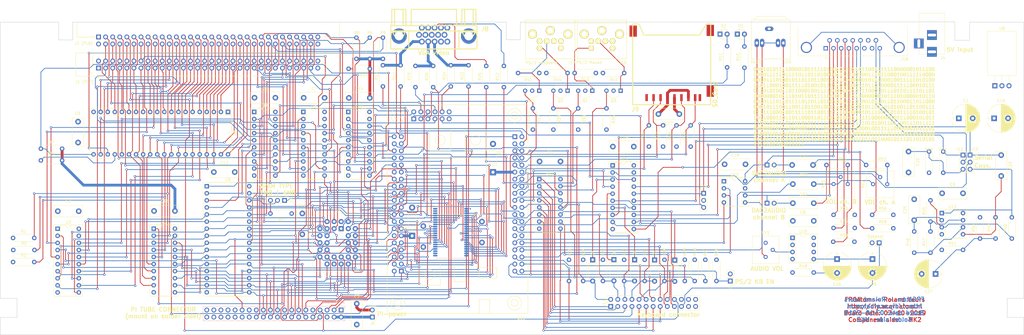
<source format=kicad_pcb>
(kicad_pcb (version 20171130) (host pcbnew "(5.0.2-5)-5")
  (title_block (title "FPGAtom MK2") (date 2019-10-07) (rev 1.3) (company "StarDot Community") (comment 1 "Roland Leurs"))
  (layers (0 F.Cu signal) (1 In1.Cu power hide) (2 In2.Cu power hide) (31 B.Cu signal) (34 B.Paste user hide) (35 F.Paste user hide) (36 B.SilkS user) (37 F.SilkS user) (38 B.Mask user hide) (39 F.Mask user hide) (44 Edge.Cuts user))
  (net 0 "")
  (net 1 /PB7)
  (net 2 /PB6)
  (net 3 /PB5)
  (net 4 /PB4)
  (net 5 /PB3)
  (net 6 /PB2)
  (net 7 /PB1)
  (net 8 /PB0)
  (net 9 /CB2)
  (net 10 /CB1)
  (net 11 /PA7)
  (net 12 /PA6)
  (net 13 /PA5)
  (net 14 /PA4)
  (net 15 /PA3)
  (net 16 /PA2)
  (net 17 /PA1)
  (net 18 /PA0)
  (net 19 /CA2)
  (net 20 /CA1)
  (net 21 GNDD)
  (net 22 +3V3)
  (net 23 "Net-(D1-Pad2)")
  (net 24 "Net-(D2-Pad2)")
  (net 25 "Net-(D3-Pad1)")
  (net 26 "Net-(D4-Pad1)")
  (net 27 /BA15)
  (net 28 /BA14)
  (net 29 /NWDS)
  (net 30 /NRDS)
  (net 31 /RST)
  (net 32 /BA8)
  (net 33 /BA7)
  (net 34 /BA6)
  (net 35 /BA5)
  (net 36 /BA4)
  (net 37 /BA3)
  (net 38 /BA2)
  (net 39 /BA1)
  (net 40 /BA0)
  (net 41 /BD7)
  (net 42 /BD6)
  (net 43 /BD5)
  (net 44 /BD4)
  (net 45 /BD3)
  (net 46 /BD2)
  (net 47 /BD1)
  (net 48 /BD0)
  (net 49 /BA13)
  (net 50 /BA12)
  (net 51 /BRDY)
  (net 52 /BA11)
  (net 53 /BSO)
  (net 54 /BA10)
  (net 55 /BA9)
  (net 56 /BIRQ)
  (net 57 /BPH2)
  (net 58 /BNMI)
  (net 59 /BRW)
  (net 60 /BSYN)
  (net 61 /BLK_B)
  (net 62 "Net-(J3-Pad3)")
  (net 63 "Net-(J3-Pad2)")
  (net 64 "Net-(Q3-Pad3)")
  (net 65 "Net-(Q1-Pad3)")
  (net 66 /A4)
  (net 67 /A10)
  (net 68 /A5)
  (net 69 /CS_ROM)
  (net 70 /A6)
  (net 71 /D7)
  (net 72 /A7)
  (net 73 /D6)
  (net 74 /A12)
  (net 75 /D5)
  (net 76 /A15)
  (net 77 /D4)
  (net 78 /A16)
  (net 79 /D3)
  (net 80 /D2)
  (net 81 /D1)
  (net 82 /D0)
  (net 83 /A14)
  (net 84 /A0)
  (net 85 /A13)
  (net 86 /A1)
  (net 87 /A8)
  (net 88 /A2)
  (net 89 /A9)
  (net 90 /A3)
  (net 91 /A11)
  (net 92 /CS_RAM)
  (net 93 /CS_VIA)
  (net 94 /CS_BUF)
  (net 95 /RW)
  (net 96 /NMI)
  (net 97 /IRQ)
  (net 98 /SO)
  (net 99 /SYNC)
  (net 100 /A18)
  (net 101 "Net-(R10-Pad1)")
  (net 102 "Net-(R12-Pad1)")
  (net 103 /A17)
  (net 104 /BNWDS)
  (net 105 /BNRDS)
  (net 106 /BBLK_B)
  (net 107 "Net-(J8-Pad3)")
  (net 108 "Net-(J8-Pad2)")
  (net 109 "Net-(J8-Pad1)")
  (net 110 /DAC_VA)
  (net 111 /DAC_VB)
  (net 112 "Net-(J8-Pad14)")
  (net 113 "Net-(R5-Pad1)")
  (net 114 /RDY)
  (net 115 "Net-(R11-Pad1)")
  (net 116 "Net-(R14-Pad1)")
  (net 117 "Net-(R17-Pad1)")
  (net 118 "Net-(R20-Pad1)")
  (net 119 "Net-(R24-Pad1)")
  (net 120 "Net-(R25-Pad1)")
  (net 121 /PHI2)
  (net 122 "Net-(J8-Pad13)")
  (net 123 +5V)
  (net 124 /BPiTX)
  (net 125 /BPiRX)
  (net 126 /BUF_DIR)
  (net 127 "Net-(J9-Pad2)")
  (net 128 /PiTX)
  (net 129 /PiRX)
  (net 130 /CS_TUBE)
  (net 131 /BA16)
  (net 132 /BA17)
  (net 133 /BA18)
  (net 134 "Net-(J13-Pad2)")
  (net 135 "Net-(J16-Pad1)")
  (net 136 /BCAS_out)
  (net 137 /CAS_out)
  (net 138 "Net-(C20-Pad1)")
  (net 139 "Net-(C21-Pad2)")
  (net 140 "Net-(C21-Pad1)")
  (net 141 "Net-(C22-Pad1)")
  (net 142 "Net-(C22-Pad2)")
  (net 143 "Net-(C23-Pad2)")
  (net 144 "Net-(C23-Pad1)")
  (net 145 "Net-(C25-Pad1)")
  (net 146 "Net-(C26-Pad1)")
  (net 147 "Net-(C26-Pad2)")
  (net 148 "Net-(C27-Pad1)")
  (net 149 "Net-(C28-Pad2)")
  (net 150 "Net-(C29-Pad2)")
  (net 151 "Net-(C29-Pad1)")
  (net 152 "Net-(J5-Pad2)")
  (net 153 "Net-(J14-Pad18)")
  (net 154 "Net-(J9-Pad1)")
  (net 155 "Net-(J9-Pad5)")
  (net 156 "Net-(J9-Pad7)")
  (net 157 "Net-(J12-Pad2)")
  (net 158 "Net-(J13-Pad3)")
  (net 159 "Net-(J14-Pad19)")
  (net 160 "Net-(J14-Pad17)")
  (net 161 "Net-(J14-Pad16)")
  (net 162 "Net-(J14-Pad15)")
  (net 163 "Net-(J14-Pad14)")
  (net 164 "Net-(J14-Pad13)")
  (net 165 "Net-(J14-Pad12)")
  (net 166 "Net-(J14-Pad11)")
  (net 167 "Net-(J14-Pad9)")
  (net 168 "Net-(J14-Pad7)")
  (net 169 "Net-(J14-Pad5)")
  (net 170 "Net-(J14-Pad3)")
  (net 171 "Net-(J14-Pad1)")
  (net 172 "Net-(J15-Pad4)")
  (net 173 "Net-(J15-Pad3)")
  (net 174 "Net-(J15-Pad2)")
  (net 175 "Net-(J16-Pad5)")
  (net 176 "Net-(J17-Pad5)")
  (net 177 "Net-(J17-Pad1)")
  (net 178 "Net-(J18-Pad3)")
  (net 179 "Net-(J18-Pad4)")
  (net 180 "Net-(J18-Pad5)")
  (net 181 "Net-(J18-Pad10)")
  (net 182 "Net-(J18-Pad11)")
  (net 183 "Net-(J18-Pad12)")
  (net 184 "Net-(J18-Pad13)")
  (net 185 "Net-(J18-Pad0)")
  (net 186 "Net-(R19-Pad1)")
  (net 187 "Net-(R22-Pad1)")
  (net 188 "Net-(R40-Pad1)")
  (net 189 "Net-(R45-Pad1)")
  (net 190 "Net-(R46-Pad1)")
  (net 191 "Net-(RV1-Pad2)")
  (net 192 "Net-(U11-Pad48)")
  (net 193 "Net-(U11-Pad49)")
  (net 194 "Net-(U11-Pad50)")
  (net 195 "Net-(U11-Pad51)")
  (net 196 "Net-(U11-Pad63)")
  (net 197 "Net-(U11-Pad64)")
  (net 198 "Net-(U11-Pad65)")
  (net 199 "Net-(U11-Pad67)")
  (net 200 "Net-(U11-Pad70)")
  (net 201 "Net-(U11-Pad71)")
  (net 202 "Net-(U11-Pad85)")
  (net 203 "Net-(R52-Pad1)")
  (net 204 "Net-(R53-Pad1)")
  (net 205 "Net-(D5-Pad1)")
  (net 206 "Net-(D5-Pad2)")
  (net 207 "Net-(D6-Pad1)")
  (net 208 "Net-(D6-Pad2)")
  (net 209 "Net-(D7-Pad2)")
  (net 210 "Net-(D7-Pad1)")
  (net 211 "Net-(D8-Pad2)")
  (net 212 "Net-(D8-Pad1)")
  (net 213 "Net-(D9-Pad2)")
  (net 214 "Net-(D9-Pad1)")
  (module Resistors_ThroughHole:R_Axial_DIN0207_L6.3mm_D2.5mm_P7.62mm_Horizontal (layer F.Cu) (at 369.316 162.56)
    (fp_text reference R51 (at 3.81 -2.31) (layer F.SilkS))
    (fp_text value 4k7)
    (pad 1 thru_hole circle (at 0 0) (size 1.6 1.6) (drill 0.8) (layers *.Cu *.Mask) (net 21 GNDD))
    (pad 2 thru_hole oval (at 7.62 0) (size 1.6 1.6) (drill 0.8) (layers *.Cu *.Mask) (net 148 "Net-(C27-Pad1)"))
  )
  (module Resistors_ThroughHole:R_Axial_DIN0207_L6.3mm_D2.5mm_P7.62mm_Horizontal (layer F.Cu) (at 269.748 173.736 90)
    (fp_text reference R30 (at 10.541 0 90) (layer F.SilkS))
    (fp_text value R)
    (pad 1 thru_hole circle (at 0 0 90) (size 1.6 1.6) (drill 0.8) (layers *.Cu *.Mask) (net 209 "Net-(D7-Pad2)"))
    (pad 2 thru_hole oval (at 7.62 0 90) (size 1.6 1.6) (drill 0.8) (layers *.Cu *.Mask) (net 22 +3V3))
  )
  (module FGPAmodule:FPGAmodule (layer F.Cu) (at 195.58 149.86)
    (fp_text reference U11 (at 22.733 37.211) (layer F.SilkS))
    (fp_text value FPGAtom)
    (pad 92 thru_hole circle (at -15.85 -36.87 180) (size 1.7 1.7) (drill 1) (layers *.Cu *.Mask) (net 114 /RDY))
    (pad 91 thru_hole circle (at -13.31 -36.87 180) (size 1.7 1.7) (drill 1) (layers *.Cu *.Mask) (net 99 /SYNC))
    (pad 90 thru_hole circle (at -10.77 -36.87 180) (size 1.7 1.7) (drill 1) (layers *.Cu *.Mask) (net 98 /SO))
    (pad 89 thru_hole circle (at -8.23 -36.87 180) (size 1.7 1.7) (drill 1) (layers *.Cu *.Mask) (net 117 "Net-(R17-Pad1)"))
    (pad 88 thru_hole circle (at -5.69 -36.87 180) (size 1.7 1.7) (drill 1) (layers *.Cu *.Mask) (net 119 "Net-(R24-Pad1)"))
    (pad 87 thru_hole circle (at -3.15 -36.87 180) (size 1.7 1.7) (drill 1) (layers *.Cu *.Mask) (net 21 GNDD))
    (pad 86 thru_hole circle (at -3.15 -34.33 180) (size 1.7 1.7) (drill 1) (layers *.Cu *.Mask))
    (pad 85 thru_hole circle (at -5.69 -34.33 180) (size 1.7 1.7) (drill 1) (layers *.Cu *.Mask) (net 202 "Net-(U11-Pad85)"))
    (pad 84 thru_hole circle (at -8.23 -34.33 180) (size 1.7 1.7) (drill 1) (layers *.Cu *.Mask) (net 137 /CAS_out))
    (pad 83 thru_hole circle (at -10.77 -34.33 180) (size 1.7 1.7) (drill 1) (layers *.Cu *.Mask) (net 115 "Net-(R11-Pad1)"))
    (pad 82 thru_hole circle (at -13.31 -34.33 180) (size 1.7 1.7) (drill 1) (layers *.Cu *.Mask) (net 101 "Net-(R10-Pad1)"))
    (pad 81 thru_hole rect (at -15.85 -34.33 180) (size 1.7 1.7) (drill 1) (layers *.Cu *.Mask) (net 143 "Net-(C23-Pad2)"))
    (pad 80 thru_hole circle (at 22.97 -27.93 180) (size 1.7 1.7) (drill 1) (layers *.Cu *.Mask) (net 116 "Net-(R14-Pad1)"))
    (pad 79 thru_hole circle (at 22.97 -25.39 180) (size 1.7 1.7) (drill 1) (layers *.Cu *.Mask) (net 186 "Net-(R19-Pad1)"))
    (pad 78 thru_hole circle (at 22.97 -22.85 180) (size 1.7 1.7) (drill 1) (layers *.Cu *.Mask) (net 118 "Net-(R20-Pad1)"))
    (pad 77 thru_hole circle (at 22.97 -20.31 180) (size 1.7 1.7) (drill 1) (layers *.Cu *.Mask) (net 187 "Net-(R22-Pad1)"))
    (pad 76 thru_hole circle (at 22.97 -17.77 180) (size 1.7 1.7) (drill 1) (layers *.Cu *.Mask) (net 120 "Net-(R25-Pad1)"))
    (pad 75 thru_hole circle (at 22.97 -15.23 180) (size 1.7 1.7) (drill 1) (layers *.Cu *.Mask) (net 21 GNDD))
    (pad 74 thru_hole circle (at 22.97 -12.69 180) (size 1.7 1.7) (drill 1) (layers *.Cu *.Mask) (net 102 "Net-(R12-Pad1)"))
    (pad 72 thru_hole circle (at 22.97 -10.15 180) (size 1.7 1.7) (drill 1) (layers *.Cu *.Mask) (net 65 "Net-(Q1-Pad3)"))
    (pad 73 thru_hole circle (at 22.97 -7.61 180) (size 1.7 1.7) (drill 1) (layers *.Cu *.Mask) (net 64 "Net-(Q3-Pad3)"))
    (pad 71 thru_hole circle (at 22.97 -5.07 180) (size 1.7 1.7) (drill 1) (layers *.Cu *.Mask) (net 201 "Net-(U11-Pad71)"))
    (pad 70 thru_hole circle (at 22.97 -2.53 180) (size 1.7 1.7) (drill 1) (layers *.Cu *.Mask) (net 200 "Net-(U11-Pad70)"))
    (pad 69 thru_hole circle (at 22.97 0.01 180) (size 1.7 1.7) (drill 1) (layers *.Cu *.Mask) (net 100 /A18))
    (pad 68 thru_hole circle (at 22.97 2.55 180) (size 1.7 1.7) (drill 1) (layers *.Cu *.Mask) (net 103 /A17))
    (pad 67 thru_hole circle (at 22.97 5.09 180) (size 1.7 1.7) (drill 1) (layers *.Cu *.Mask) (net 199 "Net-(U11-Pad67)"))
    (pad 66 thru_hole circle (at 22.97 7.63 180) (size 1.7 1.7) (drill 1) (layers *.Cu *.Mask) (net 21 GNDD))
    (pad 65 thru_hole circle (at 22.97 10.17 180) (size 1.7 1.7) (drill 1) (layers *.Cu *.Mask) (net 198 "Net-(U11-Pad65)"))
    (pad 64 thru_hole circle (at 22.97 12.71 180) (size 1.7 1.7) (drill 1) (layers *.Cu *.Mask) (net 197 "Net-(U11-Pad64)"))
    (pad 63 thru_hole circle (at 22.97 15.25 180) (size 1.7 1.7) (drill 1) (layers *.Cu *.Mask) (net 196 "Net-(U11-Pad63)"))
    (pad 62 thru_hole circle (at 22.97 17.79 180) (size 1.7 1.7) (drill 1) (layers *.Cu *.Mask) (net 31 /RST))
    (pad 61 thru_hole circle (at 22.97 20.33 180) (size 1.7 1.7) (drill 1) (layers *.Cu *.Mask) (net 153 "Net-(J14-Pad18)"))
    (pad 60 thru_hole circle (at 20.43 20.33 180) (size 1.7 1.7) (drill 1) (layers *.Cu *.Mask) (net 161 "Net-(J14-Pad16)"))
    (pad 59 thru_hole circle (at 20.43 17.79 180) (size 1.7 1.7) (drill 1) (layers *.Cu *.Mask) (net 163 "Net-(J14-Pad14)"))
    (pad 58 thru_hole circle (at 20.43 15.25 180) (size 1.7 1.7) (drill 1) (layers *.Cu *.Mask) (net 165 "Net-(J14-Pad12)"))
    (pad 57 thru_hole circle (at 20.43 12.71 180) (size 1.7 1.7) (drill 1) (layers *.Cu *.Mask) (net 209 "Net-(D7-Pad2)"))
    (pad 56 thru_hole circle (at 20.43 10.17 180) (size 1.7 1.7) (drill 1) (layers *.Cu *.Mask) (net 206 "Net-(D5-Pad2)"))
    (pad 55 thru_hole circle (at 20.43 7.63 180) (size 1.7 1.7) (drill 1) (layers *.Cu *.Mask))
    (pad 54 thru_hole circle (at 20.43 5.09 180) (size 1.7 1.7) (drill 1) (layers *.Cu *.Mask) (net 211 "Net-(D8-Pad2)"))
    (pad 53 thru_hole circle (at 20.43 2.55 180) (size 1.7 1.7) (drill 1) (layers *.Cu *.Mask) (net 208 "Net-(D6-Pad2)"))
    (pad 52 thru_hole circle (at 20.43 0.01 180) (size 1.7 1.7) (drill 1) (layers *.Cu *.Mask) (net 213 "Net-(D9-Pad2)"))
    (pad 51 thru_hole circle (at 20.43 -2.53 180) (size 1.7 1.7) (drill 1) (layers *.Cu *.Mask) (net 195 "Net-(U11-Pad51)"))
    (pad 50 thru_hole circle (at 20.43 -5.07 180) (size 1.7 1.7) (drill 1) (layers *.Cu *.Mask) (net 194 "Net-(U11-Pad50)"))
    (pad 49 thru_hole circle (at 20.43 -7.61 180) (size 1.7 1.7) (drill 1) (layers *.Cu *.Mask) (net 193 "Net-(U11-Pad49)"))
    (pad 48 thru_hole circle (at 20.43 -10.15 180) (size 1.7 1.7) (drill 1) (layers *.Cu *.Mask) (net 192 "Net-(U11-Pad48)"))
    (pad 47 thru_hole circle (at 20.43 -12.69 180) (size 1.7 1.7) (drill 1) (layers *.Cu *.Mask) (net 154 "Net-(J9-Pad1)"))
    (pad 46 thru_hole circle (at 20.43 -15.23 180) (size 1.7 1.7) (drill 1) (layers *.Cu *.Mask) (net 25 "Net-(D3-Pad1)"))
    (pad 45 thru_hole circle (at 20.43 -17.77 180) (size 1.7 1.7) (drill 1) (layers *.Cu *.Mask) (net 155 "Net-(J9-Pad5)"))
    (pad 44 thru_hole circle (at 20.43 -20.31 180) (size 1.7 1.7) (drill 1) (layers *.Cu *.Mask) (net 127 "Net-(J9-Pad2)"))
    (pad 43 thru_hole circle (at 20.43 -22.85 180) (size 1.7 1.7) (drill 1) (layers *.Cu *.Mask) (net 156 "Net-(J9-Pad7)"))
    (pad 42 thru_hole circle (at 20.43 -25.39 180) (size 1.7 1.7) (drill 1) (layers *.Cu *.Mask) (net 130 /CS_TUBE))
    (pad 41 thru_hole rect (at 20.43 -27.93 180) (size 1.7 1.7) (drill 1) (layers *.Cu *.Mask) (net 126 /BUF_DIR))
    (pad 40 thru_hole circle (at -22.86 20.32) (size 1.7 1.7) (drill 1) (layers *.Cu *.Mask) (net 80 /D2))
    (pad 39 thru_hole circle (at -22.86 17.78) (size 1.7 1.7) (drill 1) (layers *.Cu *.Mask) (net 81 /D1))
    (pad 38 thru_hole circle (at -22.86 15.24) (size 1.7 1.7) (drill 1) (layers *.Cu *.Mask) (net 82 /D0))
    (pad 37 thru_hole circle (at -22.86 12.7) (size 1.7 1.7) (drill 1) (layers *.Cu *.Mask) (net 84 /A0))
    (pad 36 thru_hole circle (at -22.86 10.16) (size 1.7 1.7) (drill 1) (layers *.Cu *.Mask) (net 86 /A1))
    (pad 35 thru_hole circle (at -22.86 7.62) (size 1.7 1.7) (drill 1) (layers *.Cu *.Mask) (net 21 GNDD))
    (pad 34 thru_hole circle (at -22.86 5.08) (size 1.7 1.7) (drill 1) (layers *.Cu *.Mask) (net 88 /A2))
    (pad 33 thru_hole circle (at -22.86 2.54) (size 1.7 1.7) (drill 1) (layers *.Cu *.Mask) (net 90 /A3))
    (pad 32 thru_hole circle (at -22.86 0) (size 1.7 1.7) (drill 1) (layers *.Cu *.Mask) (net 66 /A4))
    (pad 31 thru_hole circle (at -22.86 -2.54) (size 1.7 1.7) (drill 1) (layers *.Cu *.Mask) (net 68 /A5))
    (pad 30 thru_hole circle (at -22.86 -5.08) (size 1.7 1.7) (drill 1) (layers *.Cu *.Mask) (net 70 /A6))
    (pad 28 thru_hole circle (at -22.86 -7.62) (size 1.7 1.7) (drill 1) (layers *.Cu *.Mask) (net 74 /A12))
    (pad 29 thru_hole circle (at -22.86 -10.16) (size 1.7 1.7) (drill 1) (layers *.Cu *.Mask) (net 72 /A7))
    (pad 27 thru_hole circle (at -22.86 -12.7) (size 1.7 1.7) (drill 1) (layers *.Cu *.Mask) (net 76 /A15))
    (pad 26 thru_hole circle (at -22.86 -15.24) (size 1.7 1.7) (drill 1) (layers *.Cu *.Mask) (net 21 GNDD))
    (pad 25 thru_hole circle (at -22.86 -17.78) (size 1.7 1.7) (drill 1) (layers *.Cu *.Mask) (net 78 /A16))
    (pad 24 thru_hole circle (at -22.86 -20.32) (size 1.7 1.7) (drill 1) (layers *.Cu *.Mask) (net 97 /IRQ))
    (pad 23 thru_hole circle (at -22.86 -22.86) (size 1.7 1.7) (drill 1) (layers *.Cu *.Mask) (net 96 /NMI))
    (pad 22 thru_hole circle (at -22.86 -25.4) (size 1.7 1.7) (drill 1) (layers *.Cu *.Mask) (net 94 /CS_BUF))
    (pad 21 thru_hole circle (at -22.86 -27.94) (size 1.7 1.7) (drill 1) (layers *.Cu *.Mask) (net 61 /BLK_B))
    (pad 20 thru_hole circle (at -20.32 -27.94) (size 1.7 1.7) (drill 1) (layers *.Cu *.Mask) (net 93 /CS_VIA))
    (pad 19 thru_hole circle (at -20.32 -25.4) (size 1.7 1.7) (drill 1) (layers *.Cu *.Mask) (net 95 /RW))
    (pad 18 thru_hole circle (at -20.32 -22.86) (size 1.7 1.7) (drill 1) (layers *.Cu *.Mask) (net 121 /PHI2))
    (pad 17 thru_hole circle (at -20.32 -20.32) (size 1.7 1.7) (drill 1) (layers *.Cu *.Mask) (net 30 /NRDS))
    (pad 14 thru_hole circle (at -20.32 -17.78) (size 1.7 1.7) (drill 1) (layers *.Cu *.Mask) (net 83 /A14))
    (pad 15 thru_hole circle (at -20.32 -15.24) (size 1.7 1.7) (drill 1) (layers *.Cu *.Mask))
    (pad 13 thru_hole circle (at -20.32 -12.7) (size 1.7 1.7) (drill 1) (layers *.Cu *.Mask) (net 85 /A13))
    (pad 16 thru_hole circle (at -20.32 -10.16) (size 1.7 1.7) (drill 1) (layers *.Cu *.Mask) (net 29 /NWDS))
    (pad 12 thru_hole circle (at -20.32 -7.62) (size 1.7 1.7) (drill 1) (layers *.Cu *.Mask) (net 87 /A8))
    (pad 11 thru_hole circle (at -20.32 -5.08) (size 1.7 1.7) (drill 1) (layers *.Cu *.Mask) (net 89 /A9))
    (pad 10 thru_hole circle (at -20.32 -2.54) (size 1.7 1.7) (drill 1) (layers *.Cu *.Mask) (net 91 /A11))
    (pad 9 thru_hole circle (at -20.32 0) (size 1.7 1.7) (drill 1) (layers *.Cu *.Mask) (net 92 /CS_RAM))
    (pad 8 thru_hole circle (at -20.32 2.54) (size 1.7 1.7) (drill 1) (layers *.Cu *.Mask) (net 67 /A10))
    (pad 7 thru_hole circle (at -20.32 5.08) (size 1.7 1.7) (drill 1) (layers *.Cu *.Mask) (net 69 /CS_ROM))
    (pad 6 thru_hole circle (at -20.32 7.62) (size 1.7 1.7) (drill 1) (layers *.Cu *.Mask) (net 26 "Net-(D4-Pad1)"))
    (pad 5 thru_hole circle (at -20.32 10.16) (size 1.7 1.7) (drill 1) (layers *.Cu *.Mask) (net 71 /D7))
    (pad 4 thru_hole circle (at -20.32 12.7) (size 1.7 1.7) (drill 1) (layers *.Cu *.Mask) (net 73 /D6))
    (pad 3 thru_hole circle (at -20.32 15.24) (size 1.7 1.7) (drill 1) (layers *.Cu *.Mask) (net 75 /D5))
    (pad 2 thru_hole circle (at -20.32 17.78) (size 1.7 1.7) (drill 1) (layers *.Cu *.Mask) (net 77 /D4))
    (pad 1 thru_hole rect (at -20.32 20.32) (size 1.7 1.7) (drill 1) (layers *.Cu *.Mask) (net 79 /D3))
  )
  (module Housings_DIP:DIP-20_W7.62mm_Socket (layer F.Cu) (at 251.1298 132.2324)
    (fp_text reference U15 (at 3.81 -2.33) (layer F.SilkS))
    (fp_text value 74LVC244)
    (pad 1 thru_hole rect (at 0 0) (size 1.6 1.6) (drill 0.8) (layers *.Cu *.Mask) (net 21 GNDD))
    (pad 11 thru_hole oval (at 7.62 22.86) (size 1.6 1.6) (drill 0.8) (layers *.Cu *.Mask) (net 179 "Net-(J18-Pad4)"))
    (pad 2 thru_hole oval (at 0 2.54) (size 1.6 1.6) (drill 0.8) (layers *.Cu *.Mask) (net 134 "Net-(J13-Pad2)"))
    (pad 12 thru_hole oval (at 7.62 20.32) (size 1.6 1.6) (drill 0.8) (layers *.Cu *.Mask) (net 210 "Net-(D7-Pad1)"))
    (pad 3 thru_hole oval (at 0 5.08) (size 1.6 1.6) (drill 0.8) (layers *.Cu *.Mask) (net 214 "Net-(D9-Pad1)"))
    (pad 13 thru_hole oval (at 7.62 17.78) (size 1.6 1.6) (drill 0.8) (layers *.Cu *.Mask) (net 182 "Net-(J18-Pad11)"))
    (pad 4 thru_hole oval (at 0 7.62) (size 1.6 1.6) (drill 0.8) (layers *.Cu *.Mask) (net 201 "Net-(U11-Pad71)"))
    (pad 14 thru_hole oval (at 7.62 15.24) (size 1.6 1.6) (drill 0.8) (layers *.Cu *.Mask) (net 200 "Net-(U11-Pad70)"))
    (pad 5 thru_hole oval (at 0 10.16) (size 1.6 1.6) (drill 0.8) (layers *.Cu *.Mask) (net 207 "Net-(D6-Pad1)"))
    (pad 15 thru_hole oval (at 7.62 12.7) (size 1.6 1.6) (drill 0.8) (layers *.Cu *.Mask) (net 178 "Net-(J18-Pad3)"))
    (pad 6 thru_hole oval (at 0 12.7) (size 1.6 1.6) (drill 0.8) (layers *.Cu *.Mask) (net 180 "Net-(J18-Pad5)"))
    (pad 16 thru_hole oval (at 7.62 10.16) (size 1.6 1.6) (drill 0.8) (layers *.Cu *.Mask) (net 184 "Net-(J18-Pad13)"))
    (pad 7 thru_hole oval (at 0 15.24) (size 1.6 1.6) (drill 0.8) (layers *.Cu *.Mask) (net 212 "Net-(D8-Pad1)"))
    (pad 17 thru_hole oval (at 7.62 7.62) (size 1.6 1.6) (drill 0.8) (layers *.Cu *.Mask) (net 181 "Net-(J18-Pad10)"))
    (pad 8 thru_hole oval (at 0 17.78) (size 1.6 1.6) (drill 0.8) (layers *.Cu *.Mask) (net 183 "Net-(J18-Pad12)"))
    (pad 18 thru_hole oval (at 7.62 5.08) (size 1.6 1.6) (drill 0.8) (layers *.Cu *.Mask) (net 202 "Net-(U11-Pad85)"))
    (pad 9 thru_hole oval (at 0 20.32) (size 1.6 1.6) (drill 0.8) (layers *.Cu *.Mask) (net 205 "Net-(D5-Pad1)"))
    (pad 19 thru_hole oval (at 7.62 2.54) (size 1.6 1.6) (drill 0.8) (layers *.Cu *.Mask) (net 21 GNDD))
    (pad 10 thru_hole oval (at 0 22.86) (size 1.6 1.6) (drill 0.8) (layers *.Cu *.Mask) (net 21 GNDD))
    (pad 20 thru_hole oval (at 7.62 0) (size 1.6 1.6) (drill 0.8) (layers *.Cu *.Mask) (net 22 +3V3))
  )
  (module Resistors_ThroughHole:R_Axial_DIN0207_L6.3mm_D2.5mm_P7.62mm_Horizontal (layer F.Cu) (at 280.6065 173.736 90)
    (fp_text reference R28 (at 10.541 0 90) (layer F.SilkS))
    (fp_text value R)
    (pad 1 thru_hole circle (at 0 0 90) (size 1.6 1.6) (drill 0.8) (layers *.Cu *.Mask) (net 163 "Net-(J14-Pad14)"))
    (pad 2 thru_hole oval (at 7.62 0 90) (size 1.6 1.6) (drill 0.8) (layers *.Cu *.Mask) (net 22 +3V3))
  )
  (module Resistors_ThroughHole:R_Axial_DIN0207_L6.3mm_D2.5mm_P7.62mm_Horizontal (layer F.Cu) (at 335.534 132.08 180)
    (fp_text reference R53 (at 1.905 2.159 180) (layer F.SilkS))
    (fp_text value 4k7)
    (pad 2 thru_hole oval (at 7.62 0 180) (size 1.6 1.6) (drill 0.8) (layers *.Cu *.Mask) (net 141 "Net-(C22-Pad1)"))
    (pad 1 thru_hole circle (at 0 0 180) (size 1.6 1.6) (drill 0.8) (layers *.Cu *.Mask) (net 204 "Net-(R53-Pad1)"))
  )
  (module Resistors_ThroughHole:R_Axial_DIN0207_L6.3mm_D2.5mm_P7.62mm_Horizontal (layer F.Cu) (at 349.758 132.08 180)
    (fp_text reference R52 (at 1.778 2.159 180) (layer F.SilkS))
    (fp_text value 4k7)
    (pad 1 thru_hole circle (at 0 0 180) (size 1.6 1.6) (drill 0.8) (layers *.Cu *.Mask) (net 203 "Net-(R52-Pad1)"))
    (pad 2 thru_hole oval (at 7.62 0 180) (size 1.6 1.6) (drill 0.8) (layers *.Cu *.Mask) (net 140 "Net-(C21-Pad1)"))
  )
  (module TO_SOT_Packages_THT:TO-92_Inline_Wide (layer F.Cu) (at 224.79 105.41 180)
    (fp_text reference Q4 (at 2.54 -3.56) (layer F.SilkS))
    (fp_text value BS170)
    (pad 2 thru_hole circle (at 2.54 0 270) (size 1.52 1.52) (drill 0.8) (layers *.Cu *.Mask) (net 22 +3V3))
    (pad 3 thru_hole circle (at 5.08 0 270) (size 1.52 1.52) (drill 0.8) (layers *.Cu *.Mask) (net 161 "Net-(J14-Pad16)"))
    (pad 1 thru_hole rect (at 0 0 270) (size 1.52 1.52) (drill 0.8) (layers *.Cu *.Mask) (net 177 "Net-(J17-Pad1)"))
  )
  (module Resistors_ThroughHole:R_Axial_DIN0207_L6.3mm_D2.5mm_P7.62mm_Horizontal (layer F.Cu) (at 240.538 173.736 90)
    (fp_text reference R34 (at 10.414 0.127 90) (layer F.SilkS))
    (fp_text value R)
    (pad 1 thru_hole circle (at 0 0 90) (size 1.6 1.6) (drill 0.8) (layers *.Cu *.Mask) (net 213 "Net-(D9-Pad2)"))
    (pad 2 thru_hole oval (at 7.62 0 90) (size 1.6 1.6) (drill 0.8) (layers *.Cu *.Mask) (net 22 +3V3))
  )
  (module Housings_DIP:DIP-32_W15.24mm_Socket (layer F.Cu) (at 105.41 139.7)
    (fp_text reference U6 (at 7.62 -2.33) (layer F.SilkS))
    (fp_text value AS6C4008-55PCN)
    (pad 1 thru_hole rect (at 0 0) (size 1.6 1.6) (drill 0.8) (layers *.Cu *.Mask) (net 103 /A17))
    (pad 17 thru_hole oval (at 15.24 38.1) (size 1.6 1.6) (drill 0.8) (layers *.Cu *.Mask) (net 79 /D3))
    (pad 2 thru_hole oval (at 0 2.54) (size 1.6 1.6) (drill 0.8) (layers *.Cu *.Mask) (net 78 /A16))
    (pad 18 thru_hole oval (at 15.24 35.56) (size 1.6 1.6) (drill 0.8) (layers *.Cu *.Mask) (net 77 /D4))
    (pad 3 thru_hole oval (at 0 5.08) (size 1.6 1.6) (drill 0.8) (layers *.Cu *.Mask) (net 83 /A14))
    (pad 19 thru_hole oval (at 15.24 33.02) (size 1.6 1.6) (drill 0.8) (layers *.Cu *.Mask) (net 75 /D5))
    (pad 4 thru_hole oval (at 0 7.62) (size 1.6 1.6) (drill 0.8) (layers *.Cu *.Mask) (net 74 /A12))
    (pad 20 thru_hole oval (at 15.24 30.48) (size 1.6 1.6) (drill 0.8) (layers *.Cu *.Mask) (net 73 /D6))
    (pad 5 thru_hole oval (at 0 10.16) (size 1.6 1.6) (drill 0.8) (layers *.Cu *.Mask) (net 72 /A7))
    (pad 21 thru_hole oval (at 15.24 27.94) (size 1.6 1.6) (drill 0.8) (layers *.Cu *.Mask) (net 71 /D7))
    (pad 6 thru_hole oval (at 0 12.7) (size 1.6 1.6) (drill 0.8) (layers *.Cu *.Mask) (net 70 /A6))
    (pad 22 thru_hole oval (at 15.24 25.4) (size 1.6 1.6) (drill 0.8) (layers *.Cu *.Mask) (net 92 /CS_RAM))
    (pad 7 thru_hole oval (at 0 15.24) (size 1.6 1.6) (drill 0.8) (layers *.Cu *.Mask) (net 68 /A5))
    (pad 23 thru_hole oval (at 15.24 22.86) (size 1.6 1.6) (drill 0.8) (layers *.Cu *.Mask) (net 67 /A10))
    (pad 8 thru_hole oval (at 0 17.78) (size 1.6 1.6) (drill 0.8) (layers *.Cu *.Mask) (net 66 /A4))
    (pad 24 thru_hole oval (at 15.24 20.32) (size 1.6 1.6) (drill 0.8) (layers *.Cu *.Mask) (net 30 /NRDS))
    (pad 9 thru_hole oval (at 0 20.32) (size 1.6 1.6) (drill 0.8) (layers *.Cu *.Mask) (net 90 /A3))
    (pad 25 thru_hole oval (at 15.24 17.78) (size 1.6 1.6) (drill 0.8) (layers *.Cu *.Mask) (net 91 /A11))
    (pad 10 thru_hole oval (at 0 22.86) (size 1.6 1.6) (drill 0.8) (layers *.Cu *.Mask) (net 88 /A2))
    (pad 26 thru_hole oval (at 15.24 15.24) (size 1.6 1.6) (drill 0.8) (layers *.Cu *.Mask) (net 89 /A9))
    (pad 11 thru_hole oval (at 0 25.4) (size 1.6 1.6) (drill 0.8) (layers *.Cu *.Mask) (net 86 /A1))
    (pad 27 thru_hole oval (at 15.24 12.7) (size 1.6 1.6) (drill 0.8) (layers *.Cu *.Mask) (net 87 /A8))
    (pad 12 thru_hole oval (at 0 27.94) (size 1.6 1.6) (drill 0.8) (layers *.Cu *.Mask) (net 84 /A0))
    (pad 28 thru_hole oval (at 15.24 10.16) (size 1.6 1.6) (drill 0.8) (layers *.Cu *.Mask) (net 85 /A13))
    (pad 13 thru_hole oval (at 0 30.48) (size 1.6 1.6) (drill 0.8) (layers *.Cu *.Mask) (net 82 /D0))
    (pad 29 thru_hole oval (at 15.24 7.62) (size 1.6 1.6) (drill 0.8) (layers *.Cu *.Mask) (net 29 /NWDS))
    (pad 14 thru_hole oval (at 0 33.02) (size 1.6 1.6) (drill 0.8) (layers *.Cu *.Mask) (net 81 /D1))
    (pad 30 thru_hole oval (at 15.24 5.08) (size 1.6 1.6) (drill 0.8) (layers *.Cu *.Mask) (net 63 "Net-(J3-Pad2)"))
    (pad 15 thru_hole oval (at 0 35.56) (size 1.6 1.6) (drill 0.8) (layers *.Cu *.Mask) (net 80 /D2))
    (pad 31 thru_hole oval (at 15.24 2.54) (size 1.6 1.6) (drill 0.8) (layers *.Cu *.Mask) (net 76 /A15))
    (pad 16 thru_hole oval (at 0 38.1) (size 1.6 1.6) (drill 0.8) (layers *.Cu *.Mask) (net 21 GNDD))
    (pad 32 thru_hole oval (at 15.24 0) (size 1.6 1.6) (drill 0.8) (layers *.Cu *.Mask) (net 22 +3V3))
  )
  (module Socket_Strips:Socket_Strip_Straight_2x20_Pitch2.54mm (layer B.Cu) (at 153.67 184.15 90)
    (fp_text reference "J5 Pi Tube" (at 2.921 -2.794 180) (layer B.SilkS) (effects (justify mirror)))
    (fp_text value PiTube)
    (pad 1 thru_hole rect (at 0 0 90) (size 1.7 1.7) (drill 1) (layers *.Cu *.Mask))
    (pad 2 thru_hole oval (at -2.54 0 90) (size 1.7 1.7) (drill 1) (layers *.Cu *.Mask) (net 152 "Net-(J5-Pad2)"))
    (pad 3 thru_hole oval (at 0 -2.54 90) (size 1.7 1.7) (drill 1) (layers *.Cu *.Mask) (net 86 /A1))
    (pad 4 thru_hole oval (at -2.54 -2.54 90) (size 1.7 1.7) (drill 1) (layers *.Cu *.Mask) (net 152 "Net-(J5-Pad2)"))
    (pad 5 thru_hole oval (at 0 -5.08 90) (size 1.7 1.7) (drill 1) (layers *.Cu *.Mask) (net 88 /A2))
    (pad 6 thru_hole oval (at -2.54 -5.08 90) (size 1.7 1.7) (drill 1) (layers *.Cu *.Mask) (net 21 GNDD))
    (pad 7 thru_hole oval (at 0 -7.62 90) (size 1.7 1.7) (drill 1) (layers *.Cu *.Mask) (net 31 /RST))
    (pad 8 thru_hole oval (at -2.54 -7.62 90) (size 1.7 1.7) (drill 1) (layers *.Cu *.Mask) (net 128 /PiTX))
    (pad 9 thru_hole oval (at 0 -10.16 90) (size 1.7 1.7) (drill 1) (layers *.Cu *.Mask) (net 21 GNDD))
    (pad 10 thru_hole oval (at -2.54 -10.16 90) (size 1.7 1.7) (drill 1) (layers *.Cu *.Mask) (net 129 /PiRX))
    (pad 11 thru_hole oval (at 0 -12.7 90) (size 1.7 1.7) (drill 1) (layers *.Cu *.Mask) (net 130 /CS_TUBE))
    (pad 12 thru_hole oval (at -2.54 -12.7 90) (size 1.7 1.7) (drill 1) (layers *.Cu *.Mask) (net 95 /RW))
    (pad 13 thru_hole oval (at 0 -15.24 90) (size 1.7 1.7) (drill 1) (layers *.Cu *.Mask) (net 84 /A0))
    (pad 14 thru_hole oval (at -2.54 -15.24 90) (size 1.7 1.7) (drill 1) (layers *.Cu *.Mask) (net 21 GNDD))
    (pad 15 thru_hole oval (at 0 -17.78 90) (size 1.7 1.7) (drill 1) (layers *.Cu *.Mask) (net 77 /D4))
    (pad 16 thru_hole oval (at -2.54 -17.78 90) (size 1.7 1.7) (drill 1) (layers *.Cu *.Mask) (net 75 /D5))
    (pad 17 thru_hole oval (at 0 -20.32 90) (size 1.7 1.7) (drill 1) (layers *.Cu *.Mask))
    (pad 18 thru_hole oval (at -2.54 -20.32 90) (size 1.7 1.7) (drill 1) (layers *.Cu *.Mask) (net 73 /D6))
    (pad 19 thru_hole oval (at 0 -22.86 90) (size 1.7 1.7) (drill 1) (layers *.Cu *.Mask) (net 80 /D2))
    (pad 20 thru_hole oval (at -2.54 -22.86 90) (size 1.7 1.7) (drill 1) (layers *.Cu *.Mask) (net 21 GNDD))
    (pad 21 thru_hole oval (at 0 -25.4 90) (size 1.7 1.7) (drill 1) (layers *.Cu *.Mask) (net 81 /D1))
    (pad 22 thru_hole oval (at -2.54 -25.4 90) (size 1.7 1.7) (drill 1) (layers *.Cu *.Mask) (net 71 /D7))
    (pad 23 thru_hole oval (at 0 -27.94 90) (size 1.7 1.7) (drill 1) (layers *.Cu *.Mask) (net 79 /D3))
    (pad 24 thru_hole oval (at -2.54 -27.94 90) (size 1.7 1.7) (drill 1) (layers *.Cu *.Mask) (net 82 /D0))
    (pad 25 thru_hole oval (at 0 -30.48 90) (size 1.7 1.7) (drill 1) (layers *.Cu *.Mask) (net 21 GNDD))
    (pad 26 thru_hole oval (at -2.54 -30.48 90) (size 1.7 1.7) (drill 1) (layers *.Cu *.Mask) (net 121 /PHI2))
    (pad 27 thru_hole oval (at 0 -33.02 90) (size 1.7 1.7) (drill 1) (layers *.Cu *.Mask))
    (pad 28 thru_hole oval (at -2.54 -33.02 90) (size 1.7 1.7) (drill 1) (layers *.Cu *.Mask))
    (pad 29 thru_hole oval (at 0 -35.56 90) (size 1.7 1.7) (drill 1) (layers *.Cu *.Mask) (net 90 /A3))
    (pad 30 thru_hole oval (at -2.54 -35.56 90) (size 1.7 1.7) (drill 1) (layers *.Cu *.Mask) (net 21 GNDD))
    (pad 31 thru_hole oval (at 0 -38.1 90) (size 1.7 1.7) (drill 1) (layers *.Cu *.Mask))
    (pad 32 thru_hole oval (at -2.54 -38.1 90) (size 1.7 1.7) (drill 1) (layers *.Cu *.Mask))
    (pad 33 thru_hole oval (at 0 -40.64 90) (size 1.7 1.7) (drill 1) (layers *.Cu *.Mask))
    (pad 34 thru_hole oval (at -2.54 -40.64 90) (size 1.7 1.7) (drill 1) (layers *.Cu *.Mask) (net 21 GNDD))
    (pad 35 thru_hole oval (at 0 -43.18 90) (size 1.7 1.7) (drill 1) (layers *.Cu *.Mask))
    (pad 36 thru_hole oval (at -2.54 -43.18 90) (size 1.7 1.7) (drill 1) (layers *.Cu *.Mask))
    (pad 37 thru_hole oval (at 0 -45.72 90) (size 1.7 1.7) (drill 1) (layers *.Cu *.Mask))
    (pad 38 thru_hole oval (at -2.54 -45.72 90) (size 1.7 1.7) (drill 1) (layers *.Cu *.Mask))
    (pad 39 thru_hole oval (at 0 -48.26 90) (size 1.7 1.7) (drill 1) (layers *.Cu *.Mask))
    (pad 40 thru_hole oval (at -2.54 -48.26 90) (size 1.7 1.7) (drill 1) (layers *.Cu *.Mask))
  )
  (module Connector_DIN:DIN41612_B_2x32_Vertical (layer F.Cu) (at 66.548 97.282 90)
    (fp_text reference "J1 (PL7)" (at -4.953 -5.08 180) (layer F.SilkS))
    (fp_text value Conn_02x32_Row_Letter_First)
    (pad "" np_thru_hole circle (at 2.24 84.37 90) (size 2.8 2.8) (drill 2.8) (layers *.Cu *.Mask))
    (pad "" np_thru_hole circle (at 2.24 -5.63 90) (size 2.8 2.8) (drill 2.8) (layers *.Cu *.Mask))
    (pad b32 thru_hole circle (at 2.54 78.74 90) (size 1.7 1.7) (drill 1) (layers *.Cu *.Mask) (net 21 GNDD))
    (pad a32 thru_hole circle (at 0 78.74 90) (size 1.7 1.7) (drill 1) (layers *.Cu *.Mask) (net 21 GNDD))
    (pad b31 thru_hole circle (at 2.54 76.2 90) (size 1.7 1.7) (drill 1) (layers *.Cu *.Mask) (net 106 /BBLK_B))
    (pad a31 thru_hole circle (at 0 76.2 90) (size 1.7 1.7) (drill 1) (layers *.Cu *.Mask) (net 133 /BA18))
    (pad b30 thru_hole circle (at 2.54 73.66 90) (size 1.7 1.7) (drill 1) (layers *.Cu *.Mask) (net 59 /BRW))
    (pad a30 thru_hole circle (at 0 73.66 90) (size 1.7 1.7) (drill 1) (layers *.Cu *.Mask) (net 60 /BSYN))
    (pad b29 thru_hole circle (at 2.54 71.12 90) (size 1.7 1.7) (drill 1) (layers *.Cu *.Mask) (net 57 /BPH2))
    (pad a29 thru_hole circle (at 0 71.12 90) (size 1.7 1.7) (drill 1) (layers *.Cu *.Mask) (net 58 /BNMI))
    (pad b28 thru_hole circle (at 2.54 68.58 90) (size 1.7 1.7) (drill 1) (layers *.Cu *.Mask) (net 55 /BA9))
    (pad a28 thru_hole circle (at 0 68.58 90) (size 1.7 1.7) (drill 1) (layers *.Cu *.Mask) (net 56 /BIRQ))
    (pad b27 thru_hole circle (at 2.54 66.04 90) (size 1.7 1.7) (drill 1) (layers *.Cu *.Mask) (net 54 /BA10))
    (pad a27 thru_hole circle (at 0 66.04 90) (size 1.7 1.7) (drill 1) (layers *.Cu *.Mask) (net 132 /BA17))
    (pad b26 thru_hole circle (at 2.54 63.5 90) (size 1.7 1.7) (drill 1) (layers *.Cu *.Mask) (net 52 /BA11))
    (pad a26 thru_hole circle (at 0 63.5 90) (size 1.7 1.7) (drill 1) (layers *.Cu *.Mask) (net 53 /BSO))
    (pad b25 thru_hole circle (at 2.54 60.96 90) (size 1.7 1.7) (drill 1) (layers *.Cu *.Mask) (net 50 /BA12))
    (pad a25 thru_hole circle (at 0 60.96 90) (size 1.7 1.7) (drill 1) (layers *.Cu *.Mask) (net 51 /BRDY))
    (pad b24 thru_hole circle (at 2.54 58.42 90) (size 1.7 1.7) (drill 1) (layers *.Cu *.Mask) (net 49 /BA13))
    (pad a24 thru_hole circle (at 0 58.42 90) (size 1.7 1.7) (drill 1) (layers *.Cu *.Mask) (net 125 /BPiRX))
    (pad b23 thru_hole circle (at 2.54 55.88 90) (size 1.7 1.7) (drill 1) (layers *.Cu *.Mask) (net 48 /BD0))
    (pad a23 thru_hole circle (at 0 55.88 90) (size 1.7 1.7) (drill 1) (layers *.Cu *.Mask) (net 124 /BPiTX))
    (pad b22 thru_hole circle (at 2.54 53.34 90) (size 1.7 1.7) (drill 1) (layers *.Cu *.Mask) (net 47 /BD1))
    (pad a22 thru_hole circle (at 0 53.34 90) (size 1.7 1.7) (drill 1) (layers *.Cu *.Mask) (net 20 /CA1))
    (pad b21 thru_hole circle (at 2.54 50.8 90) (size 1.7 1.7) (drill 1) (layers *.Cu *.Mask) (net 46 /BD2))
    (pad a21 thru_hole circle (at 0 50.8 90) (size 1.7 1.7) (drill 1) (layers *.Cu *.Mask) (net 19 /CA2))
    (pad b20 thru_hole circle (at 2.54 48.26 90) (size 1.7 1.7) (drill 1) (layers *.Cu *.Mask) (net 45 /BD3))
    (pad a20 thru_hole circle (at 0 48.26 90) (size 1.7 1.7) (drill 1) (layers *.Cu *.Mask) (net 18 /PA0))
    (pad b19 thru_hole circle (at 2.54 45.72 90) (size 1.7 1.7) (drill 1) (layers *.Cu *.Mask) (net 44 /BD4))
    (pad a19 thru_hole circle (at 0 45.72 90) (size 1.7 1.7) (drill 1) (layers *.Cu *.Mask) (net 17 /PA1))
    (pad b18 thru_hole circle (at 2.54 43.18 90) (size 1.7 1.7) (drill 1) (layers *.Cu *.Mask) (net 43 /BD5))
    (pad a18 thru_hole circle (at 0 43.18 90) (size 1.7 1.7) (drill 1) (layers *.Cu *.Mask) (net 16 /PA2))
    (pad b17 thru_hole circle (at 2.54 40.64 90) (size 1.7 1.7) (drill 1) (layers *.Cu *.Mask) (net 42 /BD6))
    (pad a17 thru_hole circle (at 0 40.64 90) (size 1.7 1.7) (drill 1) (layers *.Cu *.Mask) (net 15 /PA3))
    (pad b16 thru_hole circle (at 2.54 38.1 90) (size 1.7 1.7) (drill 1) (layers *.Cu *.Mask) (net 41 /BD7))
    (pad a16 thru_hole circle (at 0 38.1 90) (size 1.7 1.7) (drill 1) (layers *.Cu *.Mask) (net 14 /PA4))
    (pad b15 thru_hole circle (at 2.54 35.56 90) (size 1.7 1.7) (drill 1) (layers *.Cu *.Mask) (net 40 /BA0))
    (pad a15 thru_hole circle (at 0 35.56 90) (size 1.7 1.7) (drill 1) (layers *.Cu *.Mask) (net 13 /PA5))
    (pad b14 thru_hole circle (at 2.54 33.02 90) (size 1.7 1.7) (drill 1) (layers *.Cu *.Mask) (net 39 /BA1))
    (pad a14 thru_hole circle (at 0 33.02 90) (size 1.7 1.7) (drill 1) (layers *.Cu *.Mask) (net 12 /PA6))
    (pad b13 thru_hole circle (at 2.54 30.48 90) (size 1.7 1.7) (drill 1) (layers *.Cu *.Mask) (net 38 /BA2))
    (pad a13 thru_hole circle (at 0 30.48 90) (size 1.7 1.7) (drill 1) (layers *.Cu *.Mask) (net 11 /PA7))
    (pad b12 thru_hole circle (at 2.54 27.94 90) (size 1.7 1.7) (drill 1) (layers *.Cu *.Mask) (net 37 /BA3))
    (pad a12 thru_hole circle (at 0 27.94 90) (size 1.7 1.7) (drill 1) (layers *.Cu *.Mask) (net 10 /CB1))
    (pad b11 thru_hole circle (at 2.54 25.4 90) (size 1.7 1.7) (drill 1) (layers *.Cu *.Mask) (net 36 /BA4))
    (pad a11 thru_hole circle (at 0 25.4 90) (size 1.7 1.7) (drill 1) (layers *.Cu *.Mask) (net 9 /CB2))
    (pad b10 thru_hole circle (at 2.54 22.86 90) (size 1.7 1.7) (drill 1) (layers *.Cu *.Mask) (net 35 /BA5))
    (pad a10 thru_hole circle (at 0 22.86 90) (size 1.7 1.7) (drill 1) (layers *.Cu *.Mask) (net 8 /PB0))
    (pad b9 thru_hole circle (at 2.54 20.32 90) (size 1.7 1.7) (drill 1) (layers *.Cu *.Mask) (net 34 /BA6))
    (pad a9 thru_hole circle (at 0 20.32 90) (size 1.7 1.7) (drill 1) (layers *.Cu *.Mask) (net 7 /PB1))
    (pad b8 thru_hole circle (at 2.54 17.78 90) (size 1.7 1.7) (drill 1) (layers *.Cu *.Mask) (net 33 /BA7))
    (pad a8 thru_hole circle (at 0 17.78 90) (size 1.7 1.7) (drill 1) (layers *.Cu *.Mask) (net 6 /PB2))
    (pad b7 thru_hole circle (at 2.54 15.24 90) (size 1.7 1.7) (drill 1) (layers *.Cu *.Mask) (net 32 /BA8))
    (pad a7 thru_hole circle (at 0 15.24 90) (size 1.7 1.7) (drill 1) (layers *.Cu *.Mask) (net 5 /PB3))
    (pad b6 thru_hole circle (at 2.54 12.7 90) (size 1.7 1.7) (drill 1) (layers *.Cu *.Mask) (net 31 /RST))
    (pad a6 thru_hole circle (at 0 12.7 90) (size 1.7 1.7) (drill 1) (layers *.Cu *.Mask) (net 4 /PB4))
    (pad b5 thru_hole circle (at 2.54 10.16 90) (size 1.7 1.7) (drill 1) (layers *.Cu *.Mask) (net 105 /BNRDS))
    (pad a5 thru_hole circle (at 0 10.16 90) (size 1.7 1.7) (drill 1) (layers *.Cu *.Mask) (net 3 /PB5))
    (pad b4 thru_hole circle (at 2.54 7.62 90) (size 1.7 1.7) (drill 1) (layers *.Cu *.Mask) (net 104 /BNWDS))
    (pad a4 thru_hole circle (at 0 7.62 90) (size 1.7 1.7) (drill 1) (layers *.Cu *.Mask) (net 2 /PB6))
    (pad b3 thru_hole circle (at 2.54 5.08 90) (size 1.7 1.7) (drill 1) (layers *.Cu *.Mask) (net 28 /BA14))
    (pad a3 thru_hole circle (at 0 5.08 90) (size 1.7 1.7) (drill 1) (layers *.Cu *.Mask) (net 1 /PB7))
    (pad b2 thru_hole circle (at 2.54 2.54 90) (size 1.7 1.7) (drill 1) (layers *.Cu *.Mask) (net 27 /BA15))
    (pad a2 thru_hole circle (at 0 2.54 90) (size 1.7 1.7) (drill 1) (layers *.Cu *.Mask) (net 131 /BA16))
    (pad b1 thru_hole circle (at 2.54 0 90) (size 1.7 1.7) (drill 1) (layers *.Cu *.Mask) (net 123 +5V))
    (pad a1 thru_hole rect (at 0 0 90) (size 1.7 1.7) (drill 1) (layers *.Cu *.Mask) (net 123 +5V))
  )
  (module Housings_DIP:DIP-40_W15.24mm_Socket (layer F.Cu) (at 113.03 113.03 270)
    (fp_text reference U5 (at 7.62 -2.33 270) (layer F.SilkS))
    (fp_text value 6522)
    (pad 1 thru_hole rect (at 0 0 270) (size 1.6 1.6) (drill 0.8) (layers *.Cu *.Mask) (net 21 GNDD))
    (pad 21 thru_hole oval (at 15.24 48.26 270) (size 1.6 1.6) (drill 0.8) (layers *.Cu *.Mask) (net 56 /BIRQ))
    (pad 2 thru_hole oval (at 0 2.54 270) (size 1.6 1.6) (drill 0.8) (layers *.Cu *.Mask) (net 18 /PA0))
    (pad 22 thru_hole oval (at 15.24 45.72 270) (size 1.6 1.6) (drill 0.8) (layers *.Cu *.Mask) (net 59 /BRW))
    (pad 3 thru_hole oval (at 0 5.08 270) (size 1.6 1.6) (drill 0.8) (layers *.Cu *.Mask) (net 17 /PA1))
    (pad 23 thru_hole oval (at 15.24 43.18 270) (size 1.6 1.6) (drill 0.8) (layers *.Cu *.Mask) (net 93 /CS_VIA))
    (pad 4 thru_hole oval (at 0 7.62 270) (size 1.6 1.6) (drill 0.8) (layers *.Cu *.Mask) (net 16 /PA2))
    (pad 24 thru_hole oval (at 15.24 40.64 270) (size 1.6 1.6) (drill 0.8) (layers *.Cu *.Mask) (net 113 "Net-(R5-Pad1)"))
    (pad 5 thru_hole oval (at 0 10.16 270) (size 1.6 1.6) (drill 0.8) (layers *.Cu *.Mask) (net 15 /PA3))
    (pad 25 thru_hole oval (at 15.24 38.1 270) (size 1.6 1.6) (drill 0.8) (layers *.Cu *.Mask) (net 57 /BPH2))
    (pad 6 thru_hole oval (at 0 12.7 270) (size 1.6 1.6) (drill 0.8) (layers *.Cu *.Mask) (net 14 /PA4))
    (pad 26 thru_hole oval (at 15.24 35.56 270) (size 1.6 1.6) (drill 0.8) (layers *.Cu *.Mask) (net 41 /BD7))
    (pad 7 thru_hole oval (at 0 15.24 270) (size 1.6 1.6) (drill 0.8) (layers *.Cu *.Mask) (net 13 /PA5))
    (pad 27 thru_hole oval (at 15.24 33.02 270) (size 1.6 1.6) (drill 0.8) (layers *.Cu *.Mask) (net 42 /BD6))
    (pad 8 thru_hole oval (at 0 17.78 270) (size 1.6 1.6) (drill 0.8) (layers *.Cu *.Mask) (net 12 /PA6))
    (pad 28 thru_hole oval (at 15.24 30.48 270) (size 1.6 1.6) (drill 0.8) (layers *.Cu *.Mask) (net 43 /BD5))
    (pad 9 thru_hole oval (at 0 20.32 270) (size 1.6 1.6) (drill 0.8) (layers *.Cu *.Mask) (net 11 /PA7))
    (pad 29 thru_hole oval (at 15.24 27.94 270) (size 1.6 1.6) (drill 0.8) (layers *.Cu *.Mask) (net 44 /BD4))
    (pad 10 thru_hole oval (at 0 22.86 270) (size 1.6 1.6) (drill 0.8) (layers *.Cu *.Mask) (net 8 /PB0))
    (pad 30 thru_hole oval (at 15.24 25.4 270) (size 1.6 1.6) (drill 0.8) (layers *.Cu *.Mask) (net 45 /BD3))
    (pad 11 thru_hole oval (at 0 25.4 270) (size 1.6 1.6) (drill 0.8) (layers *.Cu *.Mask) (net 7 /PB1))
    (pad 31 thru_hole oval (at 15.24 22.86 270) (size 1.6 1.6) (drill 0.8) (layers *.Cu *.Mask) (net 46 /BD2))
    (pad 12 thru_hole oval (at 0 27.94 270) (size 1.6 1.6) (drill 0.8) (layers *.Cu *.Mask) (net 6 /PB2))
    (pad 32 thru_hole oval (at 15.24 20.32 270) (size 1.6 1.6) (drill 0.8) (layers *.Cu *.Mask) (net 47 /BD1))
    (pad 13 thru_hole oval (at 0 30.48 270) (size 1.6 1.6) (drill 0.8) (layers *.Cu *.Mask) (net 5 /PB3))
    (pad 33 thru_hole oval (at 15.24 17.78 270) (size 1.6 1.6) (drill 0.8) (layers *.Cu *.Mask) (net 48 /BD0))
    (pad 14 thru_hole oval (at 0 33.02 270) (size 1.6 1.6) (drill 0.8) (layers *.Cu *.Mask) (net 4 /PB4))
    (pad 34 thru_hole oval (at 15.24 15.24 270) (size 1.6 1.6) (drill 0.8) (layers *.Cu *.Mask) (net 31 /RST))
    (pad 15 thru_hole oval (at 0 35.56 270) (size 1.6 1.6) (drill 0.8) (layers *.Cu *.Mask) (net 3 /PB5))
    (pad 35 thru_hole oval (at 15.24 12.7 270) (size 1.6 1.6) (drill 0.8) (layers *.Cu *.Mask) (net 37 /BA3))
    (pad 16 thru_hole oval (at 0 38.1 270) (size 1.6 1.6) (drill 0.8) (layers *.Cu *.Mask) (net 2 /PB6))
    (pad 36 thru_hole oval (at 15.24 10.16 270) (size 1.6 1.6) (drill 0.8) (layers *.Cu *.Mask) (net 38 /BA2))
    (pad 17 thru_hole oval (at 0 40.64 270) (size 1.6 1.6) (drill 0.8) (layers *.Cu *.Mask) (net 1 /PB7))
    (pad 37 thru_hole oval (at 15.24 7.62 270) (size 1.6 1.6) (drill 0.8) (layers *.Cu *.Mask) (net 39 /BA1))
    (pad 18 thru_hole oval (at 0 43.18 270) (size 1.6 1.6) (drill 0.8) (layers *.Cu *.Mask) (net 10 /CB1))
    (pad 38 thru_hole oval (at 15.24 5.08 270) (size 1.6 1.6) (drill 0.8) (layers *.Cu *.Mask) (net 40 /BA0))
    (pad 19 thru_hole oval (at 0 45.72 270) (size 1.6 1.6) (drill 0.8) (layers *.Cu *.Mask) (net 9 /CB2))
    (pad 39 thru_hole oval (at 15.24 2.54 270) (size 1.6 1.6) (drill 0.8) (layers *.Cu *.Mask) (net 19 /CA2))
    (pad 20 thru_hole oval (at 0 48.26 270) (size 1.6 1.6) (drill 0.8) (layers *.Cu *.Mask) (net 123 +5V))
    (pad 40 thru_hole oval (at 15.24 0 270) (size 1.6 1.6) (drill 0.8) (layers *.Cu *.Mask) (net 20 /CA1))
  )
  (module Housings_DIP:DIP-20_W7.62mm_Socket (layer F.Cu) (at 140.081 113.03)
    (fp_text reference U4 (at 3.81 -2.33) (layer F.SilkS))
    (fp_text value 74LS244)
    (pad 1 thru_hole rect (at 0 0) (size 1.6 1.6) (drill 0.8) (layers *.Cu *.Mask) (net 21 GNDD))
    (pad 11 thru_hole oval (at 7.62 22.86) (size 1.6 1.6) (drill 0.8) (layers *.Cu *.Mask) (net 74 /A12))
    (pad 2 thru_hole oval (at 0 2.54) (size 1.6 1.6) (drill 0.8) (layers *.Cu *.Mask) (net 87 /A8))
    (pad 12 thru_hole oval (at 7.62 20.32) (size 1.6 1.6) (drill 0.8) (layers *.Cu *.Mask) (net 52 /BA11))
    (pad 3 thru_hole oval (at 0 5.08) (size 1.6 1.6) (drill 0.8) (layers *.Cu *.Mask) (net 27 /BA15))
    (pad 13 thru_hole oval (at 7.62 17.78) (size 1.6 1.6) (drill 0.8) (layers *.Cu *.Mask) (net 85 /A13))
    (pad 4 thru_hole oval (at 0 7.62) (size 1.6 1.6) (drill 0.8) (layers *.Cu *.Mask) (net 89 /A9))
    (pad 14 thru_hole oval (at 7.62 15.24) (size 1.6 1.6) (drill 0.8) (layers *.Cu *.Mask) (net 54 /BA10))
    (pad 5 thru_hole oval (at 0 10.16) (size 1.6 1.6) (drill 0.8) (layers *.Cu *.Mask) (net 28 /BA14))
    (pad 15 thru_hole oval (at 7.62 12.7) (size 1.6 1.6) (drill 0.8) (layers *.Cu *.Mask) (net 83 /A14))
    (pad 6 thru_hole oval (at 0 12.7) (size 1.6 1.6) (drill 0.8) (layers *.Cu *.Mask) (net 67 /A10))
    (pad 16 thru_hole oval (at 7.62 10.16) (size 1.6 1.6) (drill 0.8) (layers *.Cu *.Mask) (net 55 /BA9))
    (pad 7 thru_hole oval (at 0 15.24) (size 1.6 1.6) (drill 0.8) (layers *.Cu *.Mask) (net 49 /BA13))
    (pad 17 thru_hole oval (at 7.62 7.62) (size 1.6 1.6) (drill 0.8) (layers *.Cu *.Mask) (net 76 /A15))
    (pad 8 thru_hole oval (at 0 17.78) (size 1.6 1.6) (drill 0.8) (layers *.Cu *.Mask) (net 91 /A11))
    (pad 18 thru_hole oval (at 7.62 5.08) (size 1.6 1.6) (drill 0.8) (layers *.Cu *.Mask) (net 32 /BA8))
    (pad 9 thru_hole oval (at 0 20.32) (size 1.6 1.6) (drill 0.8) (layers *.Cu *.Mask) (net 50 /BA12))
    (pad 19 thru_hole oval (at 7.62 2.54) (size 1.6 1.6) (drill 0.8) (layers *.Cu *.Mask) (net 21 GNDD))
    (pad 10 thru_hole oval (at 0 22.86) (size 1.6 1.6) (drill 0.8) (layers *.Cu *.Mask) (net 21 GNDD))
    (pad 20 thru_hole oval (at 7.62 0) (size 1.6 1.6) (drill 0.8) (layers *.Cu *.Mask) (net 123 +5V))
  )
  (module Capacitors_ThroughHole:C_Rect_L10.0mm_W4.0mm_P7.50mm_MKS4 (layer F.Cu) (at 139.7127 149.47646 270)
    (fp_text reference C11 (at -2.66446 0.1397) (layer F.SilkS))
    (fp_text value 100nF)
    (pad 1 thru_hole circle (at 0 0 270) (size 2 2) (drill 1) (layers *.Cu *.Mask) (net 22 +3V3))
    (pad 2 thru_hole circle (at 7.5 0 270) (size 2 2) (drill 1) (layers *.Cu *.Mask) (net 21 GNDD))
  )
  (module Housings_LCC:PLCC-32_THT-Socket (layer F.Cu) (at 153.67 154.94)
    (fp_text reference U7 (at -1.27 -6.22) (layer F.SilkS))
    (fp_text value SST39LF040)
    (pad 29 thru_hole circle (at 5.08 0) (size 1.8 1.8) (drill 0.9) (layers *.Cu *.Mask) (net 83 /A14))
    (pad 27 thru_hole circle (at 5.08 2.54) (size 1.8 1.8) (drill 0.9) (layers *.Cu *.Mask) (net 87 /A8))
    (pad 25 thru_hole circle (at 5.08 5.08) (size 1.8 1.8) (drill 0.9) (layers *.Cu *.Mask) (net 91 /A11))
    (pad 23 thru_hole circle (at 5.08 7.62) (size 1.8 1.8) (drill 0.9) (layers *.Cu *.Mask) (net 67 /A10))
    (pad 21 thru_hole circle (at 5.08 10.16) (size 1.8 1.8) (drill 0.9) (layers *.Cu *.Mask) (net 71 /D7))
    (pad 28 thru_hole circle (at 2.54 2.54) (size 1.8 1.8) (drill 0.9) (layers *.Cu *.Mask) (net 85 /A13))
    (pad 26 thru_hole circle (at 2.54 5.08) (size 1.8 1.8) (drill 0.9) (layers *.Cu *.Mask) (net 89 /A9))
    (pad 24 thru_hole circle (at 2.54 7.62) (size 1.8 1.8) (drill 0.9) (layers *.Cu *.Mask) (net 30 /NRDS))
    (pad 20 thru_hole circle (at 2.54 12.7) (size 1.8 1.8) (drill 0.9) (layers *.Cu *.Mask) (net 73 /D6))
    (pad 18 thru_hole circle (at 0 12.7) (size 1.8 1.8) (drill 0.9) (layers *.Cu *.Mask) (net 77 /D4))
    (pad 16 thru_hole circle (at -2.54 12.7) (size 1.8 1.8) (drill 0.9) (layers *.Cu *.Mask) (net 21 GNDD))
    (pad 14 thru_hole circle (at -5.08 12.7) (size 1.8 1.8) (drill 0.9) (layers *.Cu *.Mask) (net 81 /D1))
    (pad 22 thru_hole circle (at 2.54 10.16) (size 1.8 1.8) (drill 0.9) (layers *.Cu *.Mask) (net 69 /CS_ROM))
    (pad 19 thru_hole circle (at 0 10.16) (size 1.8 1.8) (drill 0.9) (layers *.Cu *.Mask) (net 75 /D5))
    (pad 17 thru_hole circle (at -2.54 10.16) (size 1.8 1.8) (drill 0.9) (layers *.Cu *.Mask) (net 79 /D3))
    (pad 15 thru_hole circle (at -5.08 10.16) (size 1.8 1.8) (drill 0.9) (layers *.Cu *.Mask) (net 80 /D2))
    (pad 13 thru_hole circle (at -7.62 10.16) (size 1.8 1.8) (drill 0.9) (layers *.Cu *.Mask) (net 82 /D0))
    (pad 11 thru_hole circle (at -7.62 7.62) (size 1.8 1.8) (drill 0.9) (layers *.Cu *.Mask) (net 86 /A1))
    (pad 9 thru_hole circle (at -7.62 5.08) (size 1.8 1.8) (drill 0.9) (layers *.Cu *.Mask) (net 90 /A3))
    (pad 7 thru_hole circle (at -7.62 2.54) (size 1.8 1.8) (drill 0.9) (layers *.Cu *.Mask) (net 68 /A5))
    (pad 5 thru_hole circle (at -7.62 0) (size 1.8 1.8) (drill 0.9) (layers *.Cu *.Mask) (net 72 /A7))
    (pad 12 thru_hole circle (at -5.08 7.62) (size 1.8 1.8) (drill 0.9) (layers *.Cu *.Mask) (net 84 /A0))
    (pad 10 thru_hole circle (at -5.08 5.08) (size 1.8 1.8) (drill 0.9) (layers *.Cu *.Mask) (net 88 /A2))
    (pad 8 thru_hole circle (at -5.08 2.54) (size 1.8 1.8) (drill 0.9) (layers *.Cu *.Mask) (net 66 /A4))
    (pad 6 thru_hole circle (at -5.08 0) (size 1.8 1.8) (drill 0.9) (layers *.Cu *.Mask) (net 70 /A6))
    (pad 30 thru_hole circle (at 2.54 -2.54) (size 1.8 1.8) (drill 0.9) (layers *.Cu *.Mask) (net 103 /A17))
    (pad 32 thru_hole circle (at 0 -2.54) (size 1.8 1.8) (drill 0.9) (layers *.Cu *.Mask) (net 22 +3V3))
    (pad 4 thru_hole circle (at -5.08 -2.54) (size 1.8 1.8) (drill 0.9) (layers *.Cu *.Mask) (net 74 /A12))
    (pad 2 thru_hole circle (at -2.54 -2.54) (size 1.8 1.8) (drill 0.9) (layers *.Cu *.Mask) (net 78 /A16))
    (pad 29 thru_hole circle (at 5.08 0) (size 1.8 1.8) (drill 0.9) (layers *.Cu *.Mask) (net 83 /A14))
    (pad 31 thru_hole circle (at 2.54 0) (size 1.8 1.8) (drill 0.9) (layers *.Cu *.Mask) (net 29 /NWDS))
    (pad 3 thru_hole circle (at -2.54 0) (size 1.8 1.8) (drill 0.9) (layers *.Cu *.Mask) (net 76 /A15))
    (pad 1 thru_hole rect (at 0 0) (size 1.8 1.8) (drill 0.9) (layers *.Cu *.Mask) (net 100 /A18))
  )
  (module RL_audio:DB_15F-VGA (layer F.Cu) (at 186.944 83.312 180)
    (fp_text reference J8 (at -18.3161 0.0605 180) (layer F.SilkS) (effects (font (size 1.524 1.524) (thickness 0.3048))))
    (fp_text value "VGA video" (at 0 -8.509 180) (layer F.SilkS) (effects (font (size 1.524 1.524) (thickness 0.3048))))
    (pad 15 thru_hole circle (at -4.826 0.508 180) (size 2.08 2.08) (drill 1.18) (layers *.Cu *.Mask))
    (pad 14 thru_hole circle (at -2.54 0.508 180) (size 2.08 2.08) (drill 1.18) (layers *.Cu *.Mask) (net 112 "Net-(J8-Pad14)"))
    (pad 13 thru_hole circle (at -0.254 0.508 180) (size 2.08 2.08) (drill 1.18) (layers *.Cu *.Mask) (net 122 "Net-(J8-Pad13)"))
    (pad 12 thru_hole circle (at 2.032 0.508 180) (size 2.08 2.08) (drill 1.18) (layers *.Cu *.Mask))
    (pad 11 thru_hole circle (at 4.318 0.508 180) (size 2.08 2.08) (drill 1.18) (layers *.Cu *.Mask))
    (pad 10 thru_hole circle (at -3.81 -2.032 180) (size 2.08 2.08) (drill 1.18) (layers *.Cu *.Mask) (net 21 GNDD))
    (pad "" thru_hole circle (at -12.49426 -2.47142 180) (size 5.5 5.5) (drill 3.1) (layers *.Cu *.Mask))
    (pad 6 thru_hole circle (at 5.334 -2.032 180) (size 2.08 2.08) (drill 1.18) (layers *.Cu *.Mask) (net 21 GNDD))
    (pad 7 thru_hole circle (at 3.048 -2.032 180) (size 2.08 2.08) (drill 1.18) (layers *.Cu *.Mask) (net 21 GNDD))
    (pad 8 thru_hole circle (at 0.762 -2.032 180) (size 2.08 2.08) (drill 1.18) (layers *.Cu *.Mask) (net 21 GNDD))
    (pad 9 thru_hole circle (at -1.524 -2.032 180) (size 2.08 2.08) (drill 1.18) (layers *.Cu *.Mask))
    (pad 5 thru_hole circle (at -4.84886 -4.4704 180) (size 2.08 2.08) (drill 1.18) (layers *.Cu *.Mask) (net 21 GNDD))
    (pad 4 thru_hole circle (at -2.56032 -4.4704 180) (size 2.08 2.08) (drill 1.18) (layers *.Cu *.Mask))
    (pad 1 thru_hole circle (at 4.31038 -4.4704 180) (size 2.08 2.08) (drill 1.18) (layers *.Cu *.Mask) (net 109 "Net-(J8-Pad1)"))
    (pad 2 thru_hole circle (at 2.0193 -4.4704 180) (size 2.08 2.08) (drill 1.18) (layers *.Cu *.Mask) (net 108 "Net-(J8-Pad2)"))
    (pad 3 thru_hole circle (at -0.2667 -4.4704 180) (size 2.08 2.08) (drill 1.18) (layers *.Cu *.Mask) (net 107 "Net-(J8-Pad3)"))
    (pad "" thru_hole circle (at 12.49426 -2.47142 180) (size 5.5 5.5) (drill 3.1) (layers *.Cu *.Mask))
  )
  (module Socket_Strips:Socket_Strip_Straight_2x01_Pitch2.54mm (layer F.Cu) (at 346.837 160.02)
    (fp_text reference Speaker (at -1.27 -2.33) (layer F.SilkS))
    (fp_text value Speaker)
    (pad 1 thru_hole rect (at 0 0) (size 1.7 1.7) (drill 1) (layers *.Cu *.Mask) (net 149 "Net-(C28-Pad2)"))
    (pad 2 thru_hole oval (at -2.54 0) (size 1.7 1.7) (drill 1) (layers *.Cu *.Mask) (net 21 GNDD))
  )
  (module Housings_DIP:DIP-20_W7.62mm_Socket (layer F.Cu) (at 122.428 113.03)
    (fp_text reference U9 (at 3.81 -2.33) (layer F.SilkS))
    (fp_text value 74LS244)
    (pad 1 thru_hole rect (at 0 0) (size 1.6 1.6) (drill 0.8) (layers *.Cu *.Mask) (net 21 GNDD))
    (pad 11 thru_hole oval (at 7.62 22.86) (size 1.6 1.6) (drill 0.8) (layers *.Cu *.Mask) (net 99 /SYNC))
    (pad 2 thru_hole oval (at 0 2.54) (size 1.6 1.6) (drill 0.8) (layers *.Cu *.Mask) (net 121 /PHI2))
    (pad 12 thru_hole oval (at 7.62 20.32) (size 1.6 1.6) (drill 0.8) (layers *.Cu *.Mask) (net 105 /BNRDS))
    (pad 3 thru_hole oval (at 0 5.08) (size 1.6 1.6) (drill 0.8) (layers *.Cu *.Mask) (net 132 /BA17))
    (pad 13 thru_hole oval (at 7.62 17.78) (size 1.6 1.6) (drill 0.8) (layers *.Cu *.Mask) (net 61 /BLK_B))
    (pad 4 thru_hole oval (at 0 7.62) (size 1.6 1.6) (drill 0.8) (layers *.Cu *.Mask) (net 95 /RW))
    (pad 14 thru_hole oval (at 7.62 15.24) (size 1.6 1.6) (drill 0.8) (layers *.Cu *.Mask) (net 104 /BNWDS))
    (pad 5 thru_hole oval (at 0 10.16) (size 1.6 1.6) (drill 0.8) (layers *.Cu *.Mask) (net 131 /BA16))
    (pad 15 thru_hole oval (at 7.62 12.7) (size 1.6 1.6) (drill 0.8) (layers *.Cu *.Mask) (net 78 /A16))
    (pad 6 thru_hole oval (at 0 12.7) (size 1.6 1.6) (drill 0.8) (layers *.Cu *.Mask) (net 29 /NWDS))
    (pad 16 thru_hole oval (at 7.62 10.16) (size 1.6 1.6) (drill 0.8) (layers *.Cu *.Mask) (net 59 /BRW))
    (pad 7 thru_hole oval (at 0 15.24) (size 1.6 1.6) (drill 0.8) (layers *.Cu *.Mask) (net 106 /BBLK_B))
    (pad 17 thru_hole oval (at 7.62 7.62) (size 1.6 1.6) (drill 0.8) (layers *.Cu *.Mask) (net 103 /A17))
    (pad 8 thru_hole oval (at 0 17.78) (size 1.6 1.6) (drill 0.8) (layers *.Cu *.Mask) (net 30 /NRDS))
    (pad 18 thru_hole oval (at 7.62 5.08) (size 1.6 1.6) (drill 0.8) (layers *.Cu *.Mask) (net 57 /BPH2))
    (pad 9 thru_hole oval (at 0 20.32) (size 1.6 1.6) (drill 0.8) (layers *.Cu *.Mask) (net 60 /BSYN))
    (pad 19 thru_hole oval (at 7.62 2.54) (size 1.6 1.6) (drill 0.8) (layers *.Cu *.Mask) (net 21 GNDD))
    (pad 10 thru_hole oval (at 0 22.86) (size 1.6 1.6) (drill 0.8) (layers *.Cu *.Mask) (net 21 GNDD))
    (pad 20 thru_hole oval (at 7.62 0) (size 1.6 1.6) (drill 0.8) (layers *.Cu *.Mask) (net 123 +5V))
  )
  (module Capacitors_ThroughHole:CP_Radial_D10.0mm_P5.00mm (layer F.Cu) (at 375.412 115.316)
    (fp_text reference C1 (at 2.5 -6.31) (layer F.SilkS))
    (fp_text value 0,47µF)
    (pad 1 thru_hole rect (at 0 0) (size 2 2) (drill 1) (layers *.Cu *.Mask) (net 123 +5V))
    (pad 2 thru_hole circle (at 5 0) (size 2 2) (drill 1) (layers *.Cu *.Mask) (net 21 GNDD))
  )
  (module Capacitors_ThroughHole:CP_Radial_D10.0mm_P5.00mm (layer F.Cu) (at 388.112 115.316)
    (fp_text reference C10 (at 2.5 -6.31) (layer F.SilkS))
    (fp_text value 33µF)
    (pad 1 thru_hole rect (at 0 0) (size 2 2) (drill 1) (layers *.Cu *.Mask) (net 22 +3V3))
    (pad 2 thru_hole circle (at 5 0) (size 2 2) (drill 1) (layers *.Cu *.Mask) (net 21 GNDD))
  )
  (module LEDs:LED_D3.0mm (layer F.Cu) (at 295.91 85.09)
    (fp_text reference D1 (at 1.27 -2.96) (layer F.SilkS))
    (fp_text value RED)
    (pad 1 thru_hole rect (at 0 0) (size 1.8 1.8) (drill 0.9) (layers *.Cu *.Mask) (net 21 GNDD))
    (pad 2 thru_hole circle (at 2.54 0) (size 1.8 1.8) (drill 0.9) (layers *.Cu *.Mask) (net 23 "Net-(D1-Pad2)"))
  )
  (module LEDs:LED_D3.0mm (layer F.Cu) (at 289.687 85.09)
    (fp_text reference D2 (at 1.27 -2.96) (layer F.SilkS))
    (fp_text value GREEN)
    (pad 1 thru_hole rect (at 0 0) (size 1.8 1.8) (drill 0.9) (layers *.Cu *.Mask) (net 21 GNDD))
    (pad 2 thru_hole circle (at 2.54 0) (size 1.8 1.8) (drill 0.9) (layers *.Cu *.Mask) (net 24 "Net-(D2-Pad2)"))
  )
  (module Diodes_ThroughHole:D_DO-41_SOD81_P10.16mm_Horizontal (layer F.Cu) (at 208.1784 134.6708 90)
    (fp_text reference D3 (at 6.9088 2.6416 180) (layer F.SilkS))
    (fp_text value STPS2L60)
    (pad 1 thru_hole rect (at 0 0 90) (size 2.2 2.2) (drill 1.1) (layers *.Cu *.Mask) (net 25 "Net-(D3-Pad1)"))
    (pad 2 thru_hole oval (at 10.16 0 90) (size 2.2 2.2) (drill 1.1) (layers *.Cu *.Mask) (net 123 +5V))
  )
  (module Diodes_ThroughHole:D_DO-41_SOD81_P10.16mm_Horizontal (layer F.Cu) (at 179.1462 157.5308 90)
    (fp_text reference D4 (at 2.9718 -2.7432 180) (layer F.SilkS))
    (fp_text value STPS2L60)
    (pad 1 thru_hole rect (at 0 0 90) (size 2.2 2.2) (drill 1.1) (layers *.Cu *.Mask) (net 26 "Net-(D4-Pad1)"))
    (pad 2 thru_hole oval (at 10.16 0 90) (size 2.2 2.2) (drill 1.1) (layers *.Cu *.Mask) (net 123 +5V))
  )
  (module Connector_DIN:DIN41612_B_2x32_Horizontal (layer F.Cu) (at 66.548 86.106)
    (fp_text reference "J2 (PL6)" (at -5.334 2.286) (layer F.SilkS))
    (fp_text value Conn_02x32_Row_Letter_First)
    (pad "" np_thru_hole circle (at 83.82 -2.54) (size 2.8 2.8) (drill 2.8) (layers *.Cu *.Mask))
    (pad "" np_thru_hole circle (at -5.08 -2.54) (size 2.8 2.8) (drill 2.8) (layers *.Cu *.Mask))
    (pad b32 thru_hole circle (at 78.74 2.54) (size 1.7 1.7) (drill 1) (layers *.Cu *.Mask) (net 21 GNDD))
    (pad a32 thru_hole circle (at 78.74 0) (size 1.7 1.7) (drill 1) (layers *.Cu *.Mask) (net 21 GNDD))
    (pad b31 thru_hole circle (at 76.2 2.54) (size 1.7 1.7) (drill 1) (layers *.Cu *.Mask) (net 106 /BBLK_B))
    (pad a31 thru_hole circle (at 76.2 0) (size 1.7 1.7) (drill 1) (layers *.Cu *.Mask) (net 133 /BA18))
    (pad b30 thru_hole circle (at 73.66 2.54) (size 1.7 1.7) (drill 1) (layers *.Cu *.Mask) (net 59 /BRW))
    (pad a30 thru_hole circle (at 73.66 0) (size 1.7 1.7) (drill 1) (layers *.Cu *.Mask) (net 60 /BSYN))
    (pad b29 thru_hole circle (at 71.12 2.54) (size 1.7 1.7) (drill 1) (layers *.Cu *.Mask) (net 57 /BPH2))
    (pad a29 thru_hole circle (at 71.12 0) (size 1.7 1.7) (drill 1) (layers *.Cu *.Mask) (net 58 /BNMI))
    (pad b28 thru_hole circle (at 68.58 2.54) (size 1.7 1.7) (drill 1) (layers *.Cu *.Mask) (net 55 /BA9))
    (pad a28 thru_hole circle (at 68.58 0) (size 1.7 1.7) (drill 1) (layers *.Cu *.Mask) (net 56 /BIRQ))
    (pad b27 thru_hole circle (at 66.04 2.54) (size 1.7 1.7) (drill 1) (layers *.Cu *.Mask) (net 54 /BA10))
    (pad a27 thru_hole circle (at 66.04 0) (size 1.7 1.7) (drill 1) (layers *.Cu *.Mask) (net 132 /BA17))
    (pad b26 thru_hole circle (at 63.5 2.54) (size 1.7 1.7) (drill 1) (layers *.Cu *.Mask) (net 52 /BA11))
    (pad a26 thru_hole circle (at 63.5 0) (size 1.7 1.7) (drill 1) (layers *.Cu *.Mask) (net 53 /BSO))
    (pad b25 thru_hole circle (at 60.96 2.54) (size 1.7 1.7) (drill 1) (layers *.Cu *.Mask) (net 50 /BA12))
    (pad a25 thru_hole circle (at 60.96 0) (size 1.7 1.7) (drill 1) (layers *.Cu *.Mask) (net 51 /BRDY))
    (pad b24 thru_hole circle (at 58.42 2.54) (size 1.7 1.7) (drill 1) (layers *.Cu *.Mask) (net 49 /BA13))
    (pad a24 thru_hole circle (at 58.42 0) (size 1.7 1.7) (drill 1) (layers *.Cu *.Mask) (net 125 /BPiRX))
    (pad b23 thru_hole circle (at 55.88 2.54) (size 1.7 1.7) (drill 1) (layers *.Cu *.Mask) (net 48 /BD0))
    (pad a23 thru_hole circle (at 55.88 0) (size 1.7 1.7) (drill 1) (layers *.Cu *.Mask) (net 124 /BPiTX))
    (pad b22 thru_hole circle (at 53.34 2.54) (size 1.7 1.7) (drill 1) (layers *.Cu *.Mask) (net 47 /BD1))
    (pad a22 thru_hole circle (at 53.34 0) (size 1.7 1.7) (drill 1) (layers *.Cu *.Mask) (net 20 /CA1))
    (pad b21 thru_hole circle (at 50.8 2.54) (size 1.7 1.7) (drill 1) (layers *.Cu *.Mask) (net 46 /BD2))
    (pad a21 thru_hole circle (at 50.8 0) (size 1.7 1.7) (drill 1) (layers *.Cu *.Mask) (net 19 /CA2))
    (pad b20 thru_hole circle (at 48.26 2.54) (size 1.7 1.7) (drill 1) (layers *.Cu *.Mask) (net 45 /BD3))
    (pad a20 thru_hole circle (at 48.26 0) (size 1.7 1.7) (drill 1) (layers *.Cu *.Mask) (net 18 /PA0))
    (pad b19 thru_hole circle (at 45.72 2.54) (size 1.7 1.7) (drill 1) (layers *.Cu *.Mask) (net 44 /BD4))
    (pad a19 thru_hole circle (at 45.72 0) (size 1.7 1.7) (drill 1) (layers *.Cu *.Mask) (net 17 /PA1))
    (pad b18 thru_hole circle (at 43.18 2.54) (size 1.7 1.7) (drill 1) (layers *.Cu *.Mask) (net 43 /BD5))
    (pad a18 thru_hole circle (at 43.18 0) (size 1.7 1.7) (drill 1) (layers *.Cu *.Mask) (net 16 /PA2))
    (pad b17 thru_hole circle (at 40.64 2.54) (size 1.7 1.7) (drill 1) (layers *.Cu *.Mask) (net 42 /BD6))
    (pad a17 thru_hole circle (at 40.64 0) (size 1.7 1.7) (drill 1) (layers *.Cu *.Mask) (net 15 /PA3))
    (pad b16 thru_hole circle (at 38.1 2.54) (size 1.7 1.7) (drill 1) (layers *.Cu *.Mask) (net 41 /BD7))
    (pad a16 thru_hole circle (at 38.1 0) (size 1.7 1.7) (drill 1) (layers *.Cu *.Mask) (net 14 /PA4))
    (pad b15 thru_hole circle (at 35.56 2.54) (size 1.7 1.7) (drill 1) (layers *.Cu *.Mask) (net 40 /BA0))
    (pad a15 thru_hole circle (at 35.56 0) (size 1.7 1.7) (drill 1) (layers *.Cu *.Mask) (net 13 /PA5))
    (pad b14 thru_hole circle (at 33.02 2.54) (size 1.7 1.7) (drill 1) (layers *.Cu *.Mask) (net 39 /BA1))
    (pad a14 thru_hole circle (at 33.02 0) (size 1.7 1.7) (drill 1) (layers *.Cu *.Mask) (net 12 /PA6))
    (pad b13 thru_hole circle (at 30.48 2.54) (size 1.7 1.7) (drill 1) (layers *.Cu *.Mask) (net 38 /BA2))
    (pad a13 thru_hole circle (at 30.48 0) (size 1.7 1.7) (drill 1) (layers *.Cu *.Mask) (net 11 /PA7))
    (pad b12 thru_hole circle (at 27.94 2.54) (size 1.7 1.7) (drill 1) (layers *.Cu *.Mask) (net 37 /BA3))
    (pad a12 thru_hole circle (at 27.94 0) (size 1.7 1.7) (drill 1) (layers *.Cu *.Mask) (net 10 /CB1))
    (pad b11 thru_hole circle (at 25.4 2.54) (size 1.7 1.7) (drill 1) (layers *.Cu *.Mask) (net 36 /BA4))
    (pad a11 thru_hole circle (at 25.4 0) (size 1.7 1.7) (drill 1) (layers *.Cu *.Mask) (net 9 /CB2))
    (pad b10 thru_hole circle (at 22.86 2.54) (size 1.7 1.7) (drill 1) (layers *.Cu *.Mask) (net 35 /BA5))
    (pad a10 thru_hole circle (at 22.86 0) (size 1.7 1.7) (drill 1) (layers *.Cu *.Mask) (net 8 /PB0))
    (pad b9 thru_hole circle (at 20.32 2.54) (size 1.7 1.7) (drill 1) (layers *.Cu *.Mask) (net 34 /BA6))
    (pad a9 thru_hole circle (at 20.32 0) (size 1.7 1.7) (drill 1) (layers *.Cu *.Mask) (net 7 /PB1))
    (pad b8 thru_hole circle (at 17.78 2.54) (size 1.7 1.7) (drill 1) (layers *.Cu *.Mask) (net 33 /BA7))
    (pad a8 thru_hole circle (at 17.78 0) (size 1.7 1.7) (drill 1) (layers *.Cu *.Mask) (net 6 /PB2))
    (pad b7 thru_hole circle (at 15.24 2.54) (size 1.7 1.7) (drill 1) (layers *.Cu *.Mask) (net 32 /BA8))
    (pad a7 thru_hole circle (at 15.24 0) (size 1.7 1.7) (drill 1) (layers *.Cu *.Mask) (net 5 /PB3))
    (pad b6 thru_hole circle (at 12.7 2.54) (size 1.7 1.7) (drill 1) (layers *.Cu *.Mask) (net 31 /RST))
    (pad a6 thru_hole circle (at 12.7 0) (size 1.7 1.7) (drill 1) (layers *.Cu *.Mask) (net 4 /PB4))
    (pad b5 thru_hole circle (at 10.16 2.54) (size 1.7 1.7) (drill 1) (layers *.Cu *.Mask) (net 105 /BNRDS))
    (pad a5 thru_hole circle (at 10.16 0) (size 1.7 1.7) (drill 1) (layers *.Cu *.Mask) (net 3 /PB5))
    (pad b4 thru_hole circle (at 7.62 2.54) (size 1.7 1.7) (drill 1) (layers *.Cu *.Mask) (net 104 /BNWDS))
    (pad a4 thru_hole circle (at 7.62 0) (size 1.7 1.7) (drill 1) (layers *.Cu *.Mask) (net 2 /PB6))
    (pad b3 thru_hole circle (at 5.08 2.54) (size 1.7 1.7) (drill 1) (layers *.Cu *.Mask) (net 28 /BA14))
    (pad a3 thru_hole circle (at 5.08 0) (size 1.7 1.7) (drill 1) (layers *.Cu *.Mask) (net 1 /PB7))
    (pad b2 thru_hole circle (at 2.54 2.54) (size 1.7 1.7) (drill 1) (layers *.Cu *.Mask) (net 27 /BA15))
    (pad a2 thru_hole circle (at 2.54 0) (size 1.7 1.7) (drill 1) (layers *.Cu *.Mask) (net 131 /BA16))
    (pad b1 thru_hole circle (at 0 2.54) (size 1.7 1.7) (drill 1) (layers *.Cu *.Mask) (net 123 +5V))
    (pad a1 thru_hole rect (at 0 0) (size 1.7 1.7) (drill 1) (layers *.Cu *.Mask) (net 123 +5V))
  )
  (module Socket_Strips:Socket_Strip_Straight_1x03_Pitch2.54mm (layer F.Cu) (at 133.35 144.78 270)
    (fp_text reference J3 (at 0 -2.33 270) (layer F.SilkS))
    (fp_text value "4M | 1M")
    (pad 1 thru_hole rect (at 0 0 270) (size 1.7 1.7) (drill 1) (layers *.Cu *.Mask) (net 100 /A18))
    (pad 2 thru_hole oval (at 0 2.54 270) (size 1.7 1.7) (drill 1) (layers *.Cu *.Mask) (net 63 "Net-(J3-Pad2)"))
    (pad 3 thru_hole oval (at 0 5.08 270) (size 1.7 1.7) (drill 1) (layers *.Cu *.Mask) (net 62 "Net-(J3-Pad3)"))
  )
  (module Connect:BARREL_JACK (layer F.Cu) (at 365.76 91.44 270)
    (fp_text reference J4 (at 2.159 -3.937 180) (layer F.SilkS))
    (fp_text value "5V in")
    (pad 1 thru_hole rect (at 0 0 270) (size 3.5 3.5) (drill oval 1 3) (layers *.Cu *.Mask) (net 123 +5V))
    (pad 2 thru_hole rect (at -6 0 270) (size 3.5 3.5) (drill oval 1 3) (layers *.Cu *.Mask) (net 21 GNDD))
    (pad 3 thru_hole rect (at -3 4.7 270) (size 3.5 3.5) (drill oval 3 1) (layers *.Cu *.Mask))
  )
  (module Housings_DIP:DIP-20_W7.62mm_Socket (layer F.Cu) (at 86.36 154.94)
    (fp_text reference U2 (at 3.81 -2.33) (layer F.SilkS))
    (fp_text value 74LVC245)
    (pad 1 thru_hole rect (at 0 0) (size 1.6 1.6) (drill 0.8) (layers *.Cu *.Mask) (net 126 /BUF_DIR))
    (pad 11 thru_hole oval (at 7.62 22.86) (size 1.6 1.6) (drill 0.8) (layers *.Cu *.Mask) (net 71 /D7))
    (pad 2 thru_hole oval (at 0 2.54) (size 1.6 1.6) (drill 0.8) (layers *.Cu *.Mask) (net 48 /BD0))
    (pad 12 thru_hole oval (at 7.62 20.32) (size 1.6 1.6) (drill 0.8) (layers *.Cu *.Mask) (net 73 /D6))
    (pad 3 thru_hole oval (at 0 5.08) (size 1.6 1.6) (drill 0.8) (layers *.Cu *.Mask) (net 47 /BD1))
    (pad 13 thru_hole oval (at 7.62 17.78) (size 1.6 1.6) (drill 0.8) (layers *.Cu *.Mask) (net 75 /D5))
    (pad 4 thru_hole oval (at 0 7.62) (size 1.6 1.6) (drill 0.8) (layers *.Cu *.Mask) (net 46 /BD2))
    (pad 14 thru_hole oval (at 7.62 15.24) (size 1.6 1.6) (drill 0.8) (layers *.Cu *.Mask) (net 77 /D4))
    (pad 5 thru_hole oval (at 0 10.16) (size 1.6 1.6) (drill 0.8) (layers *.Cu *.Mask) (net 45 /BD3))
    (pad 15 thru_hole oval (at 7.62 12.7) (size 1.6 1.6) (drill 0.8) (layers *.Cu *.Mask) (net 79 /D3))
    (pad 6 thru_hole oval (at 0 12.7) (size 1.6 1.6) (drill 0.8) (layers *.Cu *.Mask) (net 44 /BD4))
    (pad 16 thru_hole oval (at 7.62 10.16) (size 1.6 1.6) (drill 0.8) (layers *.Cu *.Mask) (net 80 /D2))
    (pad 7 thru_hole oval (at 0 15.24) (size 1.6 1.6) (drill 0.8) (layers *.Cu *.Mask) (net 43 /BD5))
    (pad 17 thru_hole oval (at 7.62 7.62) (size 1.6 1.6) (drill 0.8) (layers *.Cu *.Mask) (net 81 /D1))
    (pad 8 thru_hole oval (at 0 17.78) (size 1.6 1.6) (drill 0.8) (layers *.Cu *.Mask) (net 42 /BD6))
    (pad 18 thru_hole oval (at 7.62 5.08) (size 1.6 1.6) (drill 0.8) (layers *.Cu *.Mask) (net 82 /D0))
    (pad 9 thru_hole oval (at 0 20.32) (size 1.6 1.6) (drill 0.8) (layers *.Cu *.Mask) (net 41 /BD7))
    (pad 19 thru_hole oval (at 7.62 2.54) (size 1.6 1.6) (drill 0.8) (layers *.Cu *.Mask) (net 94 /CS_BUF))
    (pad 10 thru_hole oval (at 0 22.86) (size 1.6 1.6) (drill 0.8) (layers *.Cu *.Mask) (net 21 GNDD))
    (pad 20 thru_hole oval (at 7.62 0) (size 1.6 1.6) (drill 0.8) (layers *.Cu *.Mask) (net 22 +3V3))
  )
  (module Housings_DIP:DIP-20_W7.62mm_Socket (layer F.Cu) (at 51.8541 154.9781)
    (fp_text reference U3 (at 3.81 -2.33) (layer F.SilkS))
    (fp_text value 74LS244)
    (pad 1 thru_hole rect (at 0 0) (size 1.6 1.6) (drill 0.8) (layers *.Cu *.Mask) (net 21 GNDD))
    (pad 11 thru_hole oval (at 7.62 22.86) (size 1.6 1.6) (drill 0.8) (layers *.Cu *.Mask) (net 66 /A4))
    (pad 2 thru_hole oval (at 0 2.54) (size 1.6 1.6) (drill 0.8) (layers *.Cu *.Mask) (net 84 /A0))
    (pad 12 thru_hole oval (at 7.62 20.32) (size 1.6 1.6) (drill 0.8) (layers *.Cu *.Mask) (net 37 /BA3))
    (pad 3 thru_hole oval (at 0 5.08) (size 1.6 1.6) (drill 0.8) (layers *.Cu *.Mask) (net 33 /BA7))
    (pad 13 thru_hole oval (at 7.62 17.78) (size 1.6 1.6) (drill 0.8) (layers *.Cu *.Mask) (net 68 /A5))
    (pad 4 thru_hole oval (at 0 7.62) (size 1.6 1.6) (drill 0.8) (layers *.Cu *.Mask) (net 86 /A1))
    (pad 14 thru_hole oval (at 7.62 15.24) (size 1.6 1.6) (drill 0.8) (layers *.Cu *.Mask) (net 38 /BA2))
    (pad 5 thru_hole oval (at 0 10.16) (size 1.6 1.6) (drill 0.8) (layers *.Cu *.Mask) (net 34 /BA6))
    (pad 15 thru_hole oval (at 7.62 12.7) (size 1.6 1.6) (drill 0.8) (layers *.Cu *.Mask) (net 70 /A6))
    (pad 6 thru_hole oval (at 0 12.7) (size 1.6 1.6) (drill 0.8) (layers *.Cu *.Mask) (net 88 /A2))
    (pad 16 thru_hole oval (at 7.62 10.16) (size 1.6 1.6) (drill 0.8) (layers *.Cu *.Mask) (net 39 /BA1))
    (pad 7 thru_hole oval (at 0 15.24) (size 1.6 1.6) (drill 0.8) (layers *.Cu *.Mask) (net 35 /BA5))
    (pad 17 thru_hole oval (at 7.62 7.62) (size 1.6 1.6) (drill 0.8) (layers *.Cu *.Mask) (net 72 /A7))
    (pad 8 thru_hole oval (at 0 17.78) (size 1.6 1.6) (drill 0.8) (layers *.Cu *.Mask) (net 90 /A3))
    (pad 18 thru_hole oval (at 7.62 5.08) (size 1.6 1.6) (drill 0.8) (layers *.Cu *.Mask) (net 40 /BA0))
    (pad 9 thru_hole oval (at 0 20.32) (size 1.6 1.6) (drill 0.8) (layers *.Cu *.Mask) (net 36 /BA4))
    (pad 19 thru_hole oval (at 7.62 2.54) (size 1.6 1.6) (drill 0.8) (layers *.Cu *.Mask) (net 21 GNDD))
    (pad 10 thru_hole oval (at 0 22.86) (size 1.6 1.6) (drill 0.8) (layers *.Cu *.Mask) (net 21 GNDD))
    (pad 20 thru_hole oval (at 7.62 0) (size 1.6 1.6) (drill 0.8) (layers *.Cu *.Mask) (net 123 +5V))
  )
  (module TO_SOT_Packages_THT:TO-92_Inline_Wide (layer F.Cu) (at 243.84 105.41 180)
    (fp_text reference Q1 (at 2.54 -3.56) (layer F.SilkS))
    (fp_text value 2N7000)
    (pad 2 thru_hole circle (at 2.54 0 270) (size 1.52 1.52) (drill 0.8) (layers *.Cu *.Mask) (net 22 +3V3))
    (pad 3 thru_hole circle (at 5.08 0 270) (size 1.52 1.52) (drill 0.8) (layers *.Cu *.Mask) (net 65 "Net-(Q1-Pad3)"))
    (pad 1 thru_hole rect (at 0 0 270) (size 1.52 1.52) (drill 0.8) (layers *.Cu *.Mask) (net 175 "Net-(J16-Pad5)"))
  )
  (module TO_SOT_Packages_THT:TO-92_Inline_Wide (layer F.Cu) (at 234.95 105.41 180)
    (fp_text reference Q2 (at 2.54 -3.56) (layer F.SilkS))
    (fp_text value 2N7000)
    (pad 2 thru_hole circle (at 2.54 0 270) (size 1.52 1.52) (drill 0.8) (layers *.Cu *.Mask) (net 22 +3V3))
    (pad 3 thru_hole circle (at 5.08 0 270) (size 1.52 1.52) (drill 0.8) (layers *.Cu *.Mask) (net 163 "Net-(J14-Pad14)"))
    (pad 1 thru_hole rect (at 0 0 270) (size 1.52 1.52) (drill 0.8) (layers *.Cu *.Mask) (net 176 "Net-(J17-Pad5)"))
  )
  (module TO_SOT_Packages_THT:TO-92_Inline_Wide (layer F.Cu) (at 254 105.41 180)
    (fp_text reference Q3 (at 2.54 -3.56) (layer F.SilkS))
    (fp_text value BS170)
    (pad 2 thru_hole circle (at 2.54 0 270) (size 1.52 1.52) (drill 0.8) (layers *.Cu *.Mask) (net 22 +3V3))
    (pad 3 thru_hole circle (at 5.08 0 270) (size 1.52 1.52) (drill 0.8) (layers *.Cu *.Mask) (net 64 "Net-(Q3-Pad3)"))
    (pad 1 thru_hole rect (at 0 0 270) (size 1.52 1.52) (drill 0.8) (layers *.Cu *.Mask) (net 135 "Net-(J16-Pad1)"))
  )
  (module Socket_Strips:Socket_Strip_Straight_1x03_Pitch2.54mm (layer F.Cu) (at 376.936 128.524)
    (fp_text reference J12 (at -1.27 -2.159) (layer F.SilkS))
    (fp_text value "Cas  Ser")
    (pad 1 thru_hole rect (at 0 0) (size 1.7 1.7) (drill 1) (layers *.Cu *.Mask) (net 136 /BCAS_out))
    (pad 2 thru_hole oval (at 0 2.54) (size 1.7 1.7) (drill 1) (layers *.Cu *.Mask) (net 157 "Net-(J12-Pad2)"))
    (pad 3 thru_hole oval (at 0 5.08) (size 1.7 1.7) (drill 1) (layers *.Cu *.Mask) (net 138 "Net-(C20-Pad1)"))
  )
  (module Housings_DIP:DIP-8_W7.62mm_Socket (layer F.Cu) (at 291.084 137.922)
    (fp_text reference U12 (at 3.81 -2.33) (layer F.SilkS))
    (fp_text value MCP4822)
    (pad 1 thru_hole rect (at 0 0) (size 1.6 1.6) (drill 0.8) (layers *.Cu *.Mask) (net 22 +3V3))
    (pad 5 thru_hole oval (at 7.62 7.62) (size 1.6 1.6) (drill 0.8) (layers *.Cu *.Mask) (net 197 "Net-(U11-Pad64)"))
    (pad 2 thru_hole oval (at 0 2.54) (size 1.6 1.6) (drill 0.8) (layers *.Cu *.Mask) (net 199 "Net-(U11-Pad67)"))
    (pad 6 thru_hole oval (at 7.62 5.08) (size 1.6 1.6) (drill 0.8) (layers *.Cu *.Mask) (net 111 /DAC_VB))
    (pad 3 thru_hole oval (at 0 5.08) (size 1.6 1.6) (drill 0.8) (layers *.Cu *.Mask) (net 196 "Net-(U11-Pad63)"))
    (pad 7 thru_hole oval (at 7.62 2.54) (size 1.6 1.6) (drill 0.8) (layers *.Cu *.Mask) (net 21 GNDD))
    (pad 4 thru_hole oval (at 0 7.62) (size 1.6 1.6) (drill 0.8) (layers *.Cu *.Mask) (net 198 "Net-(U11-Pad65)"))
    (pad 8 thru_hole oval (at 7.62 0) (size 1.6 1.6) (drill 0.8) (layers *.Cu *.Mask) (net 110 /DAC_VA))
  )
  (module Socket_Strips:Socket_Strip_Straight_1x03_Pitch2.54mm (layer F.Cu) (at 283.8196 142.24)
    (fp_text reference J19 (at 0 -2.33) (layer F.SilkS))
    (fp_text value "Tx 0 Rx")
    (pad 1 thru_hole rect (at 0 0) (size 1.7 1.7) (drill 1) (layers *.Cu *.Mask) (net 184 "Net-(J18-Pad13)"))
    (pad 2 thru_hole oval (at 0 2.54) (size 1.7 1.7) (drill 1) (layers *.Cu *.Mask) (net 21 GNDD))
    (pad 3 thru_hole oval (at 0 5.08) (size 1.7 1.7) (drill 1) (layers *.Cu *.Mask) (net 180 "Net-(J18-Pad5)"))
  )
  (module Capacitors_ThroughHole:C_Rect_L10.0mm_W4.0mm_P7.50mm_MKS4 (layer F.Cu) (at 159.258 181.864 270)
    (fp_text reference C3 (at -2.667 0) (layer F.SilkS))
    (fp_text value 100nF)
    (pad 1 thru_hole circle (at 0 0 270) (size 2 2) (drill 1) (layers *.Cu *.Mask) (net 123 +5V))
    (pad 2 thru_hole circle (at 7.5 0 270) (size 2 2) (drill 1) (layers *.Cu *.Mask) (net 21 GNDD))
  )
  (module Capacitors_ThroughHole:C_Rect_L10.0mm_W4.0mm_P7.50mm_MKS4 (layer F.Cu) (at 130.048 107.9246 180)
    (fp_text reference C5 (at 3.556 3.2766 180) (layer F.SilkS))
    (fp_text value 100nF)
    (pad 1 thru_hole circle (at 0 0 180) (size 2 2) (drill 1) (layers *.Cu *.Mask) (net 123 +5V))
    (pad 2 thru_hole circle (at 7.5 0 180) (size 2 2) (drill 1) (layers *.Cu *.Mask) (net 21 GNDD))
  )
  (module Capacitors_ThroughHole:C_Rect_L10.0mm_W4.0mm_P7.50mm_MKS4 (layer F.Cu) (at 59.2 116.52 270)
    (fp_text reference C6 (at -2.982 0.145) (layer F.SilkS))
    (fp_text value 100nF)
    (pad 1 thru_hole circle (at 0 0 270) (size 2 2) (drill 1) (layers *.Cu *.Mask) (net 123 +5V))
    (pad 2 thru_hole circle (at 7.5 0 270) (size 2 2) (drill 1) (layers *.Cu *.Mask) (net 21 GNDD))
  )
  (module Capacitors_ThroughHole:C_Rect_L10.0mm_W4.0mm_P7.50mm_MKS4 (layer F.Cu) (at 147.701 107.95 180)
    (fp_text reference C7 (at 3.75 3.302 180) (layer F.SilkS))
    (fp_text value 100nF)
    (pad 1 thru_hole circle (at 0 0 180) (size 2 2) (drill 1) (layers *.Cu *.Mask) (net 123 +5V))
    (pad 2 thru_hole circle (at 7.5 0 180) (size 2 2) (drill 1) (layers *.Cu *.Mask) (net 21 GNDD))
  )
  (module Capacitors_ThroughHole:C_Rect_L10.0mm_W4.0mm_P7.50mm_MKS4 (layer F.Cu) (at 323.342 152.146 180)
    (fp_text reference C8 (at 3.937 3.048 180) (layer F.SilkS))
    (fp_text value "100nF  (8x)")
    (pad 1 thru_hole circle (at 0 0 180) (size 2 2) (drill 1) (layers *.Cu *.Mask) (net 123 +5V))
    (pad 2 thru_hole circle (at 7.5 0 180) (size 2 2) (drill 1) (layers *.Cu *.Mask) (net 21 GNDD))
  )
  (module Capacitors_ThroughHole:C_Rect_L10.0mm_W4.0mm_P7.50mm_MKS4 (layer F.Cu) (at 107.95 134.62)
    (fp_text reference C12 (at 3.75 -3.31) (layer F.SilkS))
    (fp_text value 100nF)
    (pad 1 thru_hole circle (at 0 0) (size 2 2) (drill 1) (layers *.Cu *.Mask) (net 22 +3V3))
    (pad 2 thru_hole circle (at 7.5 0) (size 2 2) (drill 1) (layers *.Cu *.Mask) (net 21 GNDD))
  )
  (module Capacitors_ThroughHole:C_Rect_L10.0mm_W4.0mm_P7.50mm_MKS4 (layer F.Cu) (at 93.98 148.59 180)
    (fp_text reference C15 (at 3.683 3.556 180) (layer F.SilkS))
    (fp_text value 100nF)
    (pad 1 thru_hole circle (at 0 0 180) (size 2 2) (drill 1) (layers *.Cu *.Mask) (net 22 +3V3))
    (pad 2 thru_hole circle (at 7.5 0 180) (size 2 2) (drill 1) (layers *.Cu *.Mask) (net 21 GNDD))
  )
  (module Capacitors_ThroughHole:C_Rect_L10.0mm_W4.0mm_P7.50mm_MKS4 (layer B.Cu) (at 204.216 152.4 270)
    (fp_text reference C16 (at 3.75 3.31 270) (layer B.SilkS) (effects (justify mirror)))
    (fp_text value 100nF)
    (pad 1 thru_hole circle (at 0 0 270) (size 2 2) (drill 1) (layers *.Cu *.Mask) (net 22 +3V3))
    (pad 2 thru_hole circle (at 7.5 0 270) (size 2 2) (drill 1) (layers *.Cu *.Mask) (net 21 GNDD))
  )
  (module Capacitors_ThroughHole:C_Rect_L10.0mm_W4.0mm_P7.50mm_MKS4 (layer F.Cu) (at 275.082 113.792 180)
    (fp_text reference C17 (at 3.75 -3.31 180) (layer F.SilkS))
    (fp_text value 100nF)
    (pad 1 thru_hole circle (at 0 0 180) (size 2 2) (drill 1) (layers *.Cu *.Mask) (net 22 +3V3))
    (pad 2 thru_hole circle (at 7.5 0 180) (size 2 2) (drill 1) (layers *.Cu *.Mask) (net 21 GNDD))
  )
  (module Capacitors_ThroughHole:C_Rect_L10.0mm_W4.0mm_P7.50mm_MKS4 (layer F.Cu) (at 291.338 131.826)
    (fp_text reference C18 (at 3.75 -3.31) (layer F.SilkS))
    (fp_text value 100nF)
    (pad 1 thru_hole circle (at 0 0) (size 2 2) (drill 1) (layers *.Cu *.Mask) (net 22 +3V3))
    (pad 2 thru_hole circle (at 7.5 0) (size 2 2) (drill 1) (layers *.Cu *.Mask) (net 21 GNDD))
  )
  (module Capacitors_ThroughHole:C_Rect_L10.0mm_W4.0mm_P7.50mm_MKS4 (layer F.Cu) (at 258.7244 125.476 180)
    (fp_text reference C19 (at 3.4544 3.302 180) (layer F.SilkS))
    (fp_text value "100nF (9x)")
    (pad 1 thru_hole circle (at 0 0 180) (size 2 2) (drill 1) (layers *.Cu *.Mask) (net 22 +3V3))
    (pad 2 thru_hole circle (at 7.5 0 180) (size 2 2) (drill 1) (layers *.Cu *.Mask) (net 21 GNDD))
  )
  (module Capacitors_ThroughHole:C_Rect_L10.0mm_W4.0mm_P7.50mm_MKS4 (layer F.Cu) (at 357.378 127.254 270)
    (fp_text reference C20 (at 3.75 -3.31 270) (layer F.SilkS))
    (fp_text value 10nF)
    (pad 1 thru_hole circle (at 0 0 270) (size 2 2) (drill 1) (layers *.Cu *.Mask) (net 138 "Net-(C20-Pad1)"))
    (pad 2 thru_hole circle (at 7.5 0 270) (size 2 2) (drill 1) (layers *.Cu *.Mask) (net 21 GNDD))
  )
  (module Capacitors_ThroughHole:C_Rect_L10.0mm_W4.0mm_P7.50mm_MKS4 (layer F.Cu) (at 323.088 132.08 180)
    (fp_text reference C21 (at 3.302 3.302 180) (layer F.SilkS))
    (fp_text value 0.47µF)
    (pad 1 thru_hole circle (at 0 0 180) (size 2 2) (drill 1) (layers *.Cu *.Mask) (net 140 "Net-(C21-Pad1)"))
    (pad 2 thru_hole circle (at 7.5 0 180) (size 2 2) (drill 1) (layers *.Cu *.Mask) (net 139 "Net-(C21-Pad2)"))
  )
  (module Capacitors_ThroughHole:C_Rect_L10.0mm_W4.0mm_P7.50mm_MKS4 (layer F.Cu) (at 323.342 145.796 180)
    (fp_text reference C22 (at 3.75 3.175 180) (layer F.SilkS))
    (fp_text value 0.47µF)
    (pad 1 thru_hole circle (at 0 0 180) (size 2 2) (drill 1) (layers *.Cu *.Mask) (net 141 "Net-(C22-Pad1)"))
    (pad 2 thru_hole circle (at 7.5 0 180) (size 2 2) (drill 1) (layers *.Cu *.Mask) (net 142 "Net-(C22-Pad2)"))
  )
  (module Capacitors_ThroughHole:C_Rect_L10.0mm_W4.0mm_P7.50mm_MKS4 (layer F.Cu) (at 323.342 138.938 180)
    (fp_text reference C23 (at 3.683 3.302 180) (layer F.SilkS))
    (fp_text value 0.47µF)
    (pad 1 thru_hole circle (at 0 0 180) (size 2 2) (drill 1) (layers *.Cu *.Mask) (net 144 "Net-(C23-Pad1)"))
    (pad 2 thru_hole circle (at 7.5 0 180) (size 2 2) (drill 1) (layers *.Cu *.Mask) (net 143 "Net-(C23-Pad2)"))
  )
  (module Capacitors_ThroughHole:C_Rect_L10.0mm_W4.0mm_P7.50mm_MKS4 (layer F.Cu) (at 359.41 151.892 90)
    (fp_text reference C25 (at 3.75 -3.31 90) (layer F.SilkS))
    (fp_text value 47nF)
    (pad 1 thru_hole circle (at 0 0 90) (size 2 2) (drill 1) (layers *.Cu *.Mask) (net 145 "Net-(C25-Pad1)"))
    (pad 2 thru_hole circle (at 7.5 0 90) (size 2 2) (drill 1) (layers *.Cu *.Mask) (net 21 GNDD))
  )
  (module Capacitors_ThroughHole:C_Rect_L10.0mm_W4.0mm_P7.50mm_MKS4 (layer F.Cu) (at 390.652 128.524 270)
    (fp_text reference C29 (at 3.75 -3.31 270) (layer F.SilkS))
    (fp_text value 47nF)
    (pad 1 thru_hole circle (at 0 0 270) (size 2 2) (drill 1) (layers *.Cu *.Mask) (net 151 "Net-(C29-Pad1)"))
    (pad 2 thru_hole circle (at 7.5 0 270) (size 2 2) (drill 1) (layers *.Cu *.Mask) (net 150 "Net-(C29-Pad2)"))
  )
  (module Resistors_ThroughHole:R_Axial_DIN0207_L6.3mm_D2.5mm_P7.62mm_Horizontal (layer F.Cu) (at 35.8521 158.2801)
    (fp_text reference R1 (at 3.81 -2.31) (layer F.SilkS))
    (fp_text value 4k7)
    (pad 1 thru_hole circle (at 0 0) (size 1.6 1.6) (drill 0.8) (layers *.Cu *.Mask) (net 21 GNDD))
    (pad 2 thru_hole oval (at 7.62 0) (size 1.6 1.6) (drill 0.8) (layers *.Cu *.Mask) (net 47 /BD1))
  )
  (module Resistors_ThroughHole:R_Axial_DIN0207_L6.3mm_D2.5mm_P7.62mm_Horizontal (layer F.Cu) (at 35.9341 162.5981)
    (fp_text reference R2 (at 3.81 -2.31) (layer F.SilkS))
    (fp_text value 4k7)
    (pad 1 thru_hole circle (at 0 0) (size 1.6 1.6) (drill 0.8) (layers *.Cu *.Mask) (net 21 GNDD))
    (pad 2 thru_hole oval (at 7.62 0) (size 1.6 1.6) (drill 0.8) (layers *.Cu *.Mask) (net 46 /BD2))
  )
  (module Resistors_ThroughHole:R_Axial_DIN0207_L6.3mm_D2.5mm_P7.62mm_Horizontal (layer F.Cu) (at 35.8521 166.9161)
    (fp_text reference R3 (at 3.81 -2.31) (layer F.SilkS))
    (fp_text value 4k7)
    (pad 1 thru_hole circle (at 0 0) (size 1.6 1.6) (drill 0.8) (layers *.Cu *.Mask) (net 21 GNDD))
    (pad 2 thru_hole oval (at 7.62 0) (size 1.6 1.6) (drill 0.8) (layers *.Cu *.Mask) (net 45 /BD3))
  )
  (module Resistors_ThroughHole:R_Axial_DIN0207_L6.3mm_D2.5mm_P7.62mm_Horizontal (layer F.Cu) (at 135.89 149.5044 180)
    (fp_text reference R4 (at 3.81 -2.31 180) (layer F.SilkS))
    (fp_text value 3k3)
    (pad 1 thru_hole circle (at 0 0 180) (size 1.6 1.6) (drill 0.8) (layers *.Cu *.Mask) (net 22 +3V3))
    (pad 2 thru_hole oval (at 7.62 0 180) (size 1.6 1.6) (drill 0.8) (layers *.Cu *.Mask) (net 62 "Net-(J3-Pad3)"))
  )
  (module Resistors_ThroughHole:R_Axial_DIN0207_L6.3mm_D2.5mm_P7.62mm_Horizontal (layer F.Cu) (at 45.847 130.429)
    (fp_text reference R5 (at 3.81 -2.31) (layer F.SilkS))
    (fp_text value 3k3)
    (pad 1 thru_hole circle (at 0 0) (size 1.6 1.6) (drill 0.8) (layers *.Cu *.Mask) (net 113 "Net-(R5-Pad1)"))
    (pad 2 thru_hole oval (at 7.62 0) (size 1.6 1.6) (drill 0.8) (layers *.Cu *.Mask) (net 22 +3V3))
  )
  (module Resistors_ThroughHole:R_Axial_DIN0207_L6.3mm_D2.5mm_P7.62mm_Horizontal (layer F.Cu) (at 163.957 86.36 270)
    (fp_text reference R6 (at -1.778 0) (layer F.SilkS))
    (fp_text value R)
    (pad 1 thru_hole circle (at 0 0 270) (size 1.6 1.6) (drill 0.8) (layers *.Cu *.Mask) (net 58 /BNMI))
    (pad 2 thru_hole oval (at 7.62 0 270) (size 1.6 1.6) (drill 0.8) (layers *.Cu *.Mask) (net 22 +3V3))
  )
  (module Resistors_ThroughHole:R_Axial_DIN0207_L6.3mm_D2.5mm_P7.62mm_Horizontal (layer F.Cu) (at 45.847 126.238)
    (fp_text reference R7 (at 3.81 -2.31) (layer F.SilkS))
    (fp_text value R)
    (pad 1 thru_hole circle (at 0 0) (size 1.6 1.6) (drill 0.8) (layers *.Cu *.Mask) (net 56 /BIRQ))
    (pad 2 thru_hole oval (at 7.62 0) (size 1.6 1.6) (drill 0.8) (layers *.Cu *.Mask) (net 22 +3V3))
  )
  (module Resistors_ThroughHole:R_Axial_DIN0207_L6.3mm_D2.5mm_P7.62mm_Horizontal (layer F.Cu) (at 159.131 86.36 270)
    (fp_text reference R8 (at -1.778 -0.127) (layer F.SilkS))
    (fp_text value "(4x)")
    (pad 1 thru_hole circle (at 0 0 270) (size 1.6 1.6) (drill 0.8) (layers *.Cu *.Mask) (net 53 /BSO))
    (pad 2 thru_hole oval (at 7.62 0 270) (size 1.6 1.6) (drill 0.8) (layers *.Cu *.Mask) (net 22 +3V3))
  )
  (module Resistors_ThroughHole:R_Axial_DIN0207_L6.3mm_D2.5mm_P7.62mm_Horizontal (layer F.Cu) (at 168.656 86.36 270)
    (fp_text reference R9 (at -1.778 0) (layer F.SilkS))
    (fp_text value 3k3)
    (pad 1 thru_hole circle (at 0 0 270) (size 1.6 1.6) (drill 0.8) (layers *.Cu *.Mask) (net 51 /BRDY))
    (pad 2 thru_hole oval (at 7.62 0 270) (size 1.6 1.6) (drill 0.8) (layers *.Cu *.Mask) (net 22 +3V3))
  )
  (module Resistors_ThroughHole:R_Axial_DIN0207_L6.3mm_D2.5mm_P7.62mm_Horizontal (layer F.Cu) (at 298.45 97.155 90)
    (fp_text reference R10 (at 3.81 -2.31 90) (layer F.SilkS))
    (fp_text value 220Ω)
    (pad 1 thru_hole circle (at 0 0 90) (size 1.6 1.6) (drill 0.8) (layers *.Cu *.Mask) (net 101 "Net-(R10-Pad1)"))
    (pad 2 thru_hole oval (at 7.62 0 90) (size 1.6 1.6) (drill 0.8) (layers *.Cu *.Mask) (net 23 "Net-(D1-Pad2)"))
  )
  (module Resistors_ThroughHole:R_Axial_DIN0207_L6.3mm_D2.5mm_P7.62mm_Horizontal (layer F.Cu) (at 292.227 97.028 90)
    (fp_text reference R11 (at 3.81 -2.31 90) (layer F.SilkS))
    (fp_text value 220Ω)
    (pad 1 thru_hole circle (at 0 0 90) (size 1.6 1.6) (drill 0.8) (layers *.Cu *.Mask) (net 115 "Net-(R11-Pad1)"))
    (pad 2 thru_hole oval (at 7.62 0 90) (size 1.6 1.6) (drill 0.8) (layers *.Cu *.Mask) (net 24 "Net-(D2-Pad2)"))
  )
  (module Resistors_ThroughHole:R_Axial_DIN0207_L6.3mm_D2.5mm_P7.62mm_Horizontal (layer F.Cu) (at 212.09 104.14 90)
    (fp_text reference R12 (at 3.81 -2.31 90) (layer F.SilkS))
    (fp_text value 82Ω)
    (pad 1 thru_hole circle (at 0 0 90) (size 1.6 1.6) (drill 0.8) (layers *.Cu *.Mask) (net 102 "Net-(R12-Pad1)"))
    (pad 2 thru_hole oval (at 7.62 0 90) (size 1.6 1.6) (drill 0.8) (layers *.Cu *.Mask) (net 112 "Net-(J8-Pad14)"))
  )
  (module Resistors_ThroughHole:R_Axial_DIN0207_L6.3mm_D2.5mm_P7.62mm_Horizontal (layer F.Cu) (at 279.146 125.476 90)
    (fp_text reference R13 (at 3.81 -2.31 90) (layer F.SilkS))
    (fp_text value 10kΩ)
    (pad 1 thru_hole circle (at 0 0 90) (size 1.6 1.6) (drill 0.8) (layers *.Cu *.Mask) (net 22 +3V3))
    (pad 2 thru_hole oval (at 7.62 0 90) (size 1.6 1.6) (drill 0.8) (layers *.Cu *.Mask) (net 156 "Net-(J9-Pad7)"))
  )
  (module Resistors_ThroughHole:R_Axial_DIN0207_L6.3mm_D2.5mm_P7.62mm_Horizontal (layer F.Cu) (at 175.006 103.886 90)
    (fp_text reference R14 (at 3.81 -2.31 90) (layer F.SilkS))
    (fp_text value 680Ω)
    (pad 1 thru_hole circle (at 0 0 90) (size 1.6 1.6) (drill 0.8) (layers *.Cu *.Mask) (net 116 "Net-(R14-Pad1)"))
    (pad 2 thru_hole oval (at 7.62 0 90) (size 1.6 1.6) (drill 0.8) (layers *.Cu *.Mask) (net 109 "Net-(J8-Pad1)"))
  )
  (module Resistors_ThroughHole:R_Axial_DIN0207_L6.3mm_D2.5mm_P7.62mm_Horizontal (layer F.Cu) (at 269.24 125.476 90)
    (fp_text reference R15 (at 3.81 -2.31 90) (layer F.SilkS))
    (fp_text value 10kΩ)
    (pad 1 thru_hole circle (at 0 0 90) (size 1.6 1.6) (drill 0.8) (layers *.Cu *.Mask) (net 22 +3V3))
    (pad 2 thru_hole oval (at 7.62 0 90) (size 1.6 1.6) (drill 0.8) (layers *.Cu *.Mask) (net 127 "Net-(J9-Pad2)"))
  )
  (module Resistors_ThroughHole:R_Axial_DIN0207_L6.3mm_D2.5mm_P7.62mm_Horizontal (layer F.Cu) (at 264.16 125.476 90)
    (fp_text reference R16 (at 3.81 -2.31 90) (layer F.SilkS))
    (fp_text value 10kΩ)
    (pad 1 thru_hole circle (at 0 0 90) (size 1.6 1.6) (drill 0.8) (layers *.Cu *.Mask) (net 22 +3V3))
    (pad 2 thru_hole oval (at 7.62 0 90) (size 1.6 1.6) (drill 0.8) (layers *.Cu *.Mask) (net 154 "Net-(J9-Pad1)"))
  )
  (module Resistors_ThroughHole:R_Axial_DIN0207_L6.3mm_D2.5mm_P7.62mm_Horizontal (layer F.Cu) (at 168.656 103.886 90)
    (fp_text reference R17 (at 3.81 -2.31 90) (layer F.SilkS))
    (fp_text value 180Ω)
    (pad 1 thru_hole circle (at 0 0 90) (size 1.6 1.6) (drill 0.8) (layers *.Cu *.Mask) (net 117 "Net-(R17-Pad1)"))
    (pad 2 thru_hole oval (at 7.62 0 90) (size 1.6 1.6) (drill 0.8) (layers *.Cu *.Mask) (net 109 "Net-(J8-Pad1)"))
  )
  (module Resistors_ThroughHole:R_Axial_DIN0207_L6.3mm_D2.5mm_P7.62mm_Horizontal (layer F.Cu) (at 274.066 125.476 90)
    (fp_text reference R18 (at 3.81 -2.31 90) (layer F.SilkS))
    (fp_text value 10kΩ)
    (pad 1 thru_hole circle (at 0 0 90) (size 1.6 1.6) (drill 0.8) (layers *.Cu *.Mask) (net 22 +3V3))
    (pad 2 thru_hole oval (at 7.62 0 90) (size 1.6 1.6) (drill 0.8) (layers *.Cu *.Mask) (net 155 "Net-(J9-Pad5)"))
  )
  (module Resistors_ThroughHole:R_Axial_DIN0207_L6.3mm_D2.5mm_P7.62mm_Horizontal (layer F.Cu) (at 180.34 104.14 90)
    (fp_text reference R19 (at 3.81 -2.31 90) (layer F.SilkS))
    (fp_text value 680Ω)
    (pad 1 thru_hole circle (at 0 0 90) (size 1.6 1.6) (drill 0.8) (layers *.Cu *.Mask) (net 186 "Net-(R19-Pad1)"))
    (pad 2 thru_hole oval (at 7.62 0 90) (size 1.6 1.6) (drill 0.8) (layers *.Cu *.Mask) (net 108 "Net-(J8-Pad2)"))
  )
  (module Resistors_ThroughHole:R_Axial_DIN0207_L6.3mm_D2.5mm_P7.62mm_Horizontal (layer F.Cu) (at 186.69 104.14 90)
    (fp_text reference R20 (at 3.81 -2.31 90) (layer F.SilkS))
    (fp_text value 180Ω)
    (pad 1 thru_hole circle (at 0 0 90) (size 1.6 1.6) (drill 0.8) (layers *.Cu *.Mask) (net 118 "Net-(R20-Pad1)"))
    (pad 2 thru_hole oval (at 7.62 0 90) (size 1.6 1.6) (drill 0.8) (layers *.Cu *.Mask) (net 108 "Net-(J8-Pad2)"))
  )
  (module Resistors_ThroughHole:R_Axial_DIN0207_L6.3mm_D2.5mm_P7.62mm_Horizontal (layer F.Cu) (at 369.824 134.874 90)
    (fp_text reference R21 (at 8.255 0 180) (layer F.SilkS))
    (fp_text value 4k7)
    (pad 1 thru_hole circle (at 0 0 90) (size 1.6 1.6) (drill 0.8) (layers *.Cu *.Mask) (net 138 "Net-(C20-Pad1)"))
    (pad 2 thru_hole oval (at 7.62 0 90) (size 1.6 1.6) (drill 0.8) (layers *.Cu *.Mask) (net 136 /BCAS_out))
  )
  (module Resistors_ThroughHole:R_Axial_DIN0207_L6.3mm_D2.5mm_P7.62mm_Horizontal (layer F.Cu) (at 199.39 103.886 90)
    (fp_text reference R22 (at 3.81 -2.31 90) (layer F.SilkS))
    (fp_text value 680Ω)
    (pad 1 thru_hole circle (at 0 0 90) (size 1.6 1.6) (drill 0.8) (layers *.Cu *.Mask) (net 187 "Net-(R22-Pad1)"))
    (pad 2 thru_hole oval (at 7.62 0 90) (size 1.6 1.6) (drill 0.8) (layers *.Cu *.Mask) (net 107 "Net-(J8-Pad3)"))
  )
  (module Resistors_ThroughHole:R_Axial_DIN0207_L6.3mm_D2.5mm_P7.62mm_Horizontal (layer F.Cu) (at 364.744 127.254 270)
    (fp_text reference R23 (at -0.635 0.127) (layer F.SilkS))
    (fp_text value 1kΩ)
    (pad 1 thru_hole circle (at 0 0 270) (size 1.6 1.6) (drill 0.8) (layers *.Cu *.Mask) (net 138 "Net-(C20-Pad1)"))
    (pad 2 thru_hole oval (at 7.62 0 270) (size 1.6 1.6) (drill 0.8) (layers *.Cu *.Mask) (net 21 GNDD))
  )
  (module Resistors_ThroughHole:R_Axial_DIN0207_L6.3mm_D2.5mm_P7.62mm_Horizontal (layer F.Cu) (at 193.04 103.886 90)
    (fp_text reference R24 (at 3.81 -2.31 90) (layer F.SilkS))
    (fp_text value 180Ω)
    (pad 1 thru_hole circle (at 0 0 90) (size 1.6 1.6) (drill 0.8) (layers *.Cu *.Mask) (net 119 "Net-(R24-Pad1)"))
    (pad 2 thru_hole oval (at 7.62 0 90) (size 1.6 1.6) (drill 0.8) (layers *.Cu *.Mask) (net 107 "Net-(J8-Pad3)"))
  )
  (module Resistors_ThroughHole:R_Axial_DIN0207_L6.3mm_D2.5mm_P7.62mm_Horizontal (layer F.Cu) (at 205.74 104.14 90)
    (fp_text reference R25 (at 3.81 -2.31 90) (layer F.SilkS))
    (fp_text value 82Ω)
    (pad 1 thru_hole circle (at 0 0 90) (size 1.6 1.6) (drill 0.8) (layers *.Cu *.Mask) (net 120 "Net-(R25-Pad1)"))
    (pad 2 thru_hole oval (at 7.62 0 90) (size 1.6 1.6) (drill 0.8) (layers *.Cu *.Mask) (net 122 "Net-(J8-Pad13)"))
  )
  (module Resistors_ThroughHole:R_Axial_DIN0207_L6.3mm_D2.5mm_P7.62mm_Horizontal (layer F.Cu) (at 288.417 173.736 90)
    (fp_text reference R26 (at 10.414 0 90) (layer F.SilkS))
    (fp_text value "9x 3k3")
    (pad 1 thru_hole circle (at 0 0 90) (size 1.6 1.6) (drill 0.8) (layers *.Cu *.Mask) (net 153 "Net-(J14-Pad18)"))
    (pad 2 thru_hole oval (at 7.62 0 90) (size 1.6 1.6) (drill 0.8) (layers *.Cu *.Mask) (net 22 +3V3))
  )
  (module Resistors_ThroughHole:R_Axial_DIN0207_L6.3mm_D2.5mm_P7.62mm_Horizontal (layer F.Cu) (at 284.4165 173.736 90)
    (fp_text reference R27 (at 10.414 0 90) (layer F.SilkS))
    (fp_text value R)
    (pad 1 thru_hole circle (at 0 0 90) (size 1.6 1.6) (drill 0.8) (layers *.Cu *.Mask) (net 161 "Net-(J14-Pad16)"))
    (pad 2 thru_hole oval (at 7.62 0 90) (size 1.6 1.6) (drill 0.8) (layers *.Cu *.Mask) (net 22 +3V3))
  )
  (module Resistors_ThroughHole:R_Axial_DIN0207_L6.3mm_D2.5mm_P7.62mm_Horizontal (layer F.Cu) (at 277.0505 173.736 90)
    (fp_text reference R29 (at 10.541 0 90) (layer F.SilkS))
    (fp_text value R)
    (pad 1 thru_hole circle (at 0 0 90) (size 1.6 1.6) (drill 0.8) (layers *.Cu *.Mask) (net 165 "Net-(J14-Pad12)"))
    (pad 2 thru_hole oval (at 7.62 0 90) (size 1.6 1.6) (drill 0.8) (layers *.Cu *.Mask) (net 22 +3V3))
  )
  (module Resistors_ThroughHole:R_Axial_DIN0207_L6.3mm_D2.5mm_P7.62mm_Horizontal (layer F.Cu) (at 262.636 173.736 90)
    (fp_text reference R31 (at 10.541 0.127 90) (layer F.SilkS))
    (fp_text value R)
    (pad 1 thru_hole circle (at 0 0 90) (size 1.6 1.6) (drill 0.8) (layers *.Cu *.Mask) (net 206 "Net-(D5-Pad2)"))
    (pad 2 thru_hole oval (at 7.62 0 90) (size 1.6 1.6) (drill 0.8) (layers *.Cu *.Mask) (net 22 +3V3))
  )
  (module Resistors_ThroughHole:R_Axial_DIN0207_L6.3mm_D2.5mm_P7.62mm_Horizontal (layer F.Cu) (at 255.27 173.736 90)
    (fp_text reference R32 (at 10.541 0.127 90) (layer F.SilkS))
    (fp_text value R)
    (pad 1 thru_hole circle (at 0 0 90) (size 1.6 1.6) (drill 0.8) (layers *.Cu *.Mask) (net 211 "Net-(D8-Pad2)"))
    (pad 2 thru_hole oval (at 7.62 0 90) (size 1.6 1.6) (drill 0.8) (layers *.Cu *.Mask) (net 22 +3V3))
  )
  (module Resistors_ThroughHole:R_Axial_DIN0207_L6.3mm_D2.5mm_P7.62mm_Horizontal (layer F.Cu) (at 247.65 173.736 90)
    (fp_text reference R33 (at 10.414 0 90) (layer F.SilkS))
    (fp_text value R)
    (pad 1 thru_hole circle (at 0 0 90) (size 1.6 1.6) (drill 0.8) (layers *.Cu *.Mask) (net 208 "Net-(D6-Pad2)"))
    (pad 2 thru_hole oval (at 7.62 0 90) (size 1.6 1.6) (drill 0.8) (layers *.Cu *.Mask) (net 22 +3V3))
  )
  (module Resistors_ThroughHole:R_Axial_DIN0207_L6.3mm_D2.5mm_P7.62mm_Horizontal (layer F.Cu) (at 235.458 173.736 90)
    (fp_text reference R35 (at 10.414 0.254 90) (layer F.SilkS))
    (fp_text value 1kΩ)
    (pad 1 thru_hole circle (at 0 0 90) (size 1.6 1.6) (drill 0.8) (layers *.Cu *.Mask) (net 31 /RST))
    (pad 2 thru_hole oval (at 7.62 0 90) (size 1.6 1.6) (drill 0.8) (layers *.Cu *.Mask) (net 22 +3V3))
  )
  (module Resistors_ThroughHole:R_Axial_DIN0207_L6.3mm_D2.5mm_P7.62mm_Horizontal (layer F.Cu) (at 238.76 119.38 90)
    (fp_text reference R38 (at 3.81 2.286 90) (layer F.SilkS))
    (fp_text value 10kΩ)
    (pad 1 thru_hole circle (at 0 0 90) (size 1.6 1.6) (drill 0.8) (layers *.Cu *.Mask) (net 22 +3V3))
    (pad 2 thru_hole oval (at 7.62 0 90) (size 1.6 1.6) (drill 0.8) (layers *.Cu *.Mask) (net 65 "Net-(Q1-Pad3)"))
  )
  (module Resistors_ThroughHole:R_Axial_DIN0207_L6.3mm_D2.5mm_P7.62mm_Horizontal (layer F.Cu) (at 229.87 119.38 90)
    (fp_text reference R39 (at 3.81 2.159 90) (layer F.SilkS))
    (fp_text value 10kΩ)
    (pad 1 thru_hole circle (at 0 0 90) (size 1.6 1.6) (drill 0.8) (layers *.Cu *.Mask) (net 22 +3V3))
    (pad 2 thru_hole oval (at 7.62 0 90) (size 1.6 1.6) (drill 0.8) (layers *.Cu *.Mask) (net 163 "Net-(J14-Pad14)"))
  )
  (module Resistors_ThroughHole:R_Axial_DIN0207_L6.3mm_D2.5mm_P7.62mm_Horizontal (layer F.Cu) (at 394.462 158.496 90)
    (fp_text reference R40 (at 3.81 -2.31 90) (layer F.SilkS))
    (fp_text value 470kΩ)
    (pad 1 thru_hole circle (at 0 0 90) (size 1.6 1.6) (drill 0.8) (layers *.Cu *.Mask) (net 188 "Net-(R40-Pad1)"))
    (pad 2 thru_hole oval (at 7.62 0 90) (size 1.6 1.6) (drill 0.8) (layers *.Cu *.Mask) (net 158 "Net-(J13-Pad3)"))
  )
  (module Resistors_ThroughHole:R_Axial_DIN0207_L6.3mm_D2.5mm_P7.62mm_Horizontal (layer F.Cu) (at 247.65 99.06)
    (fp_text reference R41 (at 3.937 2.413) (layer F.SilkS))
    (fp_text value 10kΩ)
    (pad 1 thru_hole circle (at 0 0) (size 1.6 1.6) (drill 0.8) (layers *.Cu *.Mask) (net 123 +5V))
    (pad 2 thru_hole oval (at 7.62 0) (size 1.6 1.6) (drill 0.8) (layers *.Cu *.Mask) (net 135 "Net-(J16-Pad1)"))
  )
  (module Resistors_ThroughHole:R_Axial_DIN0207_L6.3mm_D2.5mm_P7.62mm_Horizontal (layer F.Cu) (at 227.33 99.06)
    (fp_text reference R44 (at 3.937 2.413) (layer F.SilkS))
    (fp_text value 10kΩ)
    (pad 1 thru_hole circle (at 0 0) (size 1.6 1.6) (drill 0.8) (layers *.Cu *.Mask) (net 123 +5V))
    (pad 2 thru_hole oval (at 7.62 0) (size 1.6 1.6) (drill 0.8) (layers *.Cu *.Mask) (net 176 "Net-(J17-Pad5)"))
  )
  (module Resistors_ThroughHole:R_Axial_DIN0207_L6.3mm_D2.5mm_P7.62mm_Horizontal (layer F.Cu) (at 365.252 152.4 90)
    (fp_text reference R45 (at 3.81 -2.31 90) (layer F.SilkS))
    (fp_text value 4k7)
    (pad 1 thru_hole circle (at 0 0 90) (size 1.6 1.6) (drill 0.8) (layers *.Cu *.Mask) (net 189 "Net-(R45-Pad1)"))
    (pad 2 thru_hole oval (at 7.62 0 90) (size 1.6 1.6) (drill 0.8) (layers *.Cu *.Mask) (net 188 "Net-(R40-Pad1)"))
  )
  (module Resistors_ThroughHole:R_Axial_DIN0207_L6.3mm_D2.5mm_P7.62mm_Horizontal (layer F.Cu) (at 359.41 163.576 90)
    (fp_text reference R46 (at 3.81 -2.31 90) (layer F.SilkS))
    (fp_text value 10kΩ)
    (pad 1 thru_hole circle (at 0 0 90) (size 1.6 1.6) (drill 0.8) (layers *.Cu *.Mask) (net 190 "Net-(R46-Pad1)"))
    (pad 2 thru_hole oval (at 7.62 0 90) (size 1.6 1.6) (drill 0.8) (layers *.Cu *.Mask) (net 145 "Net-(C25-Pad1)"))
  )
  (module Resistors_ThroughHole:R_Axial_DIN0207_L6.3mm_D2.5mm_P7.62mm_Horizontal (layer F.Cu) (at 365.252 163.576 90)
    (fp_text reference R47 (at 3.81 -2.31 90) (layer F.SilkS))
    (fp_text value 47kΩ)
    (pad 1 thru_hole circle (at 0 0 90) (size 1.6 1.6) (drill 0.8) (layers *.Cu *.Mask) (net 190 "Net-(R46-Pad1)"))
    (pad 2 thru_hole oval (at 7.62 0 90) (size 1.6 1.6) (drill 0.8) (layers *.Cu *.Mask) (net 189 "Net-(R45-Pad1)"))
  )
  (module Resistors_ThroughHole:R_Axial_DIN0207_L6.3mm_D2.5mm_P7.62mm_Horizontal (layer F.Cu) (at 315.722 170.688)
    (fp_text reference R48 (at 3.81 -2.31) (layer F.SilkS))
    (fp_text value 10Ω)
    (pad 1 thru_hole circle (at 0 0) (size 1.6 1.6) (drill 0.8) (layers *.Cu *.Mask) (net 21 GNDD))
    (pad 2 thru_hole oval (at 7.62 0) (size 1.6 1.6) (drill 0.8) (layers *.Cu *.Mask) (net 147 "Net-(C26-Pad2)"))
  )
  (module Resistors_ThroughHole:R_Axial_DIN0207_L6.3mm_D2.5mm_P7.62mm_Horizontal (layer F.Cu) (at 388.62 158.496 90)
    (fp_text reference R49 (at 3.81 -2.31 90) (layer F.SilkS))
    (fp_text value 47kΩ)
    (pad 1 thru_hole circle (at 0 0 90) (size 1.6 1.6) (drill 0.8) (layers *.Cu *.Mask) (net 148 "Net-(C27-Pad1)"))
    (pad 2 thru_hole oval (at 7.62 0 90) (size 1.6 1.6) (drill 0.8) (layers *.Cu *.Mask) (net 150 "Net-(C29-Pad2)"))
  )
  (module Resistors_ThroughHole:R_Axial_DIN0207_L6.3mm_D2.5mm_P7.62mm_Horizontal (layer F.Cu) (at 383.032 158.496 90)
    (fp_text reference R50 (at 3.81 -2.31 90) (layer F.SilkS))
    (fp_text value 4k7)
    (pad 1 thru_hole circle (at 0 0 90) (size 1.6 1.6) (drill 0.8) (layers *.Cu *.Mask) (net 148 "Net-(C27-Pad1)"))
    (pad 2 thru_hole oval (at 7.62 0 90) (size 1.6 1.6) (drill 0.8) (layers *.Cu *.Mask) (net 123 +5V))
  )
  (module Potentiometers:Potentiometer_Trimmer_Suntan_TSR-3386P_Horizontal (layer F.Cu) (at 306.07 165.1)
    (fp_text reference RV1 (at -0.015 -8.705) (layer F.SilkS))
    (fp_text value 10kΩ)
    (pad 3 thru_hole circle (at 0 -5.08) (size 1.44 1.44) (drill 0.8) (layers *.Cu *.Mask) (net 21 GNDD))
    (pad 2 thru_hole circle (at 2.54 -2.54) (size 1.44 1.44) (drill 0.8) (layers *.Cu *.Mask) (net 191 "Net-(RV1-Pad2)"))
    (pad 1 thru_hole circle (at 0 0) (size 1.44 1.44) (drill 0.8) (layers *.Cu *.Mask) (net 173 "Net-(J15-Pad3)"))
  )
  (module Potentiometers:Potentiometer_Trimmer_Suntan_TSR-3386P_Horizontal (layer F.Cu) (at 349.73 138.98 90)
    (fp_text reference RV2 (at -0.015 -8.705 90) (layer F.SilkS))
    (fp_text value 10KΩ)
    (pad 3 thru_hole circle (at 0 -5.08 90) (size 1.44 1.44) (drill 0.8) (layers *.Cu *.Mask) (net 144 "Net-(C23-Pad1)"))
    (pad 2 thru_hole circle (at 2.54 -2.54 90) (size 1.44 1.44) (drill 0.8) (layers *.Cu *.Mask) (net 174 "Net-(J15-Pad2)"))
    (pad 1 thru_hole circle (at 0 0 90) (size 1.44 1.44) (drill 0.8) (layers *.Cu *.Mask) (net 203 "Net-(R52-Pad1)"))
  )
  (module Potentiometers:Potentiometer_Trimmer_Suntan_TSR-3386P_Horizontal (layer F.Cu) (at 335.534 138.938 90)
    (fp_text reference RV3 (at -0.015 -8.705 90) (layer F.SilkS))
    (fp_text value 10KΩ)
    (pad 3 thru_hole circle (at 0 -5.08 90) (size 1.44 1.44) (drill 0.8) (layers *.Cu *.Mask) (net 144 "Net-(C23-Pad1)"))
    (pad 2 thru_hole circle (at 2.54 -2.54 90) (size 1.44 1.44) (drill 0.8) (layers *.Cu *.Mask) (net 172 "Net-(J15-Pad4)"))
    (pad 1 thru_hole circle (at 0 0 90) (size 1.44 1.44) (drill 0.8) (layers *.Cu *.Mask) (net 204 "Net-(R53-Pad1)"))
  )
  (module Capacitors_ThroughHole:C_Rect_L10.0mm_W4.0mm_P7.50mm_MKS4 (layer F.Cu) (at 59.43092 148.67128 180)
    (fp_text reference C2 (at 3.75 3.63728 180) (layer F.SilkS))
    (fp_text value 100nF)
    (pad 1 thru_hole circle (at 0 0 180) (size 2 2) (drill 1) (layers *.Cu *.Mask) (net 123 +5V))
    (pad 2 thru_hole circle (at 7.5 0 180) (size 2 2) (drill 1) (layers *.Cu *.Mask) (net 21 GNDD))
  )
  (module Capacitors_ThroughHole:C_Rect_L10.0mm_W4.0mm_P7.50mm_MKS4 (layer F.Cu) (at 232.41 130.81 180)
    (fp_text reference C4 (at 3.683 3.429 180) (layer F.SilkS))
    (fp_text value 100nF)
    (pad 1 thru_hole circle (at 0 0 180) (size 2 2) (drill 1) (layers *.Cu *.Mask) (net 123 +5V))
    (pad 2 thru_hole circle (at 7.5 0 180) (size 2 2) (drill 1) (layers *.Cu *.Mask) (net 21 GNDD))
  )
  (module Capacitors_ThroughHole:C_Rect_L10.0mm_W4.0mm_P7.50mm_MKS4 (layer F.Cu) (at 376.936 142.24 180)
    (fp_text reference C9 (at 3.81 3.175 180) (layer F.SilkS))
    (fp_text value 100nF)
    (pad 1 thru_hole circle (at 0 0 180) (size 2 2) (drill 1) (layers *.Cu *.Mask) (net 123 +5V))
    (pad 2 thru_hole circle (at 7.5 0 180) (size 2 2) (drill 1) (layers *.Cu *.Mask) (net 21 GNDD))
  )
  (module Capacitors_ThroughHole:C_Rect_L10.0mm_W4.0mm_P7.50mm_MKS4 (layer B.Cu) (at 183.1594 161.5186 90)
    (fp_text reference C13 (at 3.75 3.31 90) (layer B.SilkS) (effects (justify mirror)))
    (fp_text value 100nF)
    (pad 1 thru_hole circle (at 0 0 90) (size 2 2) (drill 1) (layers *.Cu *.Mask) (net 22 +3V3))
    (pad 2 thru_hole circle (at 7.5 0 90) (size 2 2) (drill 1) (layers *.Cu *.Mask) (net 21 GNDD))
  )
  (module Capacitors_ThroughHole:C_Rect_L10.0mm_W4.0mm_P7.50mm_MKS4 (layer F.Cu) (at 163.9316 108.0008 180)
    (fp_text reference C14 (at 3.7846 3.3528 180) (layer F.SilkS))
    (fp_text value 100nF)
    (pad 1 thru_hole circle (at 0 0 180) (size 2 2) (drill 1) (layers *.Cu *.Mask) (net 22 +3V3))
    (pad 2 thru_hole circle (at 7.5 0 180) (size 2 2) (drill 1) (layers *.Cu *.Mask) (net 21 GNDD))
  )
  (module Capacitors_ThroughHole:CP_Radial_D10.0mm_P5.00mm (layer F.Cu) (at 331.724 165.862 270)
    (fp_text reference C26 (at 9.017 0) (layer F.SilkS))
    (fp_text value 0.47µF)
    (pad 1 thru_hole rect (at 0 0 270) (size 2 2) (drill 1) (layers *.Cu *.Mask) (net 146 "Net-(C26-Pad1)"))
    (pad 2 thru_hole circle (at 5 0 270) (size 2 2) (drill 1) (layers *.Cu *.Mask) (net 147 "Net-(C26-Pad2)"))
  )
  (module Capacitors_ThroughHole:CP_Radial_D10.0mm_P5.00mm (layer F.Cu) (at 367.0935 171.196 180)
    (fp_text reference C27 (at 2.5 -6.31 180) (layer F.SilkS))
    (fp_text value 22µF)
    (pad 1 thru_hole rect (at 0 0 180) (size 2 2) (drill 1) (layers *.Cu *.Mask) (net 148 "Net-(C27-Pad1)"))
    (pad 2 thru_hole circle (at 5 0 180) (size 2 2) (drill 1) (layers *.Cu *.Mask) (net 21 GNDD))
  )
  (module Capacitors_ThroughHole:CP_Radial_D10.0mm_P5.00mm (layer F.Cu) (at 344.424 165.862 270)
    (fp_text reference C28 (at 9.017 0) (layer F.SilkS))
    (fp_text value 220µF)
    (pad 1 thru_hole rect (at 0 0 270) (size 2 2) (drill 1) (layers *.Cu *.Mask) (net 146 "Net-(C26-Pad1)"))
    (pad 2 thru_hole circle (at 5 0 270) (size 2 2) (drill 1) (layers *.Cu *.Mask) (net 149 "Net-(C28-Pad2)"))
  )
  (module Socket_Strips:Socket_Strip_Straight_1x02_Pitch2.54mm (layer F.Cu) (at 164.846 186.69 180)
    (fp_text reference J6 (at 0 -2.33 180) (layer F.SilkS))
    (fp_text value PiPower)
    (pad 1 thru_hole rect (at 0 0 180) (size 1.7 1.7) (drill 1) (layers *.Cu *.Mask) (net 152 "Net-(J5-Pad2)"))
    (pad 2 thru_hole oval (at 0 2.54 180) (size 1.7 1.7) (drill 1) (layers *.Cu *.Mask) (net 123 +5V))
  )
  (module Socket_Strips:Socket_Strip_Straight_1x02_Pitch2.54mm (layer F.Cu) (at 293.37 173.736 180)
    (fp_text reference J7 (at 0 -2.33 180) (layer F.SilkS))
    (fp_text value "PS/2 KB enable")
    (pad 1 thru_hole rect (at 0 0 180) (size 1.7 1.7) (drill 1) (layers *.Cu *.Mask) (net 153 "Net-(J14-Pad18)"))
    (pad 2 thru_hole oval (at 0 2.54 180) (size 1.7 1.7) (drill 1) (layers *.Cu *.Mask) (net 21 GNDD))
  )
  (module RL_audio:SD-MMC (layer F.Cu) (at 263.3345 107.8865 90)
    (fp_text reference J9 (at -4.2 -4.054 180) (layer F.SilkS) (effects (font (size 1.524 1.524) (thickness 0.3048))))
    (fp_text value SD_Card (at 1.143 24.58339 90) (layer F.SilkS) (effects (font (size 1.524 1.524) (thickness 0.3048))))
    (pad ~ smd rect (at 23.876 -4.826 90) (size 4.0005 2.64922) (layers F.Cu F.Paste F.Mask))
    (pad ~ smd rect (at 24.13 22.86 90) (size 4.0005 2.64922) (layers F.Cu F.Paste F.Mask))
    (pad ~ smd rect (at 2.286 22.86 90) (size 4 2.64) (layers F.Cu F.Paste F.Mask))
    (pad 8 smd rect (at 0 19.12112 90) (size 2.49936 0.89916) (layers F.Cu F.Paste F.Mask))
    (pad 7 smd rect (at 0 17.42948 90) (size 2.49936 0.89916) (layers F.Cu F.Paste F.Mask) (net 156 "Net-(J9-Pad7)"))
    (pad 6 smd rect (at 0 15.00124 90) (size 2.49936 0.89916) (layers F.Cu F.Paste F.Mask) (net 21 GNDD))
    (pad 5 smd rect (at 0 12.49934 90) (size 2.49936 0.89916) (layers F.Cu F.Paste F.Mask) (net 155 "Net-(J9-Pad5)"))
    (pad 4 smd rect (at 0 9.99998 90) (size 2.49936 0.89916) (layers F.Cu F.Paste F.Mask) (net 22 +3V3))
    (pad 3 smd rect (at 0 7.50062 90) (size 2.49936 0.89916) (layers F.Cu F.Paste F.Mask) (net 21 GNDD))
    (pad 2 smd rect (at 0 5.00126 90) (size 2.49936 0.89916) (layers F.Cu F.Paste F.Mask) (net 127 "Net-(J9-Pad2)"))
    (pad 1 smd rect (at 0 2.49936 90) (size 2.49936 0.89916) (layers F.Cu F.Paste F.Mask) (net 154 "Net-(J9-Pad1)"))
    (pad 9 smd rect (at 0 0 90) (size 2.49936 0.89916) (layers F.Cu F.Paste F.Mask))
  )
  (module Socket_Strips:Socket_Strip_Straight_1x02_Pitch2.54mm (layer F.Cu) (at 306.578 132.08 90)
    (fp_text reference J10 (at 0 -2.33 90) (layer F.SilkS))
    (fp_text value Audio1)
    (pad 1 thru_hole rect (at 0 0 90) (size 1.7 1.7) (drill 1) (layers *.Cu *.Mask) (net 110 /DAC_VA))
    (pad 2 thru_hole oval (at 0 2.54 90) (size 1.7 1.7) (drill 1) (layers *.Cu *.Mask) (net 139 "Net-(C21-Pad2)"))
  )
  (module Socket_Strips:Socket_Strip_Straight_1x02_Pitch2.54mm (layer F.Cu) (at 306.578 145.796 90)
    (fp_text reference J11 (at 0 -2.33 90) (layer F.SilkS))
    (fp_text value Audio2)
    (pad 1 thru_hole rect (at 0 0 90) (size 1.7 1.7) (drill 1) (layers *.Cu *.Mask) (net 111 /DAC_VB))
    (pad 2 thru_hole oval (at 0 2.54 90) (size 1.7 1.7) (drill 1) (layers *.Cu *.Mask) (net 142 "Net-(C22-Pad2)"))
  )
  (module Socket_Strips:Socket_Strip_Straight_1x03_Pitch2.54mm (layer F.Cu) (at 379.476 128.524)
    (fp_text reference J13 (at 1.524 -2.159) (layer F.SilkS))
    (fp_text value "Ser  Cas")
    (pad 1 thru_hole rect (at 0 0) (size 1.7 1.7) (drill 1) (layers *.Cu *.Mask) (net 151 "Net-(C29-Pad1)"))
    (pad 2 thru_hole oval (at 0 2.54) (size 1.7 1.7) (drill 1) (layers *.Cu *.Mask) (net 134 "Net-(J13-Pad2)"))
    (pad 3 thru_hole oval (at 0 5.08) (size 1.7 1.7) (drill 1) (layers *.Cu *.Mask) (net 158 "Net-(J13-Pad3)"))
  )
  (module Pin_Headers:Pin_Header_Straight_2x13_Pitch2.54mm (layer F.Cu) (at 250.444 182.88 90)
    (fp_text reference J14 (at 1.27 -2.33 90) (layer F.SilkS))
    (fp_text value "Keyboard connector")
    (pad 1 thru_hole rect (at 0 0 90) (size 1.7 1.7) (drill 1) (layers *.Cu *.Mask) (net 171 "Net-(J14-Pad1)"))
    (pad 2 thru_hole oval (at 2.54 0 90) (size 1.7 1.7) (drill 1) (layers *.Cu *.Mask) (net 213 "Net-(D9-Pad2)"))
    (pad 3 thru_hole oval (at 0 2.54 90) (size 1.7 1.7) (drill 1) (layers *.Cu *.Mask) (net 170 "Net-(J14-Pad3)"))
    (pad 4 thru_hole oval (at 2.54 2.54 90) (size 1.7 1.7) (drill 1) (layers *.Cu *.Mask) (net 208 "Net-(D6-Pad2)"))
    (pad 5 thru_hole oval (at 0 5.08 90) (size 1.7 1.7) (drill 1) (layers *.Cu *.Mask) (net 169 "Net-(J14-Pad5)"))
    (pad 6 thru_hole oval (at 2.54 5.08 90) (size 1.7 1.7) (drill 1) (layers *.Cu *.Mask) (net 211 "Net-(D8-Pad2)"))
    (pad 7 thru_hole oval (at 0 7.62 90) (size 1.7 1.7) (drill 1) (layers *.Cu *.Mask) (net 168 "Net-(J14-Pad7)"))
    (pad 8 thru_hole oval (at 2.54 7.62 90) (size 1.7 1.7) (drill 1) (layers *.Cu *.Mask) (net 206 "Net-(D5-Pad2)"))
    (pad 9 thru_hole oval (at 0 10.16 90) (size 1.7 1.7) (drill 1) (layers *.Cu *.Mask) (net 167 "Net-(J14-Pad9)"))
    (pad 10 thru_hole oval (at 2.54 10.16 90) (size 1.7 1.7) (drill 1) (layers *.Cu *.Mask) (net 209 "Net-(D7-Pad2)"))
    (pad 11 thru_hole oval (at 0 12.7 90) (size 1.7 1.7) (drill 1) (layers *.Cu *.Mask) (net 166 "Net-(J14-Pad11)"))
    (pad 12 thru_hole oval (at 2.54 12.7 90) (size 1.7 1.7) (drill 1) (layers *.Cu *.Mask) (net 165 "Net-(J14-Pad12)"))
    (pad 13 thru_hole oval (at 0 15.24 90) (size 1.7 1.7) (drill 1) (layers *.Cu *.Mask) (net 164 "Net-(J14-Pad13)"))
    (pad 14 thru_hole oval (at 2.54 15.24 90) (size 1.7 1.7) (drill 1) (layers *.Cu *.Mask) (net 163 "Net-(J14-Pad14)"))
    (pad 15 thru_hole oval (at 0 17.78 90) (size 1.7 1.7) (drill 1) (layers *.Cu *.Mask) (net 162 "Net-(J14-Pad15)"))
    (pad 16 thru_hole oval (at 2.54 17.78 90) (size 1.7 1.7) (drill 1) (layers *.Cu *.Mask) (net 161 "Net-(J14-Pad16)"))
    (pad 17 thru_hole oval (at 0 20.32 90) (size 1.7 1.7) (drill 1) (layers *.Cu *.Mask) (net 160 "Net-(J14-Pad17)"))
    (pad 18 thru_hole oval (at 2.54 20.32 90) (size 1.7 1.7) (drill 1) (layers *.Cu *.Mask) (net 153 "Net-(J14-Pad18)"))
    (pad 19 thru_hole oval (at 0 22.86 90) (size 1.7 1.7) (drill 1) (layers *.Cu *.Mask) (net 159 "Net-(J14-Pad19)"))
    (pad 20 thru_hole oval (at 2.54 22.86 90) (size 1.7 1.7) (drill 1) (layers *.Cu *.Mask) (net 31 /RST))
    (pad 21 thru_hole oval (at 0 25.4 90) (size 1.7 1.7) (drill 1) (layers *.Cu *.Mask) (net 149 "Net-(C28-Pad2)"))
    (pad 22 thru_hole oval (at 2.54 25.4 90) (size 1.7 1.7) (drill 1) (layers *.Cu *.Mask))
    (pad 23 thru_hole oval (at 0 27.94 90) (size 1.7 1.7) (drill 1) (layers *.Cu *.Mask))
    (pad 24 thru_hole oval (at 2.54 27.94 90) (size 1.7 1.7) (drill 1) (layers *.Cu *.Mask))
    (pad 25 thru_hole oval (at 0 30.48 90) (size 1.7 1.7) (drill 1) (layers *.Cu *.Mask) (net 22 +3V3))
    (pad 26 thru_hole oval (at 2.54 30.48 90) (size 1.7 1.7) (drill 1) (layers *.Cu *.Mask) (net 21 GNDD))
  )
  (module RL_audio:Jack_35_5p (layer F.Cu) (at 307.34 88.9)
    (fp_text reference J15 (at 6.604 6.096) (layer F.SilkS))
    (fp_text value Audio (at -4.572 6.096 180) (layer F.SilkS))
    (pad 1 thru_hole oval (at 0 -5.715) (size 3 1.524) (drill oval 1.1 0.8) (layers *.Cu *.Mask) (net 21 GNDD))
    (pad 2 thru_hole oval (at 5.08 -0.635) (size 1.524 3) (drill oval 0.8 1.1) (layers *.Cu *.Mask) (net 174 "Net-(J15-Pad2)"))
    (pad 3 thru_hole oval (at 3.175 -0.635) (size 1.524 3) (drill oval 0.8 1.1) (layers *.Cu *.Mask) (net 173 "Net-(J15-Pad3)"))
    (pad 5 thru_hole oval (at -2.54 -0.635) (size 1.524 3) (drill oval 0.8 1.1) (layers *.Cu *.Mask) (net 173 "Net-(J15-Pad3)"))
    (pad 4 thru_hole oval (at -4.445 -0.635) (size 1.524 3) (drill oval 0.8 1.1) (layers *.Cu *.Mask) (net 172 "Net-(J15-Pad4)"))
  )
  (module RL_Acorn_Atom_PS2:PS2 (layer F.Cu) (at 247.269 86.36)
    (fp_text reference J16 (at 7.62 8.89) (layer F.SilkS))
    (fp_text value "PS/2 Mouse" (at -4.572 8.89) (layer F.SilkS))
    (pad ~ thru_hole circle (at 0 -2.54) (size 3.25 3.25) (drill 2) (layers *.Cu *.Mask F.SilkS))
    (pad ~ thru_hole circle (at -6.35 -1.27) (size 3.25 3.25) (drill 2) (layers *.Cu *.Mask F.SilkS))
    (pad ~ thru_hole circle (at 6.35 -1.27) (size 3.25 3.25) (drill 2) (layers *.Cu *.Mask F.SilkS))
    (pad 6 thru_hole circle (at 3.81 3.81) (size 2 2) (drill 0.8) (layers *.Cu *.Mask F.SilkS))
    (pad 5 thru_hole circle (at -3.81 3.81) (size 2 2) (drill 0.8) (layers *.Cu *.Mask F.SilkS) (net 175 "Net-(J16-Pad5)"))
    (pad 3 thru_hole circle (at -3.81 1.27) (size 2 2) (drill 0.8) (layers *.Cu *.Mask F.SilkS) (net 21 GNDD))
    (pad 1 thru_hole circle (at -1.27 1.27) (size 2 2) (drill 0.8) (layers *.Cu *.Mask F.SilkS) (net 135 "Net-(J16-Pad1)"))
    (pad 4 thru_hole circle (at 3.81 1.27) (size 2 2) (drill 0.8) (layers *.Cu *.Mask F.SilkS) (net 123 +5V))
    (pad 2 thru_hole circle (at 1.27 1.27) (size 2 2) (drill 0.8) (layers *.Cu *.Mask F.SilkS))
  )
  (module RL_Acorn_Atom_PS2:PS2 (layer F.Cu) (at 228.727 86.36)
    (fp_text reference J17 (at 7.747 9.017) (layer F.SilkS))
    (fp_text value "PS/2 keyboard" (at -3.175 9.017) (layer F.SilkS))
    (pad ~ thru_hole circle (at 0 -2.54) (size 3.25 3.25) (drill 2) (layers *.Cu *.Mask F.SilkS))
    (pad ~ thru_hole circle (at -6.35 -1.27) (size 3.25 3.25) (drill 2) (layers *.Cu *.Mask F.SilkS))
    (pad ~ thru_hole circle (at 6.35 -1.27) (size 3.25 3.25) (drill 2) (layers *.Cu *.Mask F.SilkS))
    (pad 6 thru_hole circle (at 3.81 3.81) (size 2 2) (drill 0.8) (layers *.Cu *.Mask F.SilkS))
    (pad 5 thru_hole circle (at -3.81 3.81) (size 2 2) (drill 0.8) (layers *.Cu *.Mask F.SilkS) (net 176 "Net-(J17-Pad5)"))
    (pad 3 thru_hole circle (at -3.81 1.27) (size 2 2) (drill 0.8) (layers *.Cu *.Mask F.SilkS) (net 21 GNDD))
    (pad 1 thru_hole circle (at -1.27 1.27) (size 2 2) (drill 0.8) (layers *.Cu *.Mask F.SilkS) (net 177 "Net-(J17-Pad1)"))
    (pad 4 thru_hole circle (at 3.81 1.27) (size 2 2) (drill 0.8) (layers *.Cu *.Mask F.SilkS) (net 123 +5V))
    (pad 2 thru_hole circle (at 1.27 1.27) (size 2 2) (drill 0.8) (layers *.Cu *.Mask F.SilkS))
  )
  (module Connector_Dsub:DSUB-15_Female_Horizontal_P2.77x2.84mm_EdgePinOffset4.94mm_Housed_MountingHolesOffset7.48mm (layer F.Cu) (at 327.66 90.17 180)
    (fp_text reference J18 (at -28.194 -3.937 180) (layer F.SilkS))
    (fp_text value DAC/Serial/Cass/Joystick)
    (pad 0 thru_hole circle (at 6.955 0.3 180) (size 4 4) (drill 3.2) (layers *.Cu *.Mask) (net 185 "Net-(J18-Pad0)"))
    (pad 0 thru_hole circle (at -26.345 0.3 180) (size 4 4) (drill 3.2) (layers *.Cu *.Mask) (net 185 "Net-(J18-Pad0)"))
    (pad 15 thru_hole circle (at -18.005 2.84 180) (size 1.6 1.6) (drill 1) (layers *.Cu *.Mask) (net 157 "Net-(J12-Pad2)"))
    (pad 14 thru_hole circle (at -15.235 2.84 180) (size 1.6 1.6) (drill 1) (layers *.Cu *.Mask))
    (pad 13 thru_hole circle (at -12.465 2.84 180) (size 1.6 1.6) (drill 1) (layers *.Cu *.Mask) (net 184 "Net-(J18-Pad13)"))
    (pad 12 thru_hole circle (at -9.695 2.84 180) (size 1.6 1.6) (drill 1) (layers *.Cu *.Mask) (net 183 "Net-(J18-Pad12)"))
    (pad 11 thru_hole circle (at -6.925 2.84 180) (size 1.6 1.6) (drill 1) (layers *.Cu *.Mask) (net 182 "Net-(J18-Pad11)"))
    (pad 10 thru_hole circle (at -4.155 2.84 180) (size 1.6 1.6) (drill 1) (layers *.Cu *.Mask) (net 181 "Net-(J18-Pad10)"))
    (pad 9 thru_hole circle (at -1.385 2.84 180) (size 1.6 1.6) (drill 1) (layers *.Cu *.Mask) (net 111 /DAC_VB))
    (pad 8 thru_hole circle (at -19.39 0 180) (size 1.6 1.6) (drill 1) (layers *.Cu *.Mask) (net 151 "Net-(C29-Pad1)"))
    (pad 7 thru_hole circle (at -16.62 0 180) (size 1.6 1.6) (drill 1) (layers *.Cu *.Mask) (net 22 +3V3))
    (pad 6 thru_hole circle (at -13.85 0 180) (size 1.6 1.6) (drill 1) (layers *.Cu *.Mask) (net 123 +5V))
    (pad 5 thru_hole circle (at -11.08 0 180) (size 1.6 1.6) (drill 1) (layers *.Cu *.Mask) (net 180 "Net-(J18-Pad5)"))
    (pad 4 thru_hole circle (at -8.31 0 180) (size 1.6 1.6) (drill 1) (layers *.Cu *.Mask) (net 179 "Net-(J18-Pad4)"))
    (pad 3 thru_hole circle (at -5.54 0 180) (size 1.6 1.6) (drill 1) (layers *.Cu *.Mask) (net 178 "Net-(J18-Pad3)"))
    (pad 2 thru_hole circle (at -2.77 0 180) (size 1.6 1.6) (drill 1) (layers *.Cu *.Mask) (net 110 /DAC_VA))
    (pad 1 thru_hole rect (at 0 0 180) (size 1.6 1.6) (drill 1) (layers *.Cu *.Mask) (net 21 GNDD))
  )
  (module Resistors_ThroughHole:R_Axial_DIN0207_L6.3mm_D2.5mm_P7.62mm_Horizontal (layer F.Cu) (at 248.92 119.38 90)
    (fp_text reference R36 (at 3.683 2.54 90) (layer F.SilkS))
    (fp_text value 10kΩ)
    (pad 1 thru_hole circle (at 0 0 90) (size 1.6 1.6) (drill 0.8) (layers *.Cu *.Mask) (net 22 +3V3))
    (pad 2 thru_hole oval (at 7.62 0 90) (size 1.6 1.6) (drill 0.8) (layers *.Cu *.Mask) (net 64 "Net-(Q3-Pad3)"))
  )
  (module Resistors_ThroughHole:R_Axial_DIN0207_L6.3mm_D2.5mm_P7.62mm_Horizontal (layer F.Cu) (at 222.504 119.38 90)
    (fp_text reference R37 (at 3.81 2.286 90) (layer F.SilkS))
    (fp_text value 10kΩ)
    (pad 1 thru_hole circle (at 0 0 90) (size 1.6 1.6) (drill 0.8) (layers *.Cu *.Mask) (net 22 +3V3))
    (pad 2 thru_hole oval (at 7.62 0 90) (size 1.6 1.6) (drill 0.8) (layers *.Cu *.Mask) (net 161 "Net-(J14-Pad16)"))
  )
  (module Resistors_ThroughHole:R_Axial_DIN0207_L6.3mm_D2.5mm_P7.62mm_Horizontal (layer F.Cu) (at 224.79 99.06 180)
    (fp_text reference R42 (at 3.937 -2.413 180) (layer F.SilkS))
    (fp_text value 10kΩ)
    (pad 1 thru_hole circle (at 0 0 180) (size 1.6 1.6) (drill 0.8) (layers *.Cu *.Mask) (net 123 +5V))
    (pad 2 thru_hole oval (at 7.62 0 180) (size 1.6 1.6) (drill 0.8) (layers *.Cu *.Mask) (net 177 "Net-(J17-Pad1)"))
  )
  (module Resistors_ThroughHole:R_Axial_DIN0207_L6.3mm_D2.5mm_P7.62mm_Horizontal (layer F.Cu) (at 245.11 99.06 180)
    (fp_text reference R43 (at 3.81 -2.31 180) (layer F.SilkS))
    (fp_text value 10kΩ)
    (pad 1 thru_hole circle (at 0 0 180) (size 1.6 1.6) (drill 0.8) (layers *.Cu *.Mask) (net 123 +5V))
    (pad 2 thru_hole oval (at 7.62 0 180) (size 1.6 1.6) (drill 0.8) (layers *.Cu *.Mask) (net 175 "Net-(J16-Pad5)"))
  )
  (module Package_SO:TSOP-II-44_10.16x18.41mm_P0.8mm (layer B.Cu) (at 193.04 156.21 180)
    (fp_text reference U1 (at 0 10.16 180) (layer B.SilkS) (effects (justify mirror)))
    (fp_text value CY7C1049GN30-10ZSXI)
    (pad 44 smd roundrect (at 5.5875 8.4 180) (size 1.525 0.55) (layers B.Cu B.Paste B.Mask))
    (pad 43 smd roundrect (at 5.5875 7.6 180) (size 1.525 0.55) (layers B.Cu B.Paste B.Mask))
    (pad 42 smd roundrect (at 5.5875 6.8 180) (size 1.525 0.55) (layers B.Cu B.Paste B.Mask))
    (pad 41 smd roundrect (at 5.5875 6 180) (size 1.525 0.55) (layers B.Cu B.Paste B.Mask) (net 100 /A18))
    (pad 40 smd roundrect (at 5.5875 5.2 180) (size 1.525 0.55) (layers B.Cu B.Paste B.Mask) (net 103 /A17))
    (pad 39 smd roundrect (at 5.5875 4.4 180) (size 1.525 0.55) (layers B.Cu B.Paste B.Mask) (net 78 /A16))
    (pad 38 smd roundrect (at 5.5875 3.6 180) (size 1.525 0.55) (layers B.Cu B.Paste B.Mask) (net 76 /A15))
    (pad 37 smd roundrect (at 5.5875 2.8 180) (size 1.525 0.55) (layers B.Cu B.Paste B.Mask) (net 30 /NRDS))
    (pad 36 smd roundrect (at 5.5875 2 180) (size 1.525 0.55) (layers B.Cu B.Paste B.Mask) (net 71 /D7))
    (pad 35 smd roundrect (at 5.5875 1.2 180) (size 1.525 0.55) (layers B.Cu B.Paste B.Mask) (net 73 /D6))
    (pad 34 smd roundrect (at 5.5875 0.4 180) (size 1.525 0.55) (layers B.Cu B.Paste B.Mask) (net 21 GNDD))
    (pad 33 smd roundrect (at 5.5875 -0.4 180) (size 1.525 0.55) (layers B.Cu B.Paste B.Mask) (net 22 +3V3))
    (pad 32 smd roundrect (at 5.5875 -1.2 180) (size 1.525 0.55) (layers B.Cu B.Paste B.Mask) (net 75 /D5))
    (pad 31 smd roundrect (at 5.5875 -2 180) (size 1.525 0.55) (layers B.Cu B.Paste B.Mask) (net 77 /D4))
    (pad 30 smd roundrect (at 5.5875 -2.8 180) (size 1.525 0.55) (layers B.Cu B.Paste B.Mask) (net 83 /A14))
    (pad 29 smd roundrect (at 5.5875 -3.6 180) (size 1.525 0.55) (layers B.Cu B.Paste B.Mask) (net 85 /A13))
    (pad 28 smd roundrect (at 5.5875 -4.4 180) (size 1.525 0.55) (layers B.Cu B.Paste B.Mask) (net 74 /A12))
    (pad 27 smd roundrect (at 5.5875 -5.2 180) (size 1.525 0.55) (layers B.Cu B.Paste B.Mask) (net 91 /A11))
    (pad 26 smd roundrect (at 5.5875 -6 180) (size 1.525 0.55) (layers B.Cu B.Paste B.Mask) (net 67 /A10))
    (pad 25 smd roundrect (at 5.5875 -6.8 180) (size 1.525 0.55) (layers B.Cu B.Paste B.Mask))
    (pad 24 smd roundrect (at 5.5875 -7.6 180) (size 1.525 0.55) (layers B.Cu B.Paste B.Mask))
    (pad 23 smd roundrect (at 5.5875 -8.4 180) (size 1.525 0.55) (layers B.Cu B.Paste B.Mask))
    (pad 22 smd roundrect (at -5.5875 -8.4 180) (size 1.525 0.55) (layers B.Cu B.Paste B.Mask))
    (pad 21 smd roundrect (at -5.5875 -7.6 180) (size 1.525 0.55) (layers B.Cu B.Paste B.Mask))
    (pad 20 smd roundrect (at -5.5875 -6.8 180) (size 1.525 0.55) (layers B.Cu B.Paste B.Mask) (net 89 /A9))
    (pad 19 smd roundrect (at -5.5875 -6 180) (size 1.525 0.55) (layers B.Cu B.Paste B.Mask) (net 87 /A8))
    (pad 18 smd roundrect (at -5.5875 -5.2 180) (size 1.525 0.55) (layers B.Cu B.Paste B.Mask) (net 72 /A7))
    (pad 17 smd roundrect (at -5.5875 -4.4 180) (size 1.525 0.55) (layers B.Cu B.Paste B.Mask) (net 70 /A6))
    (pad 16 smd roundrect (at -5.5875 -3.6 180) (size 1.525 0.55) (layers B.Cu B.Paste B.Mask) (net 68 /A5))
    (pad 15 smd roundrect (at -5.5875 -2.8 180) (size 1.525 0.55) (layers B.Cu B.Paste B.Mask) (net 29 /NWDS))
    (pad 14 smd roundrect (at -5.5875 -2 180) (size 1.525 0.55) (layers B.Cu B.Paste B.Mask) (net 79 /D3))
    (pad 13 smd roundrect (at -5.5875 -1.2 180) (size 1.525 0.55) (layers B.Cu B.Paste B.Mask) (net 80 /D2))
    (pad 12 smd roundrect (at -5.5875 -0.4 180) (size 1.525 0.55) (layers B.Cu B.Paste B.Mask) (net 21 GNDD))
    (pad 11 smd roundrect (at -5.5875 0.4 180) (size 1.525 0.55) (layers B.Cu B.Paste B.Mask) (net 22 +3V3))
    (pad 10 smd roundrect (at -5.5875 1.2 180) (size 1.525 0.55) (layers B.Cu B.Paste B.Mask) (net 81 /D1))
    (pad 9 smd roundrect (at -5.5875 2 180) (size 1.525 0.55) (layers B.Cu B.Paste B.Mask) (net 82 /D0))
    (pad 8 smd roundrect (at -5.5875 2.8 180) (size 1.525 0.55) (layers B.Cu B.Paste B.Mask) (net 92 /CS_RAM))
    (pad 7 smd roundrect (at -5.5875 3.6 180) (size 1.525 0.55) (layers B.Cu B.Paste B.Mask) (net 66 /A4))
    (pad 6 smd roundrect (at -5.5875 4.4 180) (size 1.525 0.55) (layers B.Cu B.Paste B.Mask) (net 90 /A3))
    (pad 5 smd roundrect (at -5.5875 5.2 180) (size 1.525 0.55) (layers B.Cu B.Paste B.Mask) (net 88 /A2))
    (pad 4 smd roundrect (at -5.5875 6 180) (size 1.525 0.55) (layers B.Cu B.Paste B.Mask) (net 86 /A1))
    (pad 3 smd roundrect (at -5.5875 6.8 180) (size 1.525 0.55) (layers B.Cu B.Paste B.Mask) (net 84 /A0))
    (pad 2 smd roundrect (at -5.5875 7.6 180) (size 1.525 0.55) (layers B.Cu B.Paste B.Mask))
    (pad 1 smd roundrect (at -5.5875 8.4 180) (size 1.525 0.55) (layers B.Cu B.Paste B.Mask))
  )
  (module TO_SOT_Packages_THT:TO-220-3_Horizontal (layer F.Cu) (at 388.366 103.632)
    (fp_text reference U8 (at 2.54 -20.58) (layer F.SilkS))
    (fp_text value LM3940)
    (pad 0 np_thru_hole oval (at 2.54 -16.66) (size 3.5 3.5) (drill 3.5) (layers *.Cu *.Mask))
    (pad 1 thru_hole rect (at 0 0) (size 1.8 1.8) (drill 1) (layers *.Cu *.Mask) (net 123 +5V))
    (pad 2 thru_hole oval (at 2.54 0) (size 1.8 1.8) (drill 1) (layers *.Cu *.Mask) (net 21 GNDD))
    (pad 3 thru_hole oval (at 5.08 0) (size 1.8 1.8) (drill 1) (layers *.Cu *.Mask) (net 22 +3V3))
  )
  (module Housings_DIP:DIP-20_W7.62mm_Socket (layer F.Cu) (at 156.21 113.03)
    (fp_text reference U10 (at 3.81 -2.33) (layer F.SilkS))
    (fp_text value 74LVC244)
    (pad 1 thru_hole rect (at 0 0) (size 1.6 1.6) (drill 0.8) (layers *.Cu *.Mask) (net 21 GNDD))
    (pad 11 thru_hole oval (at 7.62 22.86) (size 1.6 1.6) (drill 0.8) (layers *.Cu *.Mask) (net 51 /BRDY))
    (pad 2 thru_hole oval (at 0 2.54) (size 1.6 1.6) (drill 0.8) (layers *.Cu *.Mask) (net 137 /CAS_out))
    (pad 12 thru_hole oval (at 7.62 20.32) (size 1.6 1.6) (drill 0.8) (layers *.Cu *.Mask) (net 129 /PiRX))
    (pad 3 thru_hole oval (at 0 5.08) (size 1.6 1.6) (drill 0.8) (layers *.Cu *.Mask) (net 96 /NMI))
    (pad 13 thru_hole oval (at 7.62 17.78) (size 1.6 1.6) (drill 0.8) (layers *.Cu *.Mask) (net 53 /BSO))
    (pad 4 thru_hole oval (at 0 7.62) (size 1.6 1.6) (drill 0.8) (layers *.Cu *.Mask) (net 100 /A18))
    (pad 14 thru_hole oval (at 7.62 15.24) (size 1.6 1.6) (drill 0.8) (layers *.Cu *.Mask) (net 124 /BPiTX))
    (pad 5 thru_hole oval (at 0 10.16) (size 1.6 1.6) (drill 0.8) (layers *.Cu *.Mask) (net 97 /IRQ))
    (pad 15 thru_hole oval (at 7.62 12.7) (size 1.6 1.6) (drill 0.8) (layers *.Cu *.Mask) (net 56 /BIRQ))
    (pad 6 thru_hole oval (at 0 12.7) (size 1.6 1.6) (drill 0.8) (layers *.Cu *.Mask) (net 128 /PiTX))
    (pad 16 thru_hole oval (at 7.62 10.16) (size 1.6 1.6) (drill 0.8) (layers *.Cu *.Mask) (net 133 /BA18))
    (pad 7 thru_hole oval (at 0 15.24) (size 1.6 1.6) (drill 0.8) (layers *.Cu *.Mask) (net 98 /SO))
    (pad 17 thru_hole oval (at 7.62 7.62) (size 1.6 1.6) (drill 0.8) (layers *.Cu *.Mask) (net 58 /BNMI))
    (pad 8 thru_hole oval (at 0 17.78) (size 1.6 1.6) (drill 0.8) (layers *.Cu *.Mask) (net 125 /BPiRX))
    (pad 18 thru_hole oval (at 7.62 5.08) (size 1.6 1.6) (drill 0.8) (layers *.Cu *.Mask) (net 136 /BCAS_out))
    (pad 9 thru_hole oval (at 0 20.32) (size 1.6 1.6) (drill 0.8) (layers *.Cu *.Mask) (net 114 /RDY))
    (pad 19 thru_hole oval (at 7.62 2.54) (size 1.6 1.6) (drill 0.8) (layers *.Cu *.Mask) (net 21 GNDD))
    (pad 10 thru_hole oval (at 0 22.86) (size 1.6 1.6) (drill 0.8) (layers *.Cu *.Mask) (net 21 GNDD))
    (pad 20 thru_hole oval (at 7.62 0) (size 1.6 1.6) (drill 0.8) (layers *.Cu *.Mask) (net 22 +3V3))
  )
  (module Housings_DIP:DIP-8_W7.62mm_Socket (layer F.Cu) (at 369.316 149.352)
    (fp_text reference U13 (at 3.81 -2.33) (layer F.SilkS))
    (fp_text value LM358)
    (pad 1 thru_hole rect (at 0 0) (size 1.6 1.6) (drill 0.8) (layers *.Cu *.Mask) (net 158 "Net-(J13-Pad3)"))
    (pad 5 thru_hole oval (at 7.62 7.62) (size 1.6 1.6) (drill 0.8) (layers *.Cu *.Mask) (net 150 "Net-(C29-Pad2)"))
    (pad 2 thru_hole oval (at 0 2.54) (size 1.6 1.6) (drill 0.8) (layers *.Cu *.Mask) (net 145 "Net-(C25-Pad1)"))
    (pad 6 thru_hole oval (at 7.62 5.08) (size 1.6 1.6) (drill 0.8) (layers *.Cu *.Mask) (net 190 "Net-(R46-Pad1)"))
    (pad 3 thru_hole oval (at 0 5.08) (size 1.6 1.6) (drill 0.8) (layers *.Cu *.Mask) (net 188 "Net-(R40-Pad1)"))
    (pad 7 thru_hole oval (at 7.62 2.54) (size 1.6 1.6) (drill 0.8) (layers *.Cu *.Mask) (net 189 "Net-(R45-Pad1)"))
    (pad 4 thru_hole oval (at 0 7.62) (size 1.6 1.6) (drill 0.8) (layers *.Cu *.Mask) (net 21 GNDD))
    (pad 8 thru_hole oval (at 7.62 0) (size 1.6 1.6) (drill 0.8) (layers *.Cu *.Mask) (net 123 +5V))
  )
  (module Housings_DIP:DIP-16_W7.62mm_Socket (layer F.Cu) (at 224.79 137.16)
    (fp_text reference U14 (at 3.81 -2.33) (layer F.SilkS))
    (fp_text value 7445)
    (pad 1 thru_hole rect (at 0 0) (size 1.6 1.6) (drill 0.8) (layers *.Cu *.Mask) (net 171 "Net-(J14-Pad1)"))
    (pad 9 thru_hole oval (at 7.62 17.78) (size 1.6 1.6) (drill 0.8) (layers *.Cu *.Mask) (net 162 "Net-(J14-Pad15)"))
    (pad 2 thru_hole oval (at 0 2.54) (size 1.6 1.6) (drill 0.8) (layers *.Cu *.Mask) (net 170 "Net-(J14-Pad3)"))
    (pad 10 thru_hole oval (at 7.62 15.24) (size 1.6 1.6) (drill 0.8) (layers *.Cu *.Mask) (net 160 "Net-(J14-Pad17)"))
    (pad 3 thru_hole oval (at 0 5.08) (size 1.6 1.6) (drill 0.8) (layers *.Cu *.Mask) (net 169 "Net-(J14-Pad5)"))
    (pad 11 thru_hole oval (at 7.62 12.7) (size 1.6 1.6) (drill 0.8) (layers *.Cu *.Mask) (net 159 "Net-(J14-Pad19)"))
    (pad 4 thru_hole oval (at 0 7.62) (size 1.6 1.6) (drill 0.8) (layers *.Cu *.Mask) (net 168 "Net-(J14-Pad7)"))
    (pad 12 thru_hole oval (at 7.62 10.16) (size 1.6 1.6) (drill 0.8) (layers *.Cu *.Mask) (net 195 "Net-(U11-Pad51)"))
    (pad 5 thru_hole oval (at 0 10.16) (size 1.6 1.6) (drill 0.8) (layers *.Cu *.Mask) (net 167 "Net-(J14-Pad9)"))
    (pad 13 thru_hole oval (at 7.62 7.62) (size 1.6 1.6) (drill 0.8) (layers *.Cu *.Mask) (net 194 "Net-(U11-Pad50)"))
    (pad 6 thru_hole oval (at 0 12.7) (size 1.6 1.6) (drill 0.8) (layers *.Cu *.Mask) (net 166 "Net-(J14-Pad11)"))
    (pad 14 thru_hole oval (at 7.62 5.08) (size 1.6 1.6) (drill 0.8) (layers *.Cu *.Mask) (net 193 "Net-(U11-Pad49)"))
    (pad 7 thru_hole oval (at 0 15.24) (size 1.6 1.6) (drill 0.8) (layers *.Cu *.Mask) (net 164 "Net-(J14-Pad13)"))
    (pad 15 thru_hole oval (at 7.62 2.54) (size 1.6 1.6) (drill 0.8) (layers *.Cu *.Mask) (net 192 "Net-(U11-Pad48)"))
    (pad 8 thru_hole oval (at 0 17.78) (size 1.6 1.6) (drill 0.8) (layers *.Cu *.Mask) (net 21 GNDD))
    (pad 16 thru_hole oval (at 7.62 0) (size 1.6 1.6) (drill 0.8) (layers *.Cu *.Mask) (net 123 +5V))
  )
  (module Housings_DIP:DIP-8_W7.62mm_Socket (layer F.Cu) (at 315.722 158.242)
    (fp_text reference U16 (at 3.81 -2.33) (layer F.SilkS))
    (fp_text value LM386)
    (pad 1 thru_hole rect (at 0 0) (size 1.6 1.6) (drill 0.8) (layers *.Cu *.Mask))
    (pad 5 thru_hole oval (at 7.62 7.62) (size 1.6 1.6) (drill 0.8) (layers *.Cu *.Mask) (net 146 "Net-(C26-Pad1)"))
    (pad 2 thru_hole oval (at 0 2.54) (size 1.6 1.6) (drill 0.8) (layers *.Cu *.Mask) (net 21 GNDD))
    (pad 6 thru_hole oval (at 7.62 5.08) (size 1.6 1.6) (drill 0.8) (layers *.Cu *.Mask) (net 123 +5V))
    (pad 3 thru_hole oval (at 0 5.08) (size 1.6 1.6) (drill 0.8) (layers *.Cu *.Mask) (net 191 "Net-(RV1-Pad2)"))
    (pad 7 thru_hole oval (at 7.62 2.54) (size 1.6 1.6) (drill 0.8) (layers *.Cu *.Mask))
    (pad 4 thru_hole oval (at 0 7.62) (size 1.6 1.6) (drill 0.8) (layers *.Cu *.Mask) (net 21 GNDD))
    (pad 8 thru_hole oval (at 7.62 0) (size 1.6 1.6) (drill 0.8) (layers *.Cu *.Mask))
  )
  (module Mounting_Holes:MountingHole_4mm (layer F.Cu) (at 54.6735 101.854)
    (fp_text reference H1 hide)
    (fp_text value MountingHole)
    (pad 1 np_thru_hole circle (at 0 0) (size 4 4) (drill 4) (layers *.Cu *.Mask))
  )
  (module Mounting_Holes:MountingHole_4mm (layer F.Cu) (at 377.7615 102.0445)
    (fp_text reference H2 hide)
    (fp_text value MountingHole)
    (pad 1 np_thru_hole circle (at 0 0) (size 4 4) (drill 4) (layers *.Cu *.Mask))
  )
  (module Mounting_Holes:MountingHole_6mm (layer F.Cu) (at 46.863 182.88)
    (fp_text reference H3 hide)
    (fp_text value MountingHole)
    (pad 1 np_thru_hole circle (at 0 0) (size 6 6) (drill 6) (layers *.Cu *.Mask))
  )
  (module Mounting_Holes:MountingHole_6mm (layer F.Cu) (at 377.444 183.007)
    (fp_text reference H4 hide)
    (fp_text value MountingHole)
    (pad 1 np_thru_hole circle (at 0 0) (size 6 6) (drill 6) (layers *.Cu *.Mask))
  )
  (module Diodes_ThroughHole:D_A-405_P7.62mm_Horizontal (layer F.Cu) (at 266.192 166.1795 270)
    (fp_text reference D5 (at -2.413 0 270) (layer F.SilkS))
    (fp_text value BAT42)
    (pad 1 thru_hole rect (at 0 0 270) (size 1.8 1.8) (drill 0.9) (layers *.Cu *.Mask) (net 205 "Net-(D5-Pad1)"))
    (pad 2 thru_hole oval (at 7.62 0 270) (size 1.8 1.8) (drill 0.9) (layers *.Cu *.Mask) (net 206 "Net-(D5-Pad2)"))
  )
  (module Diodes_ThroughHole:D_A-405_P7.62mm_Horizontal (layer F.Cu) (at 251.587 166.0525 270)
    (fp_text reference D6 (at -2.286 -0.127 270) (layer F.SilkS))
    (fp_text value BAT42)
    (pad 1 thru_hole rect (at 0 0 270) (size 1.8 1.8) (drill 0.9) (layers *.Cu *.Mask) (net 207 "Net-(D6-Pad1)"))
    (pad 2 thru_hole oval (at 7.62 0 270) (size 1.8 1.8) (drill 0.9) (layers *.Cu *.Mask) (net 208 "Net-(D6-Pad2)"))
  )
  (module Diodes_ThroughHole:D_A-405_P7.62mm_Horizontal (layer F.Cu) (at 273.431 166.243 270)
    (fp_text reference D7 (at -2.413 0 270) (layer F.SilkS))
    (fp_text value BAT42)
    (pad 2 thru_hole oval (at 7.62 0 270) (size 1.8 1.8) (drill 0.9) (layers *.Cu *.Mask) (net 209 "Net-(D7-Pad2)"))
    (pad 1 thru_hole rect (at 0 0 270) (size 1.8 1.8) (drill 0.9) (layers *.Cu *.Mask) (net 210 "Net-(D7-Pad1)"))
  )
  (module Diodes_ThroughHole:D_A-405_P7.62mm_Horizontal (layer F.Cu) (at 259.0165 166.116 270)
    (fp_text reference D8 (at -2.413 0 270) (layer F.SilkS))
    (fp_text value BAT42)
    (pad 2 thru_hole oval (at 7.62 0 270) (size 1.8 1.8) (drill 0.9) (layers *.Cu *.Mask) (net 211 "Net-(D8-Pad2)"))
    (pad 1 thru_hole rect (at 0 0 270) (size 1.8 1.8) (drill 0.9) (layers *.Cu *.Mask) (net 212 "Net-(D8-Pad1)"))
  )
  (module Diodes_ThroughHole:D_A-405_P7.62mm_Horizontal (layer F.Cu) (at 243.967 166.116 270)
    (fp_text reference D9 (at -2.286 0 270) (layer F.SilkS))
    (fp_text value BAT42)
    (pad 2 thru_hole oval (at 7.62 0 270) (size 1.8 1.8) (drill 0.9) (layers *.Cu *.Mask) (net 213 "Net-(D9-Pad2)"))
    (pad 1 thru_hole rect (at 0 0 270) (size 1.8 1.8) (drill 0.9) (layers *.Cu *.Mask) (net 214 "Net-(D9-Pad1)"))
  )
  (module Resistors_ThroughHole:R_Axial_DIN0207_L6.3mm_D2.5mm_P7.62mm_Horizontal (layer F.Cu) (at 156.337 97.536)
    (fp_text reference R54 (at 5.461 2.286) (layer F.SilkS))
    (fp_text value 10kΩ)
    (pad 2 thru_hole oval (at 7.62 0) (size 1.6 1.6) (drill 0.8) (layers *.Cu *.Mask) (net 22 +3V3))
    (pad 1 thru_hole circle (at 0 0) (size 1.6 1.6) (drill 0.8) (layers *.Cu *.Mask) (net 125 /BPiRX))
  )
  (module Resistors_ThroughHole:R_Axial_DIN0207_L6.3mm_D2.5mm_P7.62mm_Horizontal (layer F.Cu) (at 330.454 149.987)
    (fp_text reference R55 (at 3.81 -2.31) (layer F.SilkS))
    (fp_text value 3k3)
    (pad 1 thru_hole circle (at 0 0) (size 1.6 1.6) (drill 0.8) (layers *.Cu *.Mask) (net 181 "Net-(J18-Pad10)"))
    (pad 2 thru_hole oval (at 7.62 0) (size 1.6 1.6) (drill 0.8) (layers *.Cu *.Mask) (net 22 +3V3))
  )
  (module Resistors_ThroughHole:R_Axial_DIN0207_L6.3mm_D2.5mm_P7.62mm_Horizontal (layer F.Cu) (at 344.297 149.987)
    (fp_text reference R56 (at 3.81 -2.31) (layer F.SilkS))
    (fp_text value 3k3)
    (pad 2 thru_hole oval (at 7.62 0) (size 1.6 1.6) (drill 0.8) (layers *.Cu *.Mask) (net 22 +3V3))
    (pad 1 thru_hole circle (at 0 0) (size 1.6 1.6) (drill 0.8) (layers *.Cu *.Mask) (net 178 "Net-(J18-Pad3)"))
  )
  (module Resistors_ThroughHole:R_Axial_DIN0207_L6.3mm_D2.5mm_P7.62mm_Horizontal (layer F.Cu) (at 330.454 154.686)
    (fp_text reference R57 (at 3.81 -2.31) (layer F.SilkS))
    (fp_text value 3k3)
    (pad 1 thru_hole circle (at 0 0) (size 1.6 1.6) (drill 0.8) (layers *.Cu *.Mask) (net 182 "Net-(J18-Pad11)"))
    (pad 2 thru_hole oval (at 7.62 0) (size 1.6 1.6) (drill 0.8) (layers *.Cu *.Mask) (net 22 +3V3))
  )
  (module Resistors_ThroughHole:R_Axial_DIN0207_L6.3mm_D2.5mm_P7.62mm_Horizontal (layer F.Cu) (at 344.297 154.813)
    (fp_text reference R58 (at 3.81 -2.31) (layer F.SilkS))
    (fp_text value 3k3)
    (pad 1 thru_hole circle (at 0 0) (size 1.6 1.6) (drill 0.8) (layers *.Cu *.Mask) (net 179 "Net-(J18-Pad4)"))
    (pad 2 thru_hole oval (at 7.62 0) (size 1.6 1.6) (drill 0.8) (layers *.Cu *.Mask) (net 22 +3V3))
  )
  (module Resistors_ThroughHole:R_Axial_DIN0207_L6.3mm_D2.5mm_P7.62mm_Horizontal (layer F.Cu) (at 330.327 159.639)
    (fp_text reference R59 (at 3.81 -2.31) (layer F.SilkS))
    (fp_text value 3k3)
    (pad 2 thru_hole oval (at 7.62 0) (size 1.6 1.6) (drill 0.8) (layers *.Cu *.Mask) (net 22 +3V3))
    (pad 1 thru_hole circle (at 0 0) (size 1.6 1.6) (drill 0.8) (layers *.Cu *.Mask) (net 183 "Net-(J18-Pad12)"))
  )
  (gr_line (start 31.242 186.817) (end 31.242 193.04) (layer Edge.Cuts) (width 0.15))
  (gr_line (start 37.2745 186.817) (end 37.2745 179.959) (layer Edge.Cuts) (width 0.15))
  (gr_line (start 31.242 186.817) (end 37.2745 186.817) (layer Edge.Cuts) (width 0.15))
  (gr_line (start 37.2745 179.959) (end 31.242 179.959) (layer Edge.Cuts) (width 0.15))
  (gr_line (start 398.78 186.817) (end 398.78 193.04) (layer Edge.Cuts) (width 0.15))
  (gr_line (start 392.811 186.817) (end 398.78 186.817) (layer Edge.Cuts) (width 0.15))
  (gr_line (start 392.811 179.959) (end 392.811 186.817) (layer Edge.Cuts) (width 0.15))
  (gr_line (start 398.78 179.959) (end 392.811 179.959) (layer Edge.Cuts) (width 0.15))
  (gr_text "5V input" (at 375.793 90.678) (layer F.SilkS) (effects (font (size 1.5 1.5) (thickness 0.3))))
  (gr_text PI-power (at 171.831 185.547) (layer F.SilkS) (effects (font (size 1.5 1.5) (thickness 0.3))))
  (gr_text "PI TUBE CONNECTOR\n(mount on solder side!)" (at 89.789 185.166) (layer F.SilkS) (effects (font (size 1.5 1.5) (thickness 0.3))))
  (gr_text "SRAM TYPE\n 1MB | 4MB" (at 130.302 140.843) (layer F.SilkS) (effects (font (size 1.5 1.5) (thickness 0.3))))
  (gr_text "AUDIO VOL" (at 306.578 169.291) (layer F.SilkS) (effects (font (size 1.5 1.5) (thickness 0.3))))
  (gr_text "VOL ch. A" (at 347.091 145.415) (layer F.SilkS) (effects (font (size 1.5 1.5) (thickness 0.3))))
  (gr_text "VOL ch. B" (at 333.121 145.288) (layer F.SilkS) (effects (font (size 1.5 1.5) (thickness 0.3))))
  (gr_text "DAC2AUDIO\nchannel B" (at 307.213 149.606) (layer F.SilkS) (effects (font (size 1.5 1.5) (thickness 0.3))))
  (gr_text "DAC2AUDIO\nchannel A" (at 307.34 136.271) (layer F.SilkS) (effects (font (size 1.5 1.5) (thickness 0.3))))
  (gr_text "PS/2 KB EN" (at 302.133 173.99) (layer F.SilkS) (effects (font (size 1.5 1.5) (thickness 0.3))))
  (gr_text "Keyboard connector" (at 271.145 185.801) (layer F.SilkS) (effects (font (size 1.5 1.5) (thickness 0.3))))
  (gr_text Cass. (at 384.048 132.334) (layer F.SilkS) (effects (font (size 1.5 1.5) (thickness 0.3))))
  (gr_text Serial (at 384.302 129.413) (layer F.SilkS) (effects (font (size 1.5 1.5) (thickness 0.3))))
  (gr_text "000101011110000101111101001011011011001111110000001011100\n100011111011110110110100001111100100111011000100111110000\n001011101001011011011001111110000001011100010011111010100\n110110001001111101001011011011000110110100001111100010111\n011010100110110001001111100000010111000101110110111101101\n100000010111010110111110100111111100000010111010000010110\n001011101101111011011010110111110100101101101100011011000\n000101110011001101100100111011010010110110101001101100111\n011111000100111110110011111100000010111011101011110100101\n101100011011011000110110110100111111100000010111000101011\n110010011101101010111111010011111110101001101100111011111\n000000101110100001111100111011111000100111110000001011101\n110001011010101111110100101101100010011111011110110110000\n001011100100001011010000111110001101101100010111011010101\n1111101100111111\n" (at 301.498 111.252) (layer F.SilkS) (effects (font (size 1.2 1.2) (thickness 0.3)) (justify left)))
  (gr_text "FPGAtom - Roland Leurs\nhttp://diy.acornatom.nl\nBoard date: 07–10-2019\nSolder side  MK2" (at 348.6785 183.9595) (layer B.Cu) (effects (font (size 1.5 1.5) (thickness 0.3)) (justify mirror)))
  (gr_text "FPGAtom - Roland Leurs\nhttp://diy.acornatom.nl\nBoard date: 07-10-2019\nComponent side   MK2" (at 348.869 184.023) (layer F.Cu) (effects (font (size 1.5 1.5) (thickness 0.3))))
  (gr_text . (at 200.025 147.193) (layer B.Cu) (effects (font (size 1.5 1.5) (thickness 0.3)) (justify mirror)))
  (gr_line (start 31.242 80.772) (end 31.242 179.959) (layer Edge.Cuts) (width 0.15))
  (gr_line (start 52.2605 80.772) (end 31.242 80.772) (layer Edge.Cuts) (width 0.15))
  (gr_line (start 212.9155 80.772) (end 57.277 80.772) (layer Edge.Cuts) (width 0.15))
  (gr_line (start 374.015 80.7085) (end 217.9955 80.772) (layer Edge.Cuts) (width 0.15))
  (gr_line (start 398.78 80.772) (end 379.2855 80.772) (layer Edge.Cuts) (width 0.15))
  (gr_line (start 374.015 80.772) (end 374.015 87.3125) (layer Edge.Cuts) (width 0.15))
  (gr_line (start 374.015 87.3125) (end 379.2855 87.3125) (layer Edge.Cuts) (width 0.15))
  (gr_line (start 379.2855 87.3125) (end 379.2855 80.772) (layer Edge.Cuts) (width 0.15))
  (gr_line (start 217.9955 87.122) (end 217.9955 80.772) (layer Edge.Cuts) (width 0.15))
  (gr_line (start 212.979 87.122) (end 217.932 87.122) (layer Edge.Cuts) (width 0.15))
  (gr_line (start 212.9155 80.772) (end 212.9155 87.122) (layer Edge.Cuts) (width 0.15))
  (gr_line (start 57.277 87.1855) (end 57.277 80.772) (layer Edge.Cuts) (width 0.15))
  (gr_line (start 52.2605 87.1855) (end 57.277 87.1855) (layer Edge.Cuts) (width 0.15))
  (gr_line (start 52.2605 80.772) (end 52.2605 87.1855) (layer Edge.Cuts) (width 0.15))
  (gr_line (start 398.78 179.959) (end 398.78 80.772) (layer Edge.Cuts) (width 0.15))
  (gr_line (start 31.242 193.04) (end 398.78 193.04) (layer Edge.Cuts) (width 0.15))
  (segment (start 72.527999 96.382001) (end 71.628 97.282) (width 0.25) (layer F.Cu) (net 1))
  (segment (start 72.853001 96.056999) (end 72.527999 96.382001) (width 0.25) (layer F.Cu) (net 1))
  (segment (start 72.853001 87.331001) (end 72.853001 96.056999) (width 0.25) (layer F.Cu) (net 1))
  (segment (start 71.628 86.106) (end 72.853001 87.331001) (width 0.25) (layer F.Cu) (net 1))
  (segment (start 71.628 97.282) (end 71.628 102.4382) (width 0.25) (layer F.Cu) (net 1))
  (segment (start 72.39 103.2002) (end 72.39 113.03) (width 0.25) (layer F.Cu) (net 1))
  (segment (start 71.628 102.4382) (end 72.39 103.2002) (width 0.25) (layer F.Cu) (net 1))
  (segment (start 75.067999 96.382001) (end 74.168 97.282) (width 0.25) (layer F.Cu) (net 2))
  (segment (start 75.393001 96.056999) (end 75.067999 96.382001) (width 0.25) (layer F.Cu) (net 2))
  (segment (start 75.393001 87.331001) (end 75.393001 96.056999) (width 0.25) (layer F.Cu) (net 2))
  (segment (start 74.168 86.106) (end 75.393001 87.331001) (width 0.25) (layer F.Cu) (net 2))
  (segment (start 74.168 98.554792) (end 74.1045 98.618292) (width 0.25) (layer F.Cu) (net 2))
  (segment (start 74.168 97.282) (end 74.168 98.554792) (width 0.25) (layer F.Cu) (net 2))
  (segment (start 74.1045 98.618292) (end 74.1045 102.7684) (width 0.25) (layer F.Cu) (net 2))
  (segment (start 74.93 103.5939) (end 74.93 113.03) (width 0.25) (layer F.Cu) (net 2))
  (segment (start 74.1045 102.7684) (end 74.93 103.5939) (width 0.25) (layer F.Cu) (net 2))
  (segment (start 77.607999 96.382001) (end 76.708 97.282) (width 0.25) (layer F.Cu) (net 3))
  (segment (start 77.933001 96.056999) (end 77.607999 96.382001) (width 0.25) (layer F.Cu) (net 3))
  (segment (start 77.933001 87.331001) (end 77.933001 96.056999) (width 0.25) (layer F.Cu) (net 3))
  (segment (start 76.708 86.106) (end 77.933001 87.331001) (width 0.25) (layer F.Cu) (net 3))
  (segment (start 76.708 97.282) (end 76.708 109.601) (width 0.25) (layer F.Cu) (net 3))
  (segment (start 77.47 110.363) (end 77.47 113.03) (width 0.25) (layer F.Cu) (net 3))
  (segment (start 76.708 109.601) (end 77.47 110.363) (width 0.25) (layer F.Cu) (net 3))
  (segment (start 80.473001 87.331001) (end 80.147999 87.005999) (width 0.25) (layer F.Cu) (net 4))
  (segment (start 80.473001 96.056999) (end 80.473001 87.331001) (width 0.25) (layer F.Cu) (net 4))
  (segment (start 80.147999 87.005999) (end 79.248 86.106) (width 0.25) (layer F.Cu) (net 4))
  (segment (start 79.248 97.282) (end 80.473001 96.056999) (width 0.25) (layer F.Cu) (net 4))
  (segment (start 79.248 97.282) (end 79.248 102.6287) (width 0.25) (layer F.Cu) (net 4))
  (segment (start 80.01 103.3907) (end 80.01 113.03) (width 0.25) (layer F.Cu) (net 4))
  (segment (start 79.248 102.6287) (end 80.01 103.3907) (width 0.25) (layer F.Cu) (net 4))
  (segment (start 82.687999 96.382001) (end 81.788 97.282) (width 0.25) (layer F.Cu) (net 5))
  (segment (start 83.013001 96.056999) (end 82.687999 96.382001) (width 0.25) (layer F.Cu) (net 5))
  (segment (start 83.013001 87.331001) (end 83.013001 96.056999) (width 0.25) (layer F.Cu) (net 5))
  (segment (start 81.788 86.106) (end 83.013001 87.331001) (width 0.25) (layer F.Cu) (net 5))
  (segment (start 81.788 97.282) (end 81.788 102.6922) (width 0.25) (layer F.Cu) (net 5))
  (segment (start 82.55 103.4542) (end 82.55 113.03) (width 0.25) (layer F.Cu) (net 5))
  (segment (start 81.788 102.6922) (end 82.55 103.4542) (width 0.25) (layer F.Cu) (net 5))
  (segment (start 85.227999 96.382001) (end 84.328 97.282) (width 0.25) (layer F.Cu) (net 6))
  (segment (start 85.553001 96.056999) (end 85.227999 96.382001) (width 0.25) (layer F.Cu) (net 6))
  (segment (start 85.553001 87.331001) (end 85.553001 96.056999) (width 0.25) (layer F.Cu) (net 6))
  (segment (start 84.328 86.106) (end 85.553001 87.331001) (width 0.25) (layer F.Cu) (net 6))
  (segment (start 84.328 97.282) (end 84.328 102.5525) (width 0.25) (layer F.Cu) (net 6))
  (segment (start 85.09 103.3145) (end 85.09 113.03) (width 0.25) (layer F.Cu) (net 6))
  (segment (start 84.328 102.5525) (end 85.09 103.3145) (width 0.25) (layer F.Cu) (net 6))
  (segment (start 87.767999 96.382001) (end 86.868 97.282) (width 0.25) (layer F.Cu) (net 7))
  (segment (start 88.093001 96.056999) (end 87.767999 96.382001) (width 0.25) (layer F.Cu) (net 7))
  (segment (start 88.093001 87.331001) (end 88.093001 96.056999) (width 0.25) (layer F.Cu) (net 7))
  (segment (start 86.868 86.106) (end 88.093001 87.331001) (width 0.25) (layer F.Cu) (net 7))
  (segment (start 86.868 98.554792) (end 86.8426 98.580192) (width 0.25) (layer F.Cu) (net 7))
  (segment (start 86.868 97.282) (end 86.868 98.554792) (width 0.25) (layer F.Cu) (net 7))
  (segment (start 86.8426 98.580192) (end 86.8426 102.9843) (width 0.25) (layer F.Cu) (net 7))
  (segment (start 87.63 103.7717) (end 87.63 113.03) (width 0.25) (layer F.Cu) (net 7))
  (segment (start 86.8426 102.9843) (end 87.63 103.7717) (width 0.25) (layer F.Cu) (net 7))
  (segment (start 90.633001 87.331001) (end 90.307999 87.005999) (width 0.25) (layer F.Cu) (net 8))
  (segment (start 90.633001 96.056999) (end 90.633001 87.331001) (width 0.25) (layer F.Cu) (net 8))
  (segment (start 90.307999 87.005999) (end 89.408 86.106) (width 0.25) (layer F.Cu) (net 8))
  (segment (start 89.408 97.282) (end 90.633001 96.056999) (width 0.25) (layer F.Cu) (net 8))
  (segment (start 89.752001 111.40992) (end 90.17 111.827919) (width 0.25) (layer F.Cu) (net 8))
  (segment (start 89.752001 98.898793) (end 89.752001 111.40992) (width 0.25) (layer F.Cu) (net 8))
  (segment (start 90.17 111.827919) (end 90.17 113.03) (width 0.25) (layer F.Cu) (net 8))
  (segment (start 89.408 98.554792) (end 89.752001 98.898793) (width 0.25) (layer F.Cu) (net 8))
  (segment (start 89.408 97.282) (end 89.408 98.554792) (width 0.25) (layer F.Cu) (net 8))
  (segment (start 92.847999 96.382001) (end 91.948 97.282) (width 0.25) (layer F.Cu) (net 9))
  (segment (start 93.173001 96.056999) (end 92.847999 96.382001) (width 0.25) (layer F.Cu) (net 9))
  (segment (start 93.173001 87.331001) (end 93.173001 96.056999) (width 0.25) (layer F.Cu) (net 9))
  (segment (start 91.948 86.106) (end 93.173001 87.331001) (width 0.25) (layer F.Cu) (net 9))
  (via (at 91.9353 101.5111) (size 0.8) (drill 0.4) (layers F.Cu B.Cu) (net 9))
  (segment (start 91.948 101.4984) (end 91.9353 101.5111) (width 0.25) (layer F.Cu) (net 9))
  (segment (start 91.948 97.282) (end 91.948 101.4984) (width 0.25) (layer F.Cu) (net 9))
  (via (at 67.31 101.6254) (size 0.8) (drill 0.4) (layers F.Cu B.Cu) (net 9))
  (segment (start 67.4243 101.5111) (end 67.31 101.6254) (width 0.25) (layer B.Cu) (net 9))
  (segment (start 91.9353 101.5111) (end 67.4243 101.5111) (width 0.25) (layer B.Cu) (net 9))
  (segment (start 67.31 101.6254) (end 67.31 113.03) (width 0.25) (layer F.Cu) (net 9))
  (segment (start 95.387999 87.005999) (end 94.488 86.106) (width 0.25) (layer F.Cu) (net 10))
  (segment (start 95.713001 87.331001) (end 95.387999 87.005999) (width 0.25) (layer F.Cu) (net 10))
  (segment (start 95.713001 96.056999) (end 95.713001 87.331001) (width 0.25) (layer F.Cu) (net 10))
  (segment (start 94.488 97.282) (end 95.713001 96.056999) (width 0.25) (layer F.Cu) (net 10))
  (via (at 94.488 102.7049) (size 0.8) (drill 0.4) (layers F.Cu B.Cu) (net 10))
  (segment (start 94.488 97.282) (end 94.488 102.7049) (width 0.25) (layer F.Cu) (net 10))
  (via (at 69.85 102.7557) (size 0.8) (drill 0.4) (layers F.Cu B.Cu) (net 10))
  (segment (start 69.9008 102.7049) (end 69.85 102.7557) (width 0.25) (layer B.Cu) (net 10))
  (segment (start 94.488 102.7049) (end 69.9008 102.7049) (width 0.25) (layer B.Cu) (net 10))
  (segment (start 69.85 102.7557) (end 69.85 113.03) (width 0.25) (layer F.Cu) (net 10))
  (segment (start 97.927999 96.382001) (end 97.028 97.282) (width 0.25) (layer F.Cu) (net 11))
  (segment (start 98.253001 87.331001) (end 98.253001 96.056999) (width 0.25) (layer F.Cu) (net 11))
  (segment (start 98.253001 96.056999) (end 97.927999 96.382001) (width 0.25) (layer F.Cu) (net 11))
  (segment (start 97.028 86.106) (end 98.253001 87.331001) (width 0.25) (layer F.Cu) (net 11))
  (segment (start 92.71 106.9594) (end 92.71 113.03) (width 0.25) (layer F.Cu) (net 11))
  (segment (start 97.028 102.6414) (end 92.71 106.9594) (width 0.25) (layer F.Cu) (net 11))
  (segment (start 97.028 97.282) (end 97.028 102.6414) (width 0.25) (layer F.Cu) (net 11))
  (segment (start 100.467999 87.005999) (end 99.568 86.106) (width 0.25) (layer F.Cu) (net 12))
  (segment (start 100.793001 96.056999) (end 100.793001 87.331001) (width 0.25) (layer F.Cu) (net 12))
  (segment (start 100.793001 87.331001) (end 100.467999 87.005999) (width 0.25) (layer F.Cu) (net 12))
  (segment (start 99.568 97.282) (end 100.793001 96.056999) (width 0.25) (layer F.Cu) (net 12))
  (segment (start 95.25 113.03) (end 95.25 106.426) (width 0.25) (layer F.Cu) (net 12))
  (segment (start 99.568 102.108) (end 99.568 97.282) (width 0.25) (layer F.Cu) (net 12))
  (segment (start 95.25 106.426) (end 99.568 102.108) (width 0.25) (layer F.Cu) (net 12))
  (segment (start 103.007999 96.382001) (end 102.108 97.282) (width 0.25) (layer F.Cu) (net 13))
  (segment (start 103.333001 96.056999) (end 103.007999 96.382001) (width 0.25) (layer F.Cu) (net 13))
  (segment (start 103.333001 87.331001) (end 103.333001 96.056999) (width 0.25) (layer F.Cu) (net 13))
  (segment (start 102.108 86.106) (end 103.333001 87.331001) (width 0.25) (layer F.Cu) (net 13))
  (segment (start 97.79 106.9086) (end 97.79 113.03) (width 0.25) (layer F.Cu) (net 13))
  (segment (start 102.108 102.5906) (end 97.79 106.9086) (width 0.25) (layer F.Cu) (net 13))
  (segment (start 102.108 97.282) (end 102.108 102.5906) (width 0.25) (layer F.Cu) (net 13))
  (segment (start 105.547999 87.005999) (end 104.648 86.106) (width 0.25) (layer F.Cu) (net 14))
  (segment (start 105.873001 87.331001) (end 105.547999 87.005999) (width 0.25) (layer F.Cu) (net 14))
  (segment (start 105.873001 96.056999) (end 105.873001 87.331001) (width 0.25) (layer F.Cu) (net 14))
  (segment (start 104.648 97.282) (end 105.873001 96.056999) (width 0.25) (layer F.Cu) (net 14))
  (segment (start 104.648 97.282) (end 104.648 102.4763) (width 0.25) (layer F.Cu) (net 14))
  (segment (start 104.648 102.4763) (end 100.2792 106.8451) (width 0.25) (layer F.Cu) (net 14))
  (segment (start 100.33 106.8959) (end 100.33 113.03) (width 0.25) (layer F.Cu) (net 14))
  (segment (start 100.2792 106.8451) (end 100.33 106.8959) (width 0.25) (layer F.Cu) (net 14))
  (segment (start 108.413001 96.056999) (end 108.087999 96.382001) (width 0.25) (layer F.Cu) (net 15))
  (segment (start 108.413001 87.331001) (end 108.413001 96.056999) (width 0.25) (layer F.Cu) (net 15))
  (segment (start 108.087999 96.382001) (end 107.188 97.282) (width 0.25) (layer F.Cu) (net 15))
  (segment (start 107.188 86.106) (end 108.413001 87.331001) (width 0.25) (layer F.Cu) (net 15))
  (segment (start 107.188 97.282) (end 107.188 102.4636) (width 0.25) (layer F.Cu) (net 15))
  (segment (start 107.188 102.4636) (end 102.8573 106.7943) (width 0.25) (layer F.Cu) (net 15))
  (segment (start 102.87 106.807) (end 102.87 113.03) (width 0.25) (layer F.Cu) (net 15))
  (segment (start 102.8573 106.7943) (end 102.87 106.807) (width 0.25) (layer F.Cu) (net 15))
  (segment (start 110.627999 96.382001) (end 109.728 97.282) (width 0.25) (layer F.Cu) (net 16))
  (segment (start 110.953001 96.056999) (end 110.627999 96.382001) (width 0.25) (layer F.Cu) (net 16))
  (segment (start 110.953001 87.331001) (end 110.953001 96.056999) (width 0.25) (layer F.Cu) (net 16))
  (segment (start 109.728 86.106) (end 110.953001 87.331001) (width 0.25) (layer F.Cu) (net 16))
  (segment (start 105.41 106.8578) (end 105.41 113.03) (width 0.25) (layer F.Cu) (net 16))
  (segment (start 109.728 102.5398) (end 105.41 106.8578) (width 0.25) (layer F.Cu) (net 16))
  (segment (start 109.728 97.282) (end 109.728 102.5398) (width 0.25) (layer F.Cu) (net 16))
  (segment (start 113.167999 87.005999) (end 112.268 86.106) (width 0.25) (layer F.Cu) (net 17))
  (segment (start 113.493001 87.331001) (end 113.167999 87.005999) (width 0.25) (layer F.Cu) (net 17))
  (segment (start 113.493001 96.056999) (end 113.493001 87.331001) (width 0.25) (layer F.Cu) (net 17))
  (segment (start 112.268 97.282) (end 113.493001 96.056999) (width 0.25) (layer F.Cu) (net 17))
  (segment (start 112.268 98.554792) (end 112.2553 98.567492) (width 0.25) (layer F.Cu) (net 17))
  (segment (start 112.268 97.282) (end 112.268 98.554792) (width 0.25) (layer F.Cu) (net 17))
  (segment (start 112.2553 98.567492) (end 112.2553 102.5144) (width 0.25) (layer F.Cu) (net 17))
  (segment (start 107.95 106.8197) (end 107.95 113.03) (width 0.25) (layer F.Cu) (net 17))
  (segment (start 112.2553 102.5144) (end 107.95 106.8197) (width 0.25) (layer F.Cu) (net 17))
  (segment (start 115.707999 96.382001) (end 114.808 97.282) (width 0.25) (layer F.Cu) (net 18))
  (segment (start 116.033001 87.331001) (end 116.033001 96.056999) (width 0.25) (layer F.Cu) (net 18))
  (segment (start 116.033001 96.056999) (end 115.707999 96.382001) (width 0.25) (layer F.Cu) (net 18))
  (segment (start 114.808 86.106) (end 116.033001 87.331001) (width 0.25) (layer F.Cu) (net 18))
  (segment (start 110.49 106.934) (end 110.49 113.03) (width 0.25) (layer F.Cu) (net 18))
  (segment (start 114.808 102.616) (end 110.49 106.934) (width 0.25) (layer F.Cu) (net 18))
  (segment (start 114.808 97.282) (end 114.808 102.616) (width 0.25) (layer F.Cu) (net 18))
  (segment (start 118.247999 87.005999) (end 117.348 86.106) (width 0.25) (layer F.Cu) (net 19))
  (segment (start 118.618 87.376) (end 118.247999 87.005999) (width 0.25) (layer F.Cu) (net 19))
  (segment (start 118.618 96.012) (end 118.618 87.376) (width 0.25) (layer F.Cu) (net 19))
  (segment (start 117.348 97.282) (end 118.618 96.012) (width 0.25) (layer F.Cu) (net 19))
  (segment (start 111.339999 127.420001) (end 110.49 128.27) (width 0.25) (layer F.Cu) (net 19))
  (segment (start 116.448001 122.311999) (end 111.339999 127.420001) (width 0.25) (layer F.Cu) (net 19))
  (segment (start 116.448001 98.181999) (end 116.448001 122.311999) (width 0.25) (layer F.Cu) (net 19))
  (segment (start 117.348 97.282) (end 116.448001 98.181999) (width 0.25) (layer F.Cu) (net 19))
  (segment (start 120.787999 96.382001) (end 119.888 97.282) (width 0.25) (layer F.Cu) (net 20))
  (segment (start 121.113001 96.056999) (end 120.787999 96.382001) (width 0.25) (layer F.Cu) (net 20))
  (segment (start 121.113001 87.331001) (end 121.113001 96.056999) (width 0.25) (layer F.Cu) (net 20))
  (segment (start 119.888 86.106) (end 121.113001 87.331001) (width 0.25) (layer F.Cu) (net 20))
  (segment (start 119.888 121.412) (end 113.03 128.27) (width 0.25) (layer F.Cu) (net 20))
  (segment (start 119.888 97.282) (end 119.888 121.412) (width 0.25) (layer F.Cu) (net 20))
  (via (at 196.672201 156.591) (size 0.8) (drill 0.4) (layers F.Cu B.Cu) (net 21))
  (segment (start 196.691201 156.61) (end 196.672201 156.591) (width 0.25) (layer B.Cu) (net 21))
  (segment (start 198.6275 156.61) (end 196.691201 156.61) (width 0.25) (layer B.Cu) (net 21))
  (via (at 184.658 155.829) (size 0.8) (drill 0.4) (layers F.Cu B.Cu) (net 21))
  (segment (start 184.658 155.829) (end 186.399 155.829) (width 0.25) (layer B.Cu) (net 21))
  (segment (start 187.4525 155.81) (end 184.658 155.829) (width 0.25) (layer B.Cu) (net 21))
  (segment (start 193.04 113.28) (end 193.1 113.34) (width 0.25) (layer F.Cu) (net 21))
  (segment (start 268.581999 112.792001) (end 268.588999 112.792001) (width 1) (layer F.Cu) (net 21))
  (segment (start 267.582 113.792) (end 268.581999 112.792001) (width 1) (layer F.Cu) (net 21))
  (segment (start 270.83512 110.54588) (end 270.83512 107.8865) (width 1) (layer F.Cu) (net 21))
  (segment (start 268.588999 112.792001) (end 270.83512 110.54588) (width 1) (layer F.Cu) (net 21))
  (segment (start 278.33574 105.63682) (end 278.33574 107.8865) (width 1) (layer F.Cu) (net 21))
  (segment (start 277.98192 105.283) (end 278.33574 105.63682) (width 1) (layer F.Cu) (net 21))
  (segment (start 271.78 105.283) (end 277.98192 105.283) (width 1) (layer F.Cu) (net 21))
  (segment (start 270.83512 107.8865) (end 270.83512 107.0864) (width 1) (layer F.Cu) (net 21))
  (segment (start 270.8275 106.2355) (end 271.78 105.283) (width 1) (layer F.Cu) (net 21))
  (segment (start 270.8275 107.07878) (end 270.8275 106.2355) (width 1) (layer F.Cu) (net 21))
  (segment (start 270.83512 107.0864) (end 270.8275 107.07878) (width 1) (layer F.Cu) (net 21))
  (segment (start 53.467 126.238) (end 53.467 130.429) (width 1) (layer F.Cu) (net 22))
  (segment (start 53.467 131.631081) (end 61.154919 139.319) (width 1) (layer B.Cu) (net 22))
  (segment (start 53.467 130.429) (end 53.467 131.631081) (width 1) (layer B.Cu) (net 22))
  (segment (start 61.154919 139.319) (end 92.583 139.319) (width 1) (layer B.Cu) (net 22))
  (segment (start 93.98 140.716) (end 93.98 148.59) (width 1) (layer B.Cu) (net 22))
  (segment (start 92.583 139.319) (end 93.98 140.716) (width 1) (layer B.Cu) (net 22))
  (segment (start 163.957 107.9754) (end 163.9316 108.0008) (width 1) (layer F.Cu) (net 22))
  (segment (start 163.957 93.98) (end 163.957 107.9754) (width 1) (layer F.Cu) (net 22))
  (segment (start 159.131 93.98) (end 163.957 93.98) (width 1) (layer B.Cu) (net 22))
  (segment (start 163.957 93.98) (end 168.656 93.98) (width 1) (layer B.Cu) (net 22))
  (via (at 183.769 156.591) (size 0.8) (drill 0.4) (layers F.Cu B.Cu) (net 22))
  (segment (start 183.788 156.61) (end 183.769 156.591) (width 0.25) (layer B.Cu) (net 22))
  (segment (start 187.4525 156.61) (end 183.788 156.61) (width 0.25) (layer B.Cu) (net 22))
  (segment (start 203.689 155.81) (end 203.708 155.829) (width 0.25) (layer B.Cu) (net 22))
  (via (at 203.708 155.829) (size 0.8) (drill 0.4) (layers F.Cu B.Cu) (net 22))
  (segment (start 198.6275 155.81) (end 203.689 155.81) (width 0.25) (layer B.Cu) (net 22))
  (segment (start 273.33448 112.04448) (end 275.082 113.792) (width 1) (layer F.Cu) (net 22))
  (segment (start 273.33448 107.8865) (end 273.33448 112.04448) (width 1) (layer F.Cu) (net 22))
  (segment (start 298.45 85.09) (end 298.45 89.535) (width 0.25) (layer B.Cu) (net 23))
  (segment (start 292.227 85.09) (end 292.227 89.408) (width 0.25) (layer B.Cu) (net 24))
  (segment (start 215.9692 134.6708) (end 216.01 134.63) (width 1) (layer B.Cu) (net 25))
  (segment (start 208.1784 134.6708) (end 215.9692 134.6708) (width 1) (layer B.Cu) (net 25))
  (segment (start 175.3108 157.5308) (end 175.26 157.48) (width 1) (layer B.Cu) (net 26))
  (segment (start 179.1462 157.5308) (end 175.3108 157.5308) (width 1) (layer B.Cu) (net 26))
  (segment (start 69.088 89.918792) (end 69.088 94.742) (width 0.25) (layer F.Cu) (net 27))
  (segment (start 69.088 88.646) (end 69.088 89.918792) (width 0.25) (layer F.Cu) (net 27))
  (via (at 117.475 116.967) (size 0.8) (drill 0.4) (layers F.Cu B.Cu) (net 27))
  (segment (start 119.793001 119.285001) (end 117.475 116.967) (width 0.25) (layer B.Cu) (net 27))
  (segment (start 138.905999 119.285001) (end 119.793001 119.285001) (width 0.25) (layer B.Cu) (net 27))
  (segment (start 140.081 118.11) (end 138.905999 119.285001) (width 0.25) (layer B.Cu) (net 27))
  (via (at 117.475 109.855) (size 0.8) (drill 0.4) (layers F.Cu B.Cu) (net 27))
  (segment (start 117.475 116.967) (end 117.475 109.855) (width 0.25) (layer F.Cu) (net 27))
  (via (at 71.12 109.855) (size 0.8) (drill 0.4) (layers F.Cu B.Cu) (net 27))
  (segment (start 117.475 109.855) (end 71.12 109.855) (width 0.25) (layer B.Cu) (net 27))
  (segment (start 68.188001 95.641999) (end 69.088 94.742) (width 0.25) (layer F.Cu) (net 27))
  (segment (start 67.862999 95.967001) (end 68.188001 95.641999) (width 0.25) (layer F.Cu) (net 27))
  (segment (start 67.862999 98.908001) (end 67.862999 95.967001) (width 0.25) (layer F.Cu) (net 27))
  (segment (start 71.12 102.165002) (end 67.862999 98.908001) (width 0.25) (layer F.Cu) (net 27))
  (segment (start 71.12 109.855) (end 71.12 102.165002) (width 0.25) (layer F.Cu) (net 27))
  (segment (start 71.628 88.646) (end 71.628 94.742) (width 0.25) (layer F.Cu) (net 28))
  (via (at 134.239 122.301) (size 0.8) (drill 0.4) (layers F.Cu B.Cu) (net 28))
  (segment (start 137.344002 122.301) (end 134.239 122.301) (width 0.25) (layer B.Cu) (net 28))
  (segment (start 139.192 122.301) (end 137.344002 122.301) (width 0.25) (layer B.Cu) (net 28))
  (segment (start 140.081 123.19) (end 139.192 122.301) (width 0.25) (layer B.Cu) (net 28))
  (via (at 134.239 103.251) (size 0.8) (drill 0.4) (layers F.Cu B.Cu) (net 28))
  (segment (start 134.239 122.301) (end 134.239 103.251) (width 0.25) (layer F.Cu) (net 28))
  (via (at 70.358 100.33) (size 0.8) (drill 0.4) (layers F.Cu B.Cu) (net 28))
  (segment (start 93.186102 100.33) (end 70.358 100.33) (width 0.25) (layer B.Cu) (net 28))
  (segment (start 96.107102 103.251) (end 93.186102 100.33) (width 0.25) (layer B.Cu) (net 28))
  (segment (start 134.239 103.251) (end 96.107102 103.251) (width 0.25) (layer B.Cu) (net 28))
  (segment (start 71.628 95.37841) (end 71.628 94.742) (width 0.25) (layer F.Cu) (net 28))
  (segment (start 70.358 96.64841) (end 71.628 95.37841) (width 0.25) (layer F.Cu) (net 28))
  (segment (start 70.358 100.33) (end 70.358 96.64841) (width 0.25) (layer F.Cu) (net 28))
  (via (at 196.977 159.004) (size 0.8) (drill 0.4) (layers F.Cu B.Cu) (net 29))
  (segment (start 196.983 159.01) (end 196.977 159.004) (width 0.25) (layer B.Cu) (net 29))
  (segment (start 198.6275 159.01) (end 196.983 159.01) (width 0.25) (layer B.Cu) (net 29))
  (via (at 197.3834 139.7) (size 0.8) (drill 0.4) (layers F.Cu B.Cu) (net 29))
  (segment (start 197.397201 139.713801) (end 197.3834 139.7) (width 0.25) (layer F.Cu) (net 29))
  (segment (start 197.397201 158.583799) (end 197.397201 139.713801) (width 0.25) (layer F.Cu) (net 29))
  (segment (start 196.977 159.004) (end 197.397201 158.583799) (width 0.25) (layer F.Cu) (net 29))
  (segment (start 197.3834 139.7) (end 175.26 139.7) (width 0.25) (layer B.Cu) (net 29))
  (via (at 169.4434 153.1366) (size 0.8) (drill 0.4) (layers F.Cu B.Cu) (net 29))
  (segment (start 158.0134 153.1366) (end 158.740398 153.1366) (width 0.25) (layer B.Cu) (net 29))
  (segment (start 158.740398 153.1366) (end 169.4434 153.1366) (width 0.25) (layer B.Cu) (net 29))
  (segment (start 156.21 154.94) (end 158.0134 153.1366) (width 0.25) (layer B.Cu) (net 29))
  (via (at 169.4688 140.97) (size 0.8) (drill 0.4) (layers F.Cu B.Cu) (net 29))
  (segment (start 169.4434 140.9954) (end 169.4688 140.97) (width 0.25) (layer F.Cu) (net 29))
  (segment (start 169.4434 153.1366) (end 169.4434 140.9954) (width 0.25) (layer F.Cu) (net 29))
  (segment (start 173.99 140.97) (end 175.26 139.7) (width 0.25) (layer B.Cu) (net 29))
  (segment (start 169.4688 140.97) (end 173.99 140.97) (width 0.25) (layer B.Cu) (net 29))
  (segment (start 120.65 147.32) (end 121.031 146.939) (width 0.25) (layer B.Cu) (net 29))
  (segment (start 121.031 146.939) (end 141.351 146.939) (width 0.25) (layer B.Cu) (net 29))
  (segment (start 143.129 145.161) (end 157.988 145.161) (width 0.25) (layer B.Cu) (net 29))
  (via (at 157.988 145.161) (size 0.8) (drill 0.4) (layers F.Cu B.Cu) (net 29))
  (segment (start 141.351 146.939) (end 143.129 145.161) (width 0.25) (layer B.Cu) (net 29))
  (via (at 158.0134 153.1366) (size 0.8) (drill 0.4) (layers F.Cu B.Cu) (net 29))
  (segment (start 157.988 153.1112) (end 158.0134 153.1366) (width 0.25) (layer F.Cu) (net 29))
  (segment (start 157.988 145.161) (end 157.988 153.1112) (width 0.25) (layer F.Cu) (net 29))
  (segment (start 119.800001 146.470001) (end 120.65 147.32) (width 0.25) (layer F.Cu) (net 29))
  (segment (start 119.474999 146.144999) (end 119.800001 146.470001) (width 0.25) (layer F.Cu) (net 29))
  (segment (start 119.474999 128.683001) (end 119.474999 146.144999) (width 0.25) (layer F.Cu) (net 29))
  (segment (start 122.428 125.73) (end 119.474999 128.683001) (width 0.25) (layer F.Cu) (net 29))
  (via (at 193.0908 153.4414) (size 0.8) (drill 0.4) (layers F.Cu B.Cu) (net 30))
  (segment (start 193.0594 153.41) (end 193.0908 153.4414) (width 0.25) (layer B.Cu) (net 30))
  (segment (start 187.4525 153.41) (end 193.0594 153.41) (width 0.25) (layer B.Cu) (net 30))
  (via (at 193.0908 129.54) (size 0.8) (drill 0.4) (layers F.Cu B.Cu) (net 30))
  (segment (start 193.0908 153.4414) (end 193.0908 129.54) (width 0.25) (layer F.Cu) (net 30))
  (segment (start 193.0908 129.54) (end 175.26 129.54) (width 0.25) (layer B.Cu) (net 30))
  (segment (start 187.4012 177.5206) (end 165.4048 177.5206) (width 0.25) (layer B.Cu) (net 30))
  (segment (start 193.0908 171.831) (end 193.0908 153.4414) (width 0.25) (layer F.Cu) (net 30))
  (segment (start 193.0654 177.5206) (end 187.4012 177.5206) (width 0.25) (layer B.Cu) (net 30))
  (segment (start 193.0654 177.5206) (end 193.0908 171.831) (width 0.25) (layer F.Cu) (net 30))
  (via (at 193.0654 177.5206) (size 0.8) (drill 0.4) (layers F.Cu B.Cu) (net 30))
  (via (at 165.4048 177.5206) (size 0.8) (drill 0.4) (layers F.Cu B.Cu) (net 30))
  (segment (start 157.435001 163.785001) (end 156.21 162.56) (width 0.25) (layer F.Cu) (net 30))
  (segment (start 160.7058 164.5412) (end 159.949601 163.785001) (width 0.25) (layer F.Cu) (net 30))
  (segment (start 159.949601 163.785001) (end 157.435001 163.785001) (width 0.25) (layer F.Cu) (net 30))
  (segment (start 165.4048 169.799) (end 165.4048 177.5206) (width 0.25) (layer F.Cu) (net 30))
  (via (at 165.4048 169.799) (size 0.8) (drill 0.4) (layers F.Cu B.Cu) (net 30))
  (via (at 160.7058 169.806315) (size 0.8) (drill 0.4) (layers F.Cu B.Cu) (net 30))
  (segment (start 160.7058 164.5412) (end 160.7058 169.806315) (width 0.25) (layer F.Cu) (net 30))
  (segment (start 160.7058 169.806315) (end 165.4048 169.799) (width 0.25) (layer B.Cu) (net 30))
  (via (at 136.46912 169.78122) (size 0.8) (drill 0.4) (layers F.Cu B.Cu) (net 30))
  (segment (start 136.494215 169.806315) (end 136.46912 169.78122) (width 0.25) (layer B.Cu) (net 30))
  (segment (start 160.7058 169.806315) (end 136.494215 169.806315) (width 0.25) (layer B.Cu) (net 30))
  (via (at 136.44372 160.02) (size 0.8) (drill 0.4) (layers F.Cu B.Cu) (net 30))
  (segment (start 136.46912 160.0454) (end 136.44372 160.02) (width 0.25) (layer F.Cu) (net 30))
  (segment (start 136.46912 169.78122) (end 136.46912 160.0454) (width 0.25) (layer F.Cu) (net 30))
  (segment (start 120.65 160.02) (end 136.44372 160.02) (width 0.25) (layer B.Cu) (net 30))
  (segment (start 121.499999 159.170001) (end 120.65 160.02) (width 0.25) (layer F.Cu) (net 30))
  (segment (start 121.825001 158.844999) (end 121.499999 159.170001) (width 0.25) (layer F.Cu) (net 30))
  (segment (start 121.825001 144.055997) (end 121.825001 158.844999) (width 0.25) (layer F.Cu) (net 30))
  (segment (start 123.603001 142.277997) (end 121.825001 144.055997) (width 0.25) (layer F.Cu) (net 30))
  (segment (start 123.603001 131.985001) (end 123.603001 142.277997) (width 0.25) (layer F.Cu) (net 30))
  (segment (start 122.428 130.81) (end 123.603001 131.985001) (width 0.25) (layer F.Cu) (net 30))
  (segment (start 235.458 173.736) (end 235.458 187.4266) (width 0.25) (layer F.Cu) (net 31))
  (via (at 235.458 187.4266) (size 0.8) (drill 0.4) (layers F.Cu B.Cu) (net 31))
  (via (at 235.4834 169.3164) (size 0.8) (drill 0.4) (layers F.Cu B.Cu) (net 31))
  (segment (start 235.4834 173.7106) (end 235.458 173.736) (width 0.25) (layer F.Cu) (net 31))
  (segment (start 235.4834 169.3164) (end 235.4834 173.7106) (width 0.25) (layer F.Cu) (net 31))
  (segment (start 79.248 89.918792) (end 79.248 94.742) (width 0.25) (layer F.Cu) (net 31))
  (segment (start 79.248 88.646) (end 79.248 89.918792) (width 0.25) (layer F.Cu) (net 31))
  (segment (start 97.79 128.27) (end 97.79 123.19) (width 0.25) (layer F.Cu) (net 31))
  (via (at 99.187 108.585) (size 0.8) (drill 0.4) (layers F.Cu B.Cu) (net 31))
  (segment (start 99.154999 108.617001) (end 99.187 108.585) (width 0.25) (layer F.Cu) (net 31))
  (segment (start 99.154999 121.825001) (end 99.154999 108.617001) (width 0.25) (layer F.Cu) (net 31))
  (segment (start 97.79 123.19) (end 99.154999 121.825001) (width 0.25) (layer F.Cu) (net 31))
  (via (at 77.978 108.585) (size 0.8) (drill 0.4) (layers F.Cu B.Cu) (net 31))
  (segment (start 77.978 96.738998) (end 77.978 108.585) (width 0.25) (layer F.Cu) (net 31))
  (segment (start 79.248 95.468998) (end 77.978 96.738998) (width 0.25) (layer F.Cu) (net 31))
  (segment (start 79.248 94.742) (end 79.248 95.468998) (width 0.25) (layer F.Cu) (net 31))
  (segment (start 77.978 108.585) (end 99.187 108.585) (width 0.25) (layer B.Cu) (net 31))
  (segment (start 273.304 180.34) (end 274.618999 181.654999) (width 0.25) (layer B.Cu) (net 31))
  (segment (start 233.807 167.64) (end 235.4834 169.3164) (width 0.25) (layer B.Cu) (net 31))
  (segment (start 218.55 167.65) (end 233.807 167.64) (width 0.25) (layer B.Cu) (net 31))
  (segment (start 97.79 164.585798) (end 97.79 128.27) (width 0.25) (layer F.Cu) (net 31))
  (segment (start 97.4852 164.890598) (end 97.79 164.585798) (width 0.25) (layer F.Cu) (net 31))
  (segment (start 97.4852 191.516) (end 97.4852 164.890598) (width 0.25) (layer F.Cu) (net 31))
  (via (at 97.4852 191.516) (size 0.8) (drill 0.4) (layers F.Cu B.Cu) (net 31))
  (segment (start 146.949999 185.049999) (end 146.05 184.15) (width 0.25) (layer F.Cu) (net 31))
  (segment (start 147.275001 190.563514) (end 147.275001 185.375001) (width 0.25) (layer F.Cu) (net 31))
  (segment (start 147.275001 185.375001) (end 146.949999 185.049999) (width 0.25) (layer F.Cu) (net 31))
  (segment (start 147.2692 190.569315) (end 147.275001 190.563514) (width 0.25) (layer F.Cu) (net 31))
  (segment (start 147.282866 191.516) (end 147.2692 190.569315) (width 0.25) (layer F.Cu) (net 31))
  (via (at 147.282866 191.516) (size 0.8) (drill 0.4) (layers F.Cu B.Cu) (net 31))
  (segment (start 173.228 187.4266) (end 235.458 187.4266) (width 0.25) (layer B.Cu) (net 31))
  (segment (start 169.1386 191.516) (end 173.228 187.4266) (width 0.25) (layer B.Cu) (net 31))
  (segment (start 147.282866 191.516) (end 169.1386 191.516) (width 0.25) (layer B.Cu) (net 31))
  (segment (start 147.282866 191.516) (end 97.4852 191.516) (width 0.25) (layer B.Cu) (net 31))
  (segment (start 273.501399 187.4266) (end 274.618999 186.309) (width 0.25) (layer B.Cu) (net 31))
  (segment (start 273.304 187.4266) (end 273.501399 187.4266) (width 0.25) (layer B.Cu) (net 31))
  (segment (start 274.618999 181.654999) (end 274.618999 186.309) (width 0.25) (layer B.Cu) (net 31))
  (segment (start 235.458 187.4266) (end 273.304 187.4266) (width 0.25) (layer B.Cu) (net 31))
  (segment (start 81.788 94.742) (end 81.788 88.646) (width 0.25) (layer F.Cu) (net 32))
  (via (at 145.542 118.11) (size 0.8) (drill 0.4) (layers F.Cu B.Cu) (net 32))
  (segment (start 147.701 118.11) (end 145.542 118.11) (width 0.25) (layer B.Cu) (net 32))
  (segment (start 145.542 118.11) (end 145.542 107.569) (width 0.25) (layer F.Cu) (net 32))
  (segment (start 146.87599 106.23501) (end 146.87599 101.28201) (width 0.25) (layer F.Cu) (net 32))
  (segment (start 145.542 107.569) (end 146.87599 106.23501) (width 0.25) (layer F.Cu) (net 32))
  (via (at 147.955 93.091) (size 0.8) (drill 0.4) (layers F.Cu B.Cu) (net 32))
  (segment (start 147.955 100.203) (end 147.955 93.091) (width 0.25) (layer F.Cu) (net 32))
  (segment (start 146.87599 101.28201) (end 147.955 100.203) (width 0.25) (layer F.Cu) (net 32))
  (segment (start 83.439 93.091) (end 81.788 94.742) (width 0.25) (layer B.Cu) (net 32))
  (segment (start 147.955 93.091) (end 83.439 93.091) (width 0.25) (layer B.Cu) (net 32))
  (segment (start 84.328 89.918792) (end 84.328 94.742) (width 0.25) (layer F.Cu) (net 33))
  (segment (start 84.328 88.646) (end 84.328 89.918792) (width 0.25) (layer F.Cu) (net 33))
  (via (at 48.0822 159.9311) (size 0.8) (drill 0.4) (layers F.Cu B.Cu) (net 33))
  (segment (start 48.2092 160.0581) (end 48.0822 159.9311) (width 0.25) (layer B.Cu) (net 33))
  (segment (start 51.8541 160.0581) (end 48.2092 160.0581) (width 0.25) (layer B.Cu) (net 33))
  (segment (start 48.0822 120.2436) (end 48.0314 120.1928) (width 0.25) (layer F.Cu) (net 33))
  (via (at 48.0314 120.1928) (size 0.8) (drill 0.4) (layers F.Cu B.Cu) (net 33))
  (segment (start 48.0822 159.9311) (end 48.0822 120.2436) (width 0.25) (layer F.Cu) (net 33))
  (via (at 83.8454 120.1928) (size 0.8) (drill 0.4) (layers F.Cu B.Cu) (net 33))
  (segment (start 48.0314 120.1928) (end 83.8454 120.1928) (width 0.25) (layer B.Cu) (net 33))
  (segment (start 84.328 95.468998) (end 84.328 94.742) (width 0.25) (layer F.Cu) (net 33))
  (segment (start 83.102999 96.693999) (end 84.328 95.468998) (width 0.25) (layer F.Cu) (net 33))
  (segment (start 83.102999 111.371789) (end 83.102999 96.693999) (width 0.25) (layer F.Cu) (net 33))
  (segment (start 83.8454 112.11419) (end 83.102999 111.371789) (width 0.25) (layer F.Cu) (net 33))
  (segment (start 83.8454 120.1928) (end 83.8454 112.11419) (width 0.25) (layer F.Cu) (net 33))
  (segment (start 86.868 94.742) (end 86.868 88.646) (width 0.25) (layer F.Cu) (net 34))
  (segment (start 51.8541 165.1381) (end 50.652019 165.1381) (width 0.25) (layer F.Cu) (net 34))
  (segment (start 50.652019 165.1381) (end 49.784 165.1381) (width 0.25) (layer F.Cu) (net 34))
  (via (at 49.4792 118.6053) (size 0.8) (drill 0.4) (layers F.Cu B.Cu) (net 34))
  (segment (start 49.4792 164.8333) (end 49.4792 118.6053) (width 0.25) (layer F.Cu) (net 34))
  (segment (start 49.784 165.1381) (end 49.4792 164.8333) (width 0.25) (layer F.Cu) (net 34))
  (via (at 86.2584 118.6053) (size 0.8) (drill 0.4) (layers F.Cu B.Cu) (net 34))
  (segment (start 49.4792 118.6053) (end 86.2584 118.6053) (width 0.25) (layer B.Cu) (net 34))
  (segment (start 86.417991 117.880024) (end 86.417991 103.777209) (width 0.25) (layer F.Cu) (net 34))
  (segment (start 85.642999 96.693999) (end 86.868 95.468998) (width 0.25) (layer F.Cu) (net 34))
  (segment (start 86.417991 103.777209) (end 85.642999 103.002217) (width 0.25) (layer F.Cu) (net 34))
  (segment (start 86.868 95.468998) (end 86.868 94.742) (width 0.25) (layer F.Cu) (net 34))
  (segment (start 85.642999 103.002217) (end 85.642999 96.693999) (width 0.25) (layer F.Cu) (net 34))
  (segment (start 86.417991 117.880024) (end 86.2584 118.039615) (width 0.25) (layer F.Cu) (net 34))
  (segment (start 86.2584 118.6053) (end 86.2584 118.039615) (width 0.25) (layer F.Cu) (net 34))
  (segment (start 89.408 88.646) (end 89.408 94.742) (width 0.25) (layer F.Cu) (net 35))
  (via (at 68.6181 171.45) (size 0.8) (drill 0.4) (layers F.Cu B.Cu) (net 35))
  (segment (start 58.966998 171.45) (end 68.6181 171.45) (width 0.25) (layer B.Cu) (net 35))
  (segment (start 53.086 171.45) (end 58.966998 171.45) (width 0.25) (layer B.Cu) (net 35))
  (segment (start 51.8541 170.2181) (end 53.086 171.45) (width 0.25) (layer B.Cu) (net 35))
  (segment (start 68.707 104.648) (end 68.6181 105.3465) (width 0.25) (layer F.Cu) (net 35))
  (segment (start 68.6181 105.3465) (end 68.6181 171.45) (width 0.25) (layer F.Cu) (net 35))
  (via (at 68.707 104.648) (size 0.8) (drill 0.4) (layers F.Cu B.Cu) (net 35))
  (segment (start 68.707 104.648) (end 89.027 104.648) (width 0.25) (layer B.Cu) (net 35))
  (via (at 89.027 104.648) (size 0.8) (drill 0.4) (layers F.Cu B.Cu) (net 35))
  (segment (start 89.408 95.37841) (end 89.408 94.742) (width 0.25) (layer F.Cu) (net 35))
  (segment (start 88.0999 103.7209) (end 88.0999 96.68651) (width 0.25) (layer F.Cu) (net 35))
  (segment (start 88.0999 96.68651) (end 89.408 95.37841) (width 0.25) (layer F.Cu) (net 35))
  (segment (start 89.027 104.648) (end 88.0999 103.7209) (width 0.25) (layer F.Cu) (net 35))
  (segment (start 91.948 94.742) (end 91.948 88.646) (width 0.25) (layer F.Cu) (net 36))
  (segment (start 90.722999 103.803999) (end 90.7796 103.8606) (width 0.25) (layer F.Cu) (net 36))
  (segment (start 90.722999 96.693999) (end 90.722999 103.803999) (width 0.25) (layer F.Cu) (net 36))
  (via (at 90.7796 103.8606) (size 0.8) (drill 0.4) (layers F.Cu B.Cu) (net 36))
  (segment (start 91.948 95.468998) (end 90.722999 96.693999) (width 0.25) (layer F.Cu) (net 36))
  (segment (start 91.948 94.742) (end 91.948 95.468998) (width 0.25) (layer F.Cu) (net 36))
  (via (at 66.1162 103.9495) (size 0.8) (drill 0.4) (layers F.Cu B.Cu) (net 36))
  (segment (start 66.2051 103.8606) (end 66.1162 103.9495) (width 0.25) (layer B.Cu) (net 36))
  (segment (start 90.7796 103.8606) (end 66.2051 103.8606) (width 0.25) (layer B.Cu) (net 36))
  (segment (start 66.1162 103.9495) (end 66.1416 176.784) (width 0.25) (layer F.Cu) (net 36))
  (via (at 66.13144 176.49444) (size 0.8) (drill 0.4) (layers F.Cu B.Cu) (net 36))
  (segment (start 53.05044 176.49444) (end 51.8541 175.2981) (width 0.25) (layer B.Cu) (net 36))
  (segment (start 66.13144 176.49444) (end 53.05044 176.49444) (width 0.25) (layer B.Cu) (net 36))
  (segment (start 94.488 88.646) (end 94.488 94.742) (width 0.25) (layer F.Cu) (net 37))
  (via (at 79.6798 175.3997) (size 0.8) (drill 0.4) (layers F.Cu B.Cu) (net 37))
  (segment (start 79.5782 175.2981) (end 79.6798 175.3997) (width 0.25) (layer B.Cu) (net 37))
  (segment (start 59.4741 175.2981) (end 79.5782 175.2981) (width 0.25) (layer B.Cu) (net 37))
  (via (at 79.6163 136.1694) (size 0.8) (drill 0.4) (layers F.Cu B.Cu) (net 37))
  (segment (start 79.6798 136.2329) (end 79.6163 136.1694) (width 0.25) (layer F.Cu) (net 37))
  (segment (start 79.6798 175.3997) (end 79.6798 136.2329) (width 0.25) (layer F.Cu) (net 37))
  (via (at 100.2919 136.1694) (size 0.8) (drill 0.4) (layers F.Cu B.Cu) (net 37))
  (segment (start 79.6163 136.1694) (end 100.2919 136.1694) (width 0.25) (layer B.Cu) (net 37))
  (segment (start 100.2919 128.3081) (end 100.33 128.27) (width 0.25) (layer F.Cu) (net 37))
  (segment (start 100.2919 136.1694) (end 100.2919 128.3081) (width 0.25) (layer F.Cu) (net 37))
  (via (at 100.33 120.65) (size 0.8) (drill 0.4) (layers F.Cu B.Cu) (net 37))
  (segment (start 100.33 128.27) (end 100.33 120.65) (width 0.25) (layer F.Cu) (net 37))
  (segment (start 94.488 95.468998) (end 94.488 94.742) (width 0.25) (layer F.Cu) (net 37))
  (segment (start 100.33 120.65) (end 88.9 120.65) (width 0.25) (layer B.Cu) (net 37))
  (via (at 88.9 120.65) (size 0.8) (drill 0.4) (layers F.Cu B.Cu) (net 37))
  (segment (start 94.488 95.37841) (end 94.488 94.742) (width 0.25) (layer F.Cu) (net 37))
  (segment (start 93.262999 96.603411) (end 94.488 95.37841) (width 0.25) (layer F.Cu) (net 37))
  (segment (start 88.9 120.65) (end 88.9 106.889402) (width 0.25) (layer F.Cu) (net 37))
  (via (at 88.9 105.701) (size 0.8) (drill 0.4) (layers F.Cu B.Cu) (net 37))
  (segment (start 88.9 106.889402) (end 88.9 105.701) (width 0.25) (layer F.Cu) (net 37))
  (via (at 91.313 105.664) (size 0.8) (drill 0.4) (layers F.Cu B.Cu) (net 37))
  (segment (start 91.276 105.701) (end 91.313 105.664) (width 0.25) (layer B.Cu) (net 37))
  (segment (start 88.9 105.701) (end 91.276 105.701) (width 0.25) (layer B.Cu) (net 37))
  (segment (start 93.262999 103.714001) (end 93.262999 102.362) (width 0.25) (layer F.Cu) (net 37))
  (segment (start 91.313 105.664) (end 93.262999 103.714001) (width 0.25) (layer F.Cu) (net 37))
  (segment (start 93.262999 102.362) (end 93.262999 96.603411) (width 0.25) (layer F.Cu) (net 37))
  (segment (start 93.262999 102.526403) (end 93.262999 102.362) (width 0.25) (layer F.Cu) (net 37))
  (segment (start 97.028 94.742) (end 97.028 88.646) (width 0.25) (layer F.Cu) (net 38))
  (via (at 78.1939 170.2435) (size 0.8) (drill 0.4) (layers F.Cu B.Cu) (net 38))
  (segment (start 78.1685 170.2181) (end 78.1939 170.2435) (width 0.25) (layer B.Cu) (net 38))
  (segment (start 59.4741 170.2181) (end 78.1685 170.2181) (width 0.25) (layer B.Cu) (net 38))
  (segment (start 78.1939 137.5918) (end 78.1304 137.5283) (width 0.25) (layer F.Cu) (net 38))
  (via (at 78.1304 137.5283) (size 0.8) (drill 0.4) (layers F.Cu B.Cu) (net 38))
  (segment (start 78.1939 170.2435) (end 78.1939 137.5918) (width 0.25) (layer F.Cu) (net 38))
  (via (at 102.8827 137.4648) (size 0.8) (drill 0.4) (layers F.Cu B.Cu) (net 38))
  (segment (start 102.8192 137.5283) (end 102.8827 137.4648) (width 0.25) (layer B.Cu) (net 38))
  (segment (start 78.1304 137.5283) (end 102.8192 137.5283) (width 0.25) (layer B.Cu) (net 38))
  (segment (start 102.8827 128.2827) (end 102.87 128.27) (width 0.25) (layer F.Cu) (net 38))
  (segment (start 102.8827 137.4648) (end 102.8827 128.2827) (width 0.25) (layer F.Cu) (net 38))
  (via (at 102.87 119.761) (size 0.8) (drill 0.4) (layers F.Cu B.Cu) (net 38))
  (segment (start 102.87 128.27) (end 102.87 119.761) (width 0.25) (layer F.Cu) (net 38))
  (via (at 91.44 119.888) (size 0.8) (drill 0.4) (layers F.Cu B.Cu) (net 38))
  (segment (start 91.567 119.761) (end 91.44 119.888) (width 0.25) (layer B.Cu) (net 38))
  (segment (start 102.87 119.761) (end 91.567 119.761) (width 0.25) (layer B.Cu) (net 38))
  (segment (start 97.028 95.37841) (end 97.028 94.742) (width 0.25) (layer F.Cu) (net 38))
  (segment (start 95.758 96.64841) (end 97.028 95.37841) (width 0.25) (layer F.Cu) (net 38))
  (segment (start 95.758 102.507902) (end 95.758 96.64841) (width 0.25) (layer F.Cu) (net 38))
  (segment (start 91.44 106.825902) (end 95.758 102.507902) (width 0.25) (layer F.Cu) (net 38))
  (segment (start 91.44 119.888) (end 91.44 106.825902) (width 0.25) (layer F.Cu) (net 38))
  (segment (start 99.568 88.646) (end 99.568 94.742) (width 0.25) (layer F.Cu) (net 39))
  (via (at 105.41 118.745) (size 0.8) (drill 0.4) (layers F.Cu B.Cu) (net 39))
  (segment (start 105.41 128.27) (end 105.41 118.745) (width 0.25) (layer F.Cu) (net 39))
  (via (at 93.98 118.745) (size 0.8) (drill 0.4) (layers F.Cu B.Cu) (net 39))
  (segment (start 105.41 118.745) (end 93.98 118.745) (width 0.25) (layer B.Cu) (net 39))
  (segment (start 99.568 95.37841) (end 99.568 94.742) (width 0.25) (layer F.Cu) (net 39))
  (segment (start 98.253001 96.693409) (end 99.568 95.37841) (width 0.25) (layer F.Cu) (net 39))
  (segment (start 98.253001 102.052809) (end 98.253001 96.693409) (width 0.25) (layer F.Cu) (net 39))
  (segment (start 93.98 106.32581) (end 98.253001 102.052809) (width 0.25) (layer F.Cu) (net 39))
  (segment (start 93.98 118.745) (end 93.98 106.32581) (width 0.25) (layer F.Cu) (net 39))
  (via (at 76.5937 133.731) (size 0.8) (drill 0.4) (layers F.Cu B.Cu) (net 39))
  (segment (start 76.5556 165.1381) (end 76.5937 165.1762) (width 0.25) (layer B.Cu) (net 39))
  (segment (start 59.4741 165.1381) (end 76.5556 165.1381) (width 0.25) (layer B.Cu) (net 39))
  (via (at 76.5937 165.1762) (size 0.8) (drill 0.4) (layers F.Cu B.Cu) (net 39))
  (segment (start 76.5937 133.731) (end 76.5937 165.1762) (width 0.25) (layer F.Cu) (net 39))
  (segment (start 93.351998 133.731) (end 76.5937 133.731) (width 0.25) (layer B.Cu) (net 39))
  (segment (start 93.605998 133.477) (end 93.351998 133.731) (width 0.25) (layer B.Cu) (net 39))
  (via (at 105.664 133.477) (size 0.8) (drill 0.4) (layers F.Cu B.Cu) (net 39))
  (segment (start 105.664 133.477) (end 93.605998 133.477) (width 0.25) (layer B.Cu) (net 39))
  (segment (start 105.4735 128.3335) (end 105.41 128.27) (width 0.25) (layer F.Cu) (net 39))
  (segment (start 105.664 133.477) (end 105.4735 128.3335) (width 0.25) (layer F.Cu) (net 39))
  (segment (start 102.108 94.742) (end 102.108 88.646) (width 0.25) (layer F.Cu) (net 40))
  (via (at 74.7395 160.0581) (size 0.8) (drill 0.4) (layers F.Cu B.Cu) (net 40))
  (segment (start 59.4741 160.0581) (end 74.7395 160.0581) (width 0.25) (layer B.Cu) (net 40))
  (via (at 107.95 131.4196) (size 0.8) (drill 0.4) (layers F.Cu B.Cu) (net 40))
  (segment (start 107.95 130.853915) (end 107.95 128.27) (width 0.25) (layer F.Cu) (net 40))
  (segment (start 107.95 131.4196) (end 107.95 130.853915) (width 0.25) (layer F.Cu) (net 40))
  (via (at 107.95 117.602) (size 0.8) (drill 0.4) (layers F.Cu B.Cu) (net 40))
  (segment (start 107.95 128.27) (end 107.95 117.602) (width 0.25) (layer F.Cu) (net 40))
  (via (at 96.52 117.602) (size 0.8) (drill 0.4) (layers F.Cu B.Cu) (net 40))
  (segment (start 107.95 117.602) (end 96.52 117.602) (width 0.25) (layer B.Cu) (net 40))
  (segment (start 102.108 95.37841) (end 102.108 94.742) (width 0.25) (layer F.Cu) (net 40))
  (segment (start 100.882999 96.603411) (end 102.108 95.37841) (width 0.25) (layer F.Cu) (net 40))
  (segment (start 96.52 106.50361) (end 100.882999 102.140611) (width 0.25) (layer F.Cu) (net 40))
  (segment (start 100.882999 102.140611) (end 100.882999 96.603411) (width 0.25) (layer F.Cu) (net 40))
  (segment (start 96.52 117.602) (end 96.52 106.50361) (width 0.25) (layer F.Cu) (net 40))
  (segment (start 107.8865 131.4831) (end 107.95 131.4196) (width 0.25) (layer B.Cu) (net 40))
  (segment (start 74.7395 131.4831) (end 107.8865 131.4831) (width 0.25) (layer B.Cu) (net 40))
  (segment (start 74.7395 136.6647) (end 74.7395 160.0581) (width 0.25) (layer F.Cu) (net 40))
  (segment (start 74.7395 131.4831) (end 74.7395 136.6647) (width 0.25) (layer F.Cu) (net 40))
  (via (at 74.7395 131.4831) (size 0.8) (drill 0.4) (layers F.Cu B.Cu) (net 40))
  (segment (start 104.648 89.918792) (end 104.648 94.742) (width 0.25) (layer F.Cu) (net 41))
  (segment (start 104.648 88.646) (end 104.648 89.918792) (width 0.25) (layer F.Cu) (net 41))
  (segment (start 85.157919 175.26) (end 85.094419 175.3235) (width 0.25) (layer F.Cu) (net 41))
  (segment (start 82.6516 175.3235) (end 81.5086 174.1805) (width 0.25) (layer F.Cu) (net 41))
  (segment (start 85.094419 175.3235) (end 82.6516 175.3235) (width 0.25) (layer F.Cu) (net 41))
  (segment (start 81.5086 132.3086) (end 77.47 128.27) (width 0.25) (layer F.Cu) (net 41))
  (segment (start 81.5086 174.1805) (end 81.5086 132.3086) (width 0.25) (layer F.Cu) (net 41))
  (segment (start 86.36 175.26) (end 85.157919 175.26) (width 0.25) (layer F.Cu) (net 41))
  (via (at 78.74 106.426) (size 0.8) (drill 0.4) (layers F.Cu B.Cu) (net 41))
  (segment (start 78.74 113.499002) (end 78.74 106.426) (width 0.25) (layer F.Cu) (net 41))
  (segment (start 78.74 127) (end 78.74 113.499002) (width 0.25) (layer F.Cu) (net 41))
  (segment (start 77.47 128.27) (end 78.74 127) (width 0.25) (layer F.Cu) (net 41))
  (via (at 99.441 106.426) (size 0.8) (drill 0.4) (layers F.Cu B.Cu) (net 41))
  (segment (start 78.74 106.426) (end 99.441 106.426) (width 0.25) (layer B.Cu) (net 41))
  (segment (start 104.648 95.37841) (end 104.648 94.742) (width 0.25) (layer F.Cu) (net 41))
  (segment (start 103.333001 96.693409) (end 104.648 95.37841) (width 0.25) (layer F.Cu) (net 41))
  (segment (start 103.333001 102.533999) (end 103.333001 96.693409) (width 0.25) (layer F.Cu) (net 41))
  (segment (start 99.441 106.426) (end 103.333001 102.533999) (width 0.25) (layer F.Cu) (net 41))
  (segment (start 107.188 94.742) (end 107.188 88.646) (width 0.25) (layer F.Cu) (net 42))
  (segment (start 83.312 172.7581) (end 82.296 171.7421) (width 0.25) (layer F.Cu) (net 42))
  (segment (start 86.36 172.72) (end 85.157919 172.72) (width 0.25) (layer F.Cu) (net 42))
  (segment (start 85.157919 172.72) (end 85.119819 172.7581) (width 0.25) (layer F.Cu) (net 42))
  (segment (start 82.296 130.556) (end 80.01 128.27) (width 0.25) (layer F.Cu) (net 42))
  (segment (start 82.296 171.7421) (end 82.296 130.556) (width 0.25) (layer F.Cu) (net 42))
  (segment (start 85.119819 172.7581) (end 83.312 172.7581) (width 0.25) (layer F.Cu) (net 42))
  (segment (start 80.01 128.27) (end 81.185001 127.094999) (width 0.25) (layer F.Cu) (net 42))
  (segment (start 81.185001 107.536999) (end 81.407 107.315) (width 0.25) (layer F.Cu) (net 42))
  (segment (start 81.185001 127.094999) (end 81.185001 107.536999) (width 0.25) (layer F.Cu) (net 42))
  (via (at 81.407 107.315) (size 0.8) (drill 0.4) (layers F.Cu B.Cu) (net 42))
  (segment (start 81.407 107.315) (end 101.854 107.315) (width 0.25) (layer B.Cu) (net 42))
  (via (at 101.854 107.315) (size 0.8) (drill 0.4) (layers F.Cu B.Cu) (net 42))
  (segment (start 101.854 107.315) (end 101.854 106.553) (width 0.25) (layer F.Cu) (net 42))
  (segment (start 107.188 95.37841) (end 107.188 94.742) (width 0.25) (layer F.Cu) (net 42))
  (segment (start 105.918 96.64841) (end 107.188 95.37841) (width 0.25) (layer F.Cu) (net 42))
  (segment (start 105.918 102.489) (end 105.918 96.64841) (width 0.25) (layer F.Cu) (net 42))
  (segment (start 101.854 106.553) (end 105.918 102.489) (width 0.25) (layer F.Cu) (net 42))
  (segment (start 109.728 89.918792) (end 109.728 94.742) (width 0.25) (layer F.Cu) (net 43))
  (segment (start 109.728 88.646) (end 109.728 89.918792) (width 0.25) (layer F.Cu) (net 43))
  (segment (start 85.157919 170.18) (end 85.043619 170.0657) (width 0.25) (layer F.Cu) (net 43))
  (segment (start 86.36 170.18) (end 85.157919 170.18) (width 0.25) (layer F.Cu) (net 43))
  (segment (start 85.043619 170.0657) (end 84.0867 170.0657) (width 0.25) (layer F.Cu) (net 43))
  (segment (start 84.0867 170.0657) (end 82.8929 168.8719) (width 0.25) (layer F.Cu) (net 43))
  (segment (start 82.55 129.472081) (end 82.55 128.27) (width 0.25) (layer F.Cu) (net 43))
  (segment (start 82.8929 129.814981) (end 82.55 129.472081) (width 0.25) (layer F.Cu) (net 43))
  (segment (start 82.8929 168.8719) (end 82.8929 129.814981) (width 0.25) (layer F.Cu) (net 43))
  (via (at 82.677 121.539) (size 0.8) (drill 0.4) (layers F.Cu B.Cu) (net 43))
  (segment (start 82.55 121.666) (end 82.677 121.539) (width 0.25) (layer F.Cu) (net 43))
  (segment (start 82.55 128.27) (end 82.55 121.666) (width 0.25) (layer F.Cu) (net 43))
  (segment (start 103.886 121.539) (end 104.013 121.412) (width 0.25) (layer B.Cu) (net 43))
  (via (at 104.013 121.412) (size 0.8) (drill 0.4) (layers F.Cu B.Cu) (net 43))
  (segment (start 82.677 121.539) (end 103.886 121.539) (width 0.25) (layer B.Cu) (net 43))
  (segment (start 104.234999 120.624316) (end 104.234999 106.712001) (width 0.25) (layer F.Cu) (net 43))
  (segment (start 104.013 120.846315) (end 104.234999 120.624316) (width 0.25) (layer F.Cu) (net 43))
  (segment (start 104.013 121.412) (end 104.013 120.846315) (width 0.25) (layer F.Cu) (net 43))
  (segment (start 109.728 95.37841) (end 109.728 94.742) (width 0.25) (layer F.Cu) (net 43))
  (segment (start 108.502999 96.603411) (end 109.728 95.37841) (width 0.25) (layer F.Cu) (net 43))
  (segment (start 108.502999 102.444001) (end 108.502999 96.603411) (width 0.25) (layer F.Cu) (net 43))
  (segment (start 104.234999 106.712001) (end 108.502999 102.444001) (width 0.25) (layer F.Cu) (net 43))
  (segment (start 112.268 94.742) (end 112.268 88.646) (width 0.25) (layer F.Cu) (net 44))
  (segment (start 86.36 167.64) (end 84.4296 167.64) (width 0.25) (layer F.Cu) (net 44))
  (segment (start 84.4296 167.64) (end 83.9089 167.1193) (width 0.25) (layer F.Cu) (net 44))
  (segment (start 83.9089 129.4511) (end 85.09 128.27) (width 0.25) (layer F.Cu) (net 44))
  (segment (start 83.9089 167.1193) (end 83.9089 129.4511) (width 0.25) (layer F.Cu) (net 44))
  (segment (start 85.09 122.301) (end 106.68 122.301) (width 0.25) (layer B.Cu) (net 44))
  (segment (start 85.09 128.27) (end 85.09 122.301) (width 0.25) (layer F.Cu) (net 44))
  (via (at 85.09 122.301) (size 0.8) (drill 0.4) (layers F.Cu B.Cu) (net 44))
  (via (at 106.68 122.301) (size 0.8) (drill 0.4) (layers F.Cu B.Cu) (net 44))
  (segment (start 106.68 122.301) (end 106.68 106.807) (width 0.25) (layer F.Cu) (net 44))
  (segment (start 106.68 106.807) (end 110.998 102.489) (width 0.25) (layer F.Cu) (net 44))
  (segment (start 112.268 95.37841) (end 112.268 94.742) (width 0.25) (layer F.Cu) (net 44))
  (segment (start 110.998 96.64841) (end 112.268 95.37841) (width 0.25) (layer F.Cu) (net 44))
  (segment (start 110.998 102.489) (end 110.998 96.64841) (width 0.25) (layer F.Cu) (net 44))
  (segment (start 114.808 88.646) (end 114.808 94.742) (width 0.25) (layer F.Cu) (net 45))
  (via (at 89.3191 165.2016) (size 0.8) (drill 0.4) (layers F.Cu B.Cu) (net 45))
  (segment (start 89.2175 165.1) (end 89.3191 165.2016) (width 0.25) (layer B.Cu) (net 45))
  (segment (start 86.36 165.1) (end 89.2175 165.1) (width 0.25) (layer B.Cu) (net 45))
  (segment (start 89.3191 129.9591) (end 87.63 128.27) (width 0.25) (layer F.Cu) (net 45))
  (segment (start 89.3191 142.3924) (end 89.3191 129.9591) (width 0.25) (layer F.Cu) (net 45))
  (segment (start 43.4721 166.9161) (end 45.3898 166.9161) (width 0.25) (layer F.Cu) (net 45))
  (segment (start 45.3898 166.9161) (end 46.5709 165.735) (width 0.25) (layer F.Cu) (net 45))
  (via (at 46.6217 144.7292) (size 0.8) (drill 0.4) (layers F.Cu B.Cu) (net 45))
  (segment (start 46.5709 144.78) (end 46.6217 144.7292) (width 0.25) (layer F.Cu) (net 45))
  (segment (start 46.5709 165.735) (end 46.5709 144.78) (width 0.25) (layer F.Cu) (net 45))
  (via (at 89.3191 144.6784) (size 0.8) (drill 0.4) (layers F.Cu B.Cu) (net 45))
  (segment (start 89.2683 144.7292) (end 89.3191 144.6784) (width 0.25) (layer B.Cu) (net 45))
  (segment (start 46.6217 144.7292) (end 89.2683 144.7292) (width 0.25) (layer B.Cu) (net 45))
  (segment (start 89.3191 144.6784) (end 89.3191 142.3924) (width 0.25) (layer F.Cu) (net 45))
  (segment (start 89.3191 165.2016) (end 89.3191 144.6784) (width 0.25) (layer F.Cu) (net 45))
  (via (at 87.757 123.19) (size 0.8) (drill 0.4) (layers F.Cu B.Cu) (net 45))
  (segment (start 87.63 123.317) (end 87.757 123.19) (width 0.25) (layer F.Cu) (net 45))
  (segment (start 87.63 128.27) (end 87.63 123.317) (width 0.25) (layer F.Cu) (net 45))
  (via (at 109.22 123.317) (size 0.8) (drill 0.4) (layers F.Cu B.Cu) (net 45))
  (segment (start 109.093 123.19) (end 109.22 123.317) (width 0.25) (layer B.Cu) (net 45))
  (segment (start 87.757 123.19) (end 109.093 123.19) (width 0.25) (layer B.Cu) (net 45))
  (segment (start 114.808 95.37841) (end 114.808 94.742) (width 0.25) (layer F.Cu) (net 45))
  (segment (start 114.808 95.468998) (end 114.808 94.742) (width 0.25) (layer F.Cu) (net 45))
  (segment (start 113.582999 102.571001) (end 113.582999 96.693999) (width 0.25) (layer F.Cu) (net 45))
  (segment (start 109.22 106.934) (end 113.582999 102.571001) (width 0.25) (layer F.Cu) (net 45))
  (segment (start 113.582999 96.693999) (end 114.808 95.468998) (width 0.25) (layer F.Cu) (net 45))
  (segment (start 109.22 123.317) (end 109.22 106.934) (width 0.25) (layer F.Cu) (net 45))
  (segment (start 117.348 94.742) (end 117.348 88.646) (width 0.25) (layer F.Cu) (net 46))
  (via (at 90.3986 162.5981) (size 0.8) (drill 0.4) (layers F.Cu B.Cu) (net 46))
  (segment (start 90.3605 162.56) (end 90.3986 162.5981) (width 0.25) (layer B.Cu) (net 46))
  (segment (start 86.36 162.56) (end 90.3605 162.56) (width 0.25) (layer B.Cu) (net 46))
  (segment (start 90.3986 128.4986) (end 90.17 128.27) (width 0.25) (layer F.Cu) (net 46))
  (segment (start 90.3986 141.1097) (end 90.3986 128.4986) (width 0.25) (layer F.Cu) (net 46))
  (segment (start 44.756181 162.5981) (end 45.5168 161.837481) (width 0.25) (layer F.Cu) (net 46))
  (segment (start 43.5541 162.5981) (end 44.756181 162.5981) (width 0.25) (layer F.Cu) (net 46))
  (via (at 45.5168 143.5862) (size 0.8) (drill 0.4) (layers F.Cu B.Cu) (net 46))
  (segment (start 45.5168 161.837481) (end 45.5168 143.5862) (width 0.25) (layer F.Cu) (net 46))
  (segment (start 90.297 143.5862) (end 90.3986 143.6878) (width 0.25) (layer B.Cu) (net 46))
  (via (at 90.3986 143.6878) (size 0.8) (drill 0.4) (layers F.Cu B.Cu) (net 46))
  (segment (start 45.5168 143.5862) (end 90.297 143.5862) (width 0.25) (layer B.Cu) (net 46))
  (segment (start 90.3986 143.6878) (end 90.3986 141.1097) (width 0.25) (layer F.Cu) (net 46))
  (segment (start 90.3986 162.5981) (end 90.3986 143.6878) (width 0.25) (layer F.Cu) (net 46))
  (via (at 90.17 124.079) (size 0.8) (drill 0.4) (layers F.Cu B.Cu) (net 46))
  (segment (start 90.17 128.27) (end 90.17 124.079) (width 0.25) (layer F.Cu) (net 46))
  (via (at 111.76 123.952) (size 0.8) (drill 0.4) (layers F.Cu B.Cu) (net 46))
  (segment (start 111.633 124.079) (end 111.76 123.952) (width 0.25) (layer B.Cu) (net 46))
  (segment (start 90.17 124.079) (end 111.633 124.079) (width 0.25) (layer B.Cu) (net 46))
  (segment (start 117.348 95.37841) (end 117.348 94.742) (width 0.25) (layer F.Cu) (net 46))
  (segment (start 116.033001 96.693409) (end 117.348 95.37841) (width 0.25) (layer F.Cu) (net 46))
  (segment (start 116.033001 97.870001) (end 116.033001 96.693409) (width 0.25) (layer F.Cu) (net 46))
  (segment (start 115.25801 98.644992) (end 116.033001 97.870001) (width 0.25) (layer F.Cu) (net 46))
  (segment (start 115.25801 120.45399) (end 115.25801 98.644992) (width 0.25) (layer F.Cu) (net 46))
  (segment (start 111.76 123.952) (end 115.25801 120.45399) (width 0.25) (layer F.Cu) (net 46))
  (segment (start 119.888 88.646) (end 119.888 94.742) (width 0.25) (layer F.Cu) (net 47))
  (via (at 91.3003 160.02) (size 0.8) (drill 0.4) (layers F.Cu B.Cu) (net 47))
  (segment (start 86.36 160.02) (end 91.3003 160.02) (width 0.25) (layer B.Cu) (net 47))
  (segment (start 91.3003 159.454315) (end 91.3638 159.390815) (width 0.25) (layer F.Cu) (net 47))
  (segment (start 91.3003 160.02) (end 91.3003 159.454315) (width 0.25) (layer F.Cu) (net 47))
  (segment (start 91.3638 129.6162) (end 92.71 128.27) (width 0.25) (layer F.Cu) (net 47))
  (segment (start 91.3627 139.9667) (end 91.3638 129.6162) (width 0.25) (layer F.Cu) (net 47))
  (via (at 43.4086 142.3289) (size 0.8) (drill 0.4) (layers F.Cu B.Cu) (net 47))
  (segment (start 43.4721 142.3924) (end 43.4086 142.3289) (width 0.25) (layer F.Cu) (net 47))
  (segment (start 43.4721 158.2801) (end 43.4721 142.3924) (width 0.25) (layer F.Cu) (net 47))
  (segment (start 91.3627 142.3289) (end 91.3627 139.9667) (width 0.25) (layer F.Cu) (net 47))
  (via (at 91.3627 142.3289) (size 0.8) (drill 0.4) (layers F.Cu B.Cu) (net 47))
  (segment (start 43.4086 142.3289) (end 91.3627 142.3289) (width 0.25) (layer B.Cu) (net 47))
  (segment (start 91.3638 159.390815) (end 91.3627 142.3289) (width 0.25) (layer F.Cu) (net 47))
  (via (at 92.71 124.968) (size 0.8) (drill 0.4) (layers F.Cu B.Cu) (net 47))
  (segment (start 92.71 128.27) (end 92.71 124.968) (width 0.25) (layer F.Cu) (net 47))
  (segment (start 115.062 124.968) (end 117.602 122.428) (width 0.25) (layer B.Cu) (net 47))
  (via (at 117.602 122.428) (size 0.8) (drill 0.4) (layers F.Cu B.Cu) (net 47))
  (segment (start 92.71 124.968) (end 115.062 124.968) (width 0.25) (layer B.Cu) (net 47))
  (segment (start 119.888 95.37841) (end 119.888 94.742) (width 0.25) (layer F.Cu) (net 47))
  (segment (start 118.662999 96.603411) (end 119.888 95.37841) (width 0.25) (layer F.Cu) (net 47))
  (segment (start 118.662999 121.367001) (end 118.662999 96.603411) (width 0.25) (layer F.Cu) (net 47))
  (segment (start 117.602 122.428) (end 118.662999 121.367001) (width 0.25) (layer F.Cu) (net 47))
  (segment (start 122.428 94.742) (end 122.428 88.646) (width 0.25) (layer F.Cu) (net 48))
  (via (at 92.0888 157.3784) (size 0.8) (drill 0.4) (layers F.Cu B.Cu) (net 48))
  (segment (start 91.9872 157.48) (end 92.0888 157.3784) (width 0.25) (layer B.Cu) (net 48))
  (segment (start 86.36 157.48) (end 91.9872 157.48) (width 0.25) (layer B.Cu) (net 48))
  (segment (start 92.0888 156.812715) (end 92.0877 156.811615) (width 0.25) (layer F.Cu) (net 48))
  (segment (start 92.0888 157.3784) (end 92.0888 156.812715) (width 0.25) (layer F.Cu) (net 48))
  (segment (start 92.0877 156.811615) (end 92.0877 134.2517) (width 0.25) (layer F.Cu) (net 48))
  (segment (start 95.25 131.0894) (end 95.25 128.27) (width 0.25) (layer F.Cu) (net 48))
  (segment (start 92.0877 134.2517) (end 95.25 131.0894) (width 0.25) (layer F.Cu) (net 48))
  (via (at 95.25 125.73) (size 0.8) (drill 0.4) (layers F.Cu B.Cu) (net 48))
  (segment (start 95.25 128.27) (end 95.25 125.73) (width 0.25) (layer F.Cu) (net 48))
  (via (at 120.523 125.603) (size 0.8) (drill 0.4) (layers F.Cu B.Cu) (net 48))
  (segment (start 120.396 125.73) (end 120.523 125.603) (width 0.25) (layer B.Cu) (net 48))
  (segment (start 95.25 125.73) (end 120.396 125.73) (width 0.25) (layer B.Cu) (net 48))
  (segment (start 122.428 95.37841) (end 122.428 94.742) (width 0.25) (layer F.Cu) (net 48))
  (segment (start 121.113001 96.693409) (end 122.428 95.37841) (width 0.25) (layer F.Cu) (net 48))
  (segment (start 121.113001 125.012999) (end 121.113001 96.693409) (width 0.25) (layer F.Cu) (net 48))
  (segment (start 120.523 125.603) (end 121.113001 125.012999) (width 0.25) (layer F.Cu) (net 48))
  (segment (start 124.968 89.918792) (end 124.968 94.742) (width 0.25) (layer F.Cu) (net 49))
  (segment (start 124.968 88.646) (end 124.968 89.918792) (width 0.25) (layer F.Cu) (net 49))
  (via (at 132.842 128.27) (size 0.8) (drill 0.4) (layers F.Cu B.Cu) (net 49))
  (segment (start 140.081 128.27) (end 132.842 128.27) (width 0.25) (layer B.Cu) (net 49))
  (via (at 132.842 104.013) (size 0.8) (drill 0.4) (layers F.Cu B.Cu) (net 49))
  (segment (start 132.842 128.27) (end 132.842 104.013) (width 0.25) (layer F.Cu) (net 49))
  (via (at 123.698 104.013) (size 0.8) (drill 0.4) (layers F.Cu B.Cu) (net 49))
  (segment (start 132.842 104.013) (end 123.698 104.013) (width 0.25) (layer B.Cu) (net 49))
  (segment (start 124.968 95.37841) (end 124.968 94.742) (width 0.25) (layer F.Cu) (net 49))
  (segment (start 123.698 96.64841) (end 124.968 95.37841) (width 0.25) (layer F.Cu) (net 49))
  (segment (start 123.698 104.013) (end 123.698 96.64841) (width 0.25) (layer F.Cu) (net 49))
  (segment (start 127.508 94.742) (end 127.508 88.646) (width 0.25) (layer F.Cu) (net 50))
  (via (at 126.111 99.187) (size 0.8) (drill 0.4) (layers F.Cu B.Cu) (net 50))
  (segment (start 127.508 95.468998) (end 126.282999 96.693999) (width 0.25) (layer F.Cu) (net 50))
  (segment (start 126.282999 99.015001) (end 126.111 99.187) (width 0.25) (layer F.Cu) (net 50))
  (segment (start 126.282999 96.693999) (end 126.282999 99.015001) (width 0.25) (layer F.Cu) (net 50))
  (segment (start 127.508 94.742) (end 127.508 95.468998) (width 0.25) (layer F.Cu) (net 50))
  (via (at 135.255 99.187) (size 0.8) (drill 0.4) (layers F.Cu B.Cu) (net 50))
  (segment (start 126.111 99.187) (end 135.255 99.187) (width 0.25) (layer B.Cu) (net 50))
  (via (at 135.255 133.35) (size 0.8) (drill 0.4) (layers F.Cu B.Cu) (net 50))
  (segment (start 135.255 99.187) (end 135.255 133.35) (width 0.25) (layer F.Cu) (net 50))
  (segment (start 140.081 133.35) (end 135.255 133.35) (width 0.25) (layer B.Cu) (net 50))
  (segment (start 128.407999 87.005999) (end 127.508 86.106) (width 0.25) (layer F.Cu) (net 51))
  (segment (start 128.733001 87.331001) (end 128.407999 87.005999) (width 0.25) (layer F.Cu) (net 51))
  (segment (start 128.733001 96.056999) (end 128.733001 87.331001) (width 0.25) (layer F.Cu) (net 51))
  (segment (start 127.508 97.282) (end 128.733001 96.056999) (width 0.25) (layer F.Cu) (net 51))
  (segment (start 168.656 86.36) (end 166.751 86.36) (width 0.25) (layer F.Cu) (net 51))
  (segment (start 164.679999 135.040001) (end 163.83 135.89) (width 0.25) (layer F.Cu) (net 51))
  (segment (start 165.256601 134.463399) (end 164.679999 135.040001) (width 0.25) (layer F.Cu) (net 51))
  (segment (start 165.256601 87.854399) (end 165.256601 134.463399) (width 0.25) (layer F.Cu) (net 51))
  (segment (start 166.751 86.36) (end 165.256601 87.854399) (width 0.25) (layer F.Cu) (net 51))
  (segment (start 128.683001 89.020003) (end 130.938999 91.276001) (width 0.25) (layer B.Cu) (net 51))
  (segment (start 130.938999 91.276001) (end 167.676999 91.276001) (width 0.25) (layer B.Cu) (net 51))
  (segment (start 167.676999 91.276001) (end 168.656 90.297) (width 0.25) (layer B.Cu) (net 51))
  (segment (start 168.656 90.297) (end 168.656 86.36) (width 0.25) (layer B.Cu) (net 51))
  (segment (start 128.683001 87.281001) (end 128.683001 89.020003) (width 0.25) (layer B.Cu) (net 51))
  (segment (start 127.508 86.106) (end 128.683001 87.281001) (width 0.25) (layer B.Cu) (net 51))
  (segment (start 130.048 89.918792) (end 130.048 94.742) (width 0.25) (layer F.Cu) (net 52))
  (segment (start 130.048 88.646) (end 130.048 89.918792) (width 0.25) (layer F.Cu) (net 52))
  (segment (start 147.701 133.35) (end 145.796 133.35) (width 0.25) (layer F.Cu) (net 52))
  (segment (start 145.796 133.35) (end 144.526 132.08) (width 0.25) (layer F.Cu) (net 52))
  (segment (start 144.526 117.983) (end 143.383 116.84) (width 0.25) (layer F.Cu) (net 52))
  (via (at 143.383 116.84) (size 0.8) (drill 0.4) (layers F.Cu B.Cu) (net 52))
  (segment (start 144.526 132.08) (end 144.526 117.983) (width 0.25) (layer F.Cu) (net 52))
  (segment (start 143.383 116.84) (end 129.578998 116.84) (width 0.25) (layer B.Cu) (net 52))
  (segment (start 129.159 116.84) (end 127.889 115.57) (width 0.25) (layer B.Cu) (net 52))
  (via (at 127.889 115.57) (size 0.8) (drill 0.4) (layers F.Cu B.Cu) (net 52))
  (segment (start 129.578998 116.84) (end 129.159 116.84) (width 0.25) (layer B.Cu) (net 52))
  (segment (start 130.048 95.37841) (end 130.048 94.742) (width 0.25) (layer F.Cu) (net 52))
  (segment (start 128.733001 96.693409) (end 130.048 95.37841) (width 0.25) (layer F.Cu) (net 52))
  (segment (start 128.733001 97.870001) (end 128.733001 96.693409) (width 0.25) (layer F.Cu) (net 52))
  (segment (start 127.889 98.714002) (end 128.733001 97.870001) (width 0.25) (layer F.Cu) (net 52))
  (segment (start 127.889 115.57) (end 127.889 98.714002) (width 0.25) (layer F.Cu) (net 52))
  (segment (start 130.947999 96.382001) (end 130.048 97.282) (width 0.25) (layer F.Cu) (net 53))
  (segment (start 131.273001 96.056999) (end 130.947999 96.382001) (width 0.25) (layer F.Cu) (net 53))
  (segment (start 131.273001 87.331001) (end 131.273001 96.056999) (width 0.25) (layer F.Cu) (net 53))
  (segment (start 130.048 86.106) (end 131.273001 87.331001) (width 0.25) (layer F.Cu) (net 53))
  (segment (start 159.980999 87.209999) (end 159.131 86.36) (width 0.25) (layer F.Cu) (net 53))
  (segment (start 160.306001 87.535001) (end 159.980999 87.209999) (width 0.25) (layer F.Cu) (net 53))
  (segment (start 160.306001 94.544001) (end 160.306001 87.535001) (width 0.25) (layer F.Cu) (net 53))
  (via (at 158.623 130.81) (size 0.8) (drill 0.4) (layers F.Cu B.Cu) (net 53))
  (segment (start 163.83 130.81) (end 158.623 130.81) (width 0.25) (layer B.Cu) (net 53))
  (segment (start 159.346002 95.504) (end 160.306001 94.544001) (width 0.25) (layer F.Cu) (net 53))
  (segment (start 158.623 96.227002) (end 159.346002 95.504) (width 0.25) (layer F.Cu) (net 53))
  (segment (start 158.623 130.81) (end 158.623 96.227002) (width 0.25) (layer F.Cu) (net 53))
  (segment (start 159.131 95.719002) (end 159.346002 95.504) (width 0.25) (layer F.Cu) (net 53))
  (segment (start 149.987 86.36) (end 159.131 86.36) (width 0.25) (layer B.Cu) (net 53))
  (segment (start 148.507999 84.880999) (end 149.987 86.36) (width 0.25) (layer B.Cu) (net 53))
  (segment (start 131.273001 84.880999) (end 148.507999 84.880999) (width 0.25) (layer B.Cu) (net 53))
  (segment (start 130.048 86.106) (end 131.273001 84.880999) (width 0.25) (layer B.Cu) (net 53))
  (segment (start 132.588 94.742) (end 132.588 88.646) (width 0.25) (layer F.Cu) (net 54))
  (segment (start 134.493 90.551) (end 132.588 88.646) (width 0.25) (layer B.Cu) (net 54))
  (segment (start 153.289 90.551) (end 134.493 90.551) (width 0.25) (layer B.Cu) (net 54))
  (via (at 153.289 90.551) (size 0.8) (drill 0.4) (layers F.Cu B.Cu) (net 54))
  (segment (start 153.289 99.314) (end 153.289 90.551) (width 0.25) (layer F.Cu) (net 54))
  (segment (start 150.204001 102.398999) (end 153.289 99.314) (width 0.25) (layer F.Cu) (net 54))
  (segment (start 150.204001 125.766999) (end 150.204001 102.398999) (width 0.25) (layer F.Cu) (net 54))
  (segment (start 147.701 128.27) (end 150.204001 125.766999) (width 0.25) (layer F.Cu) (net 54))
  (segment (start 135.128 88.646) (end 135.128 94.742) (width 0.25) (layer F.Cu) (net 55))
  (via (at 149.479 123.19) (size 0.8) (drill 0.4) (layers F.Cu B.Cu) (net 55))
  (segment (start 147.701 123.19) (end 149.479 123.19) (width 0.25) (layer B.Cu) (net 55))
  (via (at 149.479 104.902) (size 0.8) (drill 0.4) (layers F.Cu B.Cu) (net 55))
  (segment (start 149.479 123.19) (end 149.479 104.902) (width 0.25) (layer F.Cu) (net 55))
  (via (at 133.985 100.457) (size 0.8) (drill 0.4) (layers F.Cu B.Cu) (net 55))
  (segment (start 141.662002 100.457) (end 133.985 100.457) (width 0.25) (layer B.Cu) (net 55))
  (segment (start 146.107002 104.902) (end 141.662002 100.457) (width 0.25) (layer B.Cu) (net 55))
  (segment (start 149.479 104.902) (end 146.107002 104.902) (width 0.25) (layer B.Cu) (net 55))
  (segment (start 135.128 95.37841) (end 135.128 94.742) (width 0.25) (layer F.Cu) (net 55))
  (segment (start 133.902999 96.603411) (end 135.128 95.37841) (width 0.25) (layer F.Cu) (net 55))
  (segment (start 133.902999 99.809314) (end 133.902999 96.603411) (width 0.25) (layer F.Cu) (net 55))
  (segment (start 133.985 99.891315) (end 133.902999 99.809314) (width 0.25) (layer F.Cu) (net 55))
  (segment (start 133.985 100.457) (end 133.985 99.891315) (width 0.25) (layer F.Cu) (net 55))
  (segment (start 136.027999 96.382001) (end 135.128 97.282) (width 0.25) (layer F.Cu) (net 56))
  (segment (start 136.353001 96.056999) (end 136.027999 96.382001) (width 0.25) (layer F.Cu) (net 56))
  (segment (start 136.353001 87.331001) (end 136.353001 96.056999) (width 0.25) (layer F.Cu) (net 56))
  (segment (start 135.128 86.106) (end 136.353001 87.331001) (width 0.25) (layer F.Cu) (net 56))
  (segment (start 136.442999 95.967001) (end 147.275001 95.967001) (width 0.25) (layer B.Cu) (net 56))
  (segment (start 135.128 97.282) (end 136.442999 95.967001) (width 0.25) (layer B.Cu) (net 56))
  (segment (start 147.275001 95.967001) (end 147.575001 96.267001) (width 0.25) (layer B.Cu) (net 56))
  (segment (start 147.575001 96.267001) (end 148.749001 97.441001) (width 0.25) (layer B.Cu) (net 56))
  (via (at 170.688 99.06) (size 0.8) (drill 0.4) (layers F.Cu B.Cu) (net 56))
  (segment (start 150.368 99.06) (end 170.688 99.06) (width 0.25) (layer B.Cu) (net 56))
  (segment (start 148.749001 97.441001) (end 150.368 99.06) (width 0.25) (layer B.Cu) (net 56))
  (segment (start 170.688 99.06) (end 170.688 117.348) (width 0.25) (layer F.Cu) (net 56))
  (via (at 169.799 124.968) (size 0.8) (drill 0.4) (layers F.Cu B.Cu) (net 56))
  (segment (start 169.799 118.237) (end 169.799 124.968) (width 0.25) (layer F.Cu) (net 56))
  (segment (start 170.688 117.348) (end 169.799 118.237) (width 0.25) (layer F.Cu) (net 56))
  (segment (start 165.032081 125.73) (end 163.83 125.73) (width 0.25) (layer B.Cu) (net 56))
  (segment (start 165.482091 125.27999) (end 165.032081 125.73) (width 0.25) (layer B.Cu) (net 56))
  (segment (start 168.921325 125.27999) (end 165.482091 125.27999) (width 0.25) (layer B.Cu) (net 56))
  (segment (start 169.233315 124.968) (end 168.921325 125.27999) (width 0.25) (layer B.Cu) (net 56))
  (segment (start 169.799 124.968) (end 169.233315 124.968) (width 0.25) (layer B.Cu) (net 56))
  (segment (start 47.371 126.238) (end 45.847 126.238) (width 0.25) (layer B.Cu) (net 56))
  (segment (start 49.403 128.27) (end 47.371 126.238) (width 0.25) (layer B.Cu) (net 56))
  (segment (start 64.77 128.27) (end 49.403 128.27) (width 0.25) (layer B.Cu) (net 56))
  (segment (start 135.128 97.282) (end 133.813001 95.967001) (width 0.25) (layer B.Cu) (net 56))
  (segment (start 63.391501 97.3455) (end 64.77 95.967001) (width 0.25) (layer B.Cu) (net 56))
  (segment (start 47.244 97.3455) (end 63.391501 97.3455) (width 0.25) (layer B.Cu) (net 56))
  (segment (start 45.847 126.238) (end 45.847 98.7425) (width 0.25) (layer B.Cu) (net 56))
  (segment (start 45.847 98.7425) (end 47.244 97.3455) (width 0.25) (layer B.Cu) (net 56))
  (segment (start 133.813001 95.967001) (end 64.77 95.967001) (width 0.25) (layer B.Cu) (net 56))
  (segment (start 137.668 93.469208) (end 137.668 88.646) (width 0.25) (layer F.Cu) (net 57))
  (segment (start 137.668 94.742) (end 137.668 93.469208) (width 0.25) (layer F.Cu) (net 57))
  (via (at 136.398 118.11) (size 0.8) (drill 0.4) (layers F.Cu B.Cu) (net 57))
  (segment (start 130.048 118.11) (end 136.398 118.11) (width 0.25) (layer B.Cu) (net 57))
  (segment (start 137.668 95.37841) (end 137.668 94.742) (width 0.25) (layer F.Cu) (net 57))
  (segment (start 136.398 96.64841) (end 137.668 95.37841) (width 0.25) (layer F.Cu) (net 57))
  (segment (start 136.398 118.11) (end 136.398 96.64841) (width 0.25) (layer F.Cu) (net 57))
  (segment (start 128.845919 118.11) (end 128.718919 117.983) (width 0.25) (layer B.Cu) (net 57))
  (segment (start 130.048 118.11) (end 128.845919 118.11) (width 0.25) (layer B.Cu) (net 57))
  (segment (start 127.48092 116.745001) (end 118.585999 116.745001) (width 0.25) (layer B.Cu) (net 57))
  (segment (start 128.718919 117.983) (end 127.48092 116.745001) (width 0.25) (layer B.Cu) (net 57))
  (via (at 74.93 115.57) (size 0.8) (drill 0.4) (layers F.Cu B.Cu) (net 57))
  (segment (start 117.410998 115.57) (end 74.93 115.57) (width 0.25) (layer B.Cu) (net 57))
  (segment (start 118.585999 116.745001) (end 117.410998 115.57) (width 0.25) (layer B.Cu) (net 57))
  (segment (start 74.93 115.57) (end 74.93 128.27) (width 0.25) (layer F.Cu) (net 57))
  (segment (start 138.567999 96.382001) (end 137.668 97.282) (width 0.25) (layer F.Cu) (net 58))
  (segment (start 138.893001 96.056999) (end 138.567999 96.382001) (width 0.25) (layer F.Cu) (net 58))
  (segment (start 138.893001 87.331001) (end 138.893001 96.056999) (width 0.25) (layer F.Cu) (net 58))
  (segment (start 137.668 86.106) (end 138.893001 87.331001) (width 0.25) (layer F.Cu) (net 58))
  (via (at 154.813 119.38) (size 0.8) (drill 0.4) (layers F.Cu B.Cu) (net 58))
  (segment (start 156.679002 119.38) (end 154.813 119.38) (width 0.25) (layer B.Cu) (net 58))
  (segment (start 157.949002 120.65) (end 156.679002 119.38) (width 0.25) (layer B.Cu) (net 58))
  (segment (start 163.83 120.65) (end 157.949002 120.65) (width 0.25) (layer B.Cu) (net 58))
  (segment (start 154.136201 118.703201) (end 154.136201 88.519) (width 0.25) (layer F.Cu) (net 58))
  (segment (start 154.813 119.38) (end 154.136201 118.703201) (width 0.25) (layer F.Cu) (net 58))
  (segment (start 161.925 88.392) (end 163.957 86.36) (width 0.25) (layer B.Cu) (net 58))
  (via (at 154.136201 88.519) (size 0.8) (drill 0.4) (layers F.Cu B.Cu) (net 58))
  (segment (start 154.136201 88.519) (end 154.136201 88.519) (width 0.25) (layer F.Cu) (net 58))
  (via (at 154.136201 88.519) (size 0.8) (drill 0.4) (layers F.Cu B.Cu) (net 58))
  (segment (start 149.987 88.519) (end 154.136201 88.519) (width 0.25) (layer B.Cu) (net 58))
  (segment (start 138.893001 87.331001) (end 148.799001 87.331001) (width 0.25) (layer B.Cu) (net 58))
  (segment (start 148.799001 87.331001) (end 149.987 88.519) (width 0.25) (layer B.Cu) (net 58))
  (segment (start 137.668 86.106) (end 138.893001 87.331001) (width 0.25) (layer B.Cu) (net 58))
  (segment (start 161.798 88.519) (end 163.957 86.36) (width 0.25) (layer B.Cu) (net 58))
  (segment (start 154.136201 88.519) (end 161.798 88.519) (width 0.25) (layer B.Cu) (net 58))
  (segment (start 140.208 88.646) (end 140.208 94.742) (width 0.25) (layer F.Cu) (net 59))
  (via (at 137.16 123.19) (size 0.8) (drill 0.4) (layers F.Cu B.Cu) (net 59))
  (segment (start 130.048 123.19) (end 137.16 123.19) (width 0.25) (layer B.Cu) (net 59))
  (segment (start 140.208 95.468998) (end 140.208 94.742) (width 0.25) (layer F.Cu) (net 59))
  (segment (start 138.982999 96.693999) (end 140.208 95.468998) (width 0.25) (layer F.Cu) (net 59))
  (segment (start 138.982999 97.780003) (end 138.982999 96.693999) (width 0.25) (layer F.Cu) (net 59))
  (segment (start 137.16 99.603002) (end 138.982999 97.780003) (width 0.25) (layer F.Cu) (net 59))
  (segment (start 137.16 123.19) (end 137.16 99.603002) (width 0.25) (layer F.Cu) (net 59))
  (segment (start 128.683001 121.825001) (end 120.682001 121.825001) (width 0.25) (layer B.Cu) (net 59))
  (segment (start 130.048 123.19) (end 128.683001 121.825001) (width 0.25) (layer B.Cu) (net 59))
  (segment (start 68.416001 116.295001) (end 67.31 115.189) (width 0.25) (layer B.Cu) (net 59))
  (segment (start 115.152001 116.295001) (end 68.416001 116.295001) (width 0.25) (layer B.Cu) (net 59))
  (via (at 67.31 115.189) (size 0.8) (drill 0.4) (layers F.Cu B.Cu) (net 59))
  (segment (start 120.682001 121.825001) (end 115.152001 116.295001) (width 0.25) (layer B.Cu) (net 59))
  (segment (start 67.31 115.189) (end 67.31 128.27) (width 0.25) (layer F.Cu) (net 59))
  (segment (start 141.107999 87.005999) (end 140.208 86.106) (width 0.25) (layer F.Cu) (net 60))
  (segment (start 141.433001 87.331001) (end 141.107999 87.005999) (width 0.25) (layer F.Cu) (net 60))
  (segment (start 141.433001 96.056999) (end 141.433001 87.331001) (width 0.25) (layer F.Cu) (net 60))
  (segment (start 140.208 97.282) (end 141.433001 96.056999) (width 0.25) (layer F.Cu) (net 60))
  (via (at 127 133.223) (size 0.8) (drill 0.4) (layers F.Cu B.Cu) (net 60))
  (segment (start 126.873 133.35) (end 127 133.223) (width 0.25) (layer B.Cu) (net 60))
  (segment (start 122.428 133.35) (end 126.873 133.35) (width 0.25) (layer B.Cu) (net 60))
  (via (at 127 102.362) (size 0.8) (drill 0.4) (layers F.Cu B.Cu) (net 60))
  (segment (start 127 133.223) (end 127 102.362) (width 0.25) (layer F.Cu) (net 60))
  (via (at 140.208 102.362) (size 0.8) (drill 0.4) (layers F.Cu B.Cu) (net 60))
  (segment (start 127 102.362) (end 140.208 102.362) (width 0.25) (layer B.Cu) (net 60))
  (segment (start 140.208 102.362) (end 140.208 97.282) (width 0.25) (layer F.Cu) (net 60))
  (segment (start 170.942 121.92) (end 172.72 121.92) (width 0.25) (layer B.Cu) (net 61))
  (segment (start 170.688 122.174) (end 170.942 121.92) (width 0.25) (layer B.Cu) (net 61))
  (segment (start 170.688 126.492) (end 170.688 122.174) (width 0.25) (layer B.Cu) (net 61))
  (segment (start 135.603999 129.445001) (end 151.605999 129.445001) (width 0.25) (layer B.Cu) (net 61))
  (segment (start 154.051 127) (end 170.18 127) (width 0.25) (layer B.Cu) (net 61))
  (segment (start 134.239 130.81) (end 135.603999 129.445001) (width 0.25) (layer B.Cu) (net 61))
  (segment (start 170.18 127) (end 170.688 126.492) (width 0.25) (layer B.Cu) (net 61))
  (segment (start 151.605999 129.445001) (end 154.051 127) (width 0.25) (layer B.Cu) (net 61))
  (segment (start 130.048 130.81) (end 134.239 130.81) (width 0.25) (layer B.Cu) (net 61))
  (segment (start 128.27 148.302319) (end 128.27 144.78) (width 0.25) (layer F.Cu) (net 62))
  (segment (start 128.27 149.5044) (end 128.27 148.302319) (width 0.25) (layer F.Cu) (net 62))
  (segment (start 120.65 144.78) (end 124.46 144.78) (width 0.25) (layer B.Cu) (net 63))
  (segment (start 129.860001 145.729999) (end 130.81 144.78) (width 0.25) (layer B.Cu) (net 63))
  (segment (start 129.534999 146.055001) (end 129.860001 145.729999) (width 0.25) (layer B.Cu) (net 63))
  (segment (start 125.735001 146.055001) (end 129.534999 146.055001) (width 0.25) (layer B.Cu) (net 63))
  (segment (start 124.46 144.78) (end 125.735001 146.055001) (width 0.25) (layer B.Cu) (net 63))
  (segment (start 248.92 111.76) (end 248.92 105.41) (width 0.25) (layer F.Cu) (net 64))
  (via (at 243.9162 141.0462) (size 0.8) (drill 0.4) (layers F.Cu B.Cu) (net 64))
  (segment (start 243.9416 141.0462) (end 243.9416 113.0808) (width 0.25) (layer F.Cu) (net 64))
  (segment (start 245.2624 111.76) (end 248.92 111.76) (width 0.25) (layer F.Cu) (net 64))
  (segment (start 243.9416 113.0808) (end 245.2624 111.76) (width 0.25) (layer F.Cu) (net 64))
  (segment (start 219.6492 142.25) (end 220.853 141.0462) (width 0.25) (layer B.Cu) (net 64))
  (segment (start 220.853 141.0462) (end 243.9416 141.0462) (width 0.25) (layer B.Cu) (net 64))
  (segment (start 218.55 142.25) (end 219.6492 142.25) (width 0.25) (layer B.Cu) (net 64))
  (segment (start 238.76 111.76) (end 238.76 105.41) (width 0.25) (layer F.Cu) (net 65))
  (via (at 236.8434 138.5062) (size 0.8) (drill 0.4) (layers F.Cu B.Cu) (net 65))
  (segment (start 236.8434 119.557598) (end 236.8434 138.5062) (width 0.25) (layer F.Cu) (net 65))
  (segment (start 236.8434 113.6766) (end 236.8434 119.557598) (width 0.25) (layer F.Cu) (net 65))
  (segment (start 238.76 111.76) (end 236.8434 113.6766) (width 0.25) (layer F.Cu) (net 65))
  (segment (start 236.277715 138.5062) (end 236.8434 138.5062) (width 0.25) (layer B.Cu) (net 65))
  (segment (start 223.8248 138.5062) (end 236.277715 138.5062) (width 0.25) (layer B.Cu) (net 65))
  (segment (start 223.382999 138.948001) (end 223.8248 138.5062) (width 0.25) (layer B.Cu) (net 65))
  (segment (start 219.311999 138.948001) (end 223.382999 138.948001) (width 0.25) (layer B.Cu) (net 65))
  (segment (start 218.55 139.71) (end 219.311999 138.948001) (width 0.25) (layer B.Cu) (net 65))
  (segment (start 203.601198 153.7462) (end 205.9432 153.7462) (width 0.25) (layer B.Cu) (net 66))
  (via (at 205.9432 153.7462) (size 0.8) (drill 0.4) (layers F.Cu B.Cu) (net 66))
  (segment (start 202.464998 152.61) (end 203.601198 153.7462) (width 0.25) (layer B.Cu) (net 66))
  (segment (start 198.6275 152.61) (end 202.464998 152.61) (width 0.25) (layer B.Cu) (net 66))
  (via (at 205.9432 146.9644) (size 0.8) (drill 0.4) (layers F.Cu B.Cu) (net 66))
  (segment (start 205.9432 153.7462) (end 205.9432 146.9644) (width 0.25) (layer F.Cu) (net 66))
  (via (at 181.1782 146.939) (size 0.8) (drill 0.4) (layers F.Cu B.Cu) (net 66))
  (segment (start 181.2036 146.9644) (end 181.1782 146.939) (width 0.25) (layer B.Cu) (net 66))
  (segment (start 205.9432 146.9644) (end 181.2036 146.9644) (width 0.25) (layer B.Cu) (net 66))
  (segment (start 171.447208 149.86) (end 171.066208 149.479) (width 0.25) (layer B.Cu) (net 66))
  (segment (start 172.72 149.86) (end 171.447208 149.86) (width 0.25) (layer B.Cu) (net 66))
  (segment (start 171.066208 149.479) (end 155.6512 149.479) (width 0.25) (layer B.Cu) (net 66))
  (segment (start 155.6512 149.479) (end 153.6065 147.4343) (width 0.25) (layer B.Cu) (net 66))
  (segment (start 149.8473 156.2227) (end 148.59 157.48) (width 0.25) (layer F.Cu) (net 66))
  (segment (start 105.41 157.48) (end 111.8616 157.48) (width 0.25) (layer B.Cu) (net 66))
  (segment (start 111.8616 157.48) (end 113.1062 156.2354) (width 0.25) (layer B.Cu) (net 66))
  (segment (start 147.3454 156.2354) (end 148.59 157.48) (width 0.25) (layer B.Cu) (net 66))
  (segment (start 174.671999 148.634999) (end 177.159199 148.634999) (width 0.25) (layer F.Cu) (net 66))
  (segment (start 173.446998 149.86) (end 174.671999 148.634999) (width 0.25) (layer F.Cu) (net 66))
  (segment (start 172.72 149.86) (end 173.446998 149.86) (width 0.25) (layer F.Cu) (net 66))
  (segment (start 177.159199 148.634999) (end 177.673 149.1488) (width 0.25) (layer F.Cu) (net 66))
  (segment (start 177.673 149.1488) (end 180.6321 149.1488) (width 0.25) (layer F.Cu) (net 66))
  (segment (start 181.1782 148.6027) (end 181.1782 146.939) (width 0.25) (layer F.Cu) (net 66))
  (segment (start 180.6321 149.1488) (end 181.1782 148.6027) (width 0.25) (layer F.Cu) (net 66))
  (segment (start 58.045099 158.693101) (end 57.8739 158.8643) (width 0.25) (layer B.Cu) (net 66))
  (via (at 57.8739 158.8643) (size 0.8) (drill 0.4) (layers F.Cu B.Cu) (net 66))
  (segment (start 104.196899 158.693101) (end 58.045099 158.693101) (width 0.25) (layer B.Cu) (net 66))
  (segment (start 105.41 157.48) (end 104.196899 158.693101) (width 0.25) (layer B.Cu) (net 66))
  (segment (start 58.1533 177.8381) (end 59.4741 177.8381) (width 0.25) (layer F.Cu) (net 66))
  (segment (start 57.8739 177.5587) (end 58.1533 177.8381) (width 0.25) (layer F.Cu) (net 66))
  (segment (start 57.8739 158.8643) (end 57.8739 177.5587) (width 0.25) (layer F.Cu) (net 66))
  (segment (start 147.3454 156.2354) (end 142.0876 156.2354) (width 0.25) (layer B.Cu) (net 66))
  (segment (start 141.503659 155.651459) (end 128.521201 155.651459) (width 0.25) (layer B.Cu) (net 66))
  (segment (start 142.0876 156.2354) (end 141.503659 155.651459) (width 0.25) (layer B.Cu) (net 66))
  (segment (start 113.226599 156.115001) (end 111.8616 157.48) (width 0.25) (layer B.Cu) (net 66))
  (segment (start 128.057659 156.115001) (end 113.226599 156.115001) (width 0.25) (layer B.Cu) (net 66))
  (segment (start 128.521201 155.651459) (end 128.057659 156.115001) (width 0.25) (layer B.Cu) (net 66))
  (via (at 149.793248 147.434299) (size 0.8) (drill 0.4) (layers F.Cu B.Cu) (net 66))
  (segment (start 149.793249 147.4343) (end 149.793248 147.434299) (width 0.25) (layer B.Cu) (net 66))
  (segment (start 153.6065 147.4343) (end 149.793249 147.4343) (width 0.25) (layer B.Cu) (net 66))
  (segment (start 149.793248 147.434299) (end 149.8473 156.2227) (width 0.25) (layer F.Cu) (net 66))
  (segment (start 149.8473 147.4343) (end 149.793248 147.434299) (width 0.25) (layer F.Cu) (net 66))
  (segment (start 186.59 162.21) (end 185.6812 163.1188) (width 0.25) (layer B.Cu) (net 67))
  (segment (start 187.4525 162.21) (end 186.59 162.21) (width 0.25) (layer B.Cu) (net 67))
  (segment (start 185.6812 163.1188) (end 181.737 163.1188) (width 0.25) (layer B.Cu) (net 67))
  (via (at 180.924201 162.433) (size 0.8) (drill 0.4) (layers F.Cu B.Cu) (net 67))
  (segment (start 181.0512 162.433) (end 180.924201 162.433) (width 0.25) (layer B.Cu) (net 67))
  (segment (start 181.737 163.1188) (end 181.0512 162.433) (width 0.25) (layer B.Cu) (net 67))
  (via (at 180.9242 152.4) (size 0.8) (drill 0.4) (layers F.Cu B.Cu) (net 67))
  (segment (start 180.910399 152.413801) (end 180.9242 152.4) (width 0.25) (layer F.Cu) (net 67))
  (segment (start 180.924201 161.867315) (end 180.910399 161.853513) (width 0.25) (layer F.Cu) (net 67))
  (segment (start 180.924201 162.433) (end 180.924201 161.867315) (width 0.25) (layer F.Cu) (net 67))
  (segment (start 180.9242 152.4) (end 175.26 152.4) (width 0.25) (layer B.Cu) (net 67))
  (via (at 170.1038 162.5854) (size 0.8) (drill 0.4) (layers F.Cu B.Cu) (net 67))
  (segment (start 170.0784 162.56) (end 170.1038 162.5854) (width 0.25) (layer B.Cu) (net 67))
  (segment (start 158.75 162.56) (end 170.0784 162.56) (width 0.25) (layer B.Cu) (net 67))
  (segment (start 170.1038 162.5854) (end 170.1038 159.4612) (width 0.25) (layer F.Cu) (net 67))
  (segment (start 174.818598 153.5684) (end 180.910399 153.5684) (width 0.25) (layer F.Cu) (net 67))
  (segment (start 174.034999 154.351999) (end 174.818598 153.5684) (width 0.25) (layer F.Cu) (net 67))
  (segment (start 174.034999 158.068001) (end 174.034999 154.351999) (width 0.25) (layer F.Cu) (net 67))
  (segment (start 170.1038 159.4612) (end 170.770001 158.794999) (width 0.25) (layer F.Cu) (net 67))
  (segment (start 170.770001 158.794999) (end 173.308001 158.794999) (width 0.25) (layer F.Cu) (net 67))
  (segment (start 180.910399 153.5684) (end 180.910399 152.413801) (width 0.25) (layer F.Cu) (net 67))
  (segment (start 173.308001 158.794999) (end 174.034999 158.068001) (width 0.25) (layer F.Cu) (net 67))
  (segment (start 180.910399 161.853513) (end 180.910399 153.5684) (width 0.25) (layer F.Cu) (net 67))
  (via (at 141.8717 162.4965) (size 0.8) (drill 0.4) (layers F.Cu B.Cu) (net 67))
  (segment (start 141.8082 162.56) (end 141.8717 162.4965) (width 0.25) (layer B.Cu) (net 67))
  (segment (start 120.65 162.56) (end 141.8082 162.56) (width 0.25) (layer B.Cu) (net 67))
  (segment (start 158.11359 162.56) (end 158.75 162.56) (width 0.25) (layer F.Cu) (net 67))
  (segment (start 156.798591 161.245001) (end 158.11359 162.56) (width 0.25) (layer F.Cu) (net 67))
  (segment (start 155.711997 161.245001) (end 156.798591 161.245001) (width 0.25) (layer F.Cu) (net 67))
  (segment (start 153.171997 163.785001) (end 155.711997 161.245001) (width 0.25) (layer F.Cu) (net 67))
  (segment (start 143.160201 163.785001) (end 153.171997 163.785001) (width 0.25) (layer F.Cu) (net 67))
  (segment (start 141.8717 162.4965) (end 143.160201 163.785001) (width 0.25) (layer F.Cu) (net 67))
  (segment (start 141.859 161.918115) (end 141.859 125.984) (width 0.25) (layer F.Cu) (net 67))
  (segment (start 141.8717 161.930815) (end 141.859 161.918115) (width 0.25) (layer F.Cu) (net 67))
  (segment (start 141.605 125.73) (end 140.081 125.73) (width 0.25) (layer F.Cu) (net 67))
  (segment (start 141.859 125.984) (end 141.605 125.73) (width 0.25) (layer F.Cu) (net 67))
  (segment (start 141.8717 162.4965) (end 141.8717 161.930815) (width 0.25) (layer F.Cu) (net 67))
  (segment (start 199.49 159.81) (end 201.2748 161.5948) (width 0.25) (layer B.Cu) (net 68))
  (segment (start 198.6275 159.81) (end 199.49 159.81) (width 0.25) (layer B.Cu) (net 68))
  (via (at 209.2198 161.5948) (size 0.8) (drill 0.4) (layers F.Cu B.Cu) (net 68))
  (segment (start 201.2748 161.5948) (end 209.2198 161.5948) (width 0.25) (layer B.Cu) (net 68))
  (via (at 209.2198 141.351) (size 0.8) (drill 0.4) (layers F.Cu B.Cu) (net 68))
  (segment (start 209.2198 161.5948) (end 209.2198 141.351) (width 0.25) (layer F.Cu) (net 68))
  (segment (start 173.619999 146.420001) (end 172.72 147.32) (width 0.25) (layer F.Cu) (net 68))
  (segment (start 173.945001 146.094999) (end 173.619999 146.420001) (width 0.25) (layer F.Cu) (net 68))
  (segment (start 176.815201 146.094999) (end 173.945001 146.094999) (width 0.25) (layer F.Cu) (net 68))
  (via (at 177.1904 141.351) (size 0.8) (drill 0.4) (layers F.Cu B.Cu) (net 68))
  (segment (start 177.1904 145.7198) (end 176.815201 146.094999) (width 0.25) (layer F.Cu) (net 68))
  (segment (start 177.1904 141.351) (end 177.1904 145.7198) (width 0.25) (layer F.Cu) (net 68))
  (segment (start 177.927 141.351) (end 209.2198 141.351) (width 0.25) (layer B.Cu) (net 68))
  (segment (start 177.1904 141.351) (end 177.927 141.351) (width 0.25) (layer B.Cu) (net 68))
  (segment (start 172.72 147.32) (end 171.447208 147.32) (width 0.25) (layer B.Cu) (net 68))
  (segment (start 171.447208 147.32) (end 154.6479 147.32) (width 0.25) (layer B.Cu) (net 68))
  (segment (start 154.6479 147.32) (end 154.432 147.32) (width 0.25) (layer B.Cu) (net 68))
  (via (at 143.383 146.7104) (size 0.8) (drill 0.4) (layers F.Cu B.Cu) (net 68))
  (segment (start 143.384101 146.709299) (end 143.383 146.7104) (width 0.25) (layer B.Cu) (net 68))
  (segment (start 153.821299 146.709299) (end 143.384101 146.709299) (width 0.25) (layer B.Cu) (net 68))
  (segment (start 154.432 147.32) (end 153.821299 146.709299) (width 0.25) (layer B.Cu) (net 68))
  (via (at 143.3703 157.4927) (size 0.8) (drill 0.4) (layers F.Cu B.Cu) (net 68))
  (segment (start 143.383 157.48) (end 143.3703 157.4927) (width 0.25) (layer F.Cu) (net 68))
  (segment (start 146.0373 157.4927) (end 146.05 157.48) (width 0.25) (layer B.Cu) (net 68))
  (segment (start 143.3703 157.4927) (end 146.0373 157.4927) (width 0.25) (layer B.Cu) (net 68))
  (segment (start 112.8141 153.7462) (end 143.383 153.7462) (width 0.25) (layer B.Cu) (net 68))
  (via (at 143.383 153.7462) (size 0.8) (drill 0.4) (layers F.Cu B.Cu) (net 68))
  (segment (start 111.6203 154.94) (end 112.8141 153.7462) (width 0.25) (layer B.Cu) (net 68))
  (segment (start 105.41 154.94) (end 111.6203 154.94) (width 0.25) (layer B.Cu) (net 68))
  (segment (start 143.383 153.7462) (end 143.383 157.48) (width 0.25) (layer F.Cu) (net 68))
  (segment (start 143.383 146.7104) (end 143.383 153.7462) (width 0.25) (layer F.Cu) (net 68))
  (via (at 57.0484 172.8216) (size 0.8) (drill 0.4) (layers F.Cu B.Cu) (net 68))
  (segment (start 59.4106 172.8216) (end 59.4741 172.7581) (width 0.25) (layer B.Cu) (net 68))
  (segment (start 57.0484 172.8216) (end 59.4106 172.8216) (width 0.25) (layer B.Cu) (net 68))
  (segment (start 57.0484 156.4894) (end 57.0484 172.8216) (width 0.25) (layer F.Cu) (net 68))
  (segment (start 57.0484 156.1719) (end 57.0484 156.4894) (width 0.25) (layer F.Cu) (net 68))
  (via (at 57.0484 156.1719) (size 0.8) (drill 0.4) (layers F.Cu B.Cu) (net 68))
  (segment (start 104.1781 156.1719) (end 57.0484 156.1719) (width 0.25) (layer B.Cu) (net 68))
  (segment (start 105.41 154.94) (end 104.1781 156.1719) (width 0.25) (layer B.Cu) (net 68))
  (segment (start 174.62359 154.94) (end 175.26 154.94) (width 0.25) (layer B.Cu) (net 69))
  (segment (start 173.398589 153.714999) (end 174.62359 154.94) (width 0.25) (layer B.Cu) (net 69))
  (segment (start 170.682199 153.714999) (end 173.398589 153.714999) (width 0.25) (layer B.Cu) (net 69))
  (segment (start 170.168401 153.201201) (end 170.682199 153.714999) (width 0.25) (layer B.Cu) (net 69))
  (segment (start 157.734 166.624) (end 156.21 165.1) (width 0.25) (layer F.Cu) (net 69))
  (segment (start 157.734 169.8498) (end 157.734 166.624) (width 0.25) (layer F.Cu) (net 69))
  (segment (start 158.4706 170.5864) (end 157.734 169.8498) (width 0.25) (layer F.Cu) (net 69))
  (via (at 162.5981 152.0698) (size 0.8) (drill 0.4) (layers F.Cu B.Cu) (net 69))
  (segment (start 170.168401 152.788599) (end 169.449602 152.0698) (width 0.25) (layer B.Cu) (net 69))
  (segment (start 170.168401 153.201201) (end 170.168401 152.788599) (width 0.25) (layer B.Cu) (net 69))
  (segment (start 169.449602 152.0698) (end 162.5981 152.0698) (width 0.25) (layer B.Cu) (net 69))
  (segment (start 160.998717 170.5864) (end 161.913117 169.672) (width 0.25) (layer F.Cu) (net 69))
  (segment (start 158.4706 170.5864) (end 160.998717 170.5864) (width 0.25) (layer F.Cu) (net 69))
  (segment (start 161.913117 160.666883) (end 162.052 160.528) (width 0.25) (layer F.Cu) (net 69))
  (segment (start 161.913117 169.672) (end 161.913117 160.666883) (width 0.25) (layer F.Cu) (net 69))
  (segment (start 162.052 152.6159) (end 162.5981 152.0698) (width 0.25) (layer F.Cu) (net 69))
  (segment (start 162.052 160.528) (end 162.052 152.6159) (width 0.25) (layer F.Cu) (net 69))
  (via (at 210.1596 162.3822) (size 0.8) (drill 0.4) (layers F.Cu B.Cu) (net 70))
  (segment (start 199.65359 160.61) (end 201.42579 162.3822) (width 0.25) (layer B.Cu) (net 70))
  (segment (start 201.42579 162.3822) (end 210.1596 162.3822) (width 0.25) (layer B.Cu) (net 70))
  (segment (start 198.6275 160.61) (end 199.65359 160.61) (width 0.25) (layer B.Cu) (net 70))
  (segment (start 210.1596 140.6652) (end 210.1088 140.6144) (width 0.25) (layer F.Cu) (net 70))
  (via (at 210.1088 140.6144) (size 0.8) (drill 0.4) (layers F.Cu B.Cu) (net 70))
  (segment (start 210.1596 162.3822) (end 210.1596 140.6652) (width 0.25) (layer F.Cu) (net 70))
  (via (at 178.0032 140.589) (size 0.8) (drill 0.4) (layers F.Cu B.Cu) (net 70))
  (segment (start 178.0286 140.6144) (end 178.0032 140.589) (width 0.25) (layer B.Cu) (net 70))
  (segment (start 210.1088 140.6144) (end 178.0286 140.6144) (width 0.25) (layer B.Cu) (net 70))
  (segment (start 173.619999 143.880001) (end 172.72 144.78) (width 0.25) (layer F.Cu) (net 70))
  (segment (start 173.945001 143.554999) (end 173.619999 143.880001) (width 0.25) (layer F.Cu) (net 70))
  (segment (start 175.758003 143.554999) (end 173.945001 143.554999) (width 0.25) (layer F.Cu) (net 70))
  (segment (start 176.485001 142.828001) (end 175.758003 143.554999) (width 0.25) (layer F.Cu) (net 70))
  (segment (start 176.485001 141.651999) (end 176.485001 142.828001) (width 0.25) (layer F.Cu) (net 70))
  (segment (start 178.0032 140.589) (end 176.879398 140.589) (width 0.25) (layer F.Cu) (net 70))
  (segment (start 176.879398 140.589) (end 176.2506 141.217798) (width 0.25) (layer F.Cu) (net 70))
  (segment (start 176.2506 141.217798) (end 176.2506 141.417598) (width 0.25) (layer F.Cu) (net 70))
  (segment (start 176.2506 141.417598) (end 176.485001 141.651999) (width 0.25) (layer F.Cu) (net 70))
  (segment (start 147.2819 153.6319) (end 148.59 154.94) (width 0.25) (layer F.Cu) (net 70))
  (segment (start 105.41 152.4) (end 111.4679 152.4) (width 0.25) (layer B.Cu) (net 70))
  (via (at 147.2819 151.0157) (size 0.8) (drill 0.4) (layers F.Cu B.Cu) (net 70))
  (segment (start 112.832899 151.035001) (end 147.262599 151.035001) (width 0.25) (layer B.Cu) (net 70))
  (segment (start 147.262599 151.035001) (end 147.2819 151.0157) (width 0.25) (layer B.Cu) (net 70))
  (segment (start 111.4679 152.4) (end 112.832899 151.035001) (width 0.25) (layer B.Cu) (net 70))
  (segment (start 147.2819 151.0157) (end 147.2819 153.6319) (width 0.25) (layer F.Cu) (net 70))
  (via (at 61.9252 152.4127) (size 0.8) (drill 0.4) (layers F.Cu B.Cu) (net 70))
  (segment (start 61.9379 152.4) (end 61.9252 152.4127) (width 0.25) (layer B.Cu) (net 70))
  (segment (start 105.41 152.4) (end 61.9379 152.4) (width 0.25) (layer B.Cu) (net 70))
  (segment (start 61.9252 152.4127) (end 61.9252 167.2209) (width 0.25) (layer F.Cu) (net 70))
  (segment (start 61.468 167.6781) (end 59.4741 167.6781) (width 0.25) (layer F.Cu) (net 70))
  (segment (start 61.9252 167.2209) (end 61.468 167.6781) (width 0.25) (layer F.Cu) (net 70))
  (segment (start 147.2819 145.8976) (end 147.2819 151.0157) (width 0.25) (layer F.Cu) (net 70))
  (via (at 147.2819 145.8976) (size 0.8) (drill 0.4) (layers F.Cu B.Cu) (net 70))
  (segment (start 147.2819 145.8976) (end 160.9344 145.8976) (width 0.25) (layer B.Cu) (net 70))
  (segment (start 162.052 144.78) (end 172.72 144.78) (width 0.25) (layer B.Cu) (net 70))
  (segment (start 160.9344 145.8976) (end 162.052 144.78) (width 0.25) (layer B.Cu) (net 70))
  (via (at 185.674 154.1526) (size 0.8) (drill 0.4) (layers F.Cu B.Cu) (net 71))
  (segment (start 185.7314 154.21) (end 185.674 154.1526) (width 0.25) (layer B.Cu) (net 71))
  (segment (start 187.4525 154.21) (end 185.7314 154.21) (width 0.25) (layer B.Cu) (net 71))
  (segment (start 185.674 160.0708) (end 185.674 154.1526) (width 0.25) (layer F.Cu) (net 71))
  (segment (start 185.5978 160.147) (end 185.674 160.0708) (width 0.25) (layer F.Cu) (net 71))
  (via (at 185.5978 160.147) (size 0.8) (drill 0.4) (layers F.Cu B.Cu) (net 71))
  (segment (start 175.387 160.147) (end 175.26 160.02) (width 0.25) (layer B.Cu) (net 71))
  (segment (start 185.5978 160.147) (end 175.387 160.147) (width 0.25) (layer B.Cu) (net 71))
  (via (at 170.2816 165.1254) (size 0.8) (drill 0.4) (layers F.Cu B.Cu) (net 71))
  (segment (start 170.2562 165.1) (end 170.2816 165.1254) (width 0.25) (layer B.Cu) (net 71))
  (segment (start 158.75 165.1) (end 170.2562 165.1) (width 0.25) (layer B.Cu) (net 71))
  (segment (start 174.034999 161.245001) (end 175.26 160.02) (width 0.25) (layer F.Cu) (net 71))
  (segment (start 174.034999 163.058003) (end 174.034999 161.245001) (width 0.25) (layer F.Cu) (net 71))
  (segment (start 173.308001 163.785001) (end 174.034999 163.058003) (width 0.25) (layer F.Cu) (net 71))
  (segment (start 171.621999 163.785001) (end 173.308001 163.785001) (width 0.25) (layer F.Cu) (net 71))
  (segment (start 170.2816 165.1254) (end 171.621999 163.785001) (width 0.25) (layer F.Cu) (net 71))
  (via (at 158.6992 169.037) (size 0.8) (drill 0.4) (layers F.Cu B.Cu) (net 71))
  (segment (start 158.75 168.9862) (end 158.6992 169.037) (width 0.25) (layer F.Cu) (net 71))
  (segment (start 158.75 165.1) (end 158.75 168.9862) (width 0.25) (layer F.Cu) (net 71))
  (segment (start 122.047 169.037) (end 120.65 167.64) (width 0.25) (layer B.Cu) (net 71))
  (segment (start 158.6992 169.037) (end 129.4892 169.0116) (width 0.25) (layer B.Cu) (net 71))
  (segment (start 129.4892 169.0116) (end 122.047 169.037) (width 0.25) (layer B.Cu) (net 71))
  (via (at 129.4892 169.0116) (size 0.8) (drill 0.4) (layers F.Cu B.Cu) (net 71))
  (segment (start 129.169999 185.790001) (end 128.27 186.69) (width 0.25) (layer F.Cu) (net 71))
  (segment (start 129.495001 185.464999) (end 129.169999 185.790001) (width 0.25) (layer F.Cu) (net 71))
  (segment (start 129.4892 169.577285) (end 129.495001 169.583086) (width 0.25) (layer F.Cu) (net 71))
  (segment (start 129.495001 169.583086) (end 129.495001 185.464999) (width 0.25) (layer F.Cu) (net 71))
  (segment (start 129.4892 169.0116) (end 129.4892 169.577285) (width 0.25) (layer F.Cu) (net 71))
  (segment (start 120.65 167.64) (end 113.792 167.64) (width 0.25) (layer B.Cu) (net 71))
  (via (at 102.997 168.9862) (size 0.8) (drill 0.4) (layers F.Cu B.Cu) (net 71))
  (segment (start 112.4458 168.9862) (end 102.997 168.9862) (width 0.25) (layer B.Cu) (net 71))
  (segment (start 113.792 167.64) (end 112.4458 168.9862) (width 0.25) (layer B.Cu) (net 71))
  (via (at 102.997 177.7746) (size 0.8) (drill 0.4) (layers F.Cu B.Cu) (net 71))
  (segment (start 102.997 168.9862) (end 102.997 177.7746) (width 0.25) (layer F.Cu) (net 71))
  (segment (start 94.0054 177.7746) (end 93.98 177.8) (width 0.25) (layer B.Cu) (net 71))
  (segment (start 102.997 177.7746) (end 94.0054 177.7746) (width 0.25) (layer B.Cu) (net 71))
  (via (at 211.201 163.1442) (size 0.8) (drill 0.4) (layers F.Cu B.Cu) (net 72))
  (segment (start 201.55138 163.1442) (end 211.201 163.1442) (width 0.25) (layer B.Cu) (net 72))
  (segment (start 199.81718 161.41) (end 201.55138 163.1442) (width 0.25) (layer B.Cu) (net 72))
  (segment (start 198.6275 161.41) (end 199.81718 161.41) (width 0.25) (layer B.Cu) (net 72))
  (via (at 211.201 149.6568) (size 0.8) (drill 0.4) (layers F.Cu B.Cu) (net 72))
  (segment (start 211.201 163.1442) (end 211.201 149.6568) (width 0.25) (layer F.Cu) (net 72))
  (via (at 204.8764 149.6568) (size 0.8) (drill 0.4) (layers F.Cu B.Cu) (net 72))
  (segment (start 211.201 149.6568) (end 204.8764 149.6568) (width 0.25) (layer B.Cu) (net 72))
  (segment (start 204.8764 135.8392) (end 204.9018 135.8138) (width 0.25) (layer F.Cu) (net 72))
  (via (at 204.9018 135.8138) (size 0.8) (drill 0.4) (layers F.Cu B.Cu) (net 72))
  (segment (start 204.8764 149.6568) (end 204.8764 135.8392) (width 0.25) (layer F.Cu) (net 72))
  (via (at 177.165 135.7884) (size 0.8) (drill 0.4) (layers F.Cu B.Cu) (net 72))
  (segment (start 177.1904 135.8138) (end 177.165 135.7884) (width 0.25) (layer B.Cu) (net 72))
  (segment (start 204.9018 135.8138) (end 177.1904 135.8138) (width 0.25) (layer B.Cu) (net 72))
  (segment (start 173.619999 140.599999) (end 172.72 139.7) (width 0.25) (layer F.Cu) (net 72))
  (segment (start 173.945001 140.925001) (end 173.619999 140.599999) (width 0.25) (layer F.Cu) (net 72))
  (segment (start 175.848001 140.925001) (end 173.945001 140.925001) (width 0.25) (layer F.Cu) (net 72))
  (segment (start 177.165 139.608002) (end 175.848001 140.925001) (width 0.25) (layer F.Cu) (net 72))
  (segment (start 177.165 135.7884) (end 177.165 139.608002) (width 0.25) (layer F.Cu) (net 72))
  (via (at 146.0627 140.1572) (size 0.8) (drill 0.4) (layers F.Cu B.Cu) (net 72))
  (segment (start 164.191802 140.1572) (end 146.0627 140.1572) (width 0.25) (layer B.Cu) (net 72))
  (segment (start 164.649002 139.7) (end 164.191802 140.1572) (width 0.25) (layer B.Cu) (net 72))
  (segment (start 172.72 139.7) (end 164.649002 139.7) (width 0.25) (layer B.Cu) (net 72))
  (segment (start 146.0627 154.9273) (end 146.05 154.94) (width 0.25) (layer F.Cu) (net 72))
  (segment (start 105.41 149.86) (end 111.1758 149.86) (width 0.25) (layer B.Cu) (net 72))
  (via (at 146.0627 147.4597) (size 0.8) (drill 0.4) (layers F.Cu B.Cu) (net 72))
  (segment (start 122.249302 147.4597) (end 146.0627 147.4597) (width 0.25) (layer B.Cu) (net 72))
  (segment (start 121.214001 148.495001) (end 122.249302 147.4597) (width 0.25) (layer B.Cu) (net 72))
  (segment (start 112.540799 148.495001) (end 121.214001 148.495001) (width 0.25) (layer B.Cu) (net 72))
  (segment (start 111.1758 149.86) (end 112.540799 148.495001) (width 0.25) (layer B.Cu) (net 72))
  (segment (start 146.0627 147.4597) (end 146.0627 154.9273) (width 0.25) (layer F.Cu) (net 72))
  (segment (start 146.0627 140.1572) (end 146.0627 147.4597) (width 0.25) (layer F.Cu) (net 72))
  (via (at 62.9793 151.5237) (size 0.8) (drill 0.4) (layers F.Cu B.Cu) (net 72))
  (segment (start 93.007302 151.5237) (end 62.9793 151.5237) (width 0.25) (layer B.Cu) (net 72))
  (segment (start 103.7463 151.5237) (end 93.007302 151.5237) (width 0.25) (layer B.Cu) (net 72))
  (segment (start 105.41 149.86) (end 103.7463 151.5237) (width 0.25) (layer B.Cu) (net 72))
  (via (at 62.9793 162.6489) (size 0.8) (drill 0.4) (layers F.Cu B.Cu) (net 72))
  (segment (start 62.9793 151.5237) (end 62.9793 162.6489) (width 0.25) (layer F.Cu) (net 72))
  (segment (start 59.5249 162.6489) (end 59.4741 162.5981) (width 0.25) (layer B.Cu) (net 72))
  (segment (start 62.9793 162.6489) (end 59.5249 162.6489) (width 0.25) (layer B.Cu) (net 72))
  (via (at 176.7078 155.3972) (size 0.8) (drill 0.4) (layers F.Cu B.Cu) (net 73))
  (segment (start 183.741802 155.3972) (end 176.7078 155.3972) (width 0.25) (layer B.Cu) (net 73))
  (segment (start 184.129002 155.01) (end 183.741802 155.3972) (width 0.25) (layer B.Cu) (net 73))
  (segment (start 187.4525 155.01) (end 184.129002 155.01) (width 0.25) (layer B.Cu) (net 73))
  (segment (start 176.668599 155.436401) (end 176.668599 162.472201) (width 0.25) (layer F.Cu) (net 73))
  (segment (start 176.7078 155.3972) (end 176.668599 155.436401) (width 0.25) (layer F.Cu) (net 73))
  (segment (start 176.5808 162.56) (end 175.26 162.56) (width 0.25) (layer F.Cu) (net 73))
  (segment (start 176.668599 162.472201) (end 176.5808 162.56) (width 0.25) (layer F.Cu) (net 73))
  (segment (start 156.21 167.64) (end 170.307 167.64) (width 0.25) (layer B.Cu) (net 73))
  (segment (start 170.307 167.64) (end 170.434 167.64) (width 0.25) (layer B.Cu) (net 73))
  (via (at 170.307 167.64) (size 0.8) (drill 0.4) (layers F.Cu B.Cu) (net 73))
  (segment (start 174.360001 163.459999) (end 175.26 162.56) (width 0.25) (layer F.Cu) (net 73))
  (segment (start 174.034999 163.785001) (end 174.360001 163.459999) (width 0.25) (layer F.Cu) (net 73))
  (segment (start 174.034999 165.598003) (end 174.034999 163.785001) (width 0.25) (layer F.Cu) (net 73))
  (segment (start 173.218003 166.414999) (end 174.034999 165.598003) (width 0.25) (layer F.Cu) (net 73))
  (segment (start 171.532001 166.414999) (end 173.218003 166.414999) (width 0.25) (layer F.Cu) (net 73))
  (segment (start 170.307 167.64) (end 171.532001 166.414999) (width 0.25) (layer F.Cu) (net 73))
  (via (at 156.21 177.8508) (size 0.8) (drill 0.4) (layers F.Cu B.Cu) (net 73))
  (segment (start 156.21 167.64) (end 156.21 177.8508) (width 0.25) (layer F.Cu) (net 73))
  (via (at 134.62 177.8254) (size 0.8) (drill 0.4) (layers F.Cu B.Cu) (net 73))
  (segment (start 134.6454 177.8508) (end 134.62 177.8254) (width 0.25) (layer B.Cu) (net 73))
  (segment (start 156.21 177.8508) (end 134.6454 177.8508) (width 0.25) (layer B.Cu) (net 73))
  (via (at 134.62 170.1292) (size 0.8) (drill 0.4) (layers F.Cu B.Cu) (net 73))
  (segment (start 134.62 177.8254) (end 134.62 170.1292) (width 0.25) (layer F.Cu) (net 73))
  (segment (start 120.7008 170.1292) (end 120.65 170.18) (width 0.25) (layer B.Cu) (net 73))
  (segment (start 134.62 170.1292) (end 120.7008 170.1292) (width 0.25) (layer B.Cu) (net 73))
  (segment (start 134.62 185.42) (end 133.35 186.69) (width 0.25) (layer F.Cu) (net 73))
  (segment (start 134.62 177.8254) (end 134.62 185.42) (width 0.25) (layer F.Cu) (net 73))
  (via (at 118.0846 170.1292) (size 0.8) (drill 0.4) (layers F.Cu B.Cu) (net 73))
  (segment (start 118.1354 170.18) (end 118.0846 170.1292) (width 0.25) (layer B.Cu) (net 73))
  (segment (start 120.65 170.18) (end 118.1354 170.18) (width 0.25) (layer B.Cu) (net 73))
  (via (at 118.0846 177.3428) (size 0.8) (drill 0.4) (layers F.Cu B.Cu) (net 73))
  (segment (start 118.0846 170.1292) (end 118.0846 177.3428) (width 0.25) (layer F.Cu) (net 73))
  (segment (start 111.715801 176.435001) (end 112.6236 177.3428) (width 0.25) (layer B.Cu) (net 73))
  (segment (start 97.263201 176.435001) (end 111.715801 176.435001) (width 0.25) (layer B.Cu) (net 73))
  (segment (start 96.0882 175.26) (end 97.263201 176.435001) (width 0.25) (layer B.Cu) (net 73))
  (segment (start 112.6236 177.3428) (end 118.0846 177.3428) (width 0.25) (layer B.Cu) (net 73))
  (segment (start 93.98 175.26) (end 96.0882 175.26) (width 0.25) (layer B.Cu) (net 73))
  (via (at 190.754 160.6296) (size 0.8) (drill 0.4) (layers F.Cu B.Cu) (net 74))
  (segment (start 190.7344 160.61) (end 190.754 160.6296) (width 0.25) (layer B.Cu) (net 74))
  (segment (start 187.4525 160.61) (end 190.7344 160.61) (width 0.25) (layer B.Cu) (net 74))
  (via (at 190.7794 143.51) (size 0.8) (drill 0.4) (layers F.Cu B.Cu) (net 74))
  (segment (start 190.754 143.5354) (end 190.7794 143.51) (width 0.25) (layer F.Cu) (net 74))
  (segment (start 190.754 160.6296) (end 190.754 143.5354) (width 0.25) (layer F.Cu) (net 74))
  (segment (start 173.99 143.51) (end 172.72 142.24) (width 0.25) (layer B.Cu) (net 74))
  (segment (start 190.7794 143.51) (end 173.99 143.51) (width 0.25) (layer B.Cu) (net 74))
  (segment (start 148.717 152.273) (end 148.59 152.4) (width 0.25) (layer F.Cu) (net 74))
  (via (at 125.984 152.4) (size 0.8) (drill 0.4) (layers F.Cu B.Cu) (net 74))
  (segment (start 148.59 152.4) (end 125.984 152.4) (width 0.25) (layer B.Cu) (net 74))
  (via (at 125.984 144.2096) (size 0.8) (drill 0.4) (layers F.Cu B.Cu) (net 74))
  (segment (start 125.984 152.4) (end 125.984 144.2096) (width 0.25) (layer F.Cu) (net 74))
  (segment (start 121.818602 144.2096) (end 121.214001 143.604999) (width 0.25) (layer B.Cu) (net 74))
  (segment (start 121.214001 143.604999) (end 114.713001 143.604999) (width 0.25) (layer B.Cu) (net 74))
  (segment (start 125.984 144.2096) (end 121.818602 144.2096) (width 0.25) (layer B.Cu) (net 74))
  (segment (start 110.998 147.32) (end 105.41 147.32) (width 0.25) (layer B.Cu) (net 74))
  (segment (start 114.713001 143.604999) (end 110.998 147.32) (width 0.25) (layer B.Cu) (net 74))
  (segment (start 172.72 142.24) (end 163.322 142.24) (width 0.25) (layer B.Cu) (net 74))
  (segment (start 163.322 142.24) (end 162.853272 142.708728) (width 0.25) (layer B.Cu) (net 74))
  (segment (start 148.717121 142.708728) (end 148.717 152.273) (width 0.25) (layer F.Cu) (net 74))
  (via (at 148.717121 142.708728) (size 0.8) (drill 0.4) (layers F.Cu B.Cu) (net 74))
  (segment (start 162.853272 142.708728) (end 148.717121 142.708728) (width 0.25) (layer B.Cu) (net 74))
  (segment (start 148.717 142.3543) (end 148.717121 142.708728) (width 0.25) (layer F.Cu) (net 74))
  (segment (start 147.701 135.89) (end 147.701 139.065) (width 0.25) (layer F.Cu) (net 74))
  (segment (start 148.717121 140.081121) (end 148.717121 142.708728) (width 0.25) (layer F.Cu) (net 74))
  (segment (start 147.701 139.065) (end 148.717121 140.081121) (width 0.25) (layer F.Cu) (net 74))
  (segment (start 184.715 157.41) (end 184.7088 157.4038) (width 0.25) (layer B.Cu) (net 75))
  (via (at 184.7088 157.4038) (size 0.8) (drill 0.4) (layers F.Cu B.Cu) (net 75))
  (segment (start 187.4525 157.41) (end 184.715 157.41) (width 0.25) (layer B.Cu) (net 75))
  (via (at 184.6834 165.1) (size 0.8) (drill 0.4) (layers F.Cu B.Cu) (net 75))
  (segment (start 184.7088 165.0746) (end 184.6834 165.1) (width 0.25) (layer F.Cu) (net 75))
  (segment (start 184.7088 157.4038) (end 184.7088 165.0746) (width 0.25) (layer F.Cu) (net 75))
  (segment (start 184.6834 165.1) (end 175.26 165.1) (width 0.25) (layer B.Cu) (net 75))
  (via (at 184.6834 176.1236) (size 0.8) (drill 0.4) (layers F.Cu B.Cu) (net 75))
  (segment (start 184.6834 176.1236) (end 184.6834 165.1) (width 0.25) (layer F.Cu) (net 75))
  (segment (start 155.3972 176.1236) (end 184.6834 176.1236) (width 0.25) (layer B.Cu) (net 75))
  (segment (start 154.8892 176.0982) (end 155.3972 176.1236) (width 0.25) (layer B.Cu) (net 75))
  (segment (start 154.895001 166.325001) (end 153.67 165.1) (width 0.25) (layer F.Cu) (net 75))
  (segment (start 154.895001 175.558999) (end 154.895001 166.325001) (width 0.25) (layer F.Cu) (net 75))
  (segment (start 154.8892 176.0982) (end 154.895001 175.558999) (width 0.25) (layer F.Cu) (net 75))
  (via (at 154.8892 176.0982) (size 0.8) (drill 0.4) (layers F.Cu B.Cu) (net 75))
  (via (at 137.16 176.0728) (size 0.8) (drill 0.4) (layers F.Cu B.Cu) (net 75))
  (segment (start 137.1854 176.0982) (end 137.16 176.0728) (width 0.25) (layer B.Cu) (net 75))
  (segment (start 154.8892 176.0982) (end 137.1854 176.0982) (width 0.25) (layer B.Cu) (net 75))
  (via (at 137.1854 172.7708) (size 0.8) (drill 0.4) (layers F.Cu B.Cu) (net 75))
  (segment (start 137.16 172.7962) (end 137.1854 172.7708) (width 0.25) (layer F.Cu) (net 75))
  (segment (start 137.16 176.0728) (end 137.16 172.7962) (width 0.25) (layer F.Cu) (net 75))
  (segment (start 120.7008 172.7708) (end 120.65 172.72) (width 0.25) (layer B.Cu) (net 75))
  (segment (start 137.1854 172.7708) (end 120.7008 172.7708) (width 0.25) (layer B.Cu) (net 75))
  (segment (start 137.16 185.42) (end 135.89 186.69) (width 0.25) (layer F.Cu) (net 75))
  (segment (start 137.16 176.0728) (end 137.16 185.42) (width 0.25) (layer F.Cu) (net 75))
  (segment (start 120.65 172.72) (end 113.5126 172.72) (width 0.25) (layer B.Cu) (net 75))
  (segment (start 113.5126 172.72) (end 112.2934 171.5008) (width 0.25) (layer B.Cu) (net 75))
  (segment (start 112.2934 171.5008) (end 97.663 171.5008) (width 0.25) (layer B.Cu) (net 75))
  (segment (start 96.4438 172.72) (end 93.98 172.72) (width 0.25) (layer B.Cu) (net 75))
  (segment (start 97.663 171.5008) (end 96.4438 172.72) (width 0.25) (layer B.Cu) (net 75))
  (via (at 194.0814 152.6032) (size 0.8) (drill 0.4) (layers F.Cu B.Cu) (net 76))
  (segment (start 194.0746 152.61) (end 194.0814 152.6032) (width 0.25) (layer B.Cu) (net 76))
  (segment (start 187.4525 152.61) (end 194.0746 152.61) (width 0.25) (layer B.Cu) (net 76))
  (segment (start 194.0814 138.5062) (end 194.0052 138.43) (width 0.25) (layer F.Cu) (net 76))
  (via (at 194.0052 138.43) (size 0.8) (drill 0.4) (layers F.Cu B.Cu) (net 76))
  (segment (start 194.0814 152.6032) (end 194.0814 138.5062) (width 0.25) (layer F.Cu) (net 76))
  (segment (start 173.99 138.43) (end 172.72 137.16) (width 0.25) (layer B.Cu) (net 76))
  (segment (start 194.0052 138.43) (end 173.99 138.43) (width 0.25) (layer B.Cu) (net 76))
  (segment (start 171.6024 136.0424) (end 167.2336 136.0424) (width 0.25) (layer F.Cu) (net 76))
  (segment (start 172.72 137.16) (end 171.6024 136.0424) (width 0.25) (layer F.Cu) (net 76))
  (via (at 166.1287 141.1351) (size 0.8) (drill 0.4) (layers F.Cu B.Cu) (net 76))
  (segment (start 166.1287 137.1473) (end 166.1287 141.1351) (width 0.25) (layer F.Cu) (net 76))
  (segment (start 167.2336 136.0424) (end 166.1287 137.1473) (width 0.25) (layer F.Cu) (net 76))
  (via (at 152.3492 141.1605) (size 0.8) (drill 0.4) (layers F.Cu B.Cu) (net 76))
  (segment (start 152.3746 141.1351) (end 152.3492 141.1605) (width 0.25) (layer B.Cu) (net 76))
  (segment (start 166.1287 141.1351) (end 152.3746 141.1351) (width 0.25) (layer B.Cu) (net 76))
  (segment (start 152.029999 154.040001) (end 151.13 154.94) (width 0.25) (layer F.Cu) (net 76))
  (segment (start 152.355001 153.714999) (end 152.029999 154.040001) (width 0.25) (layer F.Cu) (net 76))
  (segment (start 152.355001 141.731986) (end 152.355001 153.714999) (width 0.25) (layer F.Cu) (net 76))
  (segment (start 152.3492 141.726185) (end 152.355001 141.731986) (width 0.25) (layer F.Cu) (net 76))
  (segment (start 152.3492 141.1605) (end 152.3492 141.726185) (width 0.25) (layer F.Cu) (net 76))
  (segment (start 147.8915 141.1605) (end 152.3492 141.1605) (width 0.25) (layer B.Cu) (net 76))
  (segment (start 146.812 142.24) (end 147.8915 141.1605) (width 0.25) (layer B.Cu) (net 76))
  (segment (start 120.65 142.24) (end 146.812 142.24) (width 0.25) (layer B.Cu) (net 76))
  (segment (start 152.3492 141.1605) (end 152.3492 124.4092) (width 0.25) (layer F.Cu) (net 76))
  (via (at 150.929001 120.65) (size 0.8) (drill 0.4) (layers F.Cu B.Cu) (net 76))
  (segment (start 150.929001 122.989001) (end 150.929001 120.65) (width 0.25) (layer F.Cu) (net 76))
  (segment (start 152.3492 124.4092) (end 150.929001 122.989001) (width 0.25) (layer F.Cu) (net 76))
  (segment (start 150.929001 120.65) (end 147.701 120.65) (width 0.25) (layer B.Cu) (net 76))
  (segment (start 186.59 158.21) (end 186.5712 158.1912) (width 0.25) (layer B.Cu) (net 77))
  (segment (start 187.4525 158.21) (end 186.59 158.21) (width 0.25) (layer B.Cu) (net 77))
  (via (at 181.6354 158.2166) (size 0.8) (drill 0.4) (layers F.Cu B.Cu) (net 77))
  (segment (start 181.6608 158.1912) (end 181.6354 158.2166) (width 0.25) (layer B.Cu) (net 77))
  (segment (start 186.5712 158.1912) (end 181.6608 158.1912) (width 0.25) (layer B.Cu) (net 77))
  (segment (start 181.649201 158.796086) (end 181.649201 168.692999) (width 0.25) (layer F.Cu) (net 77))
  (segment (start 181.6354 158.782285) (end 181.649201 158.796086) (width 0.25) (layer F.Cu) (net 77))
  (segment (start 181.6354 158.2166) (end 181.6354 158.782285) (width 0.25) (layer F.Cu) (net 77))
  (via (at 181.649201 168.692999) (size 0.8) (drill 0.4) (layers F.Cu B.Cu) (net 77))
  (segment (start 175.741412 167.64) (end 175.26 167.64) (width 0.25) (layer B.Cu) (net 77))
  (segment (start 176.794411 168.692999) (end 175.741412 167.64) (width 0.25) (layer B.Cu) (net 77))
  (segment (start 181.649201 168.692999) (end 176.794411 168.692999) (width 0.25) (layer B.Cu) (net 77))
  (via (at 153.6446 174.6758) (size 0.8) (drill 0.4) (layers F.Cu B.Cu) (net 77))
  (segment (start 153.67 174.6504) (end 153.6446 174.6758) (width 0.25) (layer F.Cu) (net 77))
  (segment (start 153.67 167.64) (end 153.67 174.6504) (width 0.25) (layer F.Cu) (net 77))
  (via (at 181.6354 174.6504) (size 0.8) (drill 0.4) (layers F.Cu B.Cu) (net 77))
  (segment (start 181.61 174.6758) (end 181.6354 174.6504) (width 0.25) (layer B.Cu) (net 77))
  (segment (start 153.6446 174.6758) (end 181.61 174.6758) (width 0.25) (layer B.Cu) (net 77))
  (segment (start 181.6354 168.7068) (end 181.649201 168.692999) (width 0.25) (layer F.Cu) (net 77))
  (segment (start 181.6354 174.6504) (end 181.6354 168.7068) (width 0.25) (layer F.Cu) (net 77))
  (segment (start 153.0604 175.26) (end 135.8138 175.2854) (width 0.25) (layer B.Cu) (net 77))
  (segment (start 153.6446 174.6758) (end 153.0604 175.26) (width 0.25) (layer B.Cu) (net 77))
  (via (at 135.8138 175.2854) (size 0.8) (drill 0.4) (layers F.Cu B.Cu) (net 77))
  (segment (start 135.8138 175.2854) (end 135.8138 175.2854) (width 0.25) (layer B.Cu) (net 77))
  (via (at 135.8138 175.2854) (size 0.8) (drill 0.4) (layers F.Cu B.Cu) (net 77))
  (segment (start 135.8138 184.0738) (end 135.89 184.15) (width 0.25) (layer F.Cu) (net 77))
  (segment (start 135.8138 175.2854) (end 135.8138 184.0738) (width 0.25) (layer F.Cu) (net 77))
  (segment (start 113.96839 175.26) (end 113.94299 175.2346) (width 0.25) (layer B.Cu) (net 77))
  (segment (start 120.65 175.26) (end 113.96839 175.26) (width 0.25) (layer B.Cu) (net 77))
  (segment (start 113.94299 175.2346) (end 113.03 175.2346) (width 0.25) (layer B.Cu) (net 77))
  (segment (start 113.03 175.2346) (end 111.76 173.9646) (width 0.25) (layer B.Cu) (net 77))
  (via (at 101.5746 173.99) (size 0.8) (drill 0.4) (layers F.Cu B.Cu) (net 77))
  (segment (start 101.6 173.9646) (end 101.5746 173.99) (width 0.25) (layer B.Cu) (net 77))
  (segment (start 111.76 173.9646) (end 101.6 173.9646) (width 0.25) (layer B.Cu) (net 77))
  (via (at 101.5746 170.2562) (size 0.8) (drill 0.4) (layers F.Cu B.Cu) (net 77))
  (segment (start 101.5746 173.99) (end 101.5746 170.2562) (width 0.25) (layer F.Cu) (net 77))
  (segment (start 94.0562 170.2562) (end 93.98 170.18) (width 0.25) (layer B.Cu) (net 77))
  (segment (start 101.5746 170.2562) (end 94.0562 170.2562) (width 0.25) (layer B.Cu) (net 77))
  (segment (start 133.7691 175.8442) (end 134.3279 175.2854) (width 0.25) (layer B.Cu) (net 77))
  (segment (start 122.9106 175.8442) (end 133.7691 175.8442) (width 0.25) (layer B.Cu) (net 77))
  (segment (start 122.3264 175.26) (end 122.9106 175.8442) (width 0.25) (layer B.Cu) (net 77))
  (segment (start 134.3279 175.2854) (end 135.8138 175.2854) (width 0.25) (layer B.Cu) (net 77))
  (segment (start 120.65 175.26) (end 122.3264 175.26) (width 0.25) (layer B.Cu) (net 77))
  (via (at 194.8942 151.8158) (size 0.8) (drill 0.4) (layers F.Cu B.Cu) (net 78))
  (segment (start 194.8884 151.81) (end 194.8942 151.8158) (width 0.25) (layer B.Cu) (net 78))
  (segment (start 187.4525 151.81) (end 194.8884 151.81) (width 0.25) (layer B.Cu) (net 78))
  (segment (start 194.8942 133.35) (end 194.8688 133.3246) (width 0.25) (layer F.Cu) (net 78))
  (via (at 194.8688 133.3246) (size 0.8) (drill 0.4) (layers F.Cu B.Cu) (net 78))
  (segment (start 194.8942 151.8158) (end 194.8942 133.35) (width 0.25) (layer F.Cu) (net 78))
  (segment (start 173.9646 133.3246) (end 172.72 132.08) (width 0.25) (layer B.Cu) (net 78))
  (segment (start 194.8688 133.3246) (end 173.9646 133.3246) (width 0.25) (layer B.Cu) (net 78))
  (segment (start 151.13 151.127208) (end 151.13 152.4) (width 0.25) (layer F.Cu) (net 78))
  (via (at 118.11 142.24) (size 0.8) (drill 0.4) (layers F.Cu B.Cu) (net 78))
  (segment (start 105.41 142.24) (end 118.11 142.24) (width 0.25) (layer B.Cu) (net 78))
  (via (at 118.11 127) (size 0.8) (drill 0.4) (layers F.Cu B.Cu) (net 78))
  (segment (start 118.11 142.24) (end 118.11 127) (width 0.25) (layer F.Cu) (net 78))
  (segment (start 128.778 127) (end 130.048 125.73) (width 0.25) (layer B.Cu) (net 78))
  (segment (start 118.11 127) (end 128.778 127) (width 0.25) (layer B.Cu) (net 78))
  (via (at 151.13 127) (size 0.8) (drill 0.4) (layers F.Cu B.Cu) (net 78))
  (segment (start 151.1681 127.0381) (end 151.13 127) (width 0.25) (layer F.Cu) (net 78))
  (segment (start 131.318 127) (end 130.048 125.73) (width 0.25) (layer B.Cu) (net 78))
  (segment (start 151.13 127) (end 131.318 127) (width 0.25) (layer B.Cu) (net 78))
  (segment (start 151.892 151.892) (end 151.638 151.892) (width 0.25) (layer F.Cu) (net 78))
  (segment (start 151.638 151.892) (end 151.13 152.4) (width 0.25) (layer F.Cu) (net 78))
  (segment (start 151.1681 152.3619) (end 151.13 152.4) (width 0.25) (layer F.Cu) (net 78))
  (segment (start 151.1681 139.1539) (end 151.1681 152.3619) (width 0.25) (layer F.Cu) (net 78))
  (segment (start 168.275 137.287) (end 167.513 138.049) (width 0.25) (layer B.Cu) (net 78))
  (segment (start 169.545 132.08) (end 168.275 133.35) (width 0.25) (layer B.Cu) (net 78))
  (via (at 151.1681 138.049) (size 0.8) (drill 0.4) (layers F.Cu B.Cu) (net 78))
  (segment (start 167.513 138.049) (end 151.1681 138.049) (width 0.25) (layer B.Cu) (net 78))
  (segment (start 172.72 132.08) (end 169.545 132.08) (width 0.25) (layer B.Cu) (net 78))
  (segment (start 168.275 133.35) (end 168.275 137.287) (width 0.25) (layer B.Cu) (net 78))
  (segment (start 151.1681 138.049) (end 151.1681 127.0381) (width 0.25) (layer F.Cu) (net 78))
  (segment (start 151.1681 139.1539) (end 151.1681 138.049) (width 0.25) (layer F.Cu) (net 78))
  (via (at 207.9752 158.1912) (size 0.8) (drill 0.4) (layers F.Cu B.Cu) (net 79))
  (segment (start 207.9564 158.21) (end 207.9752 158.1912) (width 0.25) (layer B.Cu) (net 79))
  (segment (start 198.6275 158.21) (end 207.9564 158.21) (width 0.25) (layer B.Cu) (net 79))
  (via (at 207.9498 171.3484) (size 0.8) (drill 0.4) (layers F.Cu B.Cu) (net 79))
  (segment (start 207.9752 171.323) (end 207.9498 171.3484) (width 0.25) (layer F.Cu) (net 79))
  (segment (start 207.9752 158.1912) (end 207.9752 171.323) (width 0.25) (layer F.Cu) (net 79))
  (segment (start 207.9498 171.3484) (end 176.8602 171.3484) (width 0.25) (layer B.Cu) (net 79))
  (segment (start 176.8602 171.3484) (end 176.2506 170.7388) (width 0.25) (layer B.Cu) (net 79))
  (segment (start 175.8188 170.7388) (end 175.26 170.18) (width 0.25) (layer B.Cu) (net 79))
  (segment (start 176.2506 170.7388) (end 175.8188 170.7388) (width 0.25) (layer B.Cu) (net 79))
  (segment (start 152.355001 173.704799) (end 152.3238 173.736) (width 0.25) (layer F.Cu) (net 79))
  (via (at 152.3238 173.736) (size 0.8) (drill 0.4) (layers F.Cu B.Cu) (net 79))
  (segment (start 152.355001 166.325001) (end 152.355001 173.704799) (width 0.25) (layer F.Cu) (net 79))
  (segment (start 151.13 165.1) (end 152.355001 166.325001) (width 0.25) (layer F.Cu) (net 79))
  (via (at 175.2854 173.7106) (size 0.8) (drill 0.4) (layers F.Cu B.Cu) (net 79))
  (segment (start 175.26 173.736) (end 175.2854 173.7106) (width 0.25) (layer B.Cu) (net 79))
  (segment (start 152.3238 173.736) (end 175.26 173.736) (width 0.25) (layer B.Cu) (net 79))
  (segment (start 175.2854 170.2054) (end 175.26 170.18) (width 0.25) (layer F.Cu) (net 79))
  (segment (start 175.2854 173.7106) (end 175.2854 170.2054) (width 0.25) (layer F.Cu) (net 79))
  (via (at 152.2984 178.9684) (size 0.8) (drill 0.4) (layers F.Cu B.Cu) (net 79))
  (segment (start 152.3238 178.943) (end 152.2984 178.9684) (width 0.25) (layer F.Cu) (net 79))
  (segment (start 152.3238 173.736) (end 152.3238 178.943) (width 0.25) (layer F.Cu) (net 79))
  (segment (start 152.2984 178.9684) (end 125.7046 178.943) (width 0.25) (layer B.Cu) (net 79))
  (via (at 125.7046 178.943) (size 0.8) (drill 0.4) (layers F.Cu B.Cu) (net 79))
  (segment (start 125.7046 184.1246) (end 125.73 184.15) (width 0.25) (layer F.Cu) (net 79))
  (segment (start 125.7046 178.943) (end 125.7046 184.1246) (width 0.25) (layer F.Cu) (net 79))
  (via (at 108.9152 178.181) (size 0.8) (drill 0.4) (layers F.Cu B.Cu) (net 79))
  (segment (start 118.319402 178.181) (end 108.9152 178.181) (width 0.25) (layer B.Cu) (net 79))
  (segment (start 118.700402 177.8) (end 118.319402 178.181) (width 0.25) (layer B.Cu) (net 79))
  (segment (start 120.65 177.8) (end 118.700402 177.8) (width 0.25) (layer B.Cu) (net 79))
  (via (at 108.8898 166.4208) (size 0.8) (drill 0.4) (layers F.Cu B.Cu) (net 79))
  (segment (start 108.9152 166.4462) (end 108.8898 166.4208) (width 0.25) (layer F.Cu) (net 79))
  (segment (start 108.9152 178.181) (end 108.9152 166.4462) (width 0.25) (layer F.Cu) (net 79))
  (segment (start 108.8898 166.4208) (end 97.5868 166.4208) (width 0.25) (layer B.Cu) (net 79))
  (segment (start 97.5868 166.4208) (end 96.3676 167.64) (width 0.25) (layer B.Cu) (net 79))
  (segment (start 96.3676 167.64) (end 93.98 167.64) (width 0.25) (layer B.Cu) (net 79))
  (segment (start 122.301 177.8) (end 120.65 177.8) (width 0.25) (layer B.Cu) (net 79))
  (segment (start 123.444 178.943) (end 122.301 177.8) (width 0.25) (layer B.Cu) (net 79))
  (segment (start 125.7046 178.943) (end 123.444 178.943) (width 0.25) (layer B.Cu) (net 79))
  (segment (start 207.1308 157.41) (end 207.137 157.4038) (width 0.25) (layer B.Cu) (net 80))
  (via (at 207.137 157.4038) (size 0.8) (drill 0.4) (layers F.Cu B.Cu) (net 80))
  (segment (start 198.6275 157.41) (end 207.1308 157.41) (width 0.25) (layer B.Cu) (net 80))
  (segment (start 207.137 172.1358) (end 174.6758 172.1358) (width 0.25) (layer B.Cu) (net 80))
  (segment (start 207.137 157.4038) (end 207.137 172.1358) (width 0.25) (layer F.Cu) (net 80))
  (via (at 207.137 172.1358) (size 0.8) (drill 0.4) (layers F.Cu B.Cu) (net 80))
  (segment (start 149.8346 166.3446) (end 148.59 165.1) (width 0.25) (layer F.Cu) (net 80))
  (segment (start 149.8346 172.1358) (end 149.8346 166.3446) (width 0.25) (layer F.Cu) (net 80))
  (via (at 149.8346 172.1358) (size 0.8) (drill 0.4) (layers F.Cu B.Cu) (net 80))
  (segment (start 172.72 172.1104) (end 172.7454 172.1358) (width 0.25) (layer B.Cu) (net 80))
  (segment (start 172.7454 172.1358) (end 174.6758 172.1358) (width 0.25) (layer B.Cu) (net 80))
  (segment (start 172.72 170.18) (end 172.72 172.1104) (width 0.25) (layer B.Cu) (net 80))
  (segment (start 149.8346 172.1358) (end 172.7454 172.1358) (width 0.25) (layer B.Cu) (net 80))
  (via (at 149.8346 176.9618) (size 0.8) (drill 0.4) (layers F.Cu B.Cu) (net 80))
  (segment (start 149.8346 172.1358) (end 149.8346 176.9618) (width 0.25) (layer F.Cu) (net 80))
  (segment (start 121.139201 176.435001) (end 113.163601 176.435001) (width 0.25) (layer B.Cu) (net 80))
  (segment (start 121.666 176.9618) (end 121.139201 176.435001) (width 0.25) (layer B.Cu) (net 80))
  (segment (start 149.8346 176.9618) (end 130.81 176.9618) (width 0.25) (layer B.Cu) (net 80))
  (segment (start 111.9886 175.26) (end 105.41 175.26) (width 0.25) (layer B.Cu) (net 80))
  (segment (start 113.163601 176.435001) (end 111.9886 175.26) (width 0.25) (layer B.Cu) (net 80))
  (segment (start 130.81 176.9618) (end 121.666 176.9618) (width 0.25) (layer B.Cu) (net 80))
  (via (at 130.81 176.9618) (size 0.8) (drill 0.4) (layers F.Cu B.Cu) (net 80))
  (segment (start 130.81 176.9618) (end 130.81 184.15) (width 0.25) (layer F.Cu) (net 80))
  (via (at 98.3234 175.26) (size 0.8) (drill 0.4) (layers F.Cu B.Cu) (net 80))
  (segment (start 105.41 175.26) (end 98.3234 175.26) (width 0.25) (layer B.Cu) (net 80))
  (via (at 98.3234 165.1254) (size 0.8) (drill 0.4) (layers F.Cu B.Cu) (net 80))
  (segment (start 98.3234 175.26) (end 98.3234 165.1254) (width 0.25) (layer F.Cu) (net 80))
  (segment (start 94.0054 165.1254) (end 93.98 165.1) (width 0.25) (layer B.Cu) (net 80))
  (segment (start 98.3234 165.1254) (end 94.0054 165.1254) (width 0.25) (layer B.Cu) (net 80))
  (via (at 206.1718 155.0162) (size 0.8) (drill 0.4) (layers F.Cu B.Cu) (net 81))
  (segment (start 206.1656 155.01) (end 206.1718 155.0162) (width 0.25) (layer B.Cu) (net 81))
  (segment (start 198.6275 155.01) (end 206.1656 155.01) (width 0.25) (layer B.Cu) (net 81))
  (via (at 206.1718 170.561) (size 0.8) (drill 0.4) (layers F.Cu B.Cu) (net 81))
  (segment (start 206.1718 155.0162) (end 206.1718 170.561) (width 0.25) (layer F.Cu) (net 81))
  (segment (start 206.1718 170.561) (end 177.4444 170.561) (width 0.25) (layer B.Cu) (net 81))
  (via (at 177.4444 170.561) (size 0.8) (drill 0.4) (layers F.Cu B.Cu) (net 81))
  (segment (start 176.420001 168.954999) (end 176.6824 169.217398) (width 0.25) (layer B.Cu) (net 81))
  (segment (start 174.034999 168.954999) (end 176.420001 168.954999) (width 0.25) (layer B.Cu) (net 81))
  (segment (start 172.72 167.64) (end 174.034999 168.954999) (width 0.25) (layer B.Cu) (net 81))
  (segment (start 176.6824 169.799) (end 177.4444 170.561) (width 0.25) (layer B.Cu) (net 81))
  (segment (start 176.6824 169.217398) (end 176.6824 169.799) (width 0.25) (layer B.Cu) (net 81))
  (segment (start 148.59 171.2976) (end 148.59 167.64) (width 0.25) (layer F.Cu) (net 81))
  (segment (start 148.5646 172.974) (end 148.59 171.2976) (width 0.25) (layer F.Cu) (net 81))
  (via (at 148.5646 172.974) (size 0.8) (drill 0.4) (layers F.Cu B.Cu) (net 81))
  (via (at 177.4444 172.9486) (size 0.8) (drill 0.4) (layers F.Cu B.Cu) (net 81))
  (segment (start 177.419 172.974) (end 177.4444 172.9486) (width 0.25) (layer B.Cu) (net 81))
  (segment (start 148.5646 172.974) (end 177.419 172.974) (width 0.25) (layer B.Cu) (net 81))
  (segment (start 177.4444 172.9486) (end 177.4444 170.561) (width 0.25) (layer F.Cu) (net 81))
  (segment (start 148.5646 172.974) (end 147.643599 173.895001) (width 0.25) (layer B.Cu) (net 81))
  (segment (start 112.0648 172.72) (end 105.41 172.72) (width 0.25) (layer B.Cu) (net 81))
  (segment (start 113.239801 173.895001) (end 112.0648 172.72) (width 0.25) (layer B.Cu) (net 81))
  (via (at 128.27 173.895001) (size 0.8) (drill 0.4) (layers F.Cu B.Cu) (net 81))
  (segment (start 128.27 173.895001) (end 113.239801 173.895001) (width 0.25) (layer B.Cu) (net 81))
  (segment (start 128.27 184.15) (end 128.27 173.895001) (width 0.25) (layer F.Cu) (net 81))
  (segment (start 147.643599 173.895001) (end 128.27 173.895001) (width 0.25) (layer B.Cu) (net 81))
  (via (at 99.949 172.7454) (size 0.8) (drill 0.4) (layers F.Cu B.Cu) (net 81))
  (segment (start 99.9744 172.72) (end 99.949 172.7454) (width 0.25) (layer B.Cu) (net 81))
  (segment (start 105.41 172.72) (end 99.9744 172.72) (width 0.25) (layer B.Cu) (net 81))
  (via (at 99.949 162.56) (size 0.8) (drill 0.4) (layers F.Cu B.Cu) (net 81))
  (segment (start 99.949 172.7454) (end 99.949 162.56) (width 0.25) (layer F.Cu) (net 81))
  (segment (start 99.949 162.56) (end 93.98 162.56) (width 0.25) (layer B.Cu) (net 81))
  (segment (start 178.835599 166.325001) (end 178.8414 166.3192) (width 0.25) (layer B.Cu) (net 82))
  (via (at 178.8414 166.3192) (size 0.8) (drill 0.4) (layers F.Cu B.Cu) (net 82))
  (segment (start 173.945001 166.325001) (end 178.835599 166.325001) (width 0.25) (layer B.Cu) (net 82))
  (segment (start 172.72 165.1) (end 173.945001 166.325001) (width 0.25) (layer B.Cu) (net 82))
  (via (at 178.8414 169.6212) (size 0.8) (drill 0.4) (layers F.Cu B.Cu) (net 82))
  (segment (start 178.8414 166.3192) (end 178.8414 169.6212) (width 0.25) (layer F.Cu) (net 82))
  (via (at 202.8698 169.6212) (size 0.8) (drill 0.4) (layers F.Cu B.Cu) (net 82))
  (segment (start 178.8414 169.6212) (end 203.1238 169.6212) (width 0.25) (layer B.Cu) (net 82))
  (segment (start 202.890999 154.207601) (end 202.8952 154.2034) (width 0.25) (layer F.Cu) (net 82))
  (segment (start 202.890999 168.822714) (end 202.890999 154.207601) (width 0.25) (layer F.Cu) (net 82))
  (via (at 202.8952 154.2034) (size 0.8) (drill 0.4) (layers F.Cu B.Cu) (net 82))
  (segment (start 198.6341 154.2034) (end 198.6275 154.21) (width 0.25) (layer B.Cu) (net 82))
  (segment (start 202.8952 154.2034) (end 198.6341 154.2034) (width 0.25) (layer B.Cu) (net 82))
  (segment (start 202.8698 168.843913) (end 202.8698 169.6212) (width 0.25) (layer F.Cu) (net 82))
  (segment (start 202.890999 168.822714) (end 202.8698 168.843913) (width 0.25) (layer F.Cu) (net 82))
  (segment (start 171.820001 165.999999) (end 172.72 165.1) (width 0.25) (layer B.Cu) (net 82))
  (segment (start 171.494999 166.325001) (end 171.820001 165.999999) (width 0.25) (layer B.Cu) (net 82))
  (segment (start 147.275001 166.325001) (end 171.494999 166.325001) (width 0.25) (layer B.Cu) (net 82))
  (segment (start 146.05 165.1) (end 147.275001 166.325001) (width 0.25) (layer B.Cu) (net 82))
  (segment (start 112.2426 170.18) (end 105.41 170.18) (width 0.25) (layer B.Cu) (net 82))
  (segment (start 113.538 171.4754) (end 112.2426 170.18) (width 0.25) (layer B.Cu) (net 82))
  (segment (start 126.9492 171.4754) (end 113.538 171.4754) (width 0.25) (layer B.Cu) (net 82))
  (via (at 126.9492 171.4754) (size 0.8) (drill 0.4) (layers F.Cu B.Cu) (net 82))
  (segment (start 126.629999 185.790001) (end 125.73 186.69) (width 0.25) (layer F.Cu) (net 82))
  (segment (start 126.955001 185.464999) (end 126.629999 185.790001) (width 0.25) (layer F.Cu) (net 82))
  (segment (start 126.9492 172.041085) (end 126.955001 172.046886) (width 0.25) (layer F.Cu) (net 82))
  (segment (start 126.955001 172.046886) (end 126.955001 185.464999) (width 0.25) (layer F.Cu) (net 82))
  (segment (start 126.9492 171.4754) (end 126.9492 172.041085) (width 0.25) (layer F.Cu) (net 82))
  (segment (start 105.41 170.18) (end 102.7684 170.18) (width 0.25) (layer B.Cu) (net 82))
  (segment (start 102.7684 170.18) (end 101.6 169.0116) (width 0.25) (layer B.Cu) (net 82))
  (via (at 96.5962 169.0116) (size 0.8) (drill 0.4) (layers F.Cu B.Cu) (net 82))
  (segment (start 101.6 169.0116) (end 96.5962 169.0116) (width 0.25) (layer B.Cu) (net 82))
  (segment (start 96.5962 169.0116) (end 96.5962 160.9852) (width 0.25) (layer F.Cu) (net 82))
  (segment (start 95.631 160.02) (end 93.98 160.02) (width 0.25) (layer F.Cu) (net 82))
  (segment (start 96.5962 160.9852) (end 95.631 160.02) (width 0.25) (layer F.Cu) (net 82))
  (segment (start 146.05 171.45) (end 146.05 165.1) (width 0.25) (layer F.Cu) (net 82))
  (segment (start 146.08048 172.18406) (end 146.05 171.45) (width 0.25) (layer F.Cu) (net 82))
  (via (at 146.08048 172.18406) (size 0.8) (drill 0.4) (layers F.Cu B.Cu) (net 82))
  (segment (start 146.08048 172.18406) (end 137.92708 172.18406) (width 0.25) (layer B.Cu) (net 82))
  (segment (start 137.21842 171.4754) (end 126.9492 171.4754) (width 0.25) (layer B.Cu) (net 82))
  (segment (start 137.92708 172.18406) (end 137.21842 171.4754) (width 0.25) (layer B.Cu) (net 82))
  (segment (start 187.4525 159.01) (end 188.8938 159.01) (width 0.25) (layer B.Cu) (net 83))
  (via (at 188.8938 159.01) (size 0.8) (drill 0.4) (layers F.Cu B.Cu) (net 83))
  (via (at 188.8998 134.5946) (size 0.8) (drill 0.4) (layers F.Cu B.Cu) (net 83))
  (segment (start 188.8938 134.6006) (end 188.8998 134.5946) (width 0.25) (layer F.Cu) (net 83))
  (segment (start 188.8938 159.01) (end 188.8938 134.6006) (width 0.25) (layer F.Cu) (net 83))
  (via (at 164.1856 154.9654) (size 0.8) (drill 0.4) (layers F.Cu B.Cu) (net 83))
  (segment (start 164.1602 154.94) (end 164.1856 154.9654) (width 0.25) (layer B.Cu) (net 83))
  (segment (start 158.75 154.94) (end 164.1602 154.94) (width 0.25) (layer B.Cu) (net 83))
  (via (at 118.237 124.587) (size 0.8) (drill 0.4) (layers F.Cu B.Cu) (net 83))
  (segment (start 118.269001 124.554999) (end 118.237 124.587) (width 0.25) (layer B.Cu) (net 83))
  (segment (start 146.525999 124.554999) (end 118.269001 124.554999) (width 0.25) (layer B.Cu) (net 83))
  (segment (start 147.701 125.73) (end 146.525999 124.554999) (width 0.25) (layer B.Cu) (net 83))
  (segment (start 118.237 125.152685) (end 116.84 126.549685) (width 0.25) (layer F.Cu) (net 83))
  (segment (start 118.237 124.587) (end 118.237 125.152685) (width 0.25) (layer F.Cu) (net 83))
  (segment (start 116.84 126.549685) (end 116.84 143.637) (width 0.25) (layer F.Cu) (net 83))
  (segment (start 116.84 143.637) (end 115.697 144.78) (width 0.25) (layer F.Cu) (net 83))
  (segment (start 115.697 144.78) (end 105.41 144.78) (width 0.25) (layer F.Cu) (net 83))
  (segment (start 164.1856 140.589) (end 163.068 140.589) (width 0.25) (layer F.Cu) (net 83))
  (segment (start 164.1856 154.9654) (end 164.1856 140.589) (width 0.25) (layer F.Cu) (net 83))
  (via (at 162.052 125.73) (size 0.8) (drill 0.4) (layers F.Cu B.Cu) (net 83))
  (segment (start 162.052 139.573) (end 162.052 125.73) (width 0.25) (layer F.Cu) (net 83))
  (segment (start 163.068 140.589) (end 162.052 139.573) (width 0.25) (layer F.Cu) (net 83))
  (segment (start 148.550999 124.880001) (end 147.701 125.73) (width 0.25) (layer B.Cu) (net 83))
  (segment (start 148.876001 124.554999) (end 148.550999 124.880001) (width 0.25) (layer B.Cu) (net 83))
  (segment (start 156.774001 124.554999) (end 148.876001 124.554999) (width 0.25) (layer B.Cu) (net 83))
  (segment (start 157.949002 125.73) (end 156.774001 124.554999) (width 0.25) (layer B.Cu) (net 83))
  (segment (start 162.052 125.73) (end 157.949002 125.73) (width 0.25) (layer B.Cu) (net 83))
  (segment (start 188.8998 134.5946) (end 177.024402 134.5946) (width 0.25) (layer B.Cu) (net 83))
  (via (at 177.024402 134.5946) (size 0.8) (drill 0.4) (layers F.Cu B.Cu) (net 83))
  (segment (start 176.624999 133.444999) (end 177.024402 133.844402) (width 0.25) (layer F.Cu) (net 83))
  (segment (start 164.1856 137.9474) (end 168.688001 133.444999) (width 0.25) (layer F.Cu) (net 83))
  (segment (start 177.024402 133.844402) (end 177.024402 134.5946) (width 0.25) (layer F.Cu) (net 83))
  (segment (start 164.1856 140.589) (end 164.1856 137.9474) (width 0.25) (layer F.Cu) (net 83))
  (segment (start 175.26 133.444999) (end 175.26 132.08) (width 0.25) (layer F.Cu) (net 83))
  (segment (start 168.688001 133.444999) (end 175.26 133.444999) (width 0.25) (layer F.Cu) (net 83))
  (segment (start 175.26 133.444999) (end 176.624999 133.444999) (width 0.25) (layer F.Cu) (net 83))
  (via (at 202.1586 149.3774) (size 0.8) (drill 0.4) (layers F.Cu B.Cu) (net 84))
  (segment (start 202.126 149.41) (end 202.1586 149.3774) (width 0.25) (layer B.Cu) (net 84))
  (segment (start 198.6275 149.41) (end 202.126 149.41) (width 0.25) (layer B.Cu) (net 84))
  (segment (start 202.1586 149.3774) (end 202.1586 167.132) (width 0.25) (layer F.Cu) (net 84))
  (via (at 202.1586 167.132) (size 0.8) (drill 0.4) (layers F.Cu B.Cu) (net 84))
  (via (at 180.9242 167.1574) (size 0.8) (drill 0.4) (layers F.Cu B.Cu) (net 84))
  (segment (start 180.9496 167.132) (end 180.9242 167.1574) (width 0.25) (layer B.Cu) (net 84))
  (segment (start 202.1586 167.132) (end 180.9496 167.132) (width 0.25) (layer B.Cu) (net 84))
  (segment (start 180.9242 167.1574) (end 180.9242 166.591715) (width 0.25) (layer F.Cu) (net 84))
  (via (at 180.9242 163.8554) (size 0.8) (drill 0.4) (layers F.Cu B.Cu) (net 84))
  (segment (start 180.9242 166.591715) (end 180.9242 163.8554) (width 0.25) (layer F.Cu) (net 84))
  (segment (start 174.0154 163.8554) (end 172.72 162.56) (width 0.25) (layer B.Cu) (net 84))
  (segment (start 180.9242 163.8554) (end 174.0154 163.8554) (width 0.25) (layer B.Cu) (net 84))
  (segment (start 149.489999 163.459999) (end 148.59 162.56) (width 0.25) (layer B.Cu) (net 84))
  (segment (start 149.815001 163.785001) (end 149.489999 163.459999) (width 0.25) (layer B.Cu) (net 84))
  (segment (start 170.222207 163.785001) (end 149.815001 163.785001) (width 0.25) (layer B.Cu) (net 84))
  (segment (start 171.447208 162.56) (end 170.222207 163.785001) (width 0.25) (layer B.Cu) (net 84))
  (segment (start 172.72 162.56) (end 171.447208 162.56) (width 0.25) (layer B.Cu) (net 84))
  (segment (start 105.41 167.64) (end 112.4839 167.64) (width 0.25) (layer B.Cu) (net 84))
  (segment (start 112.4839 167.64) (end 113.848899 166.275001) (width 0.25) (layer B.Cu) (net 84))
  (segment (start 147.690001 163.459999) (end 148.59 162.56) (width 0.25) (layer B.Cu) (net 84))
  (segment (start 147.364999 163.785001) (end 147.690001 163.459999) (width 0.25) (layer B.Cu) (net 84))
  (segment (start 145.551997 163.785001) (end 147.364999 163.785001) (width 0.25) (layer B.Cu) (net 84))
  (segment (start 144.666801 164.670197) (end 145.551997 163.785001) (width 0.25) (layer B.Cu) (net 84))
  (segment (start 144.666801 165.670399) (end 144.666801 164.670197) (width 0.25) (layer B.Cu) (net 84))
  (segment (start 144.062199 166.275001) (end 144.666801 165.670399) (width 0.25) (layer B.Cu) (net 84))
  (via (at 138.4427 166.275001) (size 0.8) (drill 0.4) (layers F.Cu B.Cu) (net 84))
  (segment (start 138.43 184.15) (end 138.43 166.287701) (width 0.25) (layer F.Cu) (net 84))
  (segment (start 138.4427 166.275001) (end 144.062199 166.275001) (width 0.25) (layer B.Cu) (net 84))
  (segment (start 138.43 166.287701) (end 138.4427 166.275001) (width 0.25) (layer F.Cu) (net 84))
  (segment (start 113.848899 166.275001) (end 138.4427 166.275001) (width 0.25) (layer B.Cu) (net 84))
  (segment (start 94.525202 168.8338) (end 53.9115 168.8592) (width 0.25) (layer B.Cu) (net 84))
  (segment (start 95.155001 168.204001) (end 94.525202 168.8338) (width 0.25) (layer B.Cu) (net 84))
  (segment (start 103.643918 168.204001) (end 95.155001 168.204001) (width 0.25) (layer B.Cu) (net 84))
  (segment (start 104.207919 167.64) (end 103.643918 168.204001) (width 0.25) (layer B.Cu) (net 84))
  (segment (start 105.41 167.64) (end 104.207919 167.64) (width 0.25) (layer B.Cu) (net 84))
  (segment (start 53.9115 168.8592) (end 53.9115 168.8592) (width 0.25) (layer B.Cu) (net 84))
  (via (at 53.9115 168.8592) (size 0.8) (drill 0.4) (layers F.Cu B.Cu) (net 84))
  (segment (start 53.9115 158.1277) (end 53.3019 157.5181) (width 0.25) (layer F.Cu) (net 84))
  (segment (start 53.3019 157.5181) (end 51.8541 157.5181) (width 0.25) (layer F.Cu) (net 84))
  (segment (start 53.9115 168.8592) (end 53.9115 158.1277) (width 0.25) (layer F.Cu) (net 84))
  (via (at 189.7888 159.7914) (size 0.8) (drill 0.4) (layers F.Cu B.Cu) (net 85))
  (segment (start 189.7702 159.81) (end 189.7888 159.7914) (width 0.25) (layer B.Cu) (net 85))
  (segment (start 187.4525 159.81) (end 189.7702 159.81) (width 0.25) (layer B.Cu) (net 85))
  (via (at 189.8142 137.16) (size 0.8) (drill 0.4) (layers F.Cu B.Cu) (net 85))
  (segment (start 189.7888 137.1854) (end 189.8142 137.16) (width 0.25) (layer F.Cu) (net 85))
  (segment (start 189.7888 159.7914) (end 189.7888 137.1854) (width 0.25) (layer F.Cu) (net 85))
  (segment (start 189.8142 137.16) (end 175.26 137.16) (width 0.25) (layer B.Cu) (net 85))
  (segment (start 147.701 130.81) (end 145.034 130.81) (width 0.25) (layer B.Cu) (net 85))
  (segment (start 141.129001 134.714999) (end 126.905001 134.714999) (width 0.25) (layer B.Cu) (net 85))
  (segment (start 145.034 130.81) (end 141.129001 134.714999) (width 0.25) (layer B.Cu) (net 85))
  (via (at 126.905001 134.714999) (size 0.8) (drill 0.4) (layers F.Cu B.Cu) (net 85))
  (via (at 126.709 149.86) (size 0.8) (drill 0.4) (layers F.Cu B.Cu) (net 85))
  (segment (start 126.905001 149.663999) (end 126.709 149.86) (width 0.25) (layer F.Cu) (net 85))
  (segment (start 126.905001 134.714999) (end 126.905001 149.663999) (width 0.25) (layer F.Cu) (net 85))
  (segment (start 126.709 149.86) (end 120.65 149.86) (width 0.25) (layer B.Cu) (net 85))
  (segment (start 147.701 130.81) (end 151.638 130.81) (width 0.25) (layer B.Cu) (net 85))
  (segment (start 164.394001 131.985001) (end 165.614001 130.765001) (width 0.25) (layer B.Cu) (net 85))
  (segment (start 189.655999 130.765001) (end 189.738 130.683) (width 0.25) (layer B.Cu) (net 85))
  (via (at 189.738 130.683) (size 0.8) (drill 0.4) (layers F.Cu B.Cu) (net 85))
  (segment (start 165.614001 130.765001) (end 189.655999 130.765001) (width 0.25) (layer B.Cu) (net 85))
  (segment (start 152.813001 131.985001) (end 164.394001 131.985001) (width 0.25) (layer B.Cu) (net 85))
  (segment (start 151.638 130.81) (end 152.813001 131.985001) (width 0.25) (layer B.Cu) (net 85))
  (segment (start 189.738 137.0838) (end 189.8142 137.16) (width 0.25) (layer F.Cu) (net 85))
  (segment (start 189.738 130.683) (end 189.738 137.0838) (width 0.25) (layer F.Cu) (net 85))
  (segment (start 173.945001 138.474999) (end 175.26 137.16) (width 0.25) (layer F.Cu) (net 85))
  (segment (start 171.049401 138.474999) (end 173.945001 138.474999) (width 0.25) (layer F.Cu) (net 85))
  (segment (start 170.389601 139.134799) (end 171.049401 138.474999) (width 0.25) (layer F.Cu) (net 85))
  (segment (start 170.389601 155.759201) (end 170.389601 139.134799) (width 0.25) (layer F.Cu) (net 85))
  (segment (start 170.434 156.21) (end 170.389601 155.759201) (width 0.25) (layer F.Cu) (net 85))
  (segment (start 157.435001 156.254999) (end 156.21 157.48) (width 0.25) (layer B.Cu) (net 85))
  (segment (start 170.693801 156.254999) (end 157.435001 156.254999) (width 0.25) (layer B.Cu) (net 85))
  (segment (start 170.434 156.21) (end 170.693801 156.254999) (width 0.25) (layer B.Cu) (net 85))
  (via (at 170.434 156.21) (size 0.8) (drill 0.4) (layers F.Cu B.Cu) (net 85))
  (via (at 201.4336 150.1902) (size 0.8) (drill 0.4) (layers F.Cu B.Cu) (net 86))
  (segment (start 201.4138 150.21) (end 201.4336 150.1902) (width 0.25) (layer B.Cu) (net 86))
  (segment (start 198.6275 150.21) (end 201.4138 150.21) (width 0.25) (layer B.Cu) (net 86))
  (segment (start 201.4336 150.1902) (end 201.4336 166.3076) (width 0.25) (layer F.Cu) (net 86))
  (via (at 201.4336 166.3076) (size 0.8) (drill 0.4) (layers F.Cu B.Cu) (net 86))
  (via (at 180.1368 166.3192) (size 0.8) (drill 0.4) (layers F.Cu B.Cu) (net 86))
  (segment (start 180.1484 166.3076) (end 180.1368 166.3192) (width 0.25) (layer B.Cu) (net 86))
  (segment (start 201.4336 166.3076) (end 180.1484 166.3076) (width 0.25) (layer B.Cu) (net 86))
  (segment (start 180.1368 166.3192) (end 180.1368 165.753515) (width 0.25) (layer F.Cu) (net 86))
  (via (at 180.1368 161.3154) (size 0.8) (drill 0.4) (layers F.Cu B.Cu) (net 86))
  (segment (start 180.1368 165.753515) (end 180.1368 161.3154) (width 0.25) (layer F.Cu) (net 86))
  (segment (start 174.0154 161.3154) (end 172.72 160.02) (width 0.25) (layer B.Cu) (net 86))
  (segment (start 180.1368 161.3154) (end 174.0154 161.3154) (width 0.25) (layer B.Cu) (net 86))
  (segment (start 146.949999 161.660001) (end 146.05 162.56) (width 0.25) (layer B.Cu) (net 86))
  (segment (start 147.3454 161.2646) (end 146.949999 161.660001) (width 0.25) (layer B.Cu) (net 86))
  (segment (start 172.72 160.02) (end 171.4754 161.2646) (width 0.25) (layer B.Cu) (net 86))
  (segment (start 145.150001 163.459999) (end 146.05 162.56) (width 0.25) (layer B.Cu) (net 86))
  (segment (start 144.685001 163.924999) (end 145.150001 163.459999) (width 0.25) (layer B.Cu) (net 86))
  (segment (start 113.722401 163.924999) (end 144.685001 163.924999) (width 0.25) (layer B.Cu) (net 86))
  (segment (start 112.5474 165.1) (end 113.722401 163.924999) (width 0.25) (layer B.Cu) (net 86))
  (segment (start 105.41 165.1) (end 112.5474 165.1) (width 0.25) (layer B.Cu) (net 86))
  (segment (start 164.2745 161.2646) (end 147.3454 161.2646) (width 0.25) (layer B.Cu) (net 86))
  (segment (start 171.4754 161.2646) (end 164.2745 161.2646) (width 0.25) (layer B.Cu) (net 86))
  (via (at 164.2745 161.2646) (size 0.8) (drill 0.4) (layers F.Cu B.Cu) (net 86))
  (segment (start 164.2364 179.4129) (end 164.2745 161.2646) (width 0.25) (layer F.Cu) (net 86))
  (segment (start 163.1696 180.4797) (end 164.2364 179.4129) (width 0.25) (layer F.Cu) (net 86))
  (segment (start 154.8003 180.4797) (end 163.1696 180.4797) (width 0.25) (layer F.Cu) (net 86))
  (segment (start 151.13 184.15) (end 154.8003 180.4797) (width 0.25) (layer F.Cu) (net 86))
  (segment (start 94.848212 165.97079) (end 94.354003 166.464999) (width 0.25) (layer B.Cu) (net 86))
  (segment (start 103.337129 165.97079) (end 94.848212 165.97079) (width 0.25) (layer B.Cu) (net 86))
  (segment (start 104.207919 165.1) (end 103.337129 165.97079) (width 0.25) (layer B.Cu) (net 86))
  (segment (start 105.41 165.1) (end 104.207919 165.1) (width 0.25) (layer B.Cu) (net 86))
  (via (at 54.7116 166.4589) (size 0.8) (drill 0.4) (layers F.Cu B.Cu) (net 86))
  (segment (start 71.9328 166.464999) (end 54.717699 166.464999) (width 0.25) (layer B.Cu) (net 86))
  (segment (start 94.354003 166.464999) (end 71.9328 166.464999) (width 0.25) (layer B.Cu) (net 86))
  (segment (start 54.717699 166.464999) (end 54.7116 166.4589) (width 0.25) (layer B.Cu) (net 86))
  (segment (start 71.9328 166.464999) (end 71.736201 166.464999) (width 0.25) (layer B.Cu) (net 86))
  (via (at 54.7624 162.5092) (size 0.8) (drill 0.4) (layers F.Cu B.Cu) (net 86))
  (segment (start 54.7116 162.56) (end 54.7624 162.5092) (width 0.25) (layer F.Cu) (net 86))
  (segment (start 54.7116 166.4589) (end 54.7116 162.56) (width 0.25) (layer F.Cu) (net 86))
  (segment (start 51.943 162.5092) (end 51.8541 162.5981) (width 0.25) (layer B.Cu) (net 86))
  (segment (start 54.7624 162.5092) (end 51.943 162.5092) (width 0.25) (layer B.Cu) (net 86))
  (via (at 212.0392 163.8808) (size 0.8) (drill 0.4) (layers F.Cu B.Cu) (net 87))
  (segment (start 201.65157 163.8808) (end 212.0392 163.8808) (width 0.25) (layer B.Cu) (net 87))
  (segment (start 199.98077 162.21) (end 201.65157 163.8808) (width 0.25) (layer B.Cu) (net 87))
  (segment (start 198.6275 162.21) (end 199.98077 162.21) (width 0.25) (layer B.Cu) (net 87))
  (via (at 212.0392 152.3238) (size 0.8) (drill 0.4) (layers F.Cu B.Cu) (net 87))
  (segment (start 212.0392 163.8808) (end 212.0392 152.3238) (width 0.25) (layer F.Cu) (net 87))
  (via (at 206.8576 132.1816) (size 0.8) (drill 0.4) (layers F.Cu B.Cu) (net 87))
  (via (at 180.6448 132.1816) (size 0.8) (drill 0.4) (layers F.Cu B.Cu) (net 87))
  (segment (start 206.8576 132.1816) (end 180.6448 132.1816) (width 0.25) (layer B.Cu) (net 87))
  (segment (start 180.6448 132.1816) (end 180.6448 132.747285) (width 0.25) (layer F.Cu) (net 87))
  (via (at 180.6448 142.3162) (size 0.8) (drill 0.4) (layers F.Cu B.Cu) (net 87))
  (segment (start 180.6448 132.747285) (end 180.6448 142.3162) (width 0.25) (layer F.Cu) (net 87))
  (segment (start 175.3362 142.3162) (end 175.26 142.24) (width 0.25) (layer B.Cu) (net 87))
  (segment (start 180.6448 142.3162) (end 175.3362 142.3162) (width 0.25) (layer B.Cu) (net 87))
  (segment (start 206.753399 132.285801) (end 206.8576 132.1816) (width 0.25) (layer F.Cu) (net 87))
  (segment (start 206.753399 151.203599) (end 206.753399 132.285801) (width 0.25) (layer F.Cu) (net 87))
  (segment (start 206.756 152.3238) (end 206.753399 151.203599) (width 0.25) (layer F.Cu) (net 87))
  (segment (start 207.8736 152.3238) (end 212.0392 152.3238) (width 0.25) (layer B.Cu) (net 87))
  (segment (start 206.756 152.3238) (end 207.8736 152.3238) (width 0.25) (layer B.Cu) (net 87))
  (via (at 206.756 152.3238) (size 0.8) (drill 0.4) (layers F.Cu B.Cu) (net 87))
  (via (at 165.1 157.48) (size 0.8) (drill 0.4) (layers F.Cu B.Cu) (net 87))
  (segment (start 158.75 157.48) (end 165.1 157.48) (width 0.25) (layer B.Cu) (net 87))
  (segment (start 165.1 157.48) (end 165.1 143.4846) (width 0.25) (layer F.Cu) (net 87))
  (via (at 165.1 143.4846) (size 0.8) (drill 0.4) (layers F.Cu B.Cu) (net 87))
  (via (at 171.3738 143.4846) (size 0.8) (drill 0.4) (layers F.Cu B.Cu) (net 87))
  (segment (start 165.1 143.4846) (end 171.3738 143.4846) (width 0.25) (layer B.Cu) (net 87))
  (segment (start 173.288402 143.4846) (end 174.533002 142.24) (width 0.25) (layer F.Cu) (net 87))
  (segment (start 174.533002 142.24) (end 175.26 142.24) (width 0.25) (layer F.Cu) (net 87))
  (segment (start 171.3738 143.4846) (end 173.288402 143.4846) (width 0.25) (layer F.Cu) (net 87))
  (via (at 123.571 143.383) (size 0.8) (drill 0.4) (layers F.Cu B.Cu) (net 87))
  (segment (start 123.6726 143.4846) (end 123.571 143.383) (width 0.25) (layer B.Cu) (net 87))
  (via (at 123.571 152.4) (size 0.8) (drill 0.4) (layers F.Cu B.Cu) (net 87))
  (segment (start 123.571 143.383) (end 123.571 152.4) (width 0.25) (layer F.Cu) (net 87))
  (segment (start 123.005315 152.4) (end 120.65 152.4) (width 0.25) (layer B.Cu) (net 87))
  (segment (start 123.571 152.4) (end 123.005315 152.4) (width 0.25) (layer B.Cu) (net 87))
  (segment (start 138.878919 115.57) (end 138.176 116.272919) (width 0.25) (layer F.Cu) (net 87))
  (segment (start 140.081 115.57) (end 138.878919 115.57) (width 0.25) (layer F.Cu) (net 87))
  (via (at 138.176 143.401001) (size 0.8) (drill 0.4) (layers F.Cu B.Cu) (net 87))
  (segment (start 138.176 116.272919) (end 138.176 143.401001) (width 0.25) (layer F.Cu) (net 87))
  (segment (start 165.1 143.4846) (end 138.176 143.401001) (width 0.25) (layer B.Cu) (net 87))
  (segment (start 123.589001 143.401001) (end 123.571 143.383) (width 0.25) (layer B.Cu) (net 87))
  (segment (start 138.176 143.401001) (end 123.589001 143.401001) (width 0.25) (layer B.Cu) (net 87))
  (via (at 200.7086 151.0284) (size 0.8) (drill 0.4) (layers F.Cu B.Cu) (net 88))
  (segment (start 200.6902 151.01) (end 200.7086 151.0284) (width 0.25) (layer B.Cu) (net 88))
  (segment (start 198.6275 151.01) (end 200.6902 151.01) (width 0.25) (layer B.Cu) (net 88))
  (via (at 200.6854 167.894) (size 0.8) (drill 0.4) (layers F.Cu B.Cu) (net 88))
  (segment (start 200.7086 167.8708) (end 200.6854 167.894) (width 0.25) (layer F.Cu) (net 88))
  (segment (start 200.7086 151.0284) (end 200.7086 167.8708) (width 0.25) (layer F.Cu) (net 88))
  (via (at 177.3936 167.9194) (size 0.8) (drill 0.4) (layers F.Cu B.Cu) (net 88))
  (segment (start 177.419 167.894) (end 177.3936 167.9194) (width 0.25) (layer B.Cu) (net 88))
  (segment (start 200.6854 167.894) (end 177.419 167.894) (width 0.25) (layer B.Cu) (net 88))
  (via (at 177.3936 156.1846) (size 0.8) (drill 0.4) (layers F.Cu B.Cu) (net 88))
  (segment (start 177.3936 167.9194) (end 177.3936 156.1846) (width 0.25) (layer F.Cu) (net 88))
  (segment (start 173.9646 156.1846) (end 172.72 154.94) (width 0.25) (layer B.Cu) (net 88))
  (segment (start 177.3936 156.1846) (end 173.9646 156.1846) (width 0.25) (layer B.Cu) (net 88))
  (segment (start 149.8346 158.7754) (end 148.59 160.02) (width 0.25) (layer B.Cu) (net 88))
  (segment (start 105.41 162.56) (end 112.4331 162.56) (width 0.25) (layer B.Cu) (net 88))
  (segment (start 147.95359 160.02) (end 148.59 160.02) (width 0.25) (layer B.Cu) (net 88))
  (segment (start 146.728589 161.245001) (end 147.95359 160.02) (width 0.25) (layer B.Cu) (net 88))
  (segment (start 113.748099 161.245001) (end 146.728589 161.245001) (width 0.25) (layer B.Cu) (net 88))
  (segment (start 112.4331 162.56) (end 113.748099 161.245001) (width 0.25) (layer B.Cu) (net 88))
  (via (at 163.5633 158.7754) (size 0.8) (drill 0.4) (layers F.Cu B.Cu) (net 88))
  (segment (start 163.5633 158.7754) (end 149.8346 158.7754) (width 0.25) (layer B.Cu) (net 88))
  (segment (start 163.549499 158.789201) (end 163.5633 158.7754) (width 0.25) (layer F.Cu) (net 88))
  (segment (start 149.815001 182.924999) (end 149.815001 182.886899) (width 0.25) (layer F.Cu) (net 88))
  (segment (start 148.59 184.15) (end 149.815001 182.924999) (width 0.25) (layer F.Cu) (net 88))
  (segment (start 149.815001 182.886899) (end 150.241 182.4609) (width 0.25) (layer F.Cu) (net 88))
  (segment (start 150.241 182.4609) (end 151.638 182.4609) (width 0.25) (layer F.Cu) (net 88))
  (segment (start 151.638 182.4609) (end 154.3304 179.7685) (width 0.25) (layer F.Cu) (net 88))
  (segment (start 162.687051 179.7685) (end 163.537951 178.9176) (width 0.25) (layer F.Cu) (net 88))
  (segment (start 154.3304 179.7685) (end 162.687051 179.7685) (width 0.25) (layer F.Cu) (net 88))
  (segment (start 163.537951 178.9176) (end 163.549499 158.789201) (width 0.25) (layer F.Cu) (net 88))
  (segment (start 163.5379 179.0065) (end 163.537951 178.9176) (width 0.25) (layer F.Cu) (net 88))
  (via (at 55.7403 163.7538) (size 0.8) (drill 0.4) (layers F.Cu B.Cu) (net 88))
  (segment (start 55.759601 163.773101) (end 55.7403 163.7538) (width 0.25) (layer B.Cu) (net 88))
  (via (at 55.7403 167.6908) (size 0.8) (drill 0.4) (layers F.Cu B.Cu) (net 88))
  (segment (start 55.7403 163.7538) (end 55.7403 167.6908) (width 0.25) (layer F.Cu) (net 88))
  (segment (start 51.8668 167.6908) (end 51.8541 167.6781) (width 0.25) (layer B.Cu) (net 88))
  (segment (start 55.7403 167.6908) (end 51.8668 167.6908) (width 0.25) (layer B.Cu) (net 88))
  (segment (start 56.305985 163.7538) (end 55.7403 163.7538) (width 0.25) (layer B.Cu) (net 88))
  (segment (start 56.325286 163.773101) (end 56.305985 163.7538) (width 0.25) (layer B.Cu) (net 88))
  (segment (start 104.196899 163.773101) (end 56.325286 163.773101) (width 0.25) (layer B.Cu) (net 88))
  (segment (start 105.41 162.56) (end 104.196899 163.773101) (width 0.25) (layer B.Cu) (net 88))
  (segment (start 171.820001 155.839999) (end 172.72 154.94) (width 0.25) (layer B.Cu) (net 88))
  (segment (start 171.820001 156.201801) (end 171.820001 155.839999) (width 0.25) (layer B.Cu) (net 88))
  (segment (start 169.246402 158.7754) (end 171.820001 156.201801) (width 0.25) (layer B.Cu) (net 88))
  (segment (start 163.5633 158.7754) (end 169.246402 158.7754) (width 0.25) (layer B.Cu) (net 88))
  (segment (start 201.85336 164.719) (end 212.9282 164.719) (width 0.25) (layer B.Cu) (net 89))
  (via (at 212.9282 164.719) (size 0.8) (drill 0.4) (layers F.Cu B.Cu) (net 89))
  (segment (start 200.14436 163.01) (end 201.85336 164.719) (width 0.25) (layer B.Cu) (net 89))
  (segment (start 198.6275 163.01) (end 200.14436 163.01) (width 0.25) (layer B.Cu) (net 89))
  (via (at 212.9282 129.159) (size 0.8) (drill 0.4) (layers F.Cu B.Cu) (net 89))
  (segment (start 212.9282 164.719) (end 212.9282 129.159) (width 0.25) (layer F.Cu) (net 89))
  (via (at 183.4388 128.2192) (size 0.8) (drill 0.4) (layers F.Cu B.Cu) (net 89))
  (segment (start 192.843002 128.2192) (end 183.4388 128.2192) (width 0.25) (layer B.Cu) (net 89))
  (segment (start 193.782802 129.159) (end 192.843002 128.2192) (width 0.25) (layer B.Cu) (net 89))
  (segment (start 212.9282 129.159) (end 193.782802 129.159) (width 0.25) (layer B.Cu) (net 89))
  (segment (start 183.4388 144.7546) (end 183.4642 144.78) (width 0.25) (layer F.Cu) (net 89))
  (via (at 183.4642 144.78) (size 0.8) (drill 0.4) (layers F.Cu B.Cu) (net 89))
  (segment (start 183.4388 128.2192) (end 183.4388 144.7546) (width 0.25) (layer F.Cu) (net 89))
  (segment (start 183.4642 144.78) (end 175.26 144.78) (width 0.25) (layer B.Cu) (net 89))
  (via (at 152.019 157.353) (size 0.8) (drill 0.4) (layers F.Cu B.Cu) (net 89))
  (segment (start 150.831001 156.165001) (end 152.019 157.353) (width 0.25) (layer B.Cu) (net 89))
  (segment (start 148.001999 156.165001) (end 150.831001 156.165001) (width 0.25) (layer B.Cu) (net 89))
  (segment (start 147.364999 155.528001) (end 148.001999 156.165001) (width 0.25) (layer B.Cu) (net 89))
  (segment (start 147.364999 154.441997) (end 147.364999 155.528001) (width 0.25) (layer B.Cu) (net 89))
  (segment (start 146.638001 153.714999) (end 147.364999 154.441997) (width 0.25) (layer B.Cu) (net 89))
  (segment (start 145.461999 153.714999) (end 146.638001 153.714999) (width 0.25) (layer B.Cu) (net 89))
  (segment (start 144.236998 154.94) (end 145.461999 153.714999) (width 0.25) (layer B.Cu) (net 89))
  (via (at 152.019 160.02) (size 0.8) (drill 0.4) (layers F.Cu B.Cu) (net 89))
  (segment (start 152.019 157.353) (end 152.019 160.02) (width 0.25) (layer F.Cu) (net 89))
  (segment (start 152.019 160.02) (end 156.21 160.02) (width 0.25) (layer B.Cu) (net 89))
  (segment (start 142.621 121.285) (end 142.621 154.94) (width 0.25) (layer F.Cu) (net 89))
  (segment (start 141.986 120.65) (end 142.621 121.285) (width 0.25) (layer F.Cu) (net 89))
  (via (at 142.621 154.94) (size 0.8) (drill 0.4) (layers F.Cu B.Cu) (net 89))
  (segment (start 140.081 120.65) (end 141.986 120.65) (width 0.25) (layer F.Cu) (net 89))
  (segment (start 142.621 154.94) (end 144.236998 154.94) (width 0.25) (layer B.Cu) (net 89))
  (segment (start 120.65 154.94) (end 142.621 154.94) (width 0.25) (layer B.Cu) (net 89))
  (segment (start 157.524999 161.334999) (end 156.21 160.02) (width 0.25) (layer F.Cu) (net 89))
  (segment (start 160.102001 161.334999) (end 157.524999 161.334999) (width 0.25) (layer F.Cu) (net 89))
  (segment (start 160.102001 153.492897) (end 160.102001 161.334999) (width 0.25) (layer F.Cu) (net 89))
  (segment (start 161.97326 151.621638) (end 160.102001 153.492897) (width 0.25) (layer F.Cu) (net 89))
  (segment (start 161.925 146.05) (end 161.97326 151.621638) (width 0.25) (layer F.Cu) (net 89))
  (via (at 161.925 146.05) (size 0.8) (drill 0.4) (layers F.Cu B.Cu) (net 89))
  (segment (start 173.99 146.05) (end 175.26 144.78) (width 0.25) (layer B.Cu) (net 89))
  (segment (start 161.925 146.05) (end 173.99 146.05) (width 0.25) (layer B.Cu) (net 89))
  (segment (start 202.2406 151.81) (end 203.835 150.2156) (width 0.25) (layer B.Cu) (net 90))
  (via (at 203.835 150.2156) (size 0.8) (drill 0.4) (layers F.Cu B.Cu) (net 90))
  (segment (start 198.6275 151.81) (end 202.2406 151.81) (width 0.25) (layer B.Cu) (net 90))
  (via (at 203.835 144.526) (size 0.8) (drill 0.4) (layers F.Cu B.Cu) (net 90))
  (segment (start 203.835 150.2156) (end 203.835 144.526) (width 0.25) (layer F.Cu) (net 90))
  (via (at 186.0042 144.526) (size 0.8) (drill 0.4) (layers F.Cu B.Cu) (net 90))
  (segment (start 203.835 144.526) (end 186.0042 144.526) (width 0.25) (layer B.Cu) (net 90))
  (via (at 185.9788 152.4) (size 0.8) (drill 0.4) (layers F.Cu B.Cu) (net 90))
  (segment (start 186.0042 152.3746) (end 185.9788 152.4) (width 0.25) (layer F.Cu) (net 90))
  (segment (start 186.0042 144.526) (end 186.0042 152.3746) (width 0.25) (layer F.Cu) (net 90))
  (segment (start 173.619999 153.299999) (end 172.72 152.4) (width 0.25) (layer B.Cu) (net 90))
  (segment (start 173.945001 153.625001) (end 173.619999 153.299999) (width 0.25) (layer B.Cu) (net 90))
  (segment (start 181.591997 153.625001) (end 173.945001 153.625001) (width 0.25) (layer B.Cu) (net 90))
  (segment (start 182.816998 152.4) (end 181.591997 153.625001) (width 0.25) (layer B.Cu) (net 90))
  (segment (start 185.9788 152.4) (end 182.816998 152.4) (width 0.25) (layer B.Cu) (net 90))
  (segment (start 169.6466 150.2664) (end 155.3337 150.2664) (width 0.25) (layer B.Cu) (net 90))
  (via (at 144.399 148.2471) (size 0.8) (drill 0.4) (layers F.Cu B.Cu) (net 90))
  (segment (start 153.3144 148.2471) (end 144.399 148.2471) (width 0.25) (layer B.Cu) (net 90))
  (segment (start 155.3337 150.2664) (end 153.3144 148.2471) (width 0.25) (layer B.Cu) (net 90))
  (segment (start 145.150001 159.120001) (end 146.05 160.02) (width 0.25) (layer F.Cu) (net 90))
  (segment (start 144.790999 159.120001) (end 145.150001 159.120001) (width 0.25) (layer F.Cu) (net 90))
  (segment (start 144.399 158.7119) (end 144.790999 159.120001) (width 0.25) (layer F.Cu) (net 90))
  (segment (start 144.399 148.2471) (end 144.399 158.7119) (width 0.25) (layer F.Cu) (net 90))
  (segment (start 105.41 160.02) (end 112.268 160.02) (width 0.25) (layer B.Cu) (net 90))
  (segment (start 112.268 160.02) (end 113.538 158.75) (width 0.25) (layer B.Cu) (net 90))
  (segment (start 144.78 158.75) (end 146.05 160.02) (width 0.25) (layer B.Cu) (net 90))
  (segment (start 118.11 184.15) (end 118.11 181.4322) (width 0.25) (layer F.Cu) (net 90))
  (via (at 115.5319 158.75) (size 0.8) (drill 0.4) (layers F.Cu B.Cu) (net 90))
  (segment (start 115.5319 178.8541) (end 115.5319 158.75) (width 0.25) (layer F.Cu) (net 90))
  (segment (start 118.11 181.4322) (end 115.5319 178.8541) (width 0.25) (layer F.Cu) (net 90))
  (segment (start 115.5319 158.75) (end 144.78 158.75) (width 0.25) (layer B.Cu) (net 90))
  (segment (start 113.538 158.75) (end 115.5319 158.75) (width 0.25) (layer B.Cu) (net 90))
  (via (at 171.114601 150.5585) (size 0.8) (drill 0.4) (layers F.Cu B.Cu) (net 90))
  (segment (start 170.822501 150.2664) (end 171.114601 150.5585) (width 0.25) (layer B.Cu) (net 90))
  (segment (start 169.6466 150.2664) (end 170.822501 150.2664) (width 0.25) (layer B.Cu) (net 90))
  (segment (start 172.72 152.163899) (end 172.72 152.4) (width 0.25) (layer F.Cu) (net 90))
  (segment (start 171.114601 150.5585) (end 172.72 152.163899) (width 0.25) (layer F.Cu) (net 90))
  (segment (start 101.866198 161.2138) (end 64.8589 161.2138) (width 0.25) (layer B.Cu) (net 90))
  (segment (start 104.2162 161.2138) (end 101.866198 161.2138) (width 0.25) (layer B.Cu) (net 90))
  (segment (start 105.41 160.02) (end 104.2162 161.2138) (width 0.25) (layer B.Cu) (net 90))
  (via (at 52.9971 161.163) (size 0.8) (drill 0.4) (layers F.Cu B.Cu) (net 90))
  (segment (start 53.067201 161.233101) (end 52.9971 161.163) (width 0.25) (layer B.Cu) (net 90))
  (segment (start 64.839599 161.233101) (end 53.067201 161.233101) (width 0.25) (layer B.Cu) (net 90))
  (segment (start 64.8589 161.2138) (end 64.839599 161.233101) (width 0.25) (layer B.Cu) (net 90))
  (segment (start 52.704099 171.908101) (end 51.8541 172.7581) (width 0.25) (layer F.Cu) (net 90))
  (segment (start 53.029101 171.583099) (end 52.704099 171.908101) (width 0.25) (layer F.Cu) (net 90))
  (segment (start 53.029101 161.760686) (end 53.029101 171.583099) (width 0.25) (layer F.Cu) (net 90))
  (segment (start 52.9971 161.728685) (end 53.029101 161.760686) (width 0.25) (layer F.Cu) (net 90))
  (segment (start 52.9971 161.163) (end 52.9971 161.728685) (width 0.25) (layer F.Cu) (net 90))
  (via (at 191.5922 161.4424) (size 0.8) (drill 0.4) (layers F.Cu B.Cu) (net 91))
  (segment (start 191.5598 161.41) (end 191.5922 161.4424) (width 0.25) (layer B.Cu) (net 91))
  (segment (start 187.4525 161.41) (end 191.5598 161.41) (width 0.25) (layer B.Cu) (net 91))
  (via (at 191.5922 145.8214) (size 0.8) (drill 0.4) (layers F.Cu B.Cu) (net 91))
  (segment (start 191.5922 161.4424) (end 191.5922 145.8214) (width 0.25) (layer F.Cu) (net 91))
  (segment (start 176.7586 145.8214) (end 175.26 147.32) (width 0.25) (layer B.Cu) (net 91))
  (segment (start 191.5922 145.8214) (end 176.7586 145.8214) (width 0.25) (layer B.Cu) (net 91))
  (via (at 166.587 160.02) (size 0.8) (drill 0.4) (layers F.Cu B.Cu) (net 91))
  (segment (start 158.75 160.02) (end 166.587 160.02) (width 0.25) (layer B.Cu) (net 91))
  (via (at 166.587 148.5646) (size 0.8) (drill 0.4) (layers F.Cu B.Cu) (net 91))
  (segment (start 166.587 160.02) (end 166.587 148.5646) (width 0.25) (layer F.Cu) (net 91))
  (via (at 171.114601 148.5519) (size 0.8) (drill 0.4) (layers F.Cu B.Cu) (net 91))
  (segment (start 171.101901 148.5646) (end 171.114601 148.5519) (width 0.25) (layer B.Cu) (net 91))
  (segment (start 166.587 148.5646) (end 171.101901 148.5646) (width 0.25) (layer B.Cu) (net 91))
  (segment (start 174.0281 148.5519) (end 175.26 147.32) (width 0.25) (layer F.Cu) (net 91))
  (segment (start 171.114601 148.5519) (end 174.0281 148.5519) (width 0.25) (layer F.Cu) (net 91))
  (via (at 137.287 157.353) (size 0.8) (drill 0.4) (layers F.Cu B.Cu) (net 91))
  (segment (start 137.16 157.48) (end 137.287 157.353) (width 0.25) (layer B.Cu) (net 91))
  (segment (start 120.65 157.48) (end 137.16 157.48) (width 0.25) (layer B.Cu) (net 91))
  (via (at 137.287 130.683) (size 0.8) (drill 0.4) (layers F.Cu B.Cu) (net 91))
  (segment (start 137.287 157.353) (end 137.287 130.683) (width 0.25) (layer F.Cu) (net 91))
  (segment (start 139.954 130.683) (end 140.081 130.81) (width 0.25) (layer B.Cu) (net 91))
  (segment (start 137.287 130.683) (end 139.954 130.683) (width 0.25) (layer B.Cu) (net 91))
  (segment (start 157.524999 158.794999) (end 155.149001 158.794999) (width 0.25) (layer F.Cu) (net 91))
  (segment (start 158.75 160.02) (end 157.524999 158.794999) (width 0.25) (layer F.Cu) (net 91))
  (via (at 144.145 160.02) (size 0.8) (drill 0.4) (layers F.Cu B.Cu) (net 91))
  (segment (start 145.370001 161.245001) (end 144.145 160.02) (width 0.25) (layer F.Cu) (net 91))
  (segment (start 152.698999 161.245001) (end 145.370001 161.245001) (width 0.25) (layer F.Cu) (net 91))
  (segment (start 155.149001 158.794999) (end 152.698999 161.245001) (width 0.25) (layer F.Cu) (net 91))
  (via (at 137.443723 160.02) (size 0.8) (drill 0.4) (layers F.Cu B.Cu) (net 91))
  (segment (start 144.145 160.02) (end 137.443723 160.02) (width 0.25) (layer B.Cu) (net 91))
  (segment (start 137.443723 157.509723) (end 137.287 157.353) (width 0.25) (layer F.Cu) (net 91))
  (segment (start 137.443723 160.02) (end 137.443723 157.509723) (width 0.25) (layer F.Cu) (net 91))
  (segment (start 198.6275 153.41) (end 195.9162 153.41) (width 0.25) (layer B.Cu) (net 92))
  (via (at 192.3172 154.7876) (size 0.8) (drill 0.4) (layers F.Cu B.Cu) (net 92))
  (segment (start 194.5386 154.7876) (end 192.3172 154.7876) (width 0.25) (layer B.Cu) (net 92))
  (segment (start 195.9162 153.41) (end 194.5386 154.7876) (width 0.25) (layer B.Cu) (net 92))
  (segment (start 192.3172 142.3786) (end 192.3288 142.367) (width 0.25) (layer F.Cu) (net 92))
  (via (at 192.3288 142.367) (size 0.8) (drill 0.4) (layers F.Cu B.Cu) (net 92))
  (segment (start 192.3172 154.7876) (end 192.3172 142.3786) (width 0.25) (layer F.Cu) (net 92))
  (via (at 182.2958 142.3416) (size 0.8) (drill 0.4) (layers F.Cu B.Cu) (net 92))
  (segment (start 182.3212 142.367) (end 182.2958 142.3416) (width 0.25) (layer B.Cu) (net 92))
  (segment (start 192.3288 142.367) (end 182.3212 142.367) (width 0.25) (layer B.Cu) (net 92))
  (via (at 182.2958 149.9108) (size 0.8) (drill 0.4) (layers F.Cu B.Cu) (net 92))
  (segment (start 182.2958 142.3416) (end 182.2958 149.9108) (width 0.25) (layer F.Cu) (net 92))
  (segment (start 175.3108 149.9108) (end 175.26 149.86) (width 0.25) (layer B.Cu) (net 92))
  (segment (start 182.2958 149.9108) (end 175.3108 149.9108) (width 0.25) (layer B.Cu) (net 92))
  (via (at 192.405 179.3113) (size 0.8) (drill 0.4) (layers F.Cu B.Cu) (net 92))
  (segment (start 192.3172 179.2235) (end 192.405 179.3113) (width 0.25) (layer F.Cu) (net 92))
  (segment (start 192.3172 154.7876) (end 192.3172 179.2235) (width 0.25) (layer F.Cu) (net 92))
  (segment (start 191.6176 180.0987) (end 144.8689 180.0987) (width 0.25) (layer B.Cu) (net 92))
  (via (at 144.8689 180.0987) (size 0.8) (drill 0.4) (layers F.Cu B.Cu) (net 92))
  (segment (start 192.405 179.3113) (end 191.6176 180.0987) (width 0.25) (layer B.Cu) (net 92))
  (segment (start 144.8689 180.0987) (end 144.8689 165.9382) (width 0.25) (layer F.Cu) (net 92))
  (segment (start 119.9388 165.1) (end 120.65 165.1) (width 0.25) (layer B.Cu) (net 92))
  (via (at 143.9418 165.1) (size 0.8) (drill 0.4) (layers F.Cu B.Cu) (net 92))
  (segment (start 120.65 165.1) (end 143.9418 165.1) (width 0.25) (layer B.Cu) (net 92))
  (segment (start 144.78 165.9382) (end 144.8689 165.9382) (width 0.25) (layer F.Cu) (net 92))
  (segment (start 143.9418 165.1) (end 144.78 165.9382) (width 0.25) (layer F.Cu) (net 92))
  (via (at 63.119 125.984) (size 0.8) (drill 0.4) (layers F.Cu B.Cu) (net 93))
  (segment (start 63.119 125.984) (end 63.119 91.8845) (width 0.25) (layer F.Cu) (net 93))
  (segment (start 63.119 125.984) (end 69.215 125.984) (width 0.25) (layer B.Cu) (net 93))
  (segment (start 69.215 125.984) (end 69.85 126.619) (width 0.25) (layer B.Cu) (net 93))
  (segment (start 69.85 126.619) (end 69.85 128.27) (width 0.25) (layer B.Cu) (net 93))
  (segment (start 175.26 121.92) (end 173.482 120.142) (width 0.25) (layer F.Cu) (net 93))
  (via (at 63.119 91.8845) (size 0.8) (drill 0.4) (layers F.Cu B.Cu) (net 93))
  (via (at 173.482 91.948) (size 0.8) (drill 0.4) (layers F.Cu B.Cu) (net 93))
  (segment (start 173.4185 91.8845) (end 173.482 91.948) (width 0.25) (layer B.Cu) (net 93))
  (segment (start 63.119 91.8845) (end 173.4185 91.8845) (width 0.25) (layer B.Cu) (net 93))
  (segment (start 173.482 120.142) (end 173.482 91.948) (width 0.25) (layer F.Cu) (net 93))
  (segment (start 93.98 157.48) (end 92.71 158.75) (width 0.25) (layer F.Cu) (net 94))
  (via (at 92.71 185.547) (size 0.8) (drill 0.4) (layers F.Cu B.Cu) (net 94))
  (segment (start 92.71 158.75) (end 92.71 185.547) (width 0.25) (layer F.Cu) (net 94))
  (segment (start 93.275685 185.547) (end 93.397684 185.425001) (width 0.25) (layer B.Cu) (net 94))
  (segment (start 93.397684 185.425001) (end 160.014999 185.425001) (width 0.25) (layer B.Cu) (net 94))
  (segment (start 92.71 185.547) (end 93.275685 185.547) (width 0.25) (layer B.Cu) (net 94))
  (segment (start 168.056002 182.753) (end 199.39 182.753) (width 0.25) (layer B.Cu) (net 94))
  (segment (start 162.687 182.753) (end 168.056002 182.753) (width 0.25) (layer B.Cu) (net 94))
  (segment (start 161.29 184.15) (end 162.687 182.753) (width 0.25) (layer B.Cu) (net 94))
  (via (at 199.39 182.753) (size 0.8) (drill 0.4) (layers F.Cu B.Cu) (net 94))
  (segment (start 160.014999 185.425001) (end 161.29 184.15) (width 0.25) (layer B.Cu) (net 94))
  (segment (start 161.29 184.15) (end 161.417 184.023) (width 0.25) (layer B.Cu) (net 94))
  (via (at 200.533 127) (size 0.8) (drill 0.4) (layers F.Cu B.Cu) (net 94))
  (segment (start 200.533 128.225402) (end 200.533 127) (width 0.25) (layer F.Cu) (net 94))
  (segment (start 199.39 129.368402) (end 200.533 128.225402) (width 0.25) (layer F.Cu) (net 94))
  (segment (start 199.39 182.753) (end 199.39 129.368402) (width 0.25) (layer F.Cu) (net 94))
  (segment (start 173.945001 125.685001) (end 173.619999 125.359999) (width 0.25) (layer B.Cu) (net 94))
  (segment (start 173.619999 125.359999) (end 172.72 124.46) (width 0.25) (layer B.Cu) (net 94))
  (segment (start 182.892003 125.685001) (end 173.945001 125.685001) (width 0.25) (layer B.Cu) (net 94))
  (segment (start 200.533 127) (end 184.207002 127) (width 0.25) (layer B.Cu) (net 94))
  (segment (start 184.207002 127) (end 182.892003 125.685001) (width 0.25) (layer B.Cu) (net 94))
  (via (at 139.7 167.7162) (size 0.8) (drill 0.4) (layers F.Cu B.Cu) (net 95))
  (segment (start 139.7 185.42) (end 139.7 184.693002) (width 0.25) (layer F.Cu) (net 95))
  (segment (start 139.7 184.693002) (end 139.7 167.7162) (width 0.25) (layer F.Cu) (net 95))
  (segment (start 140.97 186.69) (end 139.7 185.42) (width 0.25) (layer F.Cu) (net 95))
  (via (at 125.1585 167.7162) (size 0.8) (drill 0.4) (layers F.Cu B.Cu) (net 95))
  (segment (start 139.7 167.7162) (end 125.1585 167.7162) (width 0.25) (layer B.Cu) (net 95))
  (segment (start 125.1585 167.7162) (end 125.1585 121.289419) (width 0.25) (layer F.Cu) (net 95))
  (via (at 125.222 120.65) (size 0.8) (drill 0.4) (layers F.Cu B.Cu) (net 95))
  (segment (start 125.1585 120.7135) (end 125.222 120.65) (width 0.25) (layer F.Cu) (net 95))
  (segment (start 125.1585 121.289419) (end 125.1585 120.7135) (width 0.25) (layer F.Cu) (net 95))
  (segment (start 125.222 120.65) (end 122.428 120.65) (width 0.25) (layer B.Cu) (net 95))
  (via (at 151.003 119.38) (size 0.8) (drill 0.4) (layers F.Cu B.Cu) (net 95))
  (segment (start 139.611998 119.38) (end 151.003 119.38) (width 0.25) (layer B.Cu) (net 95))
  (segment (start 139.256987 119.735011) (end 139.611998 119.38) (width 0.25) (layer B.Cu) (net 95))
  (segment (start 129.483999 121.825001) (end 130.612001 121.825001) (width 0.25) (layer B.Cu) (net 95))
  (segment (start 128.308998 120.65) (end 129.483999 121.825001) (width 0.25) (layer B.Cu) (net 95))
  (segment (start 132.701991 119.735011) (end 139.256987 119.735011) (width 0.25) (layer B.Cu) (net 95))
  (segment (start 130.612001 121.825001) (end 132.701991 119.735011) (width 0.25) (layer B.Cu) (net 95))
  (segment (start 125.222 120.65) (end 128.308998 120.65) (width 0.25) (layer B.Cu) (net 95))
  (via (at 151.003 110.744) (size 0.8) (drill 0.4) (layers F.Cu B.Cu) (net 95))
  (segment (start 151.003 119.38) (end 151.003 110.744) (width 0.25) (layer F.Cu) (net 95))
  (via (at 176.657 111.633) (size 0.8) (drill 0.4) (layers F.Cu B.Cu) (net 95))
  (segment (start 176.657 123.063) (end 175.26 124.46) (width 0.25) (layer F.Cu) (net 95))
  (segment (start 176.657 111.633) (end 176.657 123.063) (width 0.25) (layer F.Cu) (net 95))
  (segment (start 167.132 110.744) (end 168.021 111.633) (width 0.25) (layer B.Cu) (net 95))
  (segment (start 168.021 111.633) (end 176.657 111.633) (width 0.25) (layer B.Cu) (net 95))
  (segment (start 151.003 110.744) (end 167.132 110.744) (width 0.25) (layer B.Cu) (net 95))
  (segment (start 157.574999 119.474999) (end 167.734999 119.474999) (width 0.25) (layer B.Cu) (net 96))
  (segment (start 156.21 118.11) (end 157.574999 119.474999) (width 0.25) (layer B.Cu) (net 96))
  (via (at 170.561 119.888) (size 0.8) (drill 0.4) (layers F.Cu B.Cu) (net 96))
  (segment (start 168.148 119.888) (end 170.561 119.888) (width 0.25) (layer B.Cu) (net 96))
  (segment (start 167.734999 119.474999) (end 168.148 119.888) (width 0.25) (layer B.Cu) (net 96))
  (segment (start 170.561 119.888) (end 170.561 126.365) (width 0.25) (layer F.Cu) (net 96))
  (segment (start 171.196 127) (end 172.72 127) (width 0.25) (layer F.Cu) (net 96))
  (segment (start 170.561 126.365) (end 171.196 127) (width 0.25) (layer F.Cu) (net 96))
  (segment (start 156.21 123.19) (end 160.02 123.19) (width 0.25) (layer B.Cu) (net 97))
  (via (at 168.656 124.333) (size 0.8) (drill 0.4) (layers F.Cu B.Cu) (net 97))
  (segment (start 168.623999 124.365001) (end 168.656 124.333) (width 0.25) (layer B.Cu) (net 97))
  (segment (start 161.195001 124.365001) (end 168.623999 124.365001) (width 0.25) (layer B.Cu) (net 97))
  (segment (start 160.02 123.19) (end 161.195001 124.365001) (width 0.25) (layer B.Cu) (net 97))
  (via (at 168.656 129.54) (size 0.8) (drill 0.4) (layers F.Cu B.Cu) (net 97))
  (segment (start 168.656 124.333) (end 168.656 129.54) (width 0.25) (layer F.Cu) (net 97))
  (segment (start 169.221685 129.54) (end 172.72 129.54) (width 0.25) (layer B.Cu) (net 97))
  (segment (start 168.656 129.54) (end 169.221685 129.54) (width 0.25) (layer B.Cu) (net 97))
  (segment (start 157.385001 129.445001) (end 164.394001 129.445001) (width 0.25) (layer B.Cu) (net 98))
  (segment (start 156.21 128.27) (end 157.385001 129.445001) (width 0.25) (layer B.Cu) (net 98))
  (segment (start 164.394001 129.445001) (end 165.702999 129.445001) (width 0.25) (layer B.Cu) (net 98))
  (segment (start 166.922999 128.225001) (end 181.400999 128.225001) (width 0.25) (layer B.Cu) (net 98))
  (via (at 182.88 126.746) (size 0.8) (drill 0.4) (layers F.Cu B.Cu) (net 98))
  (segment (start 181.400999 128.225001) (end 182.88 126.746) (width 0.25) (layer B.Cu) (net 98))
  (segment (start 165.702999 129.445001) (end 166.922999 128.225001) (width 0.25) (layer B.Cu) (net 98))
  (segment (start 184.81 113.62641) (end 184.81 112.99) (width 0.25) (layer F.Cu) (net 98))
  (segment (start 183.445001 114.991409) (end 184.81 113.62641) (width 0.25) (layer F.Cu) (net 98))
  (segment (start 183.445001 126.180999) (end 183.445001 114.991409) (width 0.25) (layer F.Cu) (net 98))
  (segment (start 182.88 126.746) (end 183.445001 126.180999) (width 0.25) (layer F.Cu) (net 98))
  (via (at 181.61 109.601) (size 0.8) (drill 0.4) (layers F.Cu B.Cu) (net 99))
  (segment (start 131.699 134.239) (end 130.048 135.89) (width 0.25) (layer F.Cu) (net 99))
  (segment (start 131.699 110.744) (end 131.699 134.239) (width 0.25) (layer F.Cu) (net 99))
  (segment (start 147.21674 109.601) (end 181.61 109.601) (width 0.25) (layer B.Cu) (net 99))
  (segment (start 146.01073 110.80701) (end 147.21674 109.601) (width 0.25) (layer B.Cu) (net 99))
  (segment (start 132.27001 110.80701) (end 146.01073 110.80701) (width 0.25) (layer B.Cu) (net 99))
  (segment (start 131.699 110.744) (end 132.27001 110.80701) (width 0.25) (layer B.Cu) (net 99))
  (via (at 131.699 110.744) (size 0.8) (drill 0.4) (layers F.Cu B.Cu) (net 99))
  (segment (start 182.27 110.261) (end 182.27 112.99) (width 0.25) (layer F.Cu) (net 99))
  (segment (start 181.61 109.601) (end 182.27 110.261) (width 0.25) (layer F.Cu) (net 99))
  (via (at 196.6722 150.2156) (size 0.8) (drill 0.4) (layers F.Cu B.Cu) (net 100))
  (segment (start 196.6666 150.21) (end 196.6722 150.2156) (width 0.25) (layer B.Cu) (net 100))
  (segment (start 187.4525 150.21) (end 196.6666 150.21) (width 0.25) (layer B.Cu) (net 100))
  (segment (start 196.6722 150.2156) (end 196.6722 149.649915) (width 0.25) (layer F.Cu) (net 100))
  (via (at 196.6722 146.0754) (size 0.8) (drill 0.4) (layers F.Cu B.Cu) (net 100))
  (segment (start 196.6722 149.649915) (end 196.6722 146.0754) (width 0.25) (layer F.Cu) (net 100))
  (segment (start 196.6722 146.0754) (end 211.3026 146.0754) (width 0.25) (layer B.Cu) (net 100))
  (via (at 211.3026 146.0754) (size 0.8) (drill 0.4) (layers F.Cu B.Cu) (net 100))
  (via (at 211.3026 148.6154) (size 0.8) (drill 0.4) (layers F.Cu B.Cu) (net 100))
  (segment (start 211.3026 146.0754) (end 211.3026 148.6154) (width 0.25) (layer F.Cu) (net 100))
  (via (at 160.8074 151.0665) (size 0.8) (drill 0.4) (layers F.Cu B.Cu) (net 100))
  (segment (start 155.730498 151.0665) (end 160.8074 151.0665) (width 0.25) (layer B.Cu) (net 100))
  (segment (start 154.984999 151.811999) (end 155.730498 151.0665) (width 0.25) (layer B.Cu) (net 100))
  (via (at 160.782 148.2344) (size 0.8) (drill 0.4) (layers F.Cu B.Cu) (net 100))
  (segment (start 160.8074 148.2598) (end 160.782 148.2344) (width 0.25) (layer F.Cu) (net 100))
  (segment (start 160.8074 151.0665) (end 160.8074 148.2598) (width 0.25) (layer F.Cu) (net 100))
  (segment (start 164.06579 147.77001) (end 163.6014 148.2344) (width 0.25) (layer B.Cu) (net 100))
  (segment (start 171.405713 147.77001) (end 164.06579 147.77001) (width 0.25) (layer B.Cu) (net 100))
  (segment (start 172.270702 148.634999) (end 171.405713 147.77001) (width 0.25) (layer B.Cu) (net 100))
  (segment (start 163.6014 148.2344) (end 160.782 148.2344) (width 0.25) (layer B.Cu) (net 100))
  (segment (start 177.413199 148.634999) (end 172.270702 148.634999) (width 0.25) (layer B.Cu) (net 100))
  (segment (start 177.574001 148.795801) (end 177.413199 148.634999) (width 0.25) (layer B.Cu) (net 100))
  (segment (start 183.249401 148.795801) (end 177.574001 148.795801) (width 0.25) (layer B.Cu) (net 100))
  (segment (start 187.4525 150.21) (end 184.6636 150.21) (width 0.25) (layer B.Cu) (net 100))
  (via (at 160.782 144.526) (size 0.8) (drill 0.4) (layers F.Cu B.Cu) (net 100))
  (segment (start 160.782 148.2344) (end 160.782 144.526) (width 0.25) (layer F.Cu) (net 100))
  (segment (start 134.55 144.78) (end 133.35 144.78) (width 0.25) (layer B.Cu) (net 100))
  (segment (start 135.203999 144.126001) (end 134.55 144.78) (width 0.25) (layer B.Cu) (net 100))
  (segment (start 160.382001 144.126001) (end 135.203999 144.126001) (width 0.25) (layer B.Cu) (net 100))
  (segment (start 160.782 144.526) (end 160.382001 144.126001) (width 0.25) (layer B.Cu) (net 100))
  (segment (start 154.432 154.178) (end 153.67 154.94) (width 0.25) (layer B.Cu) (net 100))
  (segment (start 154.432 153.54159) (end 154.432 154.178) (width 0.25) (layer B.Cu) (net 100))
  (segment (start 154.984999 152.988591) (end 154.432 153.54159) (width 0.25) (layer B.Cu) (net 100))
  (segment (start 154.984999 151.811999) (end 154.984999 152.988591) (width 0.25) (layer B.Cu) (net 100))
  (via (at 184.531 120.65) (size 0.8) (drill 0.4) (layers F.Cu B.Cu) (net 100))
  (segment (start 165.569002 120.65) (end 184.531 120.65) (width 0.25) (layer B.Cu) (net 100))
  (segment (start 164.394001 121.825001) (end 165.569002 120.65) (width 0.25) (layer B.Cu) (net 100))
  (segment (start 157.385001 121.825001) (end 164.394001 121.825001) (width 0.25) (layer B.Cu) (net 100))
  (segment (start 156.21 120.65) (end 157.385001 121.825001) (width 0.25) (layer B.Cu) (net 100))
  (via (at 184.531 150.0774) (size 0.8) (drill 0.4) (layers F.Cu B.Cu) (net 100))
  (segment (start 184.531 120.65) (end 184.531 150.0774) (width 0.25) (layer F.Cu) (net 100))
  (segment (start 184.531 150.0774) (end 183.249401 148.795801) (width 0.25) (layer B.Cu) (net 100))
  (segment (start 184.6636 150.21) (end 184.531 150.0774) (width 0.25) (layer B.Cu) (net 100))
  (segment (start 217.2954 148.6154) (end 218.55 149.87) (width 0.25) (layer B.Cu) (net 100))
  (segment (start 211.3026 148.6154) (end 217.2954 148.6154) (width 0.25) (layer B.Cu) (net 100))
  (segment (start 298.45 102.108) (end 298.45 97.155) (width 0.25) (layer B.Cu) (net 101))
  (segment (start 297.1038 103.4542) (end 298.45 102.108) (width 0.25) (layer B.Cu) (net 101))
  (segment (start 216.5096 103.4542) (end 297.1038 103.4542) (width 0.25) (layer B.Cu) (net 101))
  (segment (start 213.142999 106.820801) (end 216.5096 103.4542) (width 0.25) (layer B.Cu) (net 101))
  (via (at 183.515 106.807) (size 0.8) (drill 0.4) (layers F.Cu B.Cu) (net 101))
  (segment (start 183.528801 106.820801) (end 183.515 106.807) (width 0.25) (layer B.Cu) (net 101))
  (segment (start 213.142999 106.820801) (end 183.528801 106.820801) (width 0.25) (layer B.Cu) (net 101))
  (segment (start 183.515 114.285) (end 182.27 115.53) (width 0.25) (layer F.Cu) (net 101))
  (segment (start 183.515 106.807) (end 183.515 114.285) (width 0.25) (layer F.Cu) (net 101))
  (segment (start 212.09 104.14) (end 212.0392 138.4554) (width 0.25) (layer F.Cu) (net 102))
  (via (at 212.0392 138.4554) (size 0.8) (drill 0.4) (layers F.Cu B.Cu) (net 102))
  (segment (start 217.2646 138.4554) (end 218.55 137.17) (width 0.25) (layer B.Cu) (net 102))
  (segment (start 212.0392 138.4554) (end 217.2646 138.4554) (width 0.25) (layer B.Cu) (net 102))
  (segment (start 195.8016 151.01) (end 195.8086 151.003) (width 0.25) (layer B.Cu) (net 103))
  (via (at 195.8086 151.003) (size 0.8) (drill 0.4) (layers F.Cu B.Cu) (net 103))
  (segment (start 187.4525 151.01) (end 195.8016 151.01) (width 0.25) (layer B.Cu) (net 103))
  (segment (start 195.8086 151.003) (end 195.8086 150.437315) (width 0.25) (layer F.Cu) (net 103))
  (via (at 195.7832 145.288) (size 0.8) (drill 0.4) (layers F.Cu B.Cu) (net 103))
  (segment (start 195.7832 145.840598) (end 195.7832 145.288) (width 0.25) (layer F.Cu) (net 103))
  (segment (start 195.8086 145.865998) (end 195.7832 145.840598) (width 0.25) (layer F.Cu) (net 103))
  (segment (start 195.8086 150.437315) (end 195.8086 145.865998) (width 0.25) (layer F.Cu) (net 103))
  (via (at 212.1154 145.2626) (size 0.8) (drill 0.4) (layers F.Cu B.Cu) (net 103))
  (segment (start 212.09 145.288) (end 212.1154 145.2626) (width 0.25) (layer B.Cu) (net 103))
  (segment (start 195.7832 145.288) (end 212.09 145.288) (width 0.25) (layer B.Cu) (net 103))
  (via (at 212.1154 151.1554) (size 0.8) (drill 0.4) (layers F.Cu B.Cu) (net 103))
  (segment (start 212.1154 145.2626) (end 212.1154 151.1554) (width 0.25) (layer F.Cu) (net 103))
  (segment (start 183.570588 151.01) (end 183.495587 151.085001) (width 0.25) (layer B.Cu) (net 103))
  (segment (start 171.489201 151.344799) (end 171.659001 151.174999) (width 0.25) (layer B.Cu) (net 103))
  (segment (start 162.250099 151.344799) (end 171.489201 151.344799) (width 0.25) (layer B.Cu) (net 103))
  (segment (start 187.4525 151.01) (end 183.7182 151.01) (width 0.25) (layer B.Cu) (net 103))
  (segment (start 161.194898 152.4) (end 162.250099 151.344799) (width 0.25) (layer B.Cu) (net 103))
  (segment (start 171.659001 151.174999) (end 183.553201 151.174999) (width 0.25) (layer B.Cu) (net 103))
  (segment (start 183.7182 151.01) (end 183.570588 151.01) (width 0.25) (layer B.Cu) (net 103))
  (segment (start 183.553201 151.174999) (end 183.7182 151.01) (width 0.25) (layer B.Cu) (net 103))
  (segment (start 156.21 152.4) (end 161.194898 152.4) (width 0.25) (layer B.Cu) (net 103))
  (via (at 149.86 141.8855) (size 0.8) (drill 0.4) (layers F.Cu B.Cu) (net 103))
  (via (at 156.21 141.8601) (size 0.8) (drill 0.4) (layers F.Cu B.Cu) (net 103))
  (segment (start 156.1846 141.8855) (end 156.21 141.8601) (width 0.25) (layer B.Cu) (net 103))
  (segment (start 149.86 141.8855) (end 156.1846 141.8855) (width 0.25) (layer B.Cu) (net 103))
  (segment (start 156.21 141.8601) (end 156.21 152.4) (width 0.25) (layer F.Cu) (net 103))
  (segment (start 149.86 138.43) (end 149.86 141.8855) (width 0.25) (layer F.Cu) (net 103))
  (via (at 149.86 138.43) (size 0.8) (drill 0.4) (layers F.Cu B.Cu) (net 103))
  (segment (start 105.41 139.7) (end 115.189 139.7) (width 0.25) (layer B.Cu) (net 103))
  (segment (start 115.189 139.7) (end 116.459 138.43) (width 0.25) (layer B.Cu) (net 103))
  (segment (start 130.048 120.65) (end 128.143 122.555) (width 0.25) (layer F.Cu) (net 103))
  (segment (start 128.143 122.555) (end 128.143 123.355998) (width 0.25) (layer F.Cu) (net 103))
  (via (at 128.143 138.43) (size 0.8) (drill 0.4) (layers F.Cu B.Cu) (net 103))
  (segment (start 128.143 138.43) (end 149.86 138.43) (width 0.25) (layer B.Cu) (net 103))
  (segment (start 128.143 123.355998) (end 128.143 138.43) (width 0.25) (layer F.Cu) (net 103))
  (segment (start 116.459 138.43) (end 128.143 138.43) (width 0.25) (layer B.Cu) (net 103))
  (segment (start 217.151591 151.648001) (end 217.788001 151.648001) (width 0.25) (layer B.Cu) (net 103))
  (segment (start 217.788001 151.648001) (end 218.55 152.41) (width 0.25) (layer B.Cu) (net 103))
  (segment (start 216.65899 151.1554) (end 217.151591 151.648001) (width 0.25) (layer B.Cu) (net 103))
  (segment (start 212.1154 151.1554) (end 216.65899 151.1554) (width 0.25) (layer B.Cu) (net 103))
  (segment (start 74.168 88.646) (end 74.168 94.742) (width 0.25) (layer F.Cu) (net 104))
  (via (at 73.8262 129.667) (size 0.8) (drill 0.4) (layers F.Cu B.Cu) (net 104))
  (segment (start 74.048199 129.445001) (end 73.8262 129.667) (width 0.25) (layer B.Cu) (net 104))
  (segment (start 128.872999 129.445001) (end 74.048199 129.445001) (width 0.25) (layer B.Cu) (net 104))
  (segment (start 130.048 128.27) (end 128.872999 129.445001) (width 0.25) (layer B.Cu) (net 104))
  (segment (start 74.168 95.37841) (end 74.168 94.742) (width 0.25) (layer F.Cu) (net 104))
  (segment (start 72.942999 96.603411) (end 74.168 95.37841) (width 0.25) (layer F.Cu) (net 104))
  (segment (start 72.942999 97.870001) (end 72.942999 96.603411) (width 0.25) (layer F.Cu) (net 104))
  (segment (start 73.565001 98.492003) (end 72.942999 97.870001) (width 0.25) (layer F.Cu) (net 104))
  (segment (start 73.565001 128.840116) (end 73.565001 98.492003) (width 0.25) (layer F.Cu) (net 104))
  (segment (start 73.8262 129.101315) (end 73.565001 128.840116) (width 0.25) (layer F.Cu) (net 104))
  (segment (start 73.8262 129.667) (end 73.8262 129.101315) (width 0.25) (layer F.Cu) (net 104))
  (segment (start 76.708 94.742) (end 76.708 88.646) (width 0.25) (layer F.Cu) (net 105))
  (via (at 76.2 132.2081) (size 0.8) (drill 0.4) (layers F.Cu B.Cu) (net 105))
  (segment (start 128.872999 132.174999) (end 76.233101 132.174999) (width 0.25) (layer B.Cu) (net 105))
  (segment (start 76.233101 132.174999) (end 76.2 132.2081) (width 0.25) (layer B.Cu) (net 105))
  (segment (start 130.048 133.35) (end 128.872999 132.174999) (width 0.25) (layer B.Cu) (net 105))
  (segment (start 76.708 95.37841) (end 76.708 94.742) (width 0.25) (layer F.Cu) (net 105))
  (segment (start 75.438 96.64841) (end 76.708 95.37841) (width 0.25) (layer F.Cu) (net 105))
  (segment (start 75.438 111.854999) (end 75.438 96.64841) (width 0.25) (layer F.Cu) (net 105))
  (segment (start 76.2 112.616999) (end 75.438 111.854999) (width 0.25) (layer F.Cu) (net 105))
  (segment (start 76.2 132.2081) (end 76.2 112.616999) (width 0.25) (layer F.Cu) (net 105))
  (segment (start 142.748 93.469208) (end 142.748 88.646) (width 0.25) (layer F.Cu) (net 106))
  (segment (start 142.748 94.742) (end 142.748 93.469208) (width 0.25) (layer F.Cu) (net 106))
  (via (at 125.984 128.27) (size 0.8) (drill 0.4) (layers F.Cu B.Cu) (net 106))
  (segment (start 122.428 128.27) (end 125.984 128.27) (width 0.25) (layer B.Cu) (net 106))
  (via (at 125.984 101.346) (size 0.8) (drill 0.4) (layers F.Cu B.Cu) (net 106))
  (segment (start 125.984 128.27) (end 125.984 101.346) (width 0.25) (layer F.Cu) (net 106))
  (via (at 141.478 101.346) (size 0.8) (drill 0.4) (layers F.Cu B.Cu) (net 106))
  (segment (start 125.984 101.346) (end 141.478 101.346) (width 0.25) (layer B.Cu) (net 106))
  (segment (start 142.748 95.37841) (end 142.748 94.742) (width 0.25) (layer F.Cu) (net 106))
  (segment (start 141.478 96.64841) (end 142.748 95.37841) (width 0.25) (layer F.Cu) (net 106))
  (segment (start 141.478 101.346) (end 141.478 96.64841) (width 0.25) (layer F.Cu) (net 106))
  (segment (start 193.04 96.266) (end 199.39 96.266) (width 1) (layer B.Cu) (net 107))
  (segment (start 187.2107 89.253182) (end 187.2107 87.7824) (width 1) (layer B.Cu) (net 107))
  (segment (start 187.2107 91.638781) (end 187.2107 89.253182) (width 1) (layer B.Cu) (net 107))
  (segment (start 191.837919 96.266) (end 187.2107 91.638781) (width 1) (layer B.Cu) (net 107))
  (segment (start 193.04 96.266) (end 191.837919 96.266) (width 1) (layer B.Cu) (net 107))
  (segment (start 180.34 96.52) (end 186.69 96.52) (width 1) (layer B.Cu) (net 108))
  (segment (start 186.69 96.52) (end 184.912 94.742) (width 1) (layer B.Cu) (net 108))
  (segment (start 184.912 94.742) (end 184.9247 94.7293) (width 1) (layer B.Cu) (net 108))
  (segment (start 184.9247 94.7293) (end 184.9247 87.7824) (width 1) (layer B.Cu) (net 108))
  (segment (start 168.656 96.266) (end 175.006 96.266) (width 1) (layer B.Cu) (net 109))
  (segment (start 179.451 87.757) (end 179.4764 87.7824) (width 1) (layer B.Cu) (net 109))
  (segment (start 175.006 96.266) (end 175.006 92.202) (width 1) (layer B.Cu) (net 109))
  (segment (start 179.4764 87.7824) (end 182.63362 87.7824) (width 1) (layer B.Cu) (net 109))
  (segment (start 175.006 92.202) (end 179.451 87.757) (width 1) (layer B.Cu) (net 109))
  (via (at 330.4032 128.8542) (size 0.8) (drill 0.4) (layers F.Cu B.Cu) (net 110))
  (segment (start 310.530798 128.8542) (end 330.4032 128.8542) (width 0.25) (layer B.Cu) (net 110))
  (segment (start 308.6538 128.8542) (end 310.530798 128.8542) (width 0.25) (layer B.Cu) (net 110))
  (segment (start 306.578 130.93) (end 308.6538 128.8542) (width 0.25) (layer B.Cu) (net 110))
  (segment (start 306.578 132.08) (end 306.578 130.93) (width 0.25) (layer B.Cu) (net 110))
  (segment (start 330.4032 90.1968) (end 330.43 90.17) (width 0.25) (layer F.Cu) (net 110))
  (segment (start 330.4032 128.8542) (end 330.4032 90.1968) (width 0.25) (layer F.Cu) (net 110))
  (segment (start 298.704 137.922) (end 298.704 135.2296) (width 0.25) (layer B.Cu) (net 110))
  (segment (start 301.8536 132.08) (end 306.578 132.08) (width 0.25) (layer B.Cu) (net 110))
  (segment (start 298.704 135.2296) (end 301.8536 132.08) (width 0.25) (layer B.Cu) (net 110))
  (segment (start 329.045 87.33) (end 329.045 142.9886) (width 0.25) (layer F.Cu) (net 111))
  (via (at 329.045 142.9886) (size 0.8) (drill 0.4) (layers F.Cu B.Cu) (net 111))
  (segment (start 298.7174 142.9886) (end 298.704 143.002) (width 0.25) (layer B.Cu) (net 111))
  (segment (start 306.578 145.796) (end 306.578 144.646) (width 0.25) (layer B.Cu) (net 111))
  (segment (start 306.578 144.646) (end 306.578 142.9886) (width 0.25) (layer B.Cu) (net 111))
  (segment (start 306.578 142.9886) (end 298.7174 142.9886) (width 0.25) (layer B.Cu) (net 111))
  (segment (start 329.045 142.9886) (end 306.578 142.9886) (width 0.25) (layer B.Cu) (net 111))
  (segment (start 208.743799 81.438999) (end 211.1248 83.82) (width 0.25) (layer B.Cu) (net 112))
  (segment (start 190.849001 81.438999) (end 208.743799 81.438999) (width 0.25) (layer B.Cu) (net 112))
  (segment (start 189.484 82.804) (end 190.849001 81.438999) (width 0.25) (layer B.Cu) (net 112))
  (segment (start 211.1248 83.82) (end 211.1248 91.1098) (width 0.25) (layer B.Cu) (net 112))
  (segment (start 212.09 92.075) (end 212.09 96.52) (width 0.25) (layer B.Cu) (net 112))
  (segment (start 211.1248 91.1098) (end 212.09 92.075) (width 0.25) (layer B.Cu) (net 112))
  (segment (start 71.374 131.318) (end 72.39 130.302) (width 0.25) (layer B.Cu) (net 113))
  (segment (start 64.643 131.318) (end 71.374 131.318) (width 0.25) (layer B.Cu) (net 113))
  (segment (start 62.578999 129.253999) (end 64.643 131.318) (width 0.25) (layer B.Cu) (net 113))
  (segment (start 72.39 128.27) (end 72.39 130.302) (width 0.25) (layer B.Cu) (net 113))
  (segment (start 47.022001 129.253999) (end 62.578999 129.253999) (width 0.25) (layer B.Cu) (net 113))
  (segment (start 45.847 130.429) (end 47.022001 129.253999) (width 0.25) (layer B.Cu) (net 113))
  (via (at 165.958499 134.644961) (size 0.8) (drill 0.4) (layers F.Cu B.Cu) (net 114))
  (segment (start 163.385959 134.644961) (end 165.958499 134.644961) (width 0.25) (layer B.Cu) (net 114))
  (segment (start 157.504961 134.644961) (end 163.385959 134.644961) (width 0.25) (layer B.Cu) (net 114))
  (segment (start 156.21 133.35) (end 157.504961 134.644961) (width 0.25) (layer B.Cu) (net 114))
  (segment (start 180.329 113.411) (end 180.4 113.34) (width 0.25) (layer B.Cu) (net 114))
  (segment (start 179.309 113.411) (end 179.73 112.99) (width 0.25) (layer B.Cu) (net 114))
  (segment (start 178.547 114.173) (end 165.989 114.173) (width 0.25) (layer B.Cu) (net 114))
  (segment (start 179.73 112.99) (end 178.547 114.173) (width 0.25) (layer B.Cu) (net 114))
  (segment (start 165.989 114.173) (end 165.989 114.173) (width 0.25) (layer B.Cu) (net 114))
  (via (at 165.989 114.173) (size 0.8) (drill 0.4) (layers F.Cu B.Cu) (net 114))
  (segment (start 165.989 134.61446) (end 165.958499 134.644961) (width 0.25) (layer F.Cu) (net 114))
  (segment (start 165.989 114.173) (end 165.989 134.61446) (width 0.25) (layer F.Cu) (net 114))
  (segment (start 292.227 101.219) (end 292.227 97.028) (width 0.25) (layer B.Cu) (net 115))
  (segment (start 290.735001 102.710999) (end 292.227 101.219) (width 0.25) (layer B.Cu) (net 115))
  (segment (start 192.208401 102.710999) (end 290.735001 102.710999) (width 0.25) (layer B.Cu) (net 115))
  (segment (start 188.8236 106.0958) (end 192.208401 102.710999) (width 0.25) (layer B.Cu) (net 115))
  (via (at 186.055 106.045) (size 0.8) (drill 0.4) (layers F.Cu B.Cu) (net 115))
  (segment (start 186.1058 106.0958) (end 186.055 106.045) (width 0.25) (layer B.Cu) (net 115))
  (segment (start 188.8236 106.0958) (end 186.1058 106.0958) (width 0.25) (layer B.Cu) (net 115))
  (segment (start 186.055 114.285) (end 184.81 115.53) (width 0.25) (layer F.Cu) (net 115))
  (segment (start 186.055 106.045) (end 186.055 114.285) (width 0.25) (layer F.Cu) (net 115))
  (segment (start 175.006 118.9482) (end 175.006 103.886) (width 0.25) (layer F.Cu) (net 116))
  (segment (start 174.9552 119.8372) (end 175.006 118.9482) (width 0.25) (layer F.Cu) (net 116))
  (via (at 174.9552 119.8372) (size 0.8) (drill 0.4) (layers F.Cu B.Cu) (net 116))
  (segment (start 218.55 120.379) (end 218.55 121.93) (width 0.25) (layer B.Cu) (net 116))
  (segment (start 218.0082 119.8372) (end 218.55 120.379) (width 0.25) (layer B.Cu) (net 116))
  (segment (start 174.9552 119.8372) (end 218.0082 119.8372) (width 0.25) (layer B.Cu) (net 116))
  (via (at 168.6052 110.6932) (size 0.8) (drill 0.4) (layers F.Cu B.Cu) (net 117))
  (segment (start 168.656 110.6424) (end 168.6052 110.6932) (width 0.25) (layer F.Cu) (net 117))
  (segment (start 168.656 103.886) (end 168.656 110.6424) (width 0.25) (layer F.Cu) (net 117))
  (segment (start 187.35 111.277) (end 187.35 112.99) (width 0.25) (layer B.Cu) (net 117))
  (segment (start 186.7662 110.6932) (end 187.35 111.277) (width 0.25) (layer B.Cu) (net 117))
  (segment (start 168.6052 110.6932) (end 186.7662 110.6932) (width 0.25) (layer B.Cu) (net 117))
  (segment (start 216.574001 125.834999) (end 212.874001 125.834999) (width 0.25) (layer B.Cu) (net 118))
  (segment (start 217.749002 127.01) (end 216.574001 125.834999) (width 0.25) (layer B.Cu) (net 118))
  (segment (start 218.55 127.01) (end 217.749002 127.01) (width 0.25) (layer B.Cu) (net 118))
  (segment (start 212.874001 125.834999) (end 211.604001 125.834999) (width 0.25) (layer B.Cu) (net 118))
  (segment (start 211.604001 125.834999) (end 211.201 126.238) (width 0.25) (layer B.Cu) (net 118))
  (via (at 188.595 126.238) (size 0.8) (drill 0.4) (layers F.Cu B.Cu) (net 118))
  (segment (start 211.201 126.238) (end 188.595 126.238) (width 0.25) (layer B.Cu) (net 118))
  (segment (start 188.595 106.045) (end 186.69 104.14) (width 0.25) (layer F.Cu) (net 118))
  (segment (start 188.595 126.238) (end 188.595 106.045) (width 0.25) (layer F.Cu) (net 118))
  (segment (start 189.89 111.787919) (end 189.865 111.762919) (width 0.25) (layer F.Cu) (net 119))
  (segment (start 189.89 112.99) (end 189.89 111.787919) (width 0.25) (layer F.Cu) (net 119))
  (segment (start 189.865 107.061) (end 193.04 103.886) (width 0.25) (layer F.Cu) (net 119))
  (segment (start 189.865 111.762919) (end 189.865 107.061) (width 0.25) (layer F.Cu) (net 119))
  (via (at 205.74 130.7846) (size 0.8) (drill 0.4) (layers F.Cu B.Cu) (net 120))
  (segment (start 205.74 104.14) (end 205.74 130.7846) (width 0.25) (layer F.Cu) (net 120))
  (segment (start 217.2446 130.7846) (end 218.55 132.09) (width 0.25) (layer B.Cu) (net 120))
  (segment (start 205.74 130.7846) (end 217.2446 130.7846) (width 0.25) (layer B.Cu) (net 120))
  (segment (start 124.4219 185.4581) (end 124.4219 184.731102) (width 0.25) (layer F.Cu) (net 121))
  (segment (start 123.19 186.69) (end 124.4219 185.4581) (width 0.25) (layer F.Cu) (net 121))
  (segment (start 124.4219 184.731102) (end 124.46 115.697) (width 0.25) (layer F.Cu) (net 121))
  (segment (start 122.3264 115.6716) (end 122.428 115.57) (width 0.25) (layer B.Cu) (net 121))
  (segment (start 124.46 115.697) (end 124.4219 115.6716) (width 0.25) (layer F.Cu) (net 121))
  (via (at 124.46 115.697) (size 0.8) (drill 0.4) (layers F.Cu B.Cu) (net 121))
  (segment (start 122.555 115.697) (end 122.428 115.57) (width 0.25) (layer B.Cu) (net 121))
  (segment (start 124.46 115.697) (end 122.555 115.697) (width 0.25) (layer B.Cu) (net 121))
  (segment (start 176.159999 126.100001) (end 175.26 127) (width 0.25) (layer F.Cu) (net 121))
  (segment (start 176.911 125.349) (end 176.159999 126.100001) (width 0.25) (layer F.Cu) (net 121))
  (segment (start 125.951999 114.205001) (end 124.46 115.697) (width 0.25) (layer B.Cu) (net 121))
  (segment (start 135.128 111.76) (end 132.682999 114.205001) (width 0.25) (layer B.Cu) (net 121))
  (segment (start 132.682999 114.205001) (end 125.951999 114.205001) (width 0.25) (layer B.Cu) (net 121))
  (segment (start 165.989 111.76) (end 135.128 111.76) (width 0.25) (layer B.Cu) (net 121))
  (segment (start 177.419 124.841) (end 175.26 127) (width 0.25) (layer F.Cu) (net 121))
  (segment (start 177.419 112.649) (end 177.419 124.841) (width 0.25) (layer F.Cu) (net 121))
  (via (at 177.419 112.649) (size 0.8) (drill 0.4) (layers F.Cu B.Cu) (net 121))
  (segment (start 165.989 111.76) (end 166.878 112.649) (width 0.25) (layer B.Cu) (net 121))
  (segment (start 166.878 112.649) (end 177.419 112.649) (width 0.25) (layer B.Cu) (net 121))
  (segment (start 205.74 94.869) (end 205.74 96.52) (width 0.25) (layer F.Cu) (net 122))
  (segment (start 187.198 82.804) (end 188.563001 81.438999) (width 0.25) (layer F.Cu) (net 122))
  (segment (start 194.4878 93.3196) (end 194.5386 93.3196) (width 0.25) (layer F.Cu) (net 122))
  (segment (start 188.563001 81.438999) (end 193.452999 81.438999) (width 0.25) (layer F.Cu) (net 122))
  (segment (start 194.4878 82.4738) (end 194.4878 93.3196) (width 0.25) (layer F.Cu) (net 122))
  (segment (start 193.452999 81.438999) (end 194.4878 82.4738) (width 0.25) (layer F.Cu) (net 122))
  (segment (start 194.5386 93.3196) (end 195.453 94.234) (width 0.25) (layer F.Cu) (net 122))
  (segment (start 205.105 94.234) (end 205.74 94.869) (width 0.25) (layer F.Cu) (net 122))
  (segment (start 195.453 94.234) (end 205.105 94.234) (width 0.25) (layer F.Cu) (net 122))
  (segment (start 160.129787 184.15) (end 164.846 184.15) (width 1) (layer F.Cu) (net 123))
  (segment (start 159.258 183.278213) (end 160.129787 184.15) (width 1) (layer F.Cu) (net 123))
  (segment (start 159.258 181.864) (end 159.258 183.278213) (width 1) (layer F.Cu) (net 123))
  (segment (start 123.327999 87.005999) (end 122.428 86.106) (width 0.25) (layer F.Cu) (net 124))
  (segment (start 123.653001 87.331001) (end 123.327999 87.005999) (width 0.25) (layer F.Cu) (net 124))
  (segment (start 123.653001 96.056999) (end 123.653001 87.331001) (width 0.25) (layer F.Cu) (net 124))
  (segment (start 122.428 97.282) (end 123.653001 96.056999) (width 0.25) (layer F.Cu) (net 124))
  (segment (start 123.327999 98.181999) (end 122.428 97.282) (width 0.25) (layer B.Cu) (net 124))
  (segment (start 124.032997 98.181999) (end 123.327999 98.181999) (width 0.25) (layer B.Cu) (net 124))
  (segment (start 125.762999 99.912001) (end 124.032997 98.181999) (width 0.25) (layer B.Cu) (net 124))
  (segment (start 128.560999 99.912001) (end 125.762999 99.912001) (width 0.25) (layer B.Cu) (net 124))
  (segment (start 128.83599 99.63701) (end 128.560999 99.912001) (width 0.25) (layer B.Cu) (net 124))
  (segment (start 134.632008 99.63701) (end 128.83599 99.63701) (width 0.25) (layer B.Cu) (net 124))
  (segment (start 135.001988 100.00699) (end 134.632008 99.63701) (width 0.25) (layer B.Cu) (net 124))
  (segment (start 143.563788 100.00699) (end 135.001988 100.00699) (width 0.25) (layer B.Cu) (net 124))
  (segment (start 146.680798 103.124) (end 143.563788 100.00699) (width 0.25) (layer B.Cu) (net 124))
  (segment (start 154.84006 103.124) (end 146.680798 103.124) (width 0.25) (layer B.Cu) (net 124))
  (segment (start 159.512 99.822) (end 158.14206 99.822) (width 0.25) (layer B.Cu) (net 124))
  (segment (start 158.14206 99.822) (end 154.84006 103.124) (width 0.25) (layer B.Cu) (net 124))
  (via (at 159.512 99.822) (size 0.8) (drill 0.4) (layers F.Cu B.Cu) (net 124))
  (via (at 159.512 128.27) (size 0.8) (drill 0.4) (layers F.Cu B.Cu) (net 124))
  (segment (start 159.512 99.822) (end 159.512 128.27) (width 0.25) (layer F.Cu) (net 124))
  (segment (start 159.512 128.27) (end 163.83 128.27) (width 0.25) (layer B.Cu) (net 124))
  (segment (start 125.867999 96.382001) (end 124.968 97.282) (width 0.25) (layer F.Cu) (net 125))
  (segment (start 126.193001 87.331001) (end 126.193001 96.056999) (width 0.25) (layer F.Cu) (net 125))
  (segment (start 126.193001 96.056999) (end 125.867999 96.382001) (width 0.25) (layer F.Cu) (net 125))
  (segment (start 124.968 86.106) (end 126.193001 87.331001) (width 0.25) (layer F.Cu) (net 125))
  (segment (start 157.861 129.159) (end 156.21 130.81) (width 0.25) (layer F.Cu) (net 125))
  (segment (start 154.432 86.995) (end 157.861 90.551) (width 0.25) (layer F.Cu) (net 125))
  (segment (start 150.114 86.995) (end 154.432 86.995) (width 0.25) (layer F.Cu) (net 125))
  (segment (start 147.999999 84.880999) (end 150.114 86.995) (width 0.25) (layer F.Cu) (net 125))
  (segment (start 126.193001 84.880999) (end 147.999999 84.880999) (width 0.25) (layer F.Cu) (net 125))
  (segment (start 124.968 86.106) (end 126.193001 84.880999) (width 0.25) (layer F.Cu) (net 125))
  (segment (start 157.861 97.536) (end 156.337 97.536) (width 0.25) (layer F.Cu) (net 125))
  (segment (start 157.861 90.551) (end 157.861 97.536) (width 0.25) (layer F.Cu) (net 125))
  (segment (start 157.861 97.536) (end 157.861 129.159) (width 0.25) (layer F.Cu) (net 125))
  (segment (start 158.320401 176.795599) (end 158.1034 177.0126) (width 0.25) (layer B.Cu) (net 126))
  (segment (start 134.275583 174.537617) (end 151.282384 174.537617) (width 0.25) (layer B.Cu) (net 126))
  (segment (start 165.805802 176.8486) (end 165.752801 176.795599) (width 0.25) (layer B.Cu) (net 126))
  (segment (start 198.628 176.3903) (end 198.6153 176.403) (width 0.25) (layer F.Cu) (net 126))
  (segment (start 151.2951 174.550333) (end 151.282384 174.537617) (width 0.25) (layer F.Cu) (net 126))
  (segment (start 158.1034 177.0126) (end 155.047802 177.0126) (width 0.25) (layer B.Cu) (net 126))
  (segment (start 133.8453 174.9679) (end 134.275583 174.537617) (width 0.25) (layer B.Cu) (net 126))
  (segment (start 198.628 121.8692) (end 198.628 176.3903) (width 0.25) (layer F.Cu) (net 126))
  (segment (start 192.664398 176.8486) (end 165.805802 176.8486) (width 0.25) (layer B.Cu) (net 126))
  (segment (start 132.4356 174.9679) (end 133.8453 174.9679) (width 0.25) (layer B.Cu) (net 126))
  (segment (start 193.109998 176.403) (end 192.664398 176.8486) (width 0.25) (layer B.Cu) (net 126))
  (segment (start 198.6153 176.403) (end 193.109998 176.403) (width 0.25) (layer B.Cu) (net 126))
  (segment (start 165.752801 176.795599) (end 158.320401 176.795599) (width 0.25) (layer B.Cu) (net 126))
  (segment (start 155.047802 177.0126) (end 151.2951 177.0126) (width 0.25) (layer B.Cu) (net 126))
  (segment (start 132.4356 174.9679) (end 132.4356 181.8259) (width 0.25) (layer F.Cu) (net 126))
  (segment (start 151.2951 177.0126) (end 151.2951 174.550333) (width 0.25) (layer F.Cu) (net 126))
  (via (at 132.4356 181.8259) (size 0.8) (drill 0.4) (layers F.Cu B.Cu) (net 126))
  (via (at 132.4356 174.9679) (size 0.8) (drill 0.4) (layers F.Cu B.Cu) (net 126))
  (via (at 151.282384 174.537617) (size 0.8) (drill 0.4) (layers F.Cu B.Cu) (net 126))
  (via (at 151.2951 177.0126) (size 0.8) (drill 0.4) (layers F.Cu B.Cu) (net 126))
  (via (at 198.6153 176.403) (size 0.8) (drill 0.4) (layers F.Cu B.Cu) (net 126))
  (via (at 198.628 121.8692) (size 0.8) (drill 0.4) (layers F.Cu B.Cu) (net 126))
  (via (at 88.1761 181.8767) (size 0.8) (drill 0.4) (layers F.Cu B.Cu) (net 126))
  (segment (start 88.1761 155.3718) (end 87.7443 154.94) (width 0.25) (layer F.Cu) (net 126))
  (segment (start 87.7443 154.94) (end 86.36 154.94) (width 0.25) (layer F.Cu) (net 126))
  (segment (start 88.1761 181.8767) (end 88.1761 155.3718) (width 0.25) (layer F.Cu) (net 126))
  (segment (start 198.6788 121.92) (end 198.628 121.8692) (width 0.25) (layer B.Cu) (net 126))
  (segment (start 216.01 121.93) (end 198.6788 121.92) (width 0.25) (layer B.Cu) (net 126))
  (segment (start 132.3848 181.8767) (end 132.4356 181.8259) (width 0.25) (layer B.Cu) (net 126))
  (segment (start 88.1761 181.8767) (end 132.3848 181.8767) (width 0.25) (layer B.Cu) (net 126))
  (segment (start 269.24 117.856) (end 266.9286 117.856) (width 0.25) (layer F.Cu) (net 127))
  (via (at 267.0302 129.0574) (size 0.8) (drill 0.4) (layers F.Cu B.Cu) (net 127))
  (segment (start 267.0302 129.0574) (end 266.9286 117.856) (width 0.25) (layer F.Cu) (net 127))
  (segment (start 216.64641 129.55) (end 216.01 129.55) (width 0.25) (layer B.Cu) (net 127))
  (segment (start 217.90641 130.81) (end 216.64641 129.55) (width 0.25) (layer B.Cu) (net 127))
  (segment (start 220.1164 130.81) (end 217.90641 130.81) (width 0.25) (layer B.Cu) (net 127))
  (segment (start 221.869 129.0574) (end 220.1164 130.81) (width 0.25) (layer B.Cu) (net 127))
  (segment (start 267.0302 129.0574) (end 221.869 129.0574) (width 0.25) (layer B.Cu) (net 127))
  (segment (start 268.33576 109.93374) (end 268.33576 107.8865) (width 0.25) (layer F.Cu) (net 127))
  (segment (start 265.727609 112.541891) (end 268.33576 109.93374) (width 0.25) (layer F.Cu) (net 127))
  (segment (start 265.727609 116.655009) (end 265.727609 112.541891) (width 0.25) (layer F.Cu) (net 127))
  (segment (start 266.9286 117.856) (end 265.727609 116.655009) (width 0.25) (layer F.Cu) (net 127))
  (segment (start 144.145 140.97) (end 141.134 140.97) (width 0.25) (layer B.Cu) (net 128))
  (segment (start 153.162 134.62) (end 144.145 134.62) (width 0.25) (layer B.Cu) (net 128))
  (segment (start 144.145 134.62) (end 144.145 140.97) (width 0.25) (layer F.Cu) (net 128))
  (via (at 144.145 134.62) (size 0.8) (drill 0.4) (layers F.Cu B.Cu) (net 128))
  (via (at 141.134 140.97) (size 0.8) (drill 0.4) (layers F.Cu B.Cu) (net 128))
  (via (at 144.145 140.97) (size 0.8) (drill 0.4) (layers F.Cu B.Cu) (net 128))
  (segment (start 153.162 126.365) (end 153.162 134.62) (width 0.25) (layer F.Cu) (net 128))
  (segment (start 156.21 125.73) (end 153.797 125.73) (width 0.25) (layer F.Cu) (net 128))
  (segment (start 153.797 125.73) (end 153.162 126.365) (width 0.25) (layer F.Cu) (net 128))
  (via (at 153.162 134.62) (size 0.8) (drill 0.4) (layers F.Cu B.Cu) (net 128))
  (segment (start 145.150001 187.589999) (end 146.05 186.69) (width 0.25) (layer F.Cu) (net 128))
  (segment (start 144.824999 187.915001) (end 145.150001 187.589999) (width 0.25) (layer F.Cu) (net 128))
  (segment (start 132.761999 187.915001) (end 144.824999 187.915001) (width 0.25) (layer F.Cu) (net 128))
  (segment (start 132.035001 187.188003) (end 132.761999 187.915001) (width 0.25) (layer F.Cu) (net 128))
  (segment (start 132.035001 183.686999) (end 132.035001 187.188003) (width 0.25) (layer F.Cu) (net 128))
  (segment (start 133.160601 182.561399) (end 132.035001 183.686999) (width 0.25) (layer F.Cu) (net 128))
  (segment (start 133.160601 170.515597) (end 133.160601 182.561399) (width 0.25) (layer F.Cu) (net 128))
  (segment (start 134.271999 169.404199) (end 133.160601 170.515597) (width 0.25) (layer F.Cu) (net 128))
  (segment (start 134.968001 169.404199) (end 134.271999 169.404199) (width 0.25) (layer F.Cu) (net 128))
  (segment (start 136.251802 170.688) (end 134.968001 169.404199) (width 0.25) (layer F.Cu) (net 128))
  (segment (start 136.635342 170.688) (end 136.251802 170.688) (width 0.25) (layer F.Cu) (net 128))
  (segment (start 137.717699 169.605643) (end 136.635342 170.688) (width 0.25) (layer F.Cu) (net 128))
  (segment (start 137.717699 165.927) (end 137.717699 169.605643) (width 0.25) (layer F.Cu) (net 128))
  (segment (start 138.387699 165.257) (end 137.717699 165.927) (width 0.25) (layer F.Cu) (net 128))
  (segment (start 138.387699 156.340459) (end 138.387699 165.257) (width 0.25) (layer F.Cu) (net 128))
  (segment (start 141.134 153.594158) (end 138.387699 156.340459) (width 0.25) (layer F.Cu) (net 128))
  (segment (start 141.134 140.97) (end 141.134 153.594158) (width 0.25) (layer F.Cu) (net 128))
  (segment (start 154.144 179.31849) (end 161.54951 179.31849) (width 0.25) (layer F.Cu) (net 129))
  (segment (start 152.188779 181.273711) (end 154.144 179.31849) (width 0.25) (layer F.Cu) (net 129))
  (segment (start 147.113287 181.273711) (end 152.188779 181.273711) (width 0.25) (layer F.Cu) (net 129))
  (segment (start 144.735001 183.651997) (end 147.113287 181.273711) (width 0.25) (layer F.Cu) (net 129))
  (segment (start 144.735001 185.464999) (end 144.735001 183.651997) (width 0.25) (layer F.Cu) (net 129))
  (segment (start 143.51 186.69) (end 144.735001 185.464999) (width 0.25) (layer F.Cu) (net 129))
  (segment (start 161.54951 179.31849) (end 163.068 177.8) (width 0.25) (layer F.Cu) (net 129))
  (segment (start 163.068 177.8) (end 163.088595 177.779405) (width 0.25) (layer F.Cu) (net 129))
  (segment (start 162.838299 152.902603) (end 163.323101 152.417801) (width 0.25) (layer F.Cu) (net 129))
  (segment (start 163.323101 152.417801) (end 163.323101 145.162101) (width 0.25) (layer F.Cu) (net 129))
  (segment (start 162.838299 159.282299) (end 162.838299 152.902603) (width 0.25) (layer F.Cu) (net 129))
  (segment (start 163.068 159.512) (end 162.838299 159.282299) (width 0.25) (layer F.Cu) (net 129))
  (segment (start 163.068 177.8) (end 163.068 159.512) (width 0.25) (layer F.Cu) (net 129))
  (segment (start 163.323101 145.162101) (end 160.909 142.748) (width 0.25) (layer F.Cu) (net 129))
  (segment (start 160.909 142.748) (end 160.909 133.35) (width 0.25) (layer F.Cu) (net 129))
  (via (at 160.909 133.35) (size 0.8) (drill 0.4) (layers F.Cu B.Cu) (net 129))
  (segment (start 160.909 133.35) (end 163.83 133.35) (width 0.25) (layer B.Cu) (net 129))
  (segment (start 153.7716 178.6763) (end 153.7843 178.6255) (width 0.25) (layer F.Cu) (net 130))
  (via (at 153.7716 178.6763) (size 0.8) (drill 0.4) (layers F.Cu B.Cu) (net 130))
  (via (at 238.2774 178.2826) (size 0.8) (drill 0.4) (layers F.Cu B.Cu) (net 130))
  (segment (start 192.360698 178.2826) (end 238.2774 178.2826) (width 0.25) (layer B.Cu) (net 130))
  (segment (start 191.966998 178.6763) (end 192.360698 178.2826) (width 0.25) (layer B.Cu) (net 130))
  (segment (start 153.7716 178.6763) (end 191.966998 178.6763) (width 0.25) (layer B.Cu) (net 130))
  (via (at 238.3409 125.8062) (size 0.8) (drill 0.4) (layers F.Cu B.Cu) (net 130))
  (segment (start 238.2774 125.8697) (end 238.3409 125.8062) (width 0.25) (layer F.Cu) (net 130))
  (segment (start 238.2774 178.2826) (end 238.2774 125.8697) (width 0.25) (layer F.Cu) (net 130))
  (segment (start 238.3409 125.8062) (end 237.775215 125.8062) (width 0.25) (layer B.Cu) (net 130))
  (segment (start 153.371601 179.076299) (end 153.7716 178.6763) (width 0.25) (layer F.Cu) (net 130))
  (segment (start 141.756299 180.823701) (end 151.624199 180.823701) (width 0.25) (layer F.Cu) (net 130))
  (segment (start 151.624199 180.823701) (end 153.371601 179.076299) (width 0.25) (layer F.Cu) (net 130))
  (segment (start 140.97 181.61) (end 141.756299 180.823701) (width 0.25) (layer F.Cu) (net 130))
  (segment (start 140.97 184.15) (end 140.97 181.61) (width 0.25) (layer F.Cu) (net 130))
  (segment (start 217.3462 125.8062) (end 238.3409 125.8062) (width 0.25) (layer B.Cu) (net 130))
  (segment (start 216.01 124.47) (end 217.3462 125.8062) (width 0.25) (layer B.Cu) (net 130))
  (segment (start 69.987999 96.382001) (end 69.088 97.282) (width 0.25) (layer F.Cu) (net 131))
  (segment (start 70.313001 96.056999) (end 69.987999 96.382001) (width 0.25) (layer F.Cu) (net 131))
  (segment (start 70.313001 87.331001) (end 70.313001 96.056999) (width 0.25) (layer F.Cu) (net 131))
  (segment (start 69.088 86.106) (end 70.313001 87.331001) (width 0.25) (layer F.Cu) (net 131))
  (segment (start 66.134999 105.041301) (end 65.391199 104.297501) (width 0.25) (layer B.Cu) (net 131))
  (segment (start 66.134999 115.791999) (end 66.134999 105.041301) (width 0.25) (layer B.Cu) (net 131))
  (segment (start 67.219999 116.876999) (end 66.134999 115.791999) (width 0.25) (layer B.Cu) (net 131))
  (segment (start 67.219999 116.876999) (end 113.955999 116.876999) (width 0.25) (layer B.Cu) (net 131))
  (segment (start 120.269 123.19) (end 122.428 123.19) (width 0.25) (layer B.Cu) (net 131))
  (segment (start 113.955999 116.876999) (end 120.269 123.19) (width 0.25) (layer B.Cu) (net 131))
  (segment (start 65.391199 100.978801) (end 66.294 100.076) (width 0.25) (layer B.Cu) (net 131))
  (segment (start 65.391199 104.297501) (end 65.391199 100.978801) (width 0.25) (layer B.Cu) (net 131))
  (segment (start 66.294 100.076) (end 68.453 100.076) (width 0.25) (layer B.Cu) (net 131))
  (segment (start 69.088 99.441) (end 69.088 97.282) (width 0.25) (layer B.Cu) (net 131))
  (segment (start 68.453 100.076) (end 69.088 99.441) (width 0.25) (layer B.Cu) (net 131))
  (segment (start 133.487999 87.005999) (end 132.588 86.106) (width 0.25) (layer F.Cu) (net 132))
  (segment (start 133.813001 87.331001) (end 133.487999 87.005999) (width 0.25) (layer F.Cu) (net 132))
  (segment (start 133.813001 96.056999) (end 133.813001 87.331001) (width 0.25) (layer F.Cu) (net 132))
  (segment (start 132.588 97.282) (end 133.813001 96.056999) (width 0.25) (layer F.Cu) (net 132))
  (segment (start 125.222 100.584) (end 132.588 100.584) (width 0.25) (layer B.Cu) (net 132))
  (via (at 132.588 100.584) (size 0.8) (drill 0.4) (layers F.Cu B.Cu) (net 132))
  (segment (start 125.222 118.11) (end 125.222 100.584) (width 0.25) (layer F.Cu) (net 132))
  (via (at 125.222 100.584) (size 0.8) (drill 0.4) (layers F.Cu B.Cu) (net 132))
  (via (at 125.222 118.11) (size 0.8) (drill 0.4) (layers F.Cu B.Cu) (net 132))
  (segment (start 122.428 118.11) (end 125.222 118.11) (width 0.25) (layer B.Cu) (net 132))
  (segment (start 132.588 100.584) (end 132.588 97.282) (width 0.25) (layer F.Cu) (net 132))
  (segment (start 143.647999 96.382001) (end 142.748 97.282) (width 0.25) (layer F.Cu) (net 133))
  (segment (start 143.973001 96.056999) (end 143.647999 96.382001) (width 0.25) (layer F.Cu) (net 133))
  (segment (start 143.973001 87.331001) (end 143.973001 96.056999) (width 0.25) (layer F.Cu) (net 133))
  (segment (start 142.748 86.106) (end 143.973001 87.331001) (width 0.25) (layer F.Cu) (net 133))
  (segment (start 163.83 123.19) (end 162.980001 122.340001) (width 0.25) (layer B.Cu) (net 133))
  (segment (start 162.980001 122.340001) (end 157.099003 122.340001) (width 0.25) (layer B.Cu) (net 133))
  (segment (start 157.099003 122.340001) (end 156.679002 121.92) (width 0.25) (layer B.Cu) (net 133))
  (segment (start 156.679002 121.92) (end 153.416 121.92) (width 0.25) (layer B.Cu) (net 133))
  (via (at 153.416 121.92) (size 0.8) (drill 0.4) (layers F.Cu B.Cu) (net 133))
  (segment (start 153.416 101.858799) (end 153.411201 101.854) (width 0.25) (layer F.Cu) (net 133))
  (via (at 153.411201 101.854) (size 0.8) (drill 0.4) (layers F.Cu B.Cu) (net 133))
  (segment (start 153.416 121.92) (end 153.416 101.858799) (width 0.25) (layer F.Cu) (net 133))
  (segment (start 142.748 98.554792) (end 144.015208 99.822) (width 0.25) (layer B.Cu) (net 133))
  (segment (start 142.748 97.282) (end 142.748 98.554792) (width 0.25) (layer B.Cu) (net 133))
  (segment (start 144.015208 99.822) (end 152.654 99.822) (width 0.25) (layer B.Cu) (net 133))
  (segment (start 153.411201 100.579201) (end 153.411201 101.854) (width 0.25) (layer B.Cu) (net 133))
  (segment (start 152.654 99.822) (end 153.411201 100.579201) (width 0.25) (layer B.Cu) (net 133))
  (segment (start 349.165999 140.155001) (end 376.760399 140.155001) (width 0.25) (layer B.Cu) (net 134))
  (segment (start 344.203599 135.192601) (end 349.165999 140.155001) (width 0.25) (layer B.Cu) (net 134))
  (segment (start 303.098401 135.192601) (end 344.203599 135.192601) (width 0.25) (layer B.Cu) (net 134))
  (segment (start 299.244001 139.047001) (end 303.098401 135.192601) (width 0.25) (layer B.Cu) (net 134))
  (segment (start 298.163999 139.047001) (end 299.244001 139.047001) (width 0.25) (layer B.Cu) (net 134))
  (segment (start 253.506882 135.947401) (end 295.064399 135.947401) (width 0.25) (layer B.Cu) (net 134))
  (segment (start 252.331881 134.7724) (end 253.506882 135.947401) (width 0.25) (layer B.Cu) (net 134))
  (segment (start 295.064399 135.947401) (end 298.163999 139.047001) (width 0.25) (layer B.Cu) (net 134))
  (segment (start 251.1298 134.7724) (end 252.331881 134.7724) (width 0.25) (layer B.Cu) (net 134))
  (segment (start 378.111001 138.804399) (end 378.1044 138.811) (width 0.25) (layer B.Cu) (net 134))
  (segment (start 378.111001 132.428999) (end 378.111001 138.804399) (width 0.25) (layer B.Cu) (net 134))
  (segment (start 379.476 131.064) (end 378.111001 132.428999) (width 0.25) (layer B.Cu) (net 134))
  (segment (start 376.760399 140.155001) (end 378.1044 138.811) (width 0.25) (layer B.Cu) (net 134))
  (segment (start 254 100.33) (end 255.27 99.06) (width 0.25) (layer F.Cu) (net 135))
  (segment (start 254 105.41) (end 254 100.33) (width 0.25) (layer F.Cu) (net 135))
  (segment (start 255.27 96.901) (end 245.999 87.63) (width 0.25) (layer F.Cu) (net 135))
  (segment (start 255.27 99.06) (end 255.27 96.901) (width 0.25) (layer F.Cu) (net 135))
  (segment (start 371.094 128.524) (end 369.824 127.254) (width 0.25) (layer B.Cu) (net 136))
  (segment (start 376.936 128.524) (end 371.094 128.524) (width 0.25) (layer B.Cu) (net 136))
  (segment (start 368.727999 121.331999) (end 369.824 122.428) (width 0.25) (layer B.Cu) (net 136))
  (segment (start 218.7448 119.0244) (end 221.052399 121.331999) (width 0.25) (layer B.Cu) (net 136))
  (segment (start 167.9956 118.11) (end 168.91 119.0244) (width 0.25) (layer B.Cu) (net 136))
  (segment (start 221.052399 121.331999) (end 368.727999 121.331999) (width 0.25) (layer B.Cu) (net 136))
  (segment (start 369.824 122.428) (end 369.824 127.254) (width 0.25) (layer B.Cu) (net 136))
  (segment (start 168.91 119.0244) (end 218.7448 119.0244) (width 0.25) (layer B.Cu) (net 136))
  (segment (start 163.83 118.11) (end 167.9956 118.11) (width 0.25) (layer B.Cu) (net 136))
  (segment (start 157.607001 116.967001) (end 187.197999 116.967001) (width 0.25) (layer B.Cu) (net 137))
  (segment (start 187.35 116.815) (end 187.35 115.53) (width 0.25) (layer B.Cu) (net 137))
  (segment (start 187.197999 116.967001) (end 187.35 116.815) (width 0.25) (layer B.Cu) (net 137))
  (segment (start 156.21 115.57) (end 157.607001 116.967001) (width 0.25) (layer B.Cu) (net 137))
  (segment (start 375.666 134.874) (end 376.936 133.604) (width 0.25) (layer B.Cu) (net 138))
  (segment (start 369.824 134.874) (end 375.666 134.874) (width 0.25) (layer B.Cu) (net 138))
  (segment (start 364.744 127.254) (end 364.744 129.4384) (width 0.25) (layer B.Cu) (net 138))
  (segment (start 369.0366 130.4798) (end 369.824 131.2672) (width 0.25) (layer B.Cu) (net 138))
  (segment (start 369.824 131.2672) (end 369.824 134.874) (width 0.25) (layer B.Cu) (net 138))
  (segment (start 365.7854 130.4798) (end 369.0366 130.4798) (width 0.25) (layer B.Cu) (net 138))
  (segment (start 364.744 129.4384) (end 365.7854 130.4798) (width 0.25) (layer B.Cu) (net 138))
  (segment (start 357.378 127.254) (end 364.744 127.254) (width 0.25) (layer B.Cu) (net 138))
  (segment (start 309.118 132.08) (end 315.588 132.08) (width 0.25) (layer B.Cu) (net 139))
  (segment (start 323.088 132.08) (end 324.993 130.175) (width 0.25) (layer B.Cu) (net 140))
  (segment (start 340.233 130.175) (end 342.138 132.08) (width 0.25) (layer B.Cu) (net 140))
  (segment (start 324.993 130.175) (end 340.233 130.175) (width 0.25) (layer B.Cu) (net 140))
  (segment (start 323.342 145.796) (end 326.517 145.796) (width 0.25) (layer F.Cu) (net 141))
  (segment (start 326.517 145.796) (end 327.914 144.399) (width 0.25) (layer F.Cu) (net 141))
  (segment (start 327.914 144.399) (end 327.914 132.08) (width 0.25) (layer F.Cu) (net 141))
  (segment (start 309.118 145.796) (end 315.842 145.796) (width 0.25) (layer B.Cu) (net 142))
  (via (at 261.0866 153.0604) (size 0.8) (drill 0.4) (layers F.Cu B.Cu) (net 143))
  (segment (start 261.131599 153.015401) (end 261.0866 153.0604) (width 0.25) (layer F.Cu) (net 143))
  (segment (start 315.7658 138.8618) (end 315.842 138.938) (width 0.25) (layer B.Cu) (net 143))
  (segment (start 315.842 138.938) (end 314.071 138.938) (width 0.25) (layer B.Cu) (net 143))
  (segment (start 311.132001 141.876999) (end 297.035001 141.876999) (width 0.25) (layer B.Cu) (net 143))
  (segment (start 314.071 138.938) (end 311.132001 141.876999) (width 0.25) (layer B.Cu) (net 143))
  (segment (start 297.035001 141.876999) (end 295.91 143.002) (width 0.25) (layer B.Cu) (net 143))
  (segment (start 295.91 143.002) (end 295.91 151.9174) (width 0.25) (layer B.Cu) (net 143))
  (segment (start 295.91 151.9174) (end 294.767 153.0604) (width 0.25) (layer B.Cu) (net 143))
  (segment (start 261.0866 153.0604) (end 294.767 153.0604) (width 0.25) (layer B.Cu) (net 143))
  (segment (start 180.4 114.868) (end 180.4 115.88) (width 0.25) (layer B.Cu) (net 143))
  (segment (start 261.112 114.554) (end 261.131599 153.015401) (width 0.25) (layer F.Cu) (net 143))
  (via (at 261.112 114.554) (size 0.8) (drill 0.4) (layers F.Cu B.Cu) (net 143))
  (segment (start 179.73 114.43) (end 179.73 115.53) (width 0.25) (layer B.Cu) (net 143))
  (segment (start 179.805001 114.354999) (end 179.73 114.43) (width 0.25) (layer B.Cu) (net 143))
  (segment (start 260.347314 114.354999) (end 179.805001 114.354999) (width 0.25) (layer B.Cu) (net 143))
  (segment (start 260.546315 114.554) (end 260.347314 114.354999) (width 0.25) (layer B.Cu) (net 143))
  (segment (start 261.112 114.554) (end 260.546315 114.554) (width 0.25) (layer B.Cu) (net 143))
  (segment (start 323.342 138.938) (end 330.454 138.938) (width 0.25) (layer B.Cu) (net 144))
  (segment (start 332.000602 138.938) (end 333.270602 137.668) (width 0.25) (layer B.Cu) (net 144))
  (segment (start 330.454 138.938) (end 332.000602 138.938) (width 0.25) (layer B.Cu) (net 144))
  (segment (start 343.338 137.668) (end 344.65 138.98) (width 0.25) (layer B.Cu) (net 144))
  (segment (start 333.270602 137.668) (end 343.338 137.668) (width 0.25) (layer B.Cu) (net 144))
  (segment (start 368.516001 151.092001) (end 369.316 151.892) (width 0.25) (layer B.Cu) (net 145))
  (segment (start 368.316001 150.892001) (end 368.516001 151.092001) (width 0.25) (layer B.Cu) (net 145))
  (segment (start 360.409999 150.892001) (end 368.316001 150.892001) (width 0.25) (layer B.Cu) (net 145))
  (segment (start 359.41 151.892) (end 360.409999 150.892001) (width 0.25) (layer B.Cu) (net 145))
  (segment (start 359.41 155.956) (end 359.41 151.892) (width 0.25) (layer B.Cu) (net 145))
  (segment (start 330.474 165.862) (end 323.342 165.862) (width 0.25) (layer B.Cu) (net 146))
  (segment (start 331.724 165.862) (end 330.474 165.862) (width 0.25) (layer B.Cu) (net 146))
  (segment (start 344.424 165.862) (end 331.724 165.862) (width 0.25) (layer B.Cu) (net 146))
  (segment (start 323.516 170.862) (end 323.342 170.688) (width 0.25) (layer B.Cu) (net 147))
  (segment (start 331.724 170.862) (end 323.516 170.862) (width 0.25) (layer B.Cu) (net 147))
  (segment (start 381 158.496) (end 383.032 158.496) (width 0.25) (layer B.Cu) (net 148))
  (segment (start 376.936 162.56) (end 381 158.496) (width 0.25) (layer B.Cu) (net 148))
  (segment (start 383.032 158.496) (end 388.62 158.496) (width 0.25) (layer B.Cu) (net 148))
  (segment (start 367.0935 169.946) (end 367.0935 171.196) (width 0.25) (layer B.Cu) (net 148))
  (segment (start 374.4795 162.56) (end 367.0935 169.946) (width 0.25) (layer B.Cu) (net 148))
  (segment (start 376.936 162.56) (end 374.4795 162.56) (width 0.25) (layer B.Cu) (net 148))
  (segment (start 346.9 160.802) (end 346.9 168.386) (width 0.25) (layer B.Cu) (net 149))
  (segment (start 346.9 168.386) (end 344.424 170.862) (width 0.25) (layer B.Cu) (net 149))
  (segment (start 277.019001 181.704999) (end 277.019001 178.847499) (width 0.25) (layer B.Cu) (net 149))
  (segment (start 275.844 182.88) (end 277.019001 181.704999) (width 0.25) (layer B.Cu) (net 149))
  (segment (start 277.019001 178.847499) (end 279.5905 176.276) (width 0.25) (layer B.Cu) (net 149))
  (segment (start 279.5905 176.276) (end 343.027 176.276) (width 0.25) (layer B.Cu) (net 149))
  (segment (start 344.424 174.879) (end 344.424 170.862) (width 0.25) (layer B.Cu) (net 149))
  (segment (start 343.027 176.276) (end 344.424 174.879) (width 0.25) (layer B.Cu) (net 149))
  (segment (start 376.936 156.972) (end 387.0452 156.972) (width 0.25) (layer F.Cu) (net 150))
  (segment (start 388.62 155.3972) (end 388.62 150.876) (width 0.25) (layer F.Cu) (net 150))
  (segment (start 387.0452 156.972) (end 388.62 155.3972) (width 0.25) (layer F.Cu) (net 150))
  (segment (start 388.62 150.876) (end 388.62 143.637) (width 0.25) (layer F.Cu) (net 150))
  (segment (start 390.652 141.605) (end 390.652 136.024) (width 0.25) (layer F.Cu) (net 150))
  (segment (start 388.62 143.637) (end 390.652 141.605) (width 0.25) (layer F.Cu) (net 150))
  (segment (start 347.05 90.17) (end 347.05 110.195) (width 0.25) (layer B.Cu) (net 151))
  (segment (start 347.05 110.195) (end 355.219 118.364) (width 0.25) (layer B.Cu) (net 151))
  (segment (start 379.476 119.126) (end 378.714 118.364) (width 0.25) (layer B.Cu) (net 151))
  (segment (start 379.476 128.524) (end 379.476 119.126) (width 0.25) (layer B.Cu) (net 151))
  (segment (start 355.219 118.364) (end 378.714 118.364) (width 0.25) (layer B.Cu) (net 151))
  (segment (start 390.652 128.524) (end 379.476 128.524) (width 0.25) (layer B.Cu) (net 151))
  (segment (start 151.13 186.69) (end 153.67 186.69) (width 1) (layer B.Cu) (net 152))
  (segment (start 154.942792 186.69) (end 164.846 186.69) (width 1) (layer B.Cu) (net 152))
  (segment (start 153.67 186.69) (end 154.942792 186.69) (width 1) (layer B.Cu) (net 152))
  (segment (start 288.3662 173.6852) (end 288.417 173.736) (width 0.25) (layer F.Cu) (net 153))
  (segment (start 273.05 170.181287) (end 287.910287 170.181287) (width 0.25) (layer B.Cu) (net 153))
  (segment (start 288.417 170.688) (end 288.417 173.736) (width 0.25) (layer B.Cu) (net 153))
  (segment (start 287.910287 170.181287) (end 288.417 170.688) (width 0.25) (layer B.Cu) (net 153))
  (segment (start 288.417 173.736) (end 293.37 173.736) (width 0.25) (layer B.Cu) (net 153))
  (via (at 271.653 170.18151) (size 0.8) (drill 0.4) (layers F.Cu B.Cu) (net 153))
  (segment (start 271.653 173.496002) (end 271.653 170.18151) (width 0.25) (layer F.Cu) (net 153))
  (segment (start 271.653 179.451) (end 271.653 173.496002) (width 0.25) (layer F.Cu) (net 153))
  (segment (start 270.764 180.34) (end 271.653 179.451) (width 0.25) (layer F.Cu) (net 153))
  (segment (start 271.653 170.18151) (end 273.05 170.181287) (width 0.25) (layer B.Cu) (net 153))
  (segment (start 218.55 170.19) (end 271.653 170.18151) (width 0.25) (layer B.Cu) (net 153))
  (via (at 262.4328 133.4262) (size 0.8) (drill 0.4) (layers F.Cu B.Cu) (net 154))
  (segment (start 262.4328 119.5832) (end 264.16 117.856) (width 0.25) (layer F.Cu) (net 154))
  (segment (start 262.4328 133.4262) (end 262.4328 119.5832) (width 0.25) (layer F.Cu) (net 154))
  (segment (start 262.418999 133.412399) (end 262.4328 133.4262) (width 0.25) (layer B.Cu) (net 154))
  (segment (start 220.409601 133.412399) (end 262.418999 133.412399) (width 0.25) (layer B.Cu) (net 154))
  (segment (start 219.114001 135.805001) (end 219.950199 134.968803) (width 0.25) (layer B.Cu) (net 154))
  (segment (start 219.950199 133.871801) (end 220.409601 133.412399) (width 0.25) (layer B.Cu) (net 154))
  (segment (start 219.950199 134.968803) (end 219.950199 133.871801) (width 0.25) (layer B.Cu) (net 154))
  (segment (start 217.374999 135.805001) (end 219.114001 135.805001) (width 0.25) (layer B.Cu) (net 154))
  (segment (start 216.01 137.17) (end 217.374999 135.805001) (width 0.25) (layer B.Cu) (net 154))
  (segment (start 264.16 117.856) (end 264.16 112.3315) (width 0.25) (layer F.Cu) (net 154))
  (segment (start 265.83386 110.65764) (end 265.83386 107.8865) (width 0.25) (layer F.Cu) (net 154))
  (segment (start 264.16 112.3315) (end 265.83386 110.65764) (width 0.25) (layer F.Cu) (net 154))
  (via (at 272.3896 130.0226) (size 0.8) (drill 0.4) (layers F.Cu B.Cu) (net 155))
  (segment (start 272.3896 119.5324) (end 274.066 117.856) (width 0.25) (layer F.Cu) (net 155))
  (segment (start 272.3896 130.0226) (end 272.3896 119.5324) (width 0.25) (layer F.Cu) (net 155))
  (segment (start 244.6528 130.0226) (end 272.3896 130.0226) (width 0.25) (layer B.Cu) (net 155))
  (segment (start 242.540399 132.135001) (end 244.6528 130.0226) (width 0.25) (layer B.Cu) (net 155))
  (segment (start 220.921589 132.135001) (end 242.540399 132.135001) (width 0.25) (layer B.Cu) (net 155))
  (segment (start 216.859999 132.939999) (end 216.01 132.09) (width 0.25) (layer B.Cu) (net 155))
  (segment (start 217.185001 133.265001) (end 216.859999 132.939999) (width 0.25) (layer B.Cu) (net 155))
  (segment (start 219.791589 133.265001) (end 217.185001 133.265001) (width 0.25) (layer B.Cu) (net 155))
  (segment (start 220.921589 132.135001) (end 219.791589 133.265001) (width 0.25) (layer B.Cu) (net 155))
  (segment (start 274.066 117.856) (end 275.6535 117.856) (width 0.25) (layer F.Cu) (net 155))
  (segment (start 275.6535 117.856) (end 276.987 116.5225) (width 0.25) (layer F.Cu) (net 155))
  (segment (start 276.987 116.5225) (end 276.987 111.633) (width 0.25) (layer F.Cu) (net 155))
  (segment (start 275.83384 110.47984) (end 275.83384 107.8865) (width 0.25) (layer F.Cu) (net 155))
  (segment (start 276.987 111.633) (end 275.83384 110.47984) (width 0.25) (layer F.Cu) (net 155))
  (via (at 277.4696 128.1938) (size 0.8) (drill 0.4) (layers F.Cu B.Cu) (net 156))
  (segment (start 277.4696 119.5324) (end 279.146 117.856) (width 0.25) (layer F.Cu) (net 156))
  (segment (start 277.4696 128.1938) (end 277.4696 119.5324) (width 0.25) (layer F.Cu) (net 156))
  (segment (start 277.438399 128.225001) (end 277.4696 128.1938) (width 0.25) (layer B.Cu) (net 156))
  (segment (start 217.551 128.27) (end 277.438399 128.225001) (width 0.25) (layer B.Cu) (net 156))
  (segment (start 217.27 128.27) (end 216.01 127.01) (width 0.25) (layer B.Cu) (net 156))
  (segment (start 217.551 128.27) (end 217.27 128.27) (width 0.25) (layer B.Cu) (net 156))
  (segment (start 280.76398 116.23802) (end 280.76398 107.8865) (width 0.25) (layer F.Cu) (net 156))
  (segment (start 279.146 117.856) (end 280.76398 116.23802) (width 0.25) (layer F.Cu) (net 156))
  (segment (start 345.694 110.363) (end 345.694 90.834202) (width 0.25) (layer B.Cu) (net 157))
  (segment (start 345.665 90.805202) (end 345.665 87.33) (width 0.25) (layer B.Cu) (net 157))
  (segment (start 355.890999 120.559999) (end 345.694 110.363) (width 0.25) (layer B.Cu) (net 157))
  (segment (start 345.694 90.834202) (end 345.665 90.805202) (width 0.25) (layer B.Cu) (net 157))
  (segment (start 378.111001 121.1) (end 377.571 120.559999) (width 0.25) (layer B.Cu) (net 157))
  (segment (start 378.111001 129.888999) (end 378.111001 121.1) (width 0.25) (layer B.Cu) (net 157))
  (segment (start 376.936 131.064) (end 378.111001 129.888999) (width 0.25) (layer B.Cu) (net 157))
  (segment (start 377.571 120.559999) (end 355.890999 120.559999) (width 0.25) (layer B.Cu) (net 157))
  (segment (start 369.316 149.352) (end 372.491 149.352) (width 0.25) (layer B.Cu) (net 158))
  (segment (start 394.393201 148.226999) (end 394.462 148.1582) (width 0.25) (layer B.Cu) (net 158))
  (segment (start 373.616001 148.226999) (end 394.393201 148.226999) (width 0.25) (layer B.Cu) (net 158))
  (segment (start 372.491 149.352) (end 373.616001 148.226999) (width 0.25) (layer B.Cu) (net 158))
  (segment (start 394.462 148.1582) (end 394.462 150.876) (width 0.25) (layer B.Cu) (net 158))
  (segment (start 394.462 134.0612) (end 394.462 148.1582) (width 0.25) (layer B.Cu) (net 158))
  (segment (start 394.0048 133.604) (end 394.462 134.0612) (width 0.25) (layer B.Cu) (net 158))
  (segment (start 379.476 133.604) (end 394.0048 133.604) (width 0.25) (layer B.Cu) (net 158))
  (segment (start 233.432601 148.837399) (end 232.41 149.86) (width 0.25) (layer B.Cu) (net 159))
  (via (at 272.2245 148.837399) (size 0.8) (drill 0.4) (layers F.Cu B.Cu) (net 159))
  (segment (start 272.205999 148.8559) (end 272.2245 148.837399) (width 0.25) (layer F.Cu) (net 159))
  (segment (start 272.205999 167.403001) (end 272.205999 148.8559) (width 0.25) (layer F.Cu) (net 159))
  (segment (start 272.842999 168.040001) (end 272.205999 167.403001) (width 0.25) (layer F.Cu) (net 159))
  (segment (start 272.842999 172.637999) (end 272.842999 168.040001) (width 0.25) (layer F.Cu) (net 159))
  (segment (start 272.128999 181.704999) (end 272.128999 173.351999) (width 0.25) (layer F.Cu) (net 159))
  (segment (start 272.128999 173.351999) (end 272.842999 172.637999) (width 0.25) (layer F.Cu) (net 159))
  (segment (start 273.304 182.88) (end 272.128999 181.704999) (width 0.25) (layer F.Cu) (net 159))
  (segment (start 272.2245 148.837399) (end 233.432601 148.837399) (width 0.25) (layer B.Cu) (net 159))
  (segment (start 272.433799 148.837399) (end 272.2245 148.837399) (width 0.25) (layer B.Cu) (net 159))
  (segment (start 232.41 152.4) (end 233.9086 153.8986) (width 0.25) (layer F.Cu) (net 160))
  (segment (start 233.9086 153.8986) (end 233.9086 154.773598) (width 0.25) (layer F.Cu) (net 160))
  (segment (start 233.9086 154.773598) (end 233.9086 164.2248) (width 0.25) (layer F.Cu) (net 160))
  (via (at 233.9086 164.2248) (size 0.8) (drill 0.4) (layers F.Cu B.Cu) (net 160))
  (via (at 271.0815 164.2248) (size 0.8) (drill 0.4) (layers F.Cu B.Cu) (net 160))
  (segment (start 233.9086 164.2248) (end 271.0815 164.2248) (width 0.25) (layer B.Cu) (net 160))
  (segment (start 269.588999 181.704999) (end 270.764 182.88) (width 0.25) (layer F.Cu) (net 160))
  (segment (start 271.0815 166.447502) (end 270.873001 166.656001) (width 0.25) (layer F.Cu) (net 160))
  (segment (start 269.588999 178.784501) (end 269.588999 181.704999) (width 0.25) (layer F.Cu) (net 160))
  (segment (start 270.873001 177.500499) (end 269.588999 178.784501) (width 0.25) (layer F.Cu) (net 160))
  (segment (start 270.873001 166.656001) (end 270.873001 177.500499) (width 0.25) (layer F.Cu) (net 160))
  (segment (start 271.0815 164.2248) (end 271.0815 166.447502) (width 0.25) (layer F.Cu) (net 160))
  (segment (start 220.1926 104.9274) (end 219.71 105.41) (width 0.25) (layer F.Cu) (net 161))
  (segment (start 223.679001 114.137082) (end 223.679001 126.053599) (width 0.25) (layer F.Cu) (net 161))
  (segment (start 222.504 112.962081) (end 223.679001 114.137082) (width 0.25) (layer F.Cu) (net 161))
  (segment (start 222.504 111.76) (end 222.504 112.962081) (width 0.25) (layer F.Cu) (net 161))
  (segment (start 223.679001 126.053599) (end 221.742 127.9906) (width 0.25) (layer F.Cu) (net 161))
  (via (at 221.742 171.405001) (size 0.8) (drill 0.4) (layers F.Cu B.Cu) (net 161))
  (segment (start 221.742 127.9906) (end 221.742 171.405001) (width 0.25) (layer F.Cu) (net 161))
  (segment (start 216.771999 171.007) (end 217.17 171.405001) (width 0.25) (layer B.Cu) (net 161))
  (segment (start 216.771999 170.951999) (end 216.771999 171.007) (width 0.25) (layer B.Cu) (net 161))
  (segment (start 216.01 170.19) (end 216.771999 170.951999) (width 0.25) (layer B.Cu) (net 161))
  (segment (start 217.17 171.405001) (end 221.742 171.405001) (width 0.25) (layer B.Cu) (net 161))
  (segment (start 219.71 105.41) (end 219.71 107.061) (width 0.25) (layer F.Cu) (net 161))
  (segment (start 222.504 109.855) (end 222.504 111.76) (width 0.25) (layer F.Cu) (net 161))
  (segment (start 219.71 107.061) (end 222.504 109.855) (width 0.25) (layer F.Cu) (net 161))
  (segment (start 268.605 171.405001) (end 283.736501 171.405001) (width 0.25) (layer B.Cu) (net 161))
  (segment (start 284.4165 172.085) (end 284.4165 173.736) (width 0.25) (layer B.Cu) (net 161))
  (segment (start 283.736501 171.405001) (end 284.4165 172.085) (width 0.25) (layer B.Cu) (net 161))
  (segment (start 268.224 180.34) (end 268.224 171.405001) (width 0.25) (layer F.Cu) (net 161))
  (segment (start 268.224 171.405001) (end 268.605 171.405001) (width 0.25) (layer B.Cu) (net 161))
  (via (at 268.224 171.405001) (size 0.8) (drill 0.4) (layers F.Cu B.Cu) (net 161))
  (segment (start 221.742 171.405001) (end 268.224 171.405001) (width 0.25) (layer B.Cu) (net 161))
  (segment (start 232.41 154.94) (end 232.41 173.482) (width 0.25) (layer F.Cu) (net 162))
  (segment (start 232.299399 173.592601) (end 232.299399 188.117199) (width 0.25) (layer F.Cu) (net 162))
  (via (at 232.3338 188.1516) (size 0.8) (drill 0.4) (layers F.Cu B.Cu) (net 162))
  (segment (start 232.299399 188.117199) (end 232.3338 188.1516) (width 0.25) (layer F.Cu) (net 162))
  (segment (start 232.41 173.482) (end 232.299399 173.592601) (width 0.25) (layer F.Cu) (net 162))
  (via (at 268.224 188.1516) (size 0.8) (drill 0.4) (layers F.Cu B.Cu) (net 162))
  (segment (start 232.3338 188.1516) (end 268.224 188.1516) (width 0.25) (layer B.Cu) (net 162))
  (segment (start 268.224 187.585915) (end 268.224 182.88) (width 0.25) (layer F.Cu) (net 162))
  (segment (start 268.224 188.1516) (end 268.224 187.585915) (width 0.25) (layer F.Cu) (net 162))
  (segment (start 229.87 110.557919) (end 229.87 105.41) (width 0.25) (layer F.Cu) (net 163))
  (segment (start 229.87 111.76) (end 229.87 110.557919) (width 0.25) (layer F.Cu) (net 163))
  (via (at 237.5154 172.339) (size 0.8) (drill 0.4) (layers F.Cu B.Cu) (net 163))
  (segment (start 229.9462 111.6838) (end 229.87 111.76) (width 0.25) (layer B.Cu) (net 163))
  (segment (start 236.1184 155.829) (end 237.5154 157.226) (width 0.25) (layer F.Cu) (net 163))
  (segment (start 236.1184 112.776) (end 236.1184 155.829) (width 0.25) (layer F.Cu) (net 163))
  (segment (start 237.5154 157.226) (end 237.5154 172.339) (width 0.25) (layer F.Cu) (net 163))
  (segment (start 235.0262 111.6838) (end 236.1184 112.776) (width 0.25) (layer F.Cu) (net 163))
  (segment (start 229.9462 111.6838) (end 235.0262 111.6838) (width 0.25) (layer F.Cu) (net 163))
  (segment (start 214.757 172.339) (end 213.868 171.45) (width 0.25) (layer B.Cu) (net 163))
  (segment (start 213.868 171.45) (end 213.868 168.402) (width 0.25) (layer B.Cu) (net 163))
  (segment (start 213.872798 168.402) (end 214.63 167.644798) (width 0.25) (layer B.Cu) (net 163))
  (segment (start 213.868 168.402) (end 213.872798 168.402) (width 0.25) (layer B.Cu) (net 163))
  (segment (start 216.01 167.65) (end 214.63 167.644798) (width 0.25) (layer B.Cu) (net 163))
  (segment (start 279.2095 172.339) (end 280.6065 173.736) (width 0.25) (layer B.Cu) (net 163))
  (segment (start 265.684 172.339) (end 279.2095 172.339) (width 0.25) (layer B.Cu) (net 163))
  (segment (start 265.684 180.34) (end 264.414 179.07) (width 0.25) (layer F.Cu) (net 163))
  (segment (start 264.414 173.754501) (end 264.414 172.339) (width 0.25) (layer F.Cu) (net 163))
  (segment (start 264.414 179.07) (end 264.414 173.754501) (width 0.25) (layer F.Cu) (net 163))
  (segment (start 264.414 172.339) (end 265.684 172.339) (width 0.25) (layer B.Cu) (net 163))
  (via (at 264.414 172.339) (size 0.8) (drill 0.4) (layers F.Cu B.Cu) (net 163))
  (segment (start 214.757 172.339) (end 264.414 172.339) (width 0.25) (layer B.Cu) (net 163))
  (segment (start 225.92137 152.4) (end 226.35317 152.8318) (width 0.25) (layer F.Cu) (net 164))
  (segment (start 224.79 152.4) (end 225.92137 152.4) (width 0.25) (layer F.Cu) (net 164))
  (segment (start 226.35317 191.45143) (end 226.3394 191.4652) (width 0.25) (layer F.Cu) (net 164))
  (via (at 226.3394 191.4652) (size 0.8) (drill 0.4) (layers F.Cu B.Cu) (net 164))
  (segment (start 226.35317 152.8318) (end 226.35317 191.45143) (width 0.25) (layer F.Cu) (net 164))
  (via (at 265.684 191.516) (size 0.8) (drill 0.4) (layers F.Cu B.Cu) (net 164))
  (segment (start 265.6332 191.4652) (end 265.684 191.516) (width 0.25) (layer B.Cu) (net 164))
  (segment (start 226.3394 191.4652) (end 265.6332 191.4652) (width 0.25) (layer B.Cu) (net 164))
  (segment (start 265.684 191.516) (end 265.684 182.88) (width 0.25) (layer F.Cu) (net 164))
  (segment (start 233.482601 166.325001) (end 235.4072 168.2496) (width 0.25) (layer B.Cu) (net 165))
  (segment (start 217.225001 166.325001) (end 217.297 166.325001) (width 0.25) (layer B.Cu) (net 165))
  (segment (start 217.297 166.325001) (end 233.482601 166.325001) (width 0.25) (layer B.Cu) (net 165))
  (segment (start 216.01 165.11) (end 217.225001 166.325001) (width 0.25) (layer B.Cu) (net 165))
  (via (at 276.987 168.275) (size 0.8) (drill 0.4) (layers F.Cu B.Cu) (net 165))
  (segment (start 276.9616 168.2496) (end 276.987 168.275) (width 0.25) (layer B.Cu) (net 165))
  (segment (start 262.763 168.2496) (end 276.9616 168.2496) (width 0.25) (layer B.Cu) (net 165))
  (segment (start 276.987 173.6725) (end 277.0505 173.736) (width 0.25) (layer F.Cu) (net 165))
  (segment (start 276.987 168.275) (end 276.987 173.6725) (width 0.25) (layer F.Cu) (net 165))
  (segment (start 260.985 170.419998) (end 260.985 168.2496) (width 0.25) (layer F.Cu) (net 165))
  (segment (start 263.144 180.34) (end 260.985 178.181) (width 0.25) (layer F.Cu) (net 165))
  (segment (start 260.985 178.181) (end 260.985 170.419998) (width 0.25) (layer F.Cu) (net 165))
  (segment (start 260.985 168.2496) (end 262.763 168.2496) (width 0.25) (layer B.Cu) (net 165))
  (via (at 260.985 168.2496) (size 0.8) (drill 0.4) (layers F.Cu B.Cu) (net 165))
  (segment (start 235.4072 168.2496) (end 260.985 168.2496) (width 0.25) (layer B.Cu) (net 165))
  (segment (start 225.92137 149.86) (end 226.8728 150.81143) (width 0.25) (layer F.Cu) (net 166))
  (segment (start 224.79 149.86) (end 225.92137 149.86) (width 0.25) (layer F.Cu) (net 166))
  (via (at 227.07817 190.373) (size 0.8) (drill 0.4) (layers F.Cu B.Cu) (net 166))
  (segment (start 226.8728 190.16763) (end 227.07817 190.373) (width 0.25) (layer F.Cu) (net 166))
  (segment (start 226.8728 150.81143) (end 226.8728 190.16763) (width 0.25) (layer F.Cu) (net 166))
  (via (at 263.1694 190.3476) (size 0.8) (drill 0.4) (layers F.Cu B.Cu) (net 166))
  (segment (start 263.144 190.373) (end 263.1694 190.3476) (width 0.25) (layer B.Cu) (net 166))
  (segment (start 227.07817 190.373) (end 263.144 190.373) (width 0.25) (layer B.Cu) (net 166))
  (segment (start 263.1694 182.9054) (end 263.144 182.88) (width 0.25) (layer F.Cu) (net 166))
  (segment (start 263.1694 190.3476) (end 263.1694 182.9054) (width 0.25) (layer F.Cu) (net 166))
  (segment (start 224.79 147.32) (end 227.5586 150.0886) (width 0.25) (layer F.Cu) (net 167))
  (via (at 227.5978 188.8998) (size 0.8) (drill 0.4) (layers F.Cu B.Cu) (net 167))
  (segment (start 227.5586 188.8606) (end 227.5978 188.8998) (width 0.25) (layer F.Cu) (net 167))
  (segment (start 227.5586 150.0886) (end 227.5586 188.8606) (width 0.25) (layer F.Cu) (net 167))
  (via (at 260.6294 188.8998) (size 0.8) (drill 0.4) (layers F.Cu B.Cu) (net 167))
  (segment (start 227.5978 188.8998) (end 260.6294 188.8998) (width 0.25) (layer B.Cu) (net 167))
  (segment (start 260.6294 182.9054) (end 260.604 182.88) (width 0.25) (layer F.Cu) (net 167))
  (segment (start 260.6294 188.8998) (end 260.6294 182.9054) (width 0.25) (layer F.Cu) (net 167))
  (segment (start 225.92137 144.78) (end 228.1174 146.97603) (width 0.25) (layer F.Cu) (net 168))
  (segment (start 224.79 144.78) (end 225.92137 144.78) (width 0.25) (layer F.Cu) (net 168))
  (via (at 228.2836 186.4106) (size 0.8) (drill 0.4) (layers F.Cu B.Cu) (net 168))
  (segment (start 228.1174 186.2444) (end 228.2836 186.4106) (width 0.25) (layer F.Cu) (net 168))
  (segment (start 228.1174 146.97603) (end 228.1174 186.2444) (width 0.25) (layer F.Cu) (net 168))
  (segment (start 258.0386 182.9054) (end 258.064 182.88) (width 0.25) (layer F.Cu) (net 168))
  (segment (start 228.2836 186.4106) (end 257.3274 186.4106) (width 0.25) (layer B.Cu) (net 168))
  (segment (start 258.064 185.674) (end 258.064 182.88) (width 0.25) (layer B.Cu) (net 168))
  (segment (start 257.3274 186.4106) (end 258.064 185.674) (width 0.25) (layer B.Cu) (net 168))
  (segment (start 224.79 142.24) (end 228.854 146.304) (width 0.25) (layer F.Cu) (net 169))
  (via (at 228.854 185.0898) (size 0.8) (drill 0.4) (layers F.Cu B.Cu) (net 169))
  (segment (start 228.854 146.304) (end 228.854 185.0898) (width 0.25) (layer F.Cu) (net 169))
  (segment (start 228.854 185.0898) (end 254.8382 185.0898) (width 0.25) (layer B.Cu) (net 169))
  (segment (start 255.524 184.404) (end 255.524 182.88) (width 0.25) (layer B.Cu) (net 169))
  (segment (start 254.8382 185.0898) (end 255.524 184.404) (width 0.25) (layer B.Cu) (net 169))
  (segment (start 224.79 139.7) (end 229.5144 144.4244) (width 0.25) (layer F.Cu) (net 170))
  (via (at 229.579 183.9214) (size 0.8) (drill 0.4) (layers F.Cu B.Cu) (net 170))
  (segment (start 229.5144 183.8568) (end 229.579 183.9214) (width 0.25) (layer F.Cu) (net 170))
  (segment (start 229.5144 144.4244) (end 229.5144 183.8568) (width 0.25) (layer F.Cu) (net 170))
  (segment (start 252.084001 183.779999) (end 252.984 182.88) (width 0.25) (layer B.Cu) (net 170))
  (segment (start 251.758999 184.105001) (end 252.084001 183.779999) (width 0.25) (layer B.Cu) (net 170))
  (segment (start 249.100398 183.9214) (end 249.283999 184.105001) (width 0.25) (layer B.Cu) (net 170))
  (segment (start 249.283999 184.105001) (end 251.758999 184.105001) (width 0.25) (layer B.Cu) (net 170))
  (segment (start 229.579 183.9214) (end 249.100398 183.9214) (width 0.25) (layer B.Cu) (net 170))
  (segment (start 225.84 137.16) (end 230.3272 141.6472) (width 0.25) (layer F.Cu) (net 171))
  (segment (start 224.79 137.16) (end 225.84 137.16) (width 0.25) (layer F.Cu) (net 171))
  (via (at 230.3018 182.9562) (size 0.8) (drill 0.4) (layers F.Cu B.Cu) (net 171))
  (segment (start 230.3272 182.9308) (end 230.3018 182.9562) (width 0.25) (layer F.Cu) (net 171))
  (segment (start 230.3272 141.6472) (end 230.3272 182.9308) (width 0.25) (layer F.Cu) (net 171))
  (segment (start 250.3678 182.9562) (end 250.444 182.88) (width 0.25) (layer B.Cu) (net 171))
  (segment (start 230.3018 182.9562) (end 250.3678 182.9562) (width 0.25) (layer B.Cu) (net 171))
  (via (at 302.9712 136.3472) (size 0.8) (drill 0.4) (layers F.Cu B.Cu) (net 172))
  (segment (start 303.022 136.398) (end 302.9712 136.3472) (width 0.25) (layer B.Cu) (net 172))
  (segment (start 332.994 136.398) (end 303.022 136.398) (width 0.25) (layer B.Cu) (net 172))
  (segment (start 302.9712 88.3412) (end 302.895 88.265) (width 0.25) (layer F.Cu) (net 172))
  (segment (start 302.9712 136.3472) (end 302.9712 88.3412) (width 0.25) (layer F.Cu) (net 172))
  (segment (start 310.515 88.265) (end 304.8 88.265) (width 0.25) (layer B.Cu) (net 173))
  (segment (start 304.8 163.83) (end 306.07 165.1) (width 0.25) (layer F.Cu) (net 173))
  (segment (start 304.8 88.265) (end 304.8 163.83) (width 0.25) (layer F.Cu) (net 173))
  (segment (start 332.802602 134.4676) (end 312.42 134.4676) (width 0.25) (layer B.Cu) (net 174))
  (via (at 312.42 134.4676) (size 0.8) (drill 0.4) (layers F.Cu B.Cu) (net 174))
  (segment (start 345.2176 134.4676) (end 332.802602 134.4676) (width 0.25) (layer B.Cu) (net 174))
  (segment (start 347.19 136.44) (end 345.2176 134.4676) (width 0.25) (layer B.Cu) (net 174))
  (segment (start 312.42 134.4676) (end 312.42 88.265) (width 0.25) (layer F.Cu) (net 174))
  (segment (start 243.84 104.4) (end 241.3575 101.9175) (width 0.25) (layer F.Cu) (net 175))
  (segment (start 243.84 105.41) (end 243.84 104.4) (width 0.25) (layer F.Cu) (net 175))
  (segment (start 241.3575 101.9175) (end 238.1885 101.9175) (width 0.25) (layer F.Cu) (net 175))
  (segment (start 237.49 101.219) (end 237.49 99.06) (width 0.25) (layer F.Cu) (net 175))
  (segment (start 238.1885 101.9175) (end 237.49 101.219) (width 0.25) (layer F.Cu) (net 175))
  (segment (start 238.5695 90.17) (end 243.459 90.17) (width 0.25) (layer F.Cu) (net 175))
  (segment (start 237.49 91.2495) (end 238.5695 90.17) (width 0.25) (layer F.Cu) (net 175))
  (segment (start 237.49 99.06) (end 237.49 91.2495) (width 0.25) (layer F.Cu) (net 175))
  (segment (start 234.95 104.26) (end 234.95 99.06) (width 0.25) (layer F.Cu) (net 176))
  (segment (start 234.95 105.41) (end 234.95 104.26) (width 0.25) (layer F.Cu) (net 176))
  (segment (start 226.06 90.17) (end 224.917 90.17) (width 0.25) (layer F.Cu) (net 176))
  (segment (start 234.95 99.06) (end 226.06 90.17) (width 0.25) (layer F.Cu) (net 176))
  (segment (start 221.4372 99.06) (end 217.17 99.06) (width 0.25) (layer F.Cu) (net 177))
  (segment (start 221.4372 99.06) (end 222.123 99.06) (width 0.25) (layer F.Cu) (net 177))
  (segment (start 224.79 101.727) (end 224.79 105.41) (width 0.25) (layer F.Cu) (net 177))
  (segment (start 222.123 99.06) (end 224.79 101.727) (width 0.25) (layer F.Cu) (net 177))
  (segment (start 227.457 93.726) (end 222.123 99.06) (width 0.25) (layer B.Cu) (net 177))
  (segment (start 222.123 99.06) (end 217.17 99.06) (width 0.25) (layer B.Cu) (net 177))
  (segment (start 227.457 87.63) (end 227.457 93.726) (width 0.25) (layer B.Cu) (net 177))
  (via (at 280.9748 144.9324) (size 0.8) (drill 0.4) (layers F.Cu B.Cu) (net 178))
  (segment (start 258.7498 144.9324) (end 280.9748 144.9324) (width 0.25) (layer B.Cu) (net 178))
  (via (at 281.1018 123.571) (size 0.8) (drill 0.4) (layers F.Cu B.Cu) (net 178))
  (segment (start 280.9748 123.698) (end 281.1018 123.571) (width 0.25) (layer F.Cu) (net 178))
  (segment (start 280.9748 144.9324) (end 280.9748 123.698) (width 0.25) (layer F.Cu) (net 178))
  (via (at 333.1718 123.4948) (size 0.8) (drill 0.4) (layers F.Cu B.Cu) (net 178))
  (segment (start 333.0956 123.571) (end 333.1718 123.4948) (width 0.25) (layer B.Cu) (net 178))
  (segment (start 281.1018 123.571) (end 333.0956 123.571) (width 0.25) (layer B.Cu) (net 178))
  (segment (start 333.1718 90.1982) (end 333.2 90.17) (width 0.25) (layer F.Cu) (net 178))
  (segment (start 333.1718 123.4948) (end 333.1718 90.1982) (width 0.25) (layer F.Cu) (net 178))
  (segment (start 345.6178 123.4948) (end 345.694 123.571) (width 0.25) (layer B.Cu) (net 178))
  (via (at 345.694 123.571) (size 0.8) (drill 0.4) (layers F.Cu B.Cu) (net 178))
  (segment (start 333.1718 123.4948) (end 345.6178 123.4948) (width 0.25) (layer B.Cu) (net 178))
  (segment (start 345.096999 149.187001) (end 344.297 149.987) (width 0.25) (layer F.Cu) (net 178))
  (segment (start 345.695001 148.588999) (end 345.096999 149.187001) (width 0.25) (layer F.Cu) (net 178))
  (segment (start 345.695001 138.478399) (end 345.695001 148.588999) (width 0.25) (layer F.Cu) (net 178))
  (segment (start 345.694 138.477398) (end 345.695001 138.478399) (width 0.25) (layer F.Cu) (net 178))
  (segment (start 345.694 123.571) (end 345.694 138.477398) (width 0.25) (layer F.Cu) (net 178))
  (via (at 335.9404 127.4572) (size 0.8) (drill 0.4) (layers F.Cu B.Cu) (net 179))
  (segment (start 335.9404 90.1996) (end 335.97 90.17) (width 0.25) (layer F.Cu) (net 179))
  (segment (start 335.9404 127.4572) (end 335.9404 90.1996) (width 0.25) (layer F.Cu) (net 179))
  (segment (start 276.2504 132.969) (end 276.3012 132.9182) (width 0.25) (layer F.Cu) (net 179))
  (via (at 276.3012 132.9182) (size 0.8) (drill 0.4) (layers F.Cu B.Cu) (net 179))
  (segment (start 293.0398 127.4572) (end 293.243 127.4572) (width 0.25) (layer B.Cu) (net 179))
  (segment (start 287.5788 132.9182) (end 293.0398 127.4572) (width 0.25) (layer B.Cu) (net 179))
  (segment (start 276.3012 132.9182) (end 287.5788 132.9182) (width 0.25) (layer B.Cu) (net 179))
  (segment (start 335.9404 127.4572) (end 293.243 127.4572) (width 0.25) (layer B.Cu) (net 179))
  (segment (start 258.7498 155.0924) (end 262.9916 155.0924) (width 0.25) (layer F.Cu) (net 179))
  (segment (start 262.9916 155.0924) (end 267.462 150.622) (width 0.25) (layer F.Cu) (net 179))
  (segment (start 267.462 150.622) (end 267.462 134.747) (width 0.25) (layer F.Cu) (net 179))
  (segment (start 269.2908 132.9182) (end 276.3012 132.9182) (width 0.25) (layer F.Cu) (net 179))
  (segment (start 267.462 134.747) (end 269.2908 132.9182) (width 0.25) (layer F.Cu) (net 179))
  (segment (start 344.297 154.813) (end 341.249 154.813) (width 0.25) (layer F.Cu) (net 179))
  (segment (start 341.249 154.813) (end 339.979 153.543) (width 0.25) (layer F.Cu) (net 179))
  (via (at 339.979 127.4572) (size 0.8) (drill 0.4) (layers F.Cu B.Cu) (net 179))
  (segment (start 339.979 153.543) (end 339.979 127.4572) (width 0.25) (layer F.Cu) (net 179))
  (segment (start 335.9404 127.4572) (end 339.979 127.4572) (width 0.25) (layer B.Cu) (net 179))
  (segment (start 282.869601 146.370001) (end 283.8196 147.32) (width 0.25) (layer B.Cu) (net 180))
  (segment (start 282.796999 146.297399) (end 282.869601 146.370001) (width 0.25) (layer B.Cu) (net 180))
  (segment (start 258.375797 146.297399) (end 282.796999 146.297399) (width 0.25) (layer B.Cu) (net 180))
  (segment (start 257.010798 144.9324) (end 258.375797 146.297399) (width 0.25) (layer B.Cu) (net 180))
  (segment (start 251.1298 144.9324) (end 257.010798 144.9324) (width 0.25) (layer B.Cu) (net 180))
  (via (at 282.3718 117.221) (size 0.8) (drill 0.4) (layers F.Cu B.Cu) (net 180))
  (segment (start 282.3718 145.219202) (end 282.3718 117.221) (width 0.25) (layer F.Cu) (net 180))
  (segment (start 282.3718 145.8722) (end 282.3718 145.219202) (width 0.25) (layer F.Cu) (net 180))
  (segment (start 283.8196 147.32) (end 282.3718 145.8722) (width 0.25) (layer F.Cu) (net 180))
  (segment (start 338.7598 90.1898) (end 338.74 90.17) (width 0.25) (layer F.Cu) (net 180))
  (segment (start 282.3718 117.221) (end 337.439 117.221) (width 0.25) (layer B.Cu) (net 180))
  (segment (start 338.74 115.92) (end 338.74 90.17) (width 0.25) (layer B.Cu) (net 180))
  (segment (start 337.439 117.221) (end 338.74 115.92) (width 0.25) (layer B.Cu) (net 180))
  (via (at 285.496 139.8524) (size 0.8) (drill 0.4) (layers F.Cu B.Cu) (net 181))
  (segment (start 258.7498 139.8524) (end 285.496 139.8524) (width 0.25) (layer B.Cu) (net 181))
  (via (at 285.369 124.8918) (size 0.8) (drill 0.4) (layers F.Cu B.Cu) (net 181))
  (segment (start 285.496 125.0188) (end 285.369 124.8918) (width 0.25) (layer F.Cu) (net 181))
  (segment (start 285.496 139.8524) (end 285.496 125.0188) (width 0.25) (layer F.Cu) (net 181))
  (via (at 331.851 124.8918) (size 0.8) (drill 0.4) (layers F.Cu B.Cu) (net 181))
  (segment (start 285.369 124.8918) (end 331.851 124.8918) (width 0.25) (layer B.Cu) (net 181))
  (segment (start 331.815 88.800782) (end 331.815 87.33) (width 0.25) (layer F.Cu) (net 181))
  (segment (start 331.815 124.290115) (end 331.815 88.800782) (width 0.25) (layer F.Cu) (net 181))
  (segment (start 331.851 124.326115) (end 331.815 124.290115) (width 0.25) (layer F.Cu) (net 181))
  (segment (start 331.851 124.8918) (end 331.851 124.326115) (width 0.25) (layer F.Cu) (net 181))
  (segment (start 331.851 148.59) (end 330.454 149.987) (width 0.25) (layer F.Cu) (net 181))
  (segment (start 331.851 124.8918) (end 331.851 148.59) (width 0.25) (layer F.Cu) (net 181))
  (via (at 288.8234 149.987) (size 0.8) (drill 0.4) (layers F.Cu B.Cu) (net 182))
  (segment (start 283.039602 149.987) (end 288.8234 149.987) (width 0.25) (layer B.Cu) (net 182))
  (segment (start 283.014202 150.0124) (end 283.039602 149.987) (width 0.25) (layer B.Cu) (net 182))
  (segment (start 258.7498 150.0124) (end 283.014202 150.0124) (width 0.25) (layer B.Cu) (net 182))
  (via (at 288.7472 126.4666) (size 0.8) (drill 0.4) (layers F.Cu B.Cu) (net 182))
  (segment (start 288.8234 126.5428) (end 288.7472 126.4666) (width 0.25) (layer F.Cu) (net 182))
  (segment (start 288.8234 149.987) (end 288.8234 126.5428) (width 0.25) (layer F.Cu) (net 182))
  (segment (start 334.518 126.4666) (end 334.6196 126.365) (width 0.25) (layer B.Cu) (net 182))
  (via (at 334.6196 126.365) (size 0.8) (drill 0.4) (layers F.Cu B.Cu) (net 182))
  (segment (start 288.7472 126.4666) (end 334.518 126.4666) (width 0.25) (layer B.Cu) (net 182))
  (via (at 334.585 87.33) (size 0.8) (drill 0.4) (layers F.Cu B.Cu) (net 182))
  (segment (start 334.585 88.800782) (end 334.585 87.33) (width 0.25) (layer F.Cu) (net 182))
  (segment (start 334.6196 90.839802) (end 334.585 90.805202) (width 0.25) (layer F.Cu) (net 182))
  (segment (start 334.585 90.805202) (end 334.585 88.800782) (width 0.25) (layer F.Cu) (net 182))
  (segment (start 334.6196 126.365) (end 334.6196 90.839802) (width 0.25) (layer F.Cu) (net 182))
  (segment (start 334.219601 126.764999) (end 334.219601 153.841399) (width 0.25) (layer F.Cu) (net 182))
  (segment (start 334.6196 126.365) (end 334.219601 126.764999) (width 0.25) (layer F.Cu) (net 182))
  (segment (start 334.219601 153.841399) (end 333.375 154.686) (width 0.25) (layer F.Cu) (net 182))
  (segment (start 333.375 154.686) (end 330.454 154.686) (width 0.25) (layer F.Cu) (net 182))
  (segment (start 337.2358 122.1994) (end 337.3628 122.0724) (width 0.25) (layer B.Cu) (net 183))
  (via (at 337.3628 122.0724) (size 0.8) (drill 0.4) (layers F.Cu B.Cu) (net 183))
  (segment (start 257.937 122.1994) (end 337.2358 122.1994) (width 0.25) (layer B.Cu) (net 183))
  (segment (start 337.3628 87.3378) (end 337.355 87.33) (width 0.25) (layer F.Cu) (net 183))
  (segment (start 337.3628 122.0724) (end 337.3628 87.3378) (width 0.25) (layer F.Cu) (net 183))
  (segment (start 333.883 159.639) (end 330.327 159.639) (width 0.25) (layer F.Cu) (net 183))
  (segment (start 335.28 158.242) (end 333.883 159.639) (width 0.25) (layer F.Cu) (net 183))
  (segment (start 335.28 149.225) (end 335.28 158.242) (width 0.25) (layer F.Cu) (net 183))
  (segment (start 336.948999 147.556001) (end 335.28 149.225) (width 0.25) (layer F.Cu) (net 183))
  (segment (start 336.948999 122.486201) (end 336.948999 147.556001) (width 0.25) (layer F.Cu) (net 183))
  (segment (start 337.3628 122.0724) (end 336.948999 122.486201) (width 0.25) (layer F.Cu) (net 183))
  (segment (start 251.1298 150.0124) (end 252.4506 150.0124) (width 0.25) (layer F.Cu) (net 183))
  (segment (start 252.4506 150.0124) (end 253.365 149.098) (width 0.25) (layer F.Cu) (net 183))
  (via (at 253.365 122.174) (size 0.8) (drill 0.4) (layers F.Cu B.Cu) (net 183))
  (segment (start 253.365 149.098) (end 253.365 122.174) (width 0.25) (layer F.Cu) (net 183))
  (segment (start 257.9116 122.174) (end 257.937 122.1994) (width 0.25) (layer B.Cu) (net 183))
  (segment (start 253.365 122.174) (end 257.9116 122.174) (width 0.25) (layer B.Cu) (net 183))
  (segment (start 283.6672 142.3924) (end 283.8196 142.24) (width 0.25) (layer B.Cu) (net 184))
  (segment (start 258.7498 142.3924) (end 283.6672 142.3924) (width 0.25) (layer B.Cu) (net 184))
  (segment (start 283.8196 119.1514) (end 283.7688 119.1006) (width 0.25) (layer F.Cu) (net 184))
  (via (at 283.7688 119.1006) (size 0.8) (drill 0.4) (layers F.Cu B.Cu) (net 184))
  (segment (start 283.8196 142.24) (end 283.8196 119.1514) (width 0.25) (layer F.Cu) (net 184))
  (segment (start 340.125 117.583) (end 340.125 87.33) (width 0.25) (layer B.Cu) (net 184))
  (segment (start 338.582 119.126) (end 340.125 117.583) (width 0.25) (layer B.Cu) (net 184))
  (segment (start 284.359885 119.126) (end 338.582 119.126) (width 0.25) (layer B.Cu) (net 184))
  (segment (start 284.334485 119.1006) (end 284.359885 119.126) (width 0.25) (layer B.Cu) (net 184))
  (segment (start 283.7688 119.1006) (end 284.334485 119.1006) (width 0.25) (layer B.Cu) (net 184))
  (segment (start 348.5646 84.4296) (end 354.005 89.87) (width 0.25) (layer B.Cu) (net 185))
  (segment (start 326.1454 84.4296) (end 348.5646 84.4296) (width 0.25) (layer B.Cu) (net 185))
  (segment (start 320.705 89.87) (end 326.1454 84.4296) (width 0.25) (layer B.Cu) (net 185))
  (segment (start 180.34 104.14) (end 180.34 106.934) (width 0.25) (layer B.Cu) (net 186))
  (via (at 220.218 109.22) (size 0.8) (drill 0.4) (layers F.Cu B.Cu) (net 186))
  (segment (start 182.626 109.22) (end 220.218 109.22) (width 0.25) (layer B.Cu) (net 186))
  (segment (start 180.34 106.934) (end 182.626 109.22) (width 0.25) (layer B.Cu) (net 186))
  (segment (start 220.218 122.802) (end 218.55 124.47) (width 0.25) (layer F.Cu) (net 186))
  (segment (start 220.218 109.22) (end 220.218 122.802) (width 0.25) (layer F.Cu) (net 186))
  (via (at 199.39 128.2954) (size 0.8) (drill 0.4) (layers F.Cu B.Cu) (net 187))
  (segment (start 199.39 103.886) (end 199.39 128.2954) (width 0.25) (layer F.Cu) (net 187))
  (segment (start 217.91359 129.55) (end 218.336592 129.55) (width 0.25) (layer B.Cu) (net 187))
  (segment (start 216.65899 128.2954) (end 217.91359 129.55) (width 0.25) (layer B.Cu) (net 187))
  (segment (start 199.39 128.2954) (end 216.65899 128.2954) (width 0.25) (layer B.Cu) (net 187))
  (segment (start 365.252 145.982081) (end 367.4872 148.217281) (width 0.25) (layer F.Cu) (net 188))
  (segment (start 365.252 144.78) (end 365.252 145.982081) (width 0.25) (layer F.Cu) (net 188))
  (segment (start 367.4872 152.6032) (end 369.316 154.432) (width 0.25) (layer F.Cu) (net 188))
  (segment (start 367.4872 148.217281) (end 367.4872 152.6032) (width 0.25) (layer F.Cu) (net 188))
  (segment (start 389.272999 153.306999) (end 371.787201 153.306999) (width 0.25) (layer B.Cu) (net 188))
  (segment (start 394.462 158.496) (end 389.272999 153.306999) (width 0.25) (layer B.Cu) (net 188))
  (segment (start 370.6622 154.432) (end 369.316 154.432) (width 0.25) (layer B.Cu) (net 188))
  (segment (start 371.787201 153.306999) (end 370.6622 154.432) (width 0.25) (layer B.Cu) (net 188))
  (segment (start 365.252 155.956) (end 365.252 152.4) (width 0.25) (layer B.Cu) (net 189))
  (segment (start 366.454081 152.4) (end 367.36108 153.306999) (width 0.25) (layer B.Cu) (net 189))
  (segment (start 367.36108 153.306999) (end 370.390201 153.306999) (width 0.25) (layer B.Cu) (net 189))
  (segment (start 365.252 152.4) (end 366.454081 152.4) (width 0.25) (layer B.Cu) (net 189))
  (segment (start 371.8052 151.892) (end 376.936 151.892) (width 0.25) (layer B.Cu) (net 189))
  (segment (start 370.390201 153.306999) (end 371.8052 151.892) (width 0.25) (layer B.Cu) (net 189))
  (segment (start 360.612081 163.576) (end 365.252 163.576) (width 0.25) (layer B.Cu) (net 190))
  (segment (start 359.41 163.576) (end 360.612081 163.576) (width 0.25) (layer B.Cu) (net 190))
  (segment (start 365.252 163.576) (end 370.0272 158.8008) (width 0.25) (layer B.Cu) (net 190))
  (segment (start 372.5672 158.8008) (end 376.936 154.432) (width 0.25) (layer B.Cu) (net 190))
  (segment (start 370.0272 158.8008) (end 372.5672 158.8008) (width 0.25) (layer B.Cu) (net 190))
  (segment (start 308.61 162.56) (end 308.9402 162.56) (width 0.25) (layer B.Cu) (net 191))
  (segment (start 309.7022 163.322) (end 315.722 163.322) (width 0.25) (layer B.Cu) (net 191))
  (segment (start 308.9402 162.56) (end 309.7022 163.322) (width 0.25) (layer B.Cu) (net 191))
  (segment (start 236.390399 136.034999) (end 238.1758 137.8204) (width 0.25) (layer B.Cu) (net 192))
  (segment (start 238.1758 137.8204) (end 238.1758 138.8618) (width 0.25) (layer B.Cu) (net 192))
  (segment (start 237.3376 139.7) (end 232.41 139.7) (width 0.25) (layer B.Cu) (net 192))
  (segment (start 238.1758 138.8618) (end 237.3376 139.7) (width 0.25) (layer B.Cu) (net 192))
  (segment (start 222.486001 136.034999) (end 222.631 136.034999) (width 0.25) (layer B.Cu) (net 192))
  (segment (start 222.631 136.034999) (end 236.390399 136.034999) (width 0.25) (layer B.Cu) (net 192))
  (segment (start 220.175999 138.345001) (end 220.345 138.176) (width 0.25) (layer B.Cu) (net 192))
  (segment (start 216.01 139.71) (end 216.810998 139.71) (width 0.25) (layer B.Cu) (net 192))
  (segment (start 218.175997 138.345001) (end 220.175999 138.345001) (width 0.25) (layer B.Cu) (net 192))
  (segment (start 216.810998 139.71) (end 218.175997 138.345001) (width 0.25) (layer B.Cu) (net 192))
  (segment (start 220.345 138.176) (end 222.486001 136.034999) (width 0.25) (layer B.Cu) (net 192))
  (segment (start 220.263999 138.257001) (end 220.345 138.176) (width 0.25) (layer B.Cu) (net 192))
  (via (at 220.6752 139.827) (size 0.8) (drill 0.4) (layers F.Cu B.Cu) (net 193))
  (via (at 220.6752 135.1788) (size 0.8) (drill 0.4) (layers F.Cu B.Cu) (net 193))
  (segment (start 220.6752 139.827) (end 220.6752 135.1788) (width 0.25) (layer F.Cu) (net 193))
  (via (at 230.378 135.1788) (size 0.8) (drill 0.4) (layers F.Cu B.Cu) (net 193))
  (segment (start 220.6752 135.1788) (end 230.378 135.1788) (width 0.25) (layer B.Cu) (net 193))
  (segment (start 230.378 140.208) (end 232.41 142.24) (width 0.25) (layer F.Cu) (net 193))
  (segment (start 230.378 135.1788) (end 230.378 140.208) (width 0.25) (layer F.Cu) (net 193))
  (segment (start 220.275201 140.226999) (end 220.6752 139.827) (width 0.25) (layer B.Cu) (net 193))
  (segment (start 219.617199 140.885001) (end 220.275201 140.226999) (width 0.25) (layer B.Cu) (net 193))
  (segment (start 217.374999 140.885001) (end 219.617199 140.885001) (width 0.25) (layer B.Cu) (net 193))
  (segment (start 216.01 142.25) (end 217.374999 140.885001) (width 0.25) (layer B.Cu) (net 193))
  (segment (start 231.610001 143.980001) (end 232.41 144.78) (width 0.25) (layer B.Cu) (net 194))
  (segment (start 231.244999 143.614999) (end 231.610001 143.980001) (width 0.25) (layer B.Cu) (net 194))
  (segment (start 217.185001 143.614999) (end 231.244999 143.614999) (width 0.25) (layer B.Cu) (net 194))
  (segment (start 216.01 144.79) (end 217.185001 143.614999) (width 0.25) (layer B.Cu) (net 194))
  (segment (start 235.0008 127.0254) (end 235.0262 127.0508) (width 0.25) (layer B.Cu) (net 195))
  (segment (start 235.0262 127.0508) (end 235.0262 145.796) (width 0.25) (layer F.Cu) (net 195))
  (segment (start 235.0262 145.796) (end 233.426 147.3962) (width 0.25) (layer F.Cu) (net 195))
  (segment (start 233.426 147.3962) (end 232.4862 147.3962) (width 0.25) (layer F.Cu) (net 195))
  (segment (start 232.4862 147.3962) (end 232.41 147.32) (width 0.25) (layer F.Cu) (net 195))
  (segment (start 221.4372 127.0254) (end 235.0008 127.0254) (width 0.25) (layer B.Cu) (net 195))
  (via (at 235.0262 127.0508) (size 0.8) (drill 0.4) (layers F.Cu B.Cu) (net 195))
  (via (at 221.4372 127.0254) (size 0.8) (drill 0.4) (layers F.Cu B.Cu) (net 195))
  (segment (start 214.894 147.33) (end 216.01 147.33) (width 0.25) (layer F.Cu) (net 195))
  (segment (start 214.376 146.812) (end 214.894 147.33) (width 0.25) (layer F.Cu) (net 195))
  (segment (start 215.095999 128.185001) (end 214.376 128.905) (width 0.25) (layer F.Cu) (net 195))
  (segment (start 220.277599 128.185001) (end 215.095999 128.185001) (width 0.25) (layer F.Cu) (net 195))
  (segment (start 221.4372 127.0254) (end 220.277599 128.185001) (width 0.25) (layer F.Cu) (net 195))
  (segment (start 214.376 128.905) (end 214.376 146.812) (width 0.25) (layer F.Cu) (net 195))
  (via (at 293.37 163.4998) (size 0.8) (drill 0.4) (layers F.Cu B.Cu) (net 196))
  (segment (start 292.8366 143.002) (end 291.084 143.002) (width 0.25) (layer F.Cu) (net 196))
  (segment (start 293.37 143.5354) (end 292.8366 143.002) (width 0.25) (layer F.Cu) (net 196))
  (segment (start 293.37 163.4998) (end 293.37 143.5354) (width 0.25) (layer F.Cu) (net 196))
  (segment (start 233.2482 163.4998) (end 293.37 163.4998) (width 0.25) (layer B.Cu) (net 196))
  (segment (start 231.648 165.1) (end 233.2482 163.4998) (width 0.25) (layer B.Cu) (net 196))
  (segment (start 218.55 165.11) (end 231.648 165.1) (width 0.25) (layer B.Cu) (net 196))
  (segment (start 298.2976 162.56) (end 218.55 162.57) (width 0.25) (layer B.Cu) (net 197))
  (segment (start 303.911 162.56) (end 298.2976 162.56) (width 0.25) (layer B.Cu) (net 197))
  (segment (start 304.8 161.671) (end 303.911 162.56) (width 0.25) (layer B.Cu) (net 197))
  (segment (start 304.8 146.558) (end 304.8 161.671) (width 0.25) (layer B.Cu) (net 197))
  (segment (start 303.784 145.542) (end 304.8 146.558) (width 0.25) (layer B.Cu) (net 197))
  (segment (start 298.704 145.542) (end 303.784 145.542) (width 0.25) (layer B.Cu) (net 197))
  (via (at 291.084 159.9946) (size 0.8) (drill 0.4) (layers F.Cu B.Cu) (net 198))
  (segment (start 291.084 159.9946) (end 291.084 145.542) (width 0.25) (layer F.Cu) (net 198))
  (segment (start 291.0586 160.02) (end 291.084 159.9946) (width 0.25) (layer B.Cu) (net 198))
  (segment (start 218.55 160.03) (end 291.0586 160.02) (width 0.25) (layer B.Cu) (net 198))
  (segment (start 246.005601 151.377399) (end 292.487601 151.377399) (width 0.25) (layer B.Cu) (net 199))
  (segment (start 243.857999 153.525001) (end 246.005601 151.377399) (width 0.25) (layer B.Cu) (net 199))
  (segment (start 292.487601 151.377399) (end 293.243 150.622) (width 0.25) (layer B.Cu) (net 199))
  (segment (start 293.243 150.622) (end 293.243 141.097) (width 0.25) (layer B.Cu) (net 199))
  (segment (start 292.608 140.462) (end 291.084 140.462) (width 0.25) (layer B.Cu) (net 199))
  (segment (start 293.243 141.097) (end 292.608 140.462) (width 0.25) (layer B.Cu) (net 199))
  (segment (start 219.974999 153.525001) (end 220.853 153.525001) (width 0.25) (layer B.Cu) (net 199))
  (segment (start 218.55 154.95) (end 219.974999 153.525001) (width 0.25) (layer B.Cu) (net 199))
  (segment (start 220.853 153.525001) (end 243.857999 153.525001) (width 0.25) (layer B.Cu) (net 199))
  (segment (start 220.616999 153.525001) (end 220.853 153.525001) (width 0.25) (layer B.Cu) (net 199))
  (segment (start 233.352203 145.502799) (end 232.660003 146.194999) (width 0.25) (layer B.Cu) (net 200))
  (segment (start 244.379602 146.2278) (end 243.654601 145.502799) (width 0.25) (layer B.Cu) (net 200))
  (segment (start 258.7498 147.4724) (end 256.9464 147.4724) (width 0.25) (layer B.Cu) (net 200))
  (segment (start 256.9464 147.4724) (end 255.7018 146.2278) (width 0.25) (layer B.Cu) (net 200))
  (segment (start 243.654601 145.502799) (end 233.352203 145.502799) (width 0.25) (layer B.Cu) (net 200))
  (segment (start 255.7018 146.2278) (end 244.379602 146.2278) (width 0.25) (layer B.Cu) (net 200))
  (segment (start 219.844999 147.33) (end 220.98 146.194999) (width 0.25) (layer B.Cu) (net 200))
  (segment (start 218.55 147.33) (end 219.844999 147.33) (width 0.25) (layer B.Cu) (net 200))
  (segment (start 232.660003 146.194999) (end 220.98 146.194999) (width 0.25) (layer B.Cu) (net 200))
  (segment (start 251.1298 139.8524) (end 247.8532 139.8524) (width 0.25) (layer B.Cu) (net 201))
  (segment (start 222.7072 144.78) (end 222.7326 144.7546) (width 0.25) (layer B.Cu) (net 201))
  (via (at 222.7326 144.7546) (size 0.8) (drill 0.4) (layers F.Cu B.Cu) (net 201))
  (via (at 222.7326 134.1628) (size 0.8) (drill 0.4) (layers F.Cu B.Cu) (net 201))
  (segment (start 222.7326 144.7546) (end 222.7326 134.1628) (width 0.25) (layer F.Cu) (net 201))
  (segment (start 247.8024 134.1628) (end 247.8278 134.1374) (width 0.25) (layer B.Cu) (net 201))
  (via (at 247.8278 134.1374) (size 0.8) (drill 0.4) (layers F.Cu B.Cu) (net 201))
  (segment (start 222.7326 134.1628) (end 247.8024 134.1628) (width 0.25) (layer B.Cu) (net 201))
  (segment (start 247.8278 134.1374) (end 247.8278 136.5758) (width 0.25) (layer F.Cu) (net 201))
  (via (at 247.8532 139.8524) (size 0.8) (drill 0.4) (layers F.Cu B.Cu) (net 201))
  (segment (start 247.8278 139.827) (end 247.8532 139.8524) (width 0.25) (layer B.Cu) (net 201))
  (segment (start 247.8278 136.5758) (end 247.8278 139.827) (width 0.25) (layer F.Cu) (net 201))
  (segment (start 222.6972 144.79) (end 222.7326 144.7546) (width 0.25) (layer B.Cu) (net 201))
  (segment (start 218.55 144.79) (end 222.6972 144.79) (width 0.25) (layer B.Cu) (net 201))
  (segment (start 252.868802 137.3124) (end 258.7498 137.3124) (width 0.25) (layer B.Cu) (net 202))
  (segment (start 251.675002 136.1186) (end 252.868802 137.3124) (width 0.25) (layer B.Cu) (net 202))
  (via (at 242.9764 136.144) (size 0.8) (drill 0.4) (layers F.Cu B.Cu) (net 202))
  (segment (start 243.0018 136.1186) (end 242.9764 136.144) (width 0.25) (layer B.Cu) (net 202))
  (segment (start 251.675002 136.1186) (end 243.0018 136.1186) (width 0.25) (layer B.Cu) (net 202))
  (via (at 242.9764 116.967) (size 0.8) (drill 0.4) (layers F.Cu B.Cu) (net 202))
  (segment (start 242.9764 136.144) (end 242.9764 116.967) (width 0.25) (layer F.Cu) (net 202))
  (segment (start 189.89 116.732081) (end 189.89 115.53) (width 0.25) (layer B.Cu) (net 202))
  (segment (start 190.124919 116.967) (end 189.89 116.732081) (width 0.25) (layer B.Cu) (net 202))
  (segment (start 242.9764 116.967) (end 190.124919 116.967) (width 0.25) (layer B.Cu) (net 202))
  (segment (start 349.758 138.952) (end 349.73 138.98) (width 0.25) (layer B.Cu) (net 203))
  (segment (start 349.758 132.08) (end 349.758 138.952) (width 0.25) (layer B.Cu) (net 203))
  (segment (start 335.534 132.08) (end 335.534 138.938) (width 0.25) (layer F.Cu) (net 204))
  (via (at 266.192 153.8605) (size 0.8) (drill 0.4) (layers F.Cu B.Cu) (net 205))
  (segment (start 258.392898 153.8605) (end 266.192 153.8605) (width 0.25) (layer B.Cu) (net 205))
  (segment (start 252.4379 153.8605) (end 258.392898 153.8605) (width 0.25) (layer B.Cu) (net 205))
  (segment (start 251.1298 152.5524) (end 252.4379 153.8605) (width 0.25) (layer B.Cu) (net 205))
  (segment (start 266.192 153.8605) (end 266.192 166.1795) (width 0.25) (layer F.Cu) (net 205))
  (segment (start 217.29 158.75) (end 248.7168 158.75) (width 0.25) (layer B.Cu) (net 206))
  (segment (start 216.01 160.03) (end 217.29 158.75) (width 0.25) (layer B.Cu) (net 206))
  (segment (start 248.7168 158.75) (end 259.207 158.75) (width 0.25) (layer B.Cu) (net 206))
  (segment (start 262.636 173.736) (end 261.4295 173.736) (width 0.25) (layer B.Cu) (net 206))
  (segment (start 258.064 177.1015) (end 258.064 180.34) (width 0.25) (layer B.Cu) (net 206))
  (segment (start 261.4295 173.736) (end 258.064 177.1015) (width 0.25) (layer B.Cu) (net 206))
  (segment (start 266.1285 173.736) (end 266.192 173.7995) (width 0.25) (layer B.Cu) (net 206))
  (segment (start 262.636 173.736) (end 266.1285 173.736) (width 0.25) (layer B.Cu) (net 206))
  (via (at 264.2235 158.75) (size 0.8) (drill 0.4) (layers F.Cu B.Cu) (net 206))
  (segment (start 264.2235 158.75) (end 259.207 158.75) (width 0.25) (layer B.Cu) (net 206))
  (segment (start 262.636 173.736) (end 262.636 170.2435) (width 0.25) (layer F.Cu) (net 206))
  (segment (start 264.2235 168.656) (end 264.2235 158.75) (width 0.25) (layer F.Cu) (net 206))
  (segment (start 262.636 170.2435) (end 264.2235 168.656) (width 0.25) (layer F.Cu) (net 206))
  (segment (start 249.174 165.488) (end 249.802 166.116) (width 0.25) (layer F.Cu) (net 207))
  (segment (start 249.174 142.621) (end 249.174 165.488) (width 0.25) (layer F.Cu) (net 207))
  (segment (start 249.4026 142.3924) (end 249.174 142.621) (width 0.25) (layer F.Cu) (net 207))
  (segment (start 249.802 166.116) (end 250.952 166.116) (width 0.25) (layer F.Cu) (net 207))
  (segment (start 251.1298 142.3924) (end 249.4026 142.3924) (width 0.25) (layer F.Cu) (net 207))
  (via (at 246.38 149.987) (size 0.8) (drill 0.4) (layers F.Cu B.Cu) (net 208))
  (segment (start 219.278589 153.585001) (end 221.878589 150.985001) (width 0.25) (layer B.Cu) (net 208))
  (segment (start 221.878589 150.985001) (end 236.212599 150.985001) (width 0.25) (layer B.Cu) (net 208))
  (segment (start 217.185001 153.585001) (end 219.278589 153.585001) (width 0.25) (layer B.Cu) (net 208))
  (segment (start 216.01 152.41) (end 217.185001 153.585001) (width 0.25) (layer B.Cu) (net 208))
  (segment (start 248.78137 173.736) (end 250.952 173.736) (width 0.25) (layer B.Cu) (net 208))
  (segment (start 247.65 173.736) (end 248.78137 173.736) (width 0.25) (layer B.Cu) (net 208))
  (segment (start 246.393002 171.347632) (end 246.393002 153.529998) (width 0.25) (layer F.Cu) (net 208))
  (segment (start 247.65 172.60463) (end 246.393002 171.347632) (width 0.25) (layer F.Cu) (net 208))
  (segment (start 247.65 173.736) (end 247.65 172.60463) (width 0.25) (layer F.Cu) (net 208))
  (segment (start 246.38 153.516996) (end 246.38 149.987) (width 0.25) (layer F.Cu) (net 208))
  (segment (start 246.393002 153.529998) (end 246.38 153.516996) (width 0.25) (layer F.Cu) (net 208))
  (segment (start 237.2106 149.987) (end 236.212599 150.985001) (width 0.25) (layer B.Cu) (net 208))
  (segment (start 246.38 149.987) (end 237.2106 149.987) (width 0.25) (layer B.Cu) (net 208))
  (segment (start 251.587 173.6725) (end 251.587 175.768) (width 0.25) (layer B.Cu) (net 208))
  (segment (start 252.984 177.165) (end 252.984 180.34) (width 0.25) (layer B.Cu) (net 208))
  (segment (start 251.587 175.768) (end 252.984 177.165) (width 0.25) (layer B.Cu) (net 208))
  (segment (start 273.304 173.736) (end 273.431 173.863) (width 0.25) (layer B.Cu) (net 209))
  (segment (start 269.748 173.736) (end 273.304 173.736) (width 0.25) (layer B.Cu) (net 209))
  (segment (start 260.604 180.34) (end 263.9695 176.9745) (width 0.25) (layer B.Cu) (net 209))
  (segment (start 266.573 176.911) (end 269.748 173.736) (width 0.25) (layer B.Cu) (net 209))
  (segment (start 266.5095 176.9745) (end 266.573 176.911) (width 0.25) (layer B.Cu) (net 209))
  (segment (start 263.9695 176.9745) (end 266.5095 176.9745) (width 0.25) (layer B.Cu) (net 209))
  (segment (start 269.748 173.736) (end 269.748 172.60463) (width 0.25) (layer F.Cu) (net 209))
  (segment (start 269.748 172.60463) (end 269.748 169.164) (width 0.25) (layer F.Cu) (net 209))
  (via (at 268.0335 161.417) (size 0.8) (drill 0.4) (layers F.Cu B.Cu) (net 209))
  (segment (start 268.0335 167.4495) (end 268.0335 161.417) (width 0.25) (layer F.Cu) (net 209))
  (segment (start 269.748 169.164) (end 268.0335 167.4495) (width 0.25) (layer F.Cu) (net 209))
  (segment (start 216.859999 161.720001) (end 216.01 162.57) (width 0.25) (layer B.Cu) (net 209))
  (segment (start 217.185001 161.394999) (end 216.859999 161.720001) (width 0.25) (layer B.Cu) (net 209))
  (segment (start 267.445814 161.394999) (end 217.185001 161.394999) (width 0.25) (layer B.Cu) (net 209))
  (segment (start 267.467815 161.417) (end 267.445814 161.394999) (width 0.25) (layer B.Cu) (net 209))
  (segment (start 268.0335 161.417) (end 267.467815 161.417) (width 0.25) (layer B.Cu) (net 209))
  (segment (start 259.1562 152.146) (end 258.7498 152.5524) (width 0.25) (layer B.Cu) (net 210))
  (via (at 273.431 152.146) (size 0.8) (drill 0.4) (layers F.Cu B.Cu) (net 210))
  (segment (start 273.431 166.243) (end 273.431 152.146) (width 0.25) (layer F.Cu) (net 210))
  (segment (start 273.431 152.146) (end 260.477 152.146) (width 0.25) (layer B.Cu) (net 210))
  (segment (start 260.0706 152.5524) (end 258.7498 152.5524) (width 0.25) (layer B.Cu) (net 210))
  (segment (start 260.477 152.146) (end 260.0706 152.5524) (width 0.25) (layer B.Cu) (net 210))
  (segment (start 255.27 173.736) (end 255.27 175.768) (width 0.25) (layer B.Cu) (net 211))
  (segment (start 255.524 176.022) (end 255.524 180.34) (width 0.25) (layer B.Cu) (net 211))
  (segment (start 255.27 175.768) (end 255.524 176.022) (width 0.25) (layer B.Cu) (net 211))
  (segment (start 256.40137 173.736) (end 259.0165 173.736) (width 0.25) (layer B.Cu) (net 211))
  (segment (start 255.27 173.736) (end 256.40137 173.736) (width 0.25) (layer B.Cu) (net 211))
  (segment (start 217.277401 156.217401) (end 249.054401 156.217401) (width 0.25) (layer B.Cu) (net 211))
  (segment (start 216.01 154.95) (end 217.277401 156.217401) (width 0.25) (layer B.Cu) (net 211))
  (via (at 256.9845 157.5435) (size 0.8) (drill 0.4) (layers F.Cu B.Cu) (net 211))
  (segment (start 250.3805 157.5435) (end 256.9845 157.5435) (width 0.25) (layer B.Cu) (net 211))
  (segment (start 249.054401 156.217401) (end 250.3805 157.5435) (width 0.25) (layer B.Cu) (net 211))
  (segment (start 255.27 171.5135) (end 255.27 173.736) (width 0.25) (layer F.Cu) (net 211))
  (segment (start 256.9845 169.799) (end 255.27 171.5135) (width 0.25) (layer F.Cu) (net 211))
  (segment (start 256.9845 157.5435) (end 256.9845 169.799) (width 0.25) (layer F.Cu) (net 211))
  (segment (start 251.0282 147.1422) (end 251.1044 147.066) (width 0.25) (layer B.Cu) (net 212))
  (segment (start 251.0536 147.3962) (end 251.1298 147.4724) (width 0.25) (layer B.Cu) (net 212))
  (via (at 255.524 147.447) (size 0.8) (drill 0.4) (layers F.Cu B.Cu) (net 212))
  (segment (start 255.4986 147.4724) (end 255.524 147.447) (width 0.25) (layer B.Cu) (net 212))
  (segment (start 251.1298 147.4724) (end 255.4986 147.4724) (width 0.25) (layer B.Cu) (net 212))
  (segment (start 259.0165 157.861) (end 255.524 154.3685) (width 0.25) (layer F.Cu) (net 212))
  (segment (start 255.524 154.3685) (end 255.524 147.447) (width 0.25) (layer F.Cu) (net 212))
  (segment (start 259.0165 166.116) (end 259.0165 157.861) (width 0.25) (layer F.Cu) (net 212))
  (segment (start 240.538 173.736) (end 243.967 173.736) (width 0.25) (layer B.Cu) (net 213))
  (segment (start 244.866999 174.635999) (end 244.866999 179.588999) (width 0.25) (layer B.Cu) (net 213))
  (segment (start 243.967 173.736) (end 244.866999 174.635999) (width 0.25) (layer B.Cu) (net 213))
  (segment (start 245.618 180.34) (end 250.444 180.34) (width 0.25) (layer B.Cu) (net 213))
  (segment (start 244.866999 179.588999) (end 245.618 180.34) (width 0.25) (layer B.Cu) (net 213))
  (segment (start 240.538 172.60463) (end 239.014 171.08063) (width 0.25) (layer F.Cu) (net 213))
  (segment (start 240.538 173.736) (end 240.538 172.60463) (width 0.25) (layer F.Cu) (net 213))
  (via (at 239.014 146.304) (size 0.8) (drill 0.4) (layers F.Cu B.Cu) (net 213))
  (segment (start 239.014 171.08063) (end 239.014 146.304) (width 0.25) (layer F.Cu) (net 213))
  (segment (start 217.185001 151.045001) (end 216.01 149.87) (width 0.25) (layer B.Cu) (net 213))
  (segment (start 220.285 151.045001) (end 217.185001 151.045001) (width 0.25) (layer B.Cu) (net 213))
  (segment (start 233.012199 148.445001) (end 222.885 148.445001) (width 0.25) (layer B.Cu) (net 213))
  (segment (start 234.188 147.2692) (end 233.012199 148.445001) (width 0.25) (layer B.Cu) (net 213))
  (segment (start 222.885 148.445001) (end 220.285 151.045001) (width 0.25) (layer B.Cu) (net 213))
  (segment (start 238.448315 146.304) (end 239.014 146.304) (width 0.25) (layer B.Cu) (net 213))
  (segment (start 234.188 147.237598) (end 235.121598 146.304) (width 0.25) (layer B.Cu) (net 213))
  (segment (start 235.121598 146.304) (end 238.448315 146.304) (width 0.25) (layer B.Cu) (net 213))
  (segment (start 234.188 147.2692) (end 234.188 147.237598) (width 0.25) (layer B.Cu) (net 213))
  (via (at 245.4148 137.3886) (size 0.8) (drill 0.4) (layers F.Cu B.Cu) (net 214))
  (segment (start 251.0536 137.3886) (end 251.1298 137.3124) (width 0.25) (layer F.Cu) (net 214))
  (segment (start 245.4148 137.3886) (end 251.0536 137.3886) (width 0.25) (layer B.Cu) (net 214))
  (segment (start 243.967 166.116) (end 243.967 143.129) (width 0.25) (layer F.Cu) (net 214))
  (segment (start 245.4148 141.6812) (end 245.4148 137.3886) (width 0.25) (layer F.Cu) (net 214))
  (segment (start 243.967 143.129) (end 245.4148 141.6812) (width 0.25) (layer F.Cu) (net 214))
)
</source>
